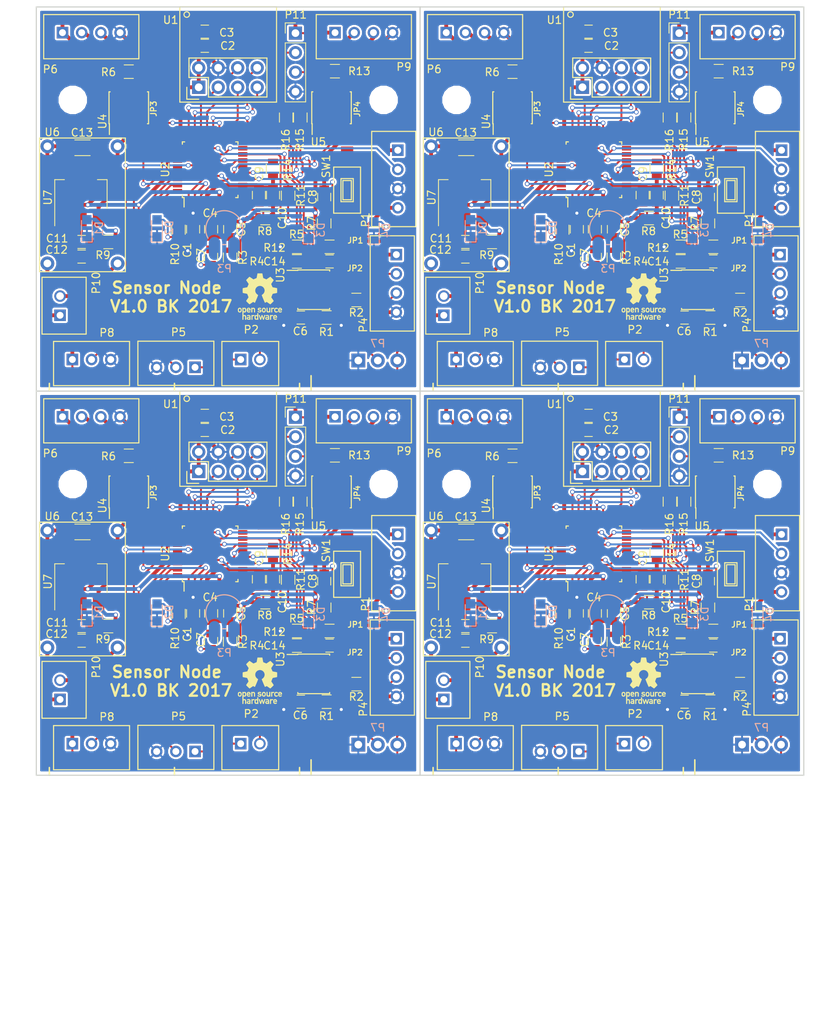
<source format=kicad_pcb>
(kicad_pcb (version 4) (host pcbnew 4.0.2-stable)
  (layers (0 F.Cu signal) (31 B.Cu signal) (34 B.Paste user) (35 F.Paste user) (36 B.SilkS user) (37 F.SilkS user) (38 B.Mask user) (39 F.Mask user) (44 Edge.Cuts user))
  (net 0 "")
  (net 1 "Net-(C1-Pad1)")
  (net 2 GND)
  (net 3 +3V3)
  (net 4 /NTC)
  (net 5 /LDR)
  (net 6 /NRST)
  (net 7 /VDDA)
  (net 8 "Net-(D1-Pad2)")
  (net 9 "Net-(D2-Pad2)")
  (net 10 "Net-(D3-Pad2)")
  (net 11 "Net-(D4-Pad2)")
  (net 12 "Net-(JP1-Pad2)")
  (net 13 /VIN)
  (net 14 "Net-(JP2-Pad2)")
  (net 15 "Net-(JP2-Pad1)")
  (net 16 "Net-(JP3-Pad2)")
  (net 17 /WS2811_2)
  (net 18 "Net-(JP4-Pad2)")
  (net 19 /WS2811_1)
  (net 20 /SYS_SWIM)
  (net 21 "Net-(P4-Pad3)")
  (net 22 +5V)
  (net 23 /IR)
  (net 24 "Net-(P6-Pad3)")
  (net 25 /RADAR)
  (net 26 /GAS)
  (net 27 "Net-(P9-Pad3)")
  (net 28 "Net-(P10-Pad1)")
  (net 29 "Net-(R4-Pad1)")
  (net 30 /TX_485)
  (net 31 /STATUS_1)
  (net 32 /STATUS_2)
  (net 33 /STATUS_3)
  (net 34 /SPI_SCK)
  (net 35 /SPI_NSS)
  (net 36 /PKT)
  (net 37 /SPI_MOSI)
  (net 38 /SPI_MISO)
  (net 39 /I2C_SDA)
  (net 40 /I2C_SCL)
  (net 41 /ADC_SPARE)
  (net 42 /TIM1_CH1)
  (net 43 "Net-(U2-Pad28)")
  (net 44 "Net-(U2-Pad29)")
  (net 45 /RX_485)
  (net 46 /DE_485)
  (net 47 "Net-(U4-Pad1)")
  (net 48 "Net-(U5-Pad1)")
  (module Motion_Node:LDR_5mm_SM (layer B.Cu) (at 94.493 128.933 180)
    (fp_text reference P3 (at 0 -5.1308 180) (layer B.SilkS) (effects (justify mirror)))
    (fp_text value LDR)
    (pad 1 smd oval (at -1.27 -2.5 180) (size 1.5 3) (layers B.Cu B.Paste B.Mask) (net 3 +3V3))
    (pad 2 smd oval (at 1.27 -2.5 180) (size 1.5 3) (layers B.Cu B.Paste B.Mask) (net 5 /LDR))
  )
  (module LEDs:LED_0805 (layer B.Cu) (at 76.586 128.7855 90)
    (fp_text reference D1 (at -0.084 1.5875 90) (layer B.SilkS) (effects (justify mirror)))
    (fp_text value On)
    (pad 2 smd rect (at 1.1 0 270) (size 1.2 1.2) (layers B.Cu B.Paste B.Mask) (net 8 "Net-(D1-Pad2)"))
    (pad 1 smd rect (at -1.1 0 270) (size 1.2 1.2) (layers B.Cu B.Paste B.Mask) (net 2 GND))
  )
  (module LEDs:LED_0805 (layer B.Cu) (at 113.9875 129.0805 90)
    (fp_text reference D4 (at 0 1.5875 90) (layer B.SilkS) (effects (justify mirror)))
    (fp_text value RADAR)
    (pad 2 smd rect (at 1.1 0 270) (size 1.2 1.2) (layers B.Cu B.Paste B.Mask) (net 11 "Net-(D4-Pad2)"))
    (pad 1 smd rect (at -1.1 0 270) (size 1.2 1.2) (layers B.Cu B.Paste B.Mask) (net 2 GND))
  )
  (module LEDs:LED_0805 (layer B.Cu) (at 105.4785 129.017 90)
    (fp_text reference D3 (at 0 1.5875 90) (layer B.SilkS) (effects (justify mirror)))
    (fp_text value PIR)
    (pad 2 smd rect (at 1.1 0 270) (size 1.2 1.2) (layers B.Cu B.Paste B.Mask) (net 10 "Net-(D3-Pad2)"))
    (pad 1 smd rect (at -1.1 0 270) (size 1.2 1.2) (layers B.Cu B.Paste B.Mask) (net 2 GND))
  )
  (module LEDs:LED_0805 (layer B.Cu) (at 85.73 128.806 90)
    (fp_text reference D2 (at 0.0635 1.5875 90) (layer B.SilkS) (effects (justify mirror)))
    (fp_text value Conn)
    (pad 2 smd rect (at 1.1 0 270) (size 1.2 1.2) (layers B.Cu B.Paste B.Mask) (net 9 "Net-(D2-Pad2)"))
    (pad 1 smd rect (at -1.1 0 270) (size 1.2 1.2) (layers B.Cu B.Paste B.Mask) (net 2 GND))
  )
  (module LEDs:LED_0805 (layer B.Cu) (at 163.9875 129.0805 90)
    (fp_text reference D4 (at 0 1.5875 90) (layer B.SilkS) (effects (justify mirror)))
    (fp_text value RADAR)
    (pad 2 smd rect (at 1.1 0 270) (size 1.2 1.2) (layers B.Cu B.Paste B.Mask) (net 11 "Net-(D4-Pad2)"))
    (pad 1 smd rect (at -1.1 0 270) (size 1.2 1.2) (layers B.Cu B.Paste B.Mask) (net 2 GND))
  )
  (module LEDs:LED_0805 (layer B.Cu) (at 135.73 128.806 90)
    (fp_text reference D2 (at 0.0635 1.5875 90) (layer B.SilkS) (effects (justify mirror)))
    (fp_text value Conn)
    (pad 2 smd rect (at 1.1 0 270) (size 1.2 1.2) (layers B.Cu B.Paste B.Mask) (net 9 "Net-(D2-Pad2)"))
    (pad 1 smd rect (at -1.1 0 270) (size 1.2 1.2) (layers B.Cu B.Paste B.Mask) (net 2 GND))
  )
  (module LEDs:LED_0805 (layer B.Cu) (at 126.586 128.7855 90)
    (fp_text reference D1 (at -0.084 1.5875 90) (layer B.SilkS) (effects (justify mirror)))
    (fp_text value On)
    (pad 2 smd rect (at 1.1 0 270) (size 1.2 1.2) (layers B.Cu B.Paste B.Mask) (net 8 "Net-(D1-Pad2)"))
    (pad 1 smd rect (at -1.1 0 270) (size 1.2 1.2) (layers B.Cu B.Paste B.Mask) (net 2 GND))
  )
  (module LEDs:LED_0805 (layer B.Cu) (at 155.4785 129.017 90)
    (fp_text reference D3 (at 0 1.5875 90) (layer B.SilkS) (effects (justify mirror)))
    (fp_text value PIR)
    (pad 2 smd rect (at 1.1 0 270) (size 1.2 1.2) (layers B.Cu B.Paste B.Mask) (net 10 "Net-(D3-Pad2)"))
    (pad 1 smd rect (at -1.1 0 270) (size 1.2 1.2) (layers B.Cu B.Paste B.Mask) (net 2 GND))
  )
  (module Motion_Node:RCWL-0516_3Pin (layer B.Cu) (at 164.4955 162.7645)
    (fp_text reference P7 (at 0 -18.95) (layer B.SilkS) (effects (justify mirror)))
    (fp_text value RADAR)
    (pad 2 thru_hole circle (at 0 -16.75) (size 1.8 1.8) (drill 1) (layers *.Cu *.Mask) (net 25 /RADAR))
    (pad 1 thru_hole rect (at -2.54 -16.75) (size 1.8 1.8) (drill 1) (layers *.Cu *.Mask) (net 2 GND))
    (pad 3 thru_hole circle (at 2.54 -16.75) (size 1.8 1.8) (drill 1) (layers *.Cu *.Mask) (net 22 +5V))
  )
  (module Motion_Node:RCWL-0516_3Pin (layer B.Cu) (at 114.4955 162.7645)
    (fp_text reference P7 (at 0 -18.95) (layer B.SilkS) (effects (justify mirror)))
    (fp_text value RADAR)
    (pad 2 thru_hole circle (at 0 -16.75) (size 1.8 1.8) (drill 1) (layers *.Cu *.Mask) (net 25 /RADAR))
    (pad 1 thru_hole rect (at -2.54 -16.75) (size 1.8 1.8) (drill 1) (layers *.Cu *.Mask) (net 2 GND))
    (pad 3 thru_hole circle (at 2.54 -16.75) (size 1.8 1.8) (drill 1) (layers *.Cu *.Mask) (net 22 +5V))
  )
  (module Motion_Node:LDR_5mm_SM (layer B.Cu) (at 144.493 128.933 180)
    (fp_text reference P3 (at 0 -5.1308 180) (layer B.SilkS) (effects (justify mirror)))
    (fp_text value LDR)
    (pad 1 smd oval (at -1.27 -2.5 180) (size 1.5 3) (layers B.Cu B.Paste B.Mask) (net 3 +3V3))
    (pad 2 smd oval (at 1.27 -2.5 180) (size 1.5 3) (layers B.Cu B.Paste B.Mask) (net 5 /LDR))
  )
  (module Resistors_SMD:R_0805 (layer F.Cu) (at 152.8115 124.5515 270)
    (fp_text reference R11 (at 0 -1.65 270) (layer F.SilkS))
    (fp_text value 180)
    (pad 1 smd rect (at -0.95 0 270) (size 0.7 1.3) (layers F.Cu F.Paste F.Mask) (net 32 /STATUS_2))
    (pad 2 smd rect (at 0.95 0 270) (size 0.7 1.3) (layers F.Cu F.Paste F.Mask) (net 10 "Net-(D3-Pad2)"))
  )
  (module Capacitors_SMD:C_0805 (layer F.Cu) (at 157.5105 124.742 90)
    (fp_text reference C8 (at 0 -1.5 90) (layer F.SilkS))
    (fp_text value 100n)
    (pad 1 smd rect (at -1 0 90) (size 1 1.25) (layers F.Cu F.Paste F.Mask) (net 6 /NRST))
    (pad 2 smd rect (at 1 0 90) (size 1 1.25) (layers F.Cu F.Paste F.Mask) (net 2 GND))
  )
  (module Motion_Node:JST_B4B-XH-A (layer F.Cu) (at 167.099 118.646 270)
    (fp_text reference P1 (at 9.054 4.199 270) (layer F.SilkS))
    (fp_text value SWIM)
    (pad 1 thru_hole rect (at 0 0 270) (size 1.5 1.5) (drill 0.9) (layers *.Cu *.Mask) (net 3 +3V3))
    (pad 2 thru_hole circle (at 2.5 0 270) (size 1.5 1.5) (drill 0.9) (layers *.Cu *.Mask) (net 20 /SYS_SWIM))
    (pad 3 thru_hole circle (at 5 0 270) (size 1.5 1.5) (drill 0.9) (layers *.Cu *.Mask) (net 2 GND))
    (pad 4 thru_hole circle (at 7.5 0 270) (size 1.5 1.5) (drill 0.9) (layers *.Cu *.Mask) (net 6 /NRST))
  )
  (module Motion_Node:SW_SPST_TACT_SMD_3X6 (layer F.Cu) (at 160.495 123.853 90)
    (fp_text reference SW1 (at 3.1115 -2.7305 270) (layer F.SilkS))
    (fp_text value RST)
    (pad 1 smd rect (at -4.60243 -0.00232 90) (size 2.18 1.6) (layers F.Cu F.Paste F.Mask) (net 6 /NRST))
    (pad 2 smd rect (at 4.60243 0.00232 90) (size 2.18 1.6) (layers F.Cu F.Paste F.Mask) (net 2 GND))
  )
  (module Resistors_SMD:R_0805 (layer F.Cu) (at 157.5105 128.171 90)
    (fp_text reference R7 (at 0 -1.65 90) (layer F.SilkS))
    (fp_text value 10k)
    (pad 1 smd rect (at -0.95 0 90) (size 0.7 1.3) (layers F.Cu F.Paste F.Mask) (net 3 +3V3))
    (pad 2 smd rect (at 0.95 0 90) (size 0.7 1.3) (layers F.Cu F.Paste F.Mask) (net 6 /NRST))
  )
  (module Resistors_SMD:R_0805 (layer F.Cu) (at 150.843 121.059 270)
    (fp_text reference R14 (at 0.128999 -1.9405 270) (layer F.SilkS))
    (fp_text value 10k)
    (pad 1 smd rect (at -0.95 0 270) (size 0.7 1.3) (layers F.Cu F.Paste F.Mask) (net 26 /GAS))
    (pad 2 smd rect (at 0.95 0 270) (size 0.7 1.3) (layers F.Cu F.Paste F.Mask) (net 2 GND))
  )
  (module Resistors_SMD:R_0805 (layer F.Cu) (at 132.047 108.4225)
    (fp_text reference R6 (at -2.647 0.0635) (layer F.SilkS))
    (fp_text value 120)
    (pad 1 smd rect (at -0.95 0) (size 0.7 1.3) (layers F.Cu F.Paste F.Mask) (net 16 "Net-(JP3-Pad2)"))
    (pad 2 smd rect (at 0.95 0) (size 0.7 1.3) (layers F.Cu F.Paste F.Mask) (net 24 "Net-(P6-Pad3)"))
  )
  (module Motion_Node:JST_B4B-XH-A (layer F.Cu) (at 123.411 103.3425)
    (fp_text reference P6 (at -1.5875 4.7625) (layer F.SilkS))
    (fp_text value LED2)
    (pad 1 thru_hole rect (at 0 0) (size 1.5 1.5) (drill 0.9) (layers *.Cu *.Mask) (net 22 +5V))
    (pad 2 thru_hole circle (at 2.5 0) (size 1.5 1.5) (drill 0.9) (layers *.Cu *.Mask) (net 16 "Net-(JP3-Pad2)"))
    (pad 3 thru_hole circle (at 5 0) (size 1.5 1.5) (drill 0.9) (layers *.Cu *.Mask) (net 24 "Net-(P6-Pad3)"))
    (pad 4 thru_hole circle (at 7.5 0) (size 1.5 1.5) (drill 0.9) (layers *.Cu *.Mask) (net 2 GND))
  )
  (module Motion_Node:2_pin_solder_jumper_smd (layer F.Cu) (at 132.2375 113.1215 180)
    (fp_text reference JP3 (at -3.048 -0.127 450) (layer F.SilkS) (effects (font (size 0.75 0.75))))
    (fp_text value Jumper_NO_Small)
    (pad 2 smd trapezoid (at 0.8 0 180) (size 1.27 1.524) (rect_delta 0.6 0) (layers F.Cu F.Paste F.Mask) (net 16 "Net-(JP3-Pad2)"))
    (pad 1 smd trapezoid (at -0.8 0 180) (size 1.27 1.524) (rect_delta -0.6 0) (layers F.Cu F.Paste F.Mask) (net 17 /WS2811_2))
  )
  (module Mounting_Holes:MountingHole_3.2mm_M3 (layer F.Cu) (at 124.75 112.1)
    (fp_text reference REF**1111 hide)
    (fp_text value MountingHole_3.2mm_M3)
    (pad 1 np_thru_hole circle (at 0 0) (size 3.2 3.2) (drill 3.2) (layers *.Cu *.Mask))
  )
  (module Housings_SOIC:SOIC-8_3.9x4.9mm_Pitch1.27mm (layer F.Cu) (at 132.047 113.1215 90)
    (fp_text reference U4 (at -1.778 -3.429 90) (layer F.SilkS))
    (fp_text value MAX485)
    (pad 1 smd rect (at -2.7 -1.905 90) (size 1.55 0.6) (layers F.Cu F.Paste F.Mask) (net 47 "Net-(U4-Pad1)"))
    (pad 2 smd rect (at -2.7 -0.635 90) (size 1.55 0.6) (layers F.Cu F.Paste F.Mask) (net 22 +5V))
    (pad 3 smd rect (at -2.7 0.635 90) (size 1.55 0.6) (layers F.Cu F.Paste F.Mask) (net 22 +5V))
    (pad 4 smd rect (at -2.7 1.905 90) (size 1.55 0.6) (layers F.Cu F.Paste F.Mask) (net 17 /WS2811_2))
    (pad 5 smd rect (at 2.7 1.905 90) (size 1.55 0.6) (layers F.Cu F.Paste F.Mask) (net 2 GND))
    (pad 6 smd rect (at 2.7 0.635 90) (size 1.55 0.6) (layers F.Cu F.Paste F.Mask) (net 24 "Net-(P6-Pad3)"))
    (pad 7 smd rect (at 2.7 -0.635 90) (size 1.55 0.6) (layers F.Cu F.Paste F.Mask) (net 16 "Net-(JP3-Pad2)"))
    (pad 8 smd rect (at 2.7 -1.905 90) (size 1.55 0.6) (layers F.Cu F.Paste F.Mask) (net 22 +5V))
  )
  (module Symbols:OSHW-Logo_5.7x6mm_SilkScreen (layer F.Cu) (at 149.1285 137.696)
    (fp_text reference REF*** hide)
    (fp_text value OSHW-Logo_5.7x6mm_SilkScreen hide)
  )
  (module Resistors_SMD:R_0805 (layer F.Cu) (at 138.524 128.994 270)
    (fp_text reference R10 (at 3.1775 0.4445 270) (layer F.SilkS))
    (fp_text value 180)
    (pad 1 smd rect (at -0.95 0 270) (size 0.7 1.3) (layers F.Cu F.Paste F.Mask) (net 31 /STATUS_1))
    (pad 2 smd rect (at 0.95 0 270) (size 0.7 1.3) (layers F.Cu F.Paste F.Mask) (net 9 "Net-(D2-Pad2)"))
  )
  (module Motion_Node:JST_B3B-XH-A (layer F.Cu) (at 124.6975 145.8875)
    (fp_text reference P8 (at 4.5025 -3.4875 180) (layer F.SilkS))
    (fp_text value GAS)
    (pad 1 thru_hole rect (at 0 0) (size 1.5 1.5) (drill 0.9) (layers *.Cu *.Mask) (net 22 +5V))
    (pad 2 thru_hole circle (at 2.5 0) (size 1.5 1.5) (drill 0.9) (layers *.Cu *.Mask) (net 26 /GAS))
    (pad 3 thru_hole circle (at 5 0) (size 1.5 1.5) (drill 0.9) (layers *.Cu *.Mask) (net 2 GND))
  )
  (module Motion_Node:JST_B2B-XH-A (layer F.Cu) (at 146.6285 145.8875)
    (fp_text reference P2 (at 1.3715 -3.8875) (layer F.SilkS))
    (fp_text value NTC)
    (pad 1 thru_hole rect (at 0 0) (size 1.5 1.5) (drill 0.9) (layers *.Cu *.Mask) (net 3 +3V3))
    (pad 2 thru_hole circle (at 2.5 0) (size 1.5 1.5) (drill 1) (layers *.Cu *.Mask) (net 4 /NTC))
  )
  (module Motion_Node:JST_B2B-XH-A (layer F.Cu) (at 123.0935 140.1325 90)
    (fp_text reference P10 (at 4.2145 4.699 90) (layer F.SilkS))
    (fp_text value VIN)
    (pad 1 thru_hole rect (at 0 0 90) (size 1.5 1.5) (drill 0.9) (layers *.Cu *.Mask) (net 28 "Net-(P10-Pad1)"))
    (pad 2 thru_hole circle (at 2.5 0 90) (size 1.5 1.5) (drill 1) (layers *.Cu *.Mask) (net 13 /VIN))
  )
  (module Capacitors_SMD:C_0805 (layer F.Cu) (at 140.429 128.933 270)
    (fp_text reference C1 (at 2.7305 0.762 270) (layer F.SilkS))
    (fp_text value 1u)
    (pad 1 smd rect (at -1 0 270) (size 1 1.25) (layers F.Cu F.Paste F.Mask) (net 1 "Net-(C1-Pad1)"))
    (pad 2 smd rect (at 1 0 270) (size 1 1.25) (layers F.Cu F.Paste F.Mask) (net 2 GND))
  )
  (module Motion_Node:JST_B3B-XH-A (layer F.Cu) (at 140.683 146.9035 180)
    (fp_text reference P5 (at 2.159 4.572 180) (layer F.SilkS))
    (fp_text value IR)
    (pad 1 thru_hole rect (at 0 0 180) (size 1.5 1.5) (drill 0.9) (layers *.Cu *.Mask) (net 22 +5V))
    (pad 2 thru_hole circle (at 2.5 0 180) (size 1.5 1.5) (drill 0.9) (layers *.Cu *.Mask) (net 23 /IR))
    (pad 3 thru_hole circle (at 5 0 180) (size 1.5 1.5) (drill 0.9) (layers *.Cu *.Mask) (net 2 GND))
  )
  (module Capacitors_SMD:C_0805 (layer F.Cu) (at 158.209 133.124 180)
    (fp_text reference C14 (at 7.1755 0 180) (layer F.SilkS))
    (fp_text value 100n)
    (pad 1 smd rect (at -1 0 180) (size 1 1.25) (layers F.Cu F.Paste F.Mask) (net 22 +5V))
    (pad 2 smd rect (at 1 0 180) (size 1 1.25) (layers F.Cu F.Paste F.Mask) (net 2 GND))
  )
  (module Capacitors_SMD:C_0805 (layer F.Cu) (at 154.4625 140.4265 180)
    (fp_text reference C6 (at 0.0625 -1.7735 180) (layer F.SilkS))
    (fp_text value 100n)
    (pad 1 smd rect (at -1 0 180) (size 1 1.25) (layers F.Cu F.Paste F.Mask) (net 4 /NTC))
    (pad 2 smd rect (at 1 0 180) (size 1 1.25) (layers F.Cu F.Paste F.Mask) (net 2 GND))
  )
  (module Resistors_SMD:R_0805 (layer F.Cu) (at 153.957 131.219 180)
    (fp_text reference R5 (at 0.057 1.619 180) (layer F.SilkS))
    (fp_text value 2K)
    (pad 1 smd rect (at -0.95 0 180) (size 0.7 1.3) (layers F.Cu F.Paste F.Mask) (net 45 /RX_485))
    (pad 2 smd rect (at 0.95 0 180) (size 0.7 1.3) (layers F.Cu F.Paste F.Mask) (net 2 GND))
  )
  (module Resistors_SMD:R_0805 (layer F.Cu) (at 153.9545 133.124)
    (fp_text reference R4 (at -5.207 0) (layer F.SilkS))
    (fp_text value 1K)
    (pad 1 smd rect (at -0.95 0) (size 0.7 1.3) (layers F.Cu F.Paste F.Mask) (net 29 "Net-(R4-Pad1)"))
    (pad 2 smd rect (at 0.95 0) (size 0.7 1.3) (layers F.Cu F.Paste F.Mask) (net 45 /RX_485))
  )
  (module Resistors_SMD:R_0805 (layer F.Cu) (at 158.209 131.219)
    (fp_text reference R12 (at -7.1755 0.127) (layer F.SilkS))
    (fp_text value 180)
    (pad 1 smd rect (at -0.95 0) (size 0.7 1.3) (layers F.Cu F.Paste F.Mask) (net 33 /STATUS_3))
    (pad 2 smd rect (at 0.95 0) (size 0.7 1.3) (layers F.Cu F.Paste F.Mask) (net 11 "Net-(D4-Pad2)"))
  )
  (module Resistors_SMD:R_0805 (layer F.Cu) (at 157.8305 140.4265)
    (fp_text reference R1 (at -0.0305 1.8735) (layer F.SilkS))
    (fp_text value 100k)
    (pad 1 smd rect (at -0.95 0) (size 0.7 1.3) (layers F.Cu F.Paste F.Mask) (net 4 /NTC))
    (pad 2 smd rect (at 0.95 0) (size 0.7 1.3) (layers F.Cu F.Paste F.Mask) (net 2 GND))
  )
  (module Housings_SOIC:SOIC-8_3.9x4.9mm_Pitch1.27mm (layer F.Cu) (at 156.1465 136.807)
    (fp_text reference U3 (at -4.3465 -1.907 90) (layer F.SilkS))
    (fp_text value MAX485)
    (pad 1 smd rect (at -2.7 -1.905) (size 1.55 0.6) (layers F.Cu F.Paste F.Mask) (net 29 "Net-(R4-Pad1)"))
    (pad 2 smd rect (at -2.7 -0.635) (size 1.55 0.6) (layers F.Cu F.Paste F.Mask) (net 46 /DE_485))
    (pad 3 smd rect (at -2.7 0.635) (size 1.55 0.6) (layers F.Cu F.Paste F.Mask) (net 46 /DE_485))
    (pad 4 smd rect (at -2.7 1.905) (size 1.55 0.6) (layers F.Cu F.Paste F.Mask) (net 30 /TX_485))
    (pad 5 smd rect (at 2.7 1.905) (size 1.55 0.6) (layers F.Cu F.Paste F.Mask) (net 2 GND))
    (pad 6 smd rect (at 2.7 0.635) (size 1.55 0.6) (layers F.Cu F.Paste F.Mask) (net 21 "Net-(P4-Pad3)"))
    (pad 7 smd rect (at 2.7 -0.635) (size 1.55 0.6) (layers F.Cu F.Paste F.Mask) (net 14 "Net-(JP2-Pad2)"))
    (pad 8 smd rect (at 2.7 -1.905) (size 1.55 0.6) (layers F.Cu F.Paste F.Mask) (net 22 +5V))
  )
  (module Motion_Node:JST_B4B-XH-A (layer F.Cu) (at 166.9085 132.235 270)
    (fp_text reference P4 (at 9.165 4.3085 270) (layer F.SilkS))
    (fp_text value 485)
    (pad 1 thru_hole rect (at 0 0 270) (size 1.5 1.5) (drill 0.9) (layers *.Cu *.Mask) (net 12 "Net-(JP1-Pad2)"))
    (pad 2 thru_hole circle (at 2.5 0 270) (size 1.5 1.5) (drill 0.9) (layers *.Cu *.Mask) (net 14 "Net-(JP2-Pad2)"))
    (pad 3 thru_hole circle (at 5 0 270) (size 1.5 1.5) (drill 0.9) (layers *.Cu *.Mask) (net 21 "Net-(P4-Pad3)"))
    (pad 4 thru_hole circle (at 7.5 0 270) (size 1.5 1.5) (drill 0.9) (layers *.Cu *.Mask) (net 2 GND))
  )
  (module Motion_Node:2_pin_solder_jumper_smd (layer F.Cu) (at 161.5745 135.537 180)
    (fp_text reference JP2 (at 0.0635 1.524 180) (layer F.SilkS) (effects (font (size 0.75 0.75))))
    (fp_text value Jumper_NO_Small)
    (pad 2 smd trapezoid (at 0.8 0 180) (size 1.27 1.524) (rect_delta 0.6 0) (layers F.Cu F.Paste F.Mask) (net 14 "Net-(JP2-Pad2)"))
    (pad 1 smd trapezoid (at -0.8 0 180) (size 1.27 1.524) (rect_delta -0.6 0) (layers F.Cu F.Paste F.Mask) (net 15 "Net-(JP2-Pad1)"))
  )
  (module Resistors_SMD:R_0805 (layer F.Cu) (at 161.699 138.1405 180)
    (fp_text reference R2 (at 0 -1.65 180) (layer F.SilkS))
    (fp_text value 120)
    (pad 1 smd rect (at -0.95 0 180) (size 0.7 1.3) (layers F.Cu F.Paste F.Mask) (net 15 "Net-(JP2-Pad1)"))
    (pad 2 smd rect (at 0.95 0 180) (size 0.7 1.3) (layers F.Cu F.Paste F.Mask) (net 21 "Net-(P4-Pad3)"))
  )
  (module Motion_Node:2_pin_solder_jumper_smd (layer F.Cu) (at 161.5745 132.235)
    (fp_text reference JP1 (at 0 -1.8415) (layer F.SilkS) (effects (font (size 0.75 0.75))))
    (fp_text value Jumper_NO_Small)
    (pad 2 smd trapezoid (at 0.8 0) (size 1.27 1.524) (rect_delta 0.6 0) (layers F.Cu F.Paste F.Mask) (net 12 "Net-(JP1-Pad2)"))
    (pad 1 smd trapezoid (at -0.8 0) (size 1.27 1.524) (rect_delta -0.6 0) (layers F.Cu F.Paste F.Mask) (net 13 /VIN))
  )
  (module Capacitors_SMD:C_0805 (layer F.Cu) (at 141.953 105.057)
    (fp_text reference C2 (at 2.9845 0) (layer F.SilkS))
    (fp_text value 100n)
    (pad 1 smd rect (at -1 0) (size 1 1.25) (layers F.Cu F.Paste F.Mask) (net 3 +3V3))
    (pad 2 smd rect (at 1 0) (size 1 1.25) (layers F.Cu F.Paste F.Mask) (net 2 GND))
  )
  (module Capacitors_SMD:C_0805 (layer F.Cu) (at 141.953 103.2155)
    (fp_text reference C3 (at 2.8575 0.127) (layer F.SilkS))
    (fp_text value 1u)
    (pad 1 smd rect (at -1 0) (size 1 1.25) (layers F.Cu F.Paste F.Mask) (net 3 +3V3))
    (pad 2 smd rect (at 1 0) (size 1 1.25) (layers F.Cu F.Paste F.Mask) (net 2 GND))
  )
  (module Resistors_SMD:R_0805 (layer F.Cu) (at 158.9075 108.359)
    (fp_text reference R13 (at 3.175 0) (layer F.SilkS))
    (fp_text value 120)
    (pad 1 smd rect (at -0.95 0) (size 0.7 1.3) (layers F.Cu F.Paste F.Mask) (net 18 "Net-(JP4-Pad2)"))
    (pad 2 smd rect (at 0.95 0) (size 0.7 1.3) (layers F.Cu F.Paste F.Mask) (net 27 "Net-(P9-Pad3)"))
  )
  (module Pin_Headers:Pin_Header_Straight_1x04_Pitch2.54mm (layer F.Cu) (at 153.764 103.406)
    (fp_text reference P11 (at 0.036 -2.406) (layer F.SilkS))
    (fp_text value IIC)
    (pad 1 thru_hole rect (at 0 0) (size 1.7 1.7) (drill 1) (layers *.Cu *.Mask) (net 3 +3V3))
    (pad 2 thru_hole oval (at 0 2.54) (size 1.7 1.7) (drill 1) (layers *.Cu *.Mask) (net 40 /I2C_SCL))
    (pad 3 thru_hole oval (at 0 5.08) (size 1.7 1.7) (drill 1) (layers *.Cu *.Mask) (net 39 /I2C_SDA))
    (pad 4 thru_hole oval (at 0 7.62) (size 1.7 1.7) (drill 1) (layers *.Cu *.Mask) (net 2 GND))
  )
  (module Motion_Node:XY-WB_LT8920 (layer F.Cu) (at 145 110.3865)
    (fp_text reference U1 (at -7.492 -8.695) (layer F.SilkS))
    (fp_text value LT8920_Mini)
    (pad 1 thru_hole rect (at -3.841 0.068 90) (size 1.7272 1.7272) (drill 1.016) (layers *.Cu *.Mask) (net 3 +3V3))
    (pad 8 thru_hole oval (at -3.841 -2.472 90) (size 1.7272 1.7272) (drill 1.016) (layers *.Cu *.Mask) (net 3 +3V3))
    (pad 2 thru_hole oval (at -1.301 0.068 90) (size 1.7272 1.7272) (drill 1.016) (layers *.Cu *.Mask) (net 34 /SPI_SCK))
    (pad 7 thru_hole oval (at -1.301 -2.472 90) (size 1.7272 1.7272) (drill 1.016) (layers *.Cu *.Mask) (net 2 GND))
    (pad 3 thru_hole oval (at 1.239 0.068 90) (size 1.7272 1.7272) (drill 1.016) (layers *.Cu *.Mask) (net 35 /SPI_NSS))
    (pad 6 thru_hole oval (at 1.239 -2.472 90) (size 1.7272 1.7272) (drill 1.016) (layers *.Cu *.Mask) (net 36 /PKT))
    (pad 4 thru_hole oval (at 3.779 0.068 90) (size 1.7272 1.7272) (drill 1.016) (layers *.Cu *.Mask) (net 37 /SPI_MOSI))
    (pad 5 thru_hole oval (at 3.779 -2.472 90) (size 1.7272 1.7272) (drill 1.016) (layers *.Cu *.Mask) (net 38 /SPI_MISO))
  )
  (module Resistors_SMD:R_0805 (layer F.Cu) (at 152.5575 114.3915 270)
    (fp_text reference R16 (at 2.921 0.0635 270) (layer F.SilkS))
    (fp_text value 4.7K)
    (pad 1 smd rect (at -0.95 0 270) (size 0.7 1.3) (layers F.Cu F.Paste F.Mask) (net 3 +3V3))
    (pad 2 smd rect (at 0.95 0 270) (size 0.7 1.3) (layers F.Cu F.Paste F.Mask) (net 40 /I2C_SCL))
  )
  (module Housings_SOIC:SOIC-8_3.9x4.9mm_Pitch1.27mm (layer F.Cu) (at 158.463 113.1215 90)
    (fp_text reference U5 (at -4.445 -1.7145 180) (layer F.SilkS))
    (fp_text value MAX485)
    (pad 1 smd rect (at -2.7 -1.905 90) (size 1.55 0.6) (layers F.Cu F.Paste F.Mask) (net 48 "Net-(U5-Pad1)"))
    (pad 2 smd rect (at -2.7 -0.635 90) (size 1.55 0.6) (layers F.Cu F.Paste F.Mask) (net 22 +5V))
    (pad 3 smd rect (at -2.7 0.635 90) (size 1.55 0.6) (layers F.Cu F.Paste F.Mask) (net 22 +5V))
    (pad 4 smd rect (at -2.7 1.905 90) (size 1.55 0.6) (layers F.Cu F.Paste F.Mask) (net 19 /WS2811_1))
    (pad 5 smd rect (at 2.7 1.905 90) (size 1.55 0.6) (layers F.Cu F.Paste F.Mask) (net 2 GND))
    (pad 6 smd rect (at 2.7 0.635 90) (size 1.55 0.6) (layers F.Cu F.Paste F.Mask) (net 27 "Net-(P9-Pad3)"))
    (pad 7 smd rect (at 2.7 -0.635 90) (size 1.55 0.6) (layers F.Cu F.Paste F.Mask) (net 18 "Net-(JP4-Pad2)"))
    (pad 8 smd rect (at 2.7 -1.905 90) (size 1.55 0.6) (layers F.Cu F.Paste F.Mask) (net 22 +5V))
  )
  (module Motion_Node:JST_B4B-XH-A (layer F.Cu) (at 158.924 103.3425)
    (fp_text reference P9 (at 8.976 4.4575) (layer F.SilkS))
    (fp_text value LED1)
    (pad 1 thru_hole rect (at 0 0) (size 1.5 1.5) (drill 0.9) (layers *.Cu *.Mask) (net 22 +5V))
    (pad 2 thru_hole circle (at 2.5 0) (size 1.5 1.5) (drill 0.9) (layers *.Cu *.Mask) (net 18 "Net-(JP4-Pad2)"))
    (pad 3 thru_hole circle (at 5 0) (size 1.5 1.5) (drill 0.9) (layers *.Cu *.Mask) (net 27 "Net-(P9-Pad3)"))
    (pad 4 thru_hole circle (at 7.5 0) (size 1.5 1.5) (drill 0.9) (layers *.Cu *.Mask) (net 2 GND))
  )
  (module Motion_Node:2_pin_solder_jumper_smd (layer F.Cu) (at 158.425 113.185 180)
    (fp_text reference JP4 (at -3.375 -0.115 450) (layer F.SilkS) (effects (font (size 0.75 0.75))))
    (fp_text value Jumper_NO_Small)
    (pad 2 smd trapezoid (at 0.8 0 180) (size 1.27 1.524) (rect_delta 0.6 0) (layers F.Cu F.Paste F.Mask) (net 18 "Net-(JP4-Pad2)"))
    (pad 1 smd trapezoid (at -0.8 0 180) (size 1.27 1.524) (rect_delta -0.6 0) (layers F.Cu F.Paste F.Mask) (net 19 /WS2811_1))
  )
  (module Resistors_SMD:R_0805 (layer F.Cu) (at 154.399 114.389 270)
    (fp_text reference R15 (at 2.86 0.0635 270) (layer F.SilkS))
    (fp_text value 4.7K)
    (pad 1 smd rect (at -0.95 0 270) (size 0.7 1.3) (layers F.Cu F.Paste F.Mask) (net 3 +3V3))
    (pad 2 smd rect (at 0.95 0 270) (size 0.7 1.3) (layers F.Cu F.Paste F.Mask) (net 39 /I2C_SDA))
  )
  (module Mounting_Holes:MountingHole_3.2mm_M3 (layer F.Cu) (at 165.25 112.1)
    (fp_text reference REF**1121 hide)
    (fp_text value MountingHole_3.2mm_M3)
    (pad 1 np_thru_hole circle (at 0 0) (size 3.2 3.2) (drill 3.2) (layers *.Cu *.Mask))
  )
  (module Housings_QFP:LQFP-32_7x7mm_Pitch0.8mm (layer F.Cu) (at 142.6515 121.186 90)
    (fp_text reference U2 (at 0 -5.85 90) (layer F.SilkS))
    (fp_text value STM8S105K4)
    (pad 1 smd rect (at -4.25 -2.8 90) (size 1.2 0.6) (layers F.Cu F.Paste F.Mask) (net 6 /NRST))
    (pad 2 smd rect (at -4.25 -2 90) (size 1.2 0.6) (layers F.Cu F.Paste F.Mask) (net 17 /WS2811_2))
    (pad 3 smd rect (at -4.25 -1.2 90) (size 1.2 0.6) (layers F.Cu F.Paste F.Mask) (net 19 /WS2811_1))
    (pad 4 smd rect (at -4.25 -0.4 90) (size 1.2 0.6) (layers F.Cu F.Paste F.Mask) (net 2 GND))
    (pad 5 smd rect (at -4.25 0.4 90) (size 1.2 0.6) (layers F.Cu F.Paste F.Mask) (net 1 "Net-(C1-Pad1)"))
    (pad 6 smd rect (at -4.25 1.2 90) (size 1.2 0.6) (layers F.Cu F.Paste F.Mask) (net 3 +3V3))
    (pad 7 smd rect (at -4.25 2 90) (size 1.2 0.6) (layers F.Cu F.Paste F.Mask) (net 3 +3V3))
    (pad 8 smd rect (at -4.25 2.8 90) (size 1.2 0.6) (layers F.Cu F.Paste F.Mask) (net 31 /STATUS_1))
    (pad 9 smd rect (at -2.8 4.25 180) (size 1.2 0.6) (layers F.Cu F.Paste F.Mask) (net 7 /VDDA))
    (pad 10 smd rect (at -2 4.25 180) (size 1.2 0.6) (layers F.Cu F.Paste F.Mask) (net 2 GND))
    (pad 11 smd rect (at -1.2 4.25 180) (size 1.2 0.6) (layers F.Cu F.Paste F.Mask) (net 39 /I2C_SDA))
    (pad 12 smd rect (at -0.4 4.25 180) (size 1.2 0.6) (layers F.Cu F.Paste F.Mask) (net 40 /I2C_SCL))
    (pad 13 smd rect (at 0.4 4.25 180) (size 1.2 0.6) (layers F.Cu F.Paste F.Mask) (net 41 /ADC_SPARE))
    (pad 14 smd rect (at 1.2 4.25 180) (size 1.2 0.6) (layers F.Cu F.Paste F.Mask) (net 26 /GAS))
    (pad 15 smd rect (at 2 4.25 180) (size 1.2 0.6) (layers F.Cu F.Paste F.Mask) (net 5 /LDR))
    (pad 16 smd rect (at 2.8 4.25 180) (size 1.2 0.6) (layers F.Cu F.Paste F.Mask) (net 4 /NTC))
    (pad 17 smd rect (at 4.25 2.8 90) (size 1.2 0.6) (layers F.Cu F.Paste F.Mask) (net 35 /SPI_NSS))
    (pad 18 smd rect (at 4.25 2 90) (size 1.2 0.6) (layers F.Cu F.Paste F.Mask) (net 42 /TIM1_CH1))
    (pad 19 smd rect (at 4.25 1.2 90) (size 1.2 0.6) (layers F.Cu F.Paste F.Mask) (net 23 /IR))
    (pad 20 smd rect (at 4.25 0.4 90) (size 1.2 0.6) (layers F.Cu F.Paste F.Mask) (net 25 /RADAR))
    (pad 21 smd rect (at 4.25 -0.4 90) (size 1.2 0.6) (layers F.Cu F.Paste F.Mask) (net 36 /PKT))
    (pad 22 smd rect (at 4.25 -1.2 90) (size 1.2 0.6) (layers F.Cu F.Paste F.Mask) (net 34 /SPI_SCK))
    (pad 23 smd rect (at 4.25 -2 90) (size 1.2 0.6) (layers F.Cu F.Paste F.Mask) (net 37 /SPI_MOSI))
    (pad 24 smd rect (at 4.25 -2.8 90) (size 1.2 0.6) (layers F.Cu F.Paste F.Mask) (net 38 /SPI_MISO))
    (pad 25 smd rect (at 2.8 -4.25 180) (size 1.2 0.6) (layers F.Cu F.Paste F.Mask) (net 32 /STATUS_2))
    (pad 26 smd rect (at 2 -4.25 180) (size 1.2 0.6) (layers F.Cu F.Paste F.Mask) (net 20 /SYS_SWIM))
    (pad 27 smd rect (at 1.2 -4.25 180) (size 1.2 0.6) (layers F.Cu F.Paste F.Mask) (net 33 /STATUS_3))
    (pad 28 smd rect (at 0.4 -4.25 180) (size 1.2 0.6) (layers F.Cu F.Paste F.Mask) (net 43 "Net-(U2-Pad28)"))
    (pad 29 smd rect (at -0.4 -4.25 180) (size 1.2 0.6) (layers F.Cu F.Paste F.Mask) (net 44 "Net-(U2-Pad29)"))
    (pad 30 smd rect (at -1.2 -4.25 180) (size 1.2 0.6) (layers F.Cu F.Paste F.Mask) (net 30 /TX_485))
    (pad 31 smd rect (at -2 -4.25 180) (size 1.2 0.6) (layers F.Cu F.Paste F.Mask) (net 45 /RX_485))
    (pad 32 smd rect (at -2.8 -4.25 180) (size 1.2 0.6) (layers F.Cu F.Paste F.Mask) (net 46 /DE_485))
  )
  (module Resistors_SMD:R_0805 (layer F.Cu) (at 145.255 132.616 90)
    (fp_text reference R3 (at 0 1.651 90) (layer F.SilkS))
    (fp_text value 5K)
    (pad 1 smd rect (at -0.95 0 90) (size 0.7 1.3) (layers F.Cu F.Paste F.Mask) (net 5 /LDR))
    (pad 2 smd rect (at 0.95 0 90) (size 0.7 1.3) (layers F.Cu F.Paste F.Mask) (net 2 GND))
  )
  (module Capacitors_SMD:C_0805 (layer F.Cu) (at 149.0015 124.488 90)
    (fp_text reference C9 (at 2.794 0.0635 90) (layer F.SilkS))
    (fp_text value 100n)
    (pad 1 smd rect (at -1 0 90) (size 1 1.25) (layers F.Cu F.Paste F.Mask) (net 7 /VDDA))
    (pad 2 smd rect (at 1 0 90) (size 1 1.25) (layers F.Cu F.Paste F.Mask) (net 2 GND))
  )
  (module Capacitors_SMD:C_0805 (layer F.Cu) (at 142.7785 128.933 270)
    (fp_text reference C4 (at -2.0955 0.127 360) (layer F.SilkS))
    (fp_text value 100n)
    (pad 1 smd rect (at -1 0 270) (size 1 1.25) (layers F.Cu F.Paste F.Mask) (net 3 +3V3))
    (pad 2 smd rect (at 1 0 270) (size 1 1.25) (layers F.Cu F.Paste F.Mask) (net 2 GND))
  )
  (module Capacitors_SMD:C_0805 (layer F.Cu) (at 150.843 124.488 90)
    (fp_text reference C10 (at -2.9845 1.2065 90) (layer F.SilkS))
    (fp_text value 1u)
    (pad 1 smd rect (at -1 0 90) (size 1 1.25) (layers F.Cu F.Paste F.Mask) (net 7 /VDDA))
    (pad 2 smd rect (at 1 0 90) (size 1 1.25) (layers F.Cu F.Paste F.Mask) (net 2 GND))
  )
  (module Capacitors_SMD:C_0805 (layer F.Cu) (at 145.255 128.933 270)
    (fp_text reference C5 (at 0 -1.4605 450) (layer F.SilkS))
    (fp_text value 100n)
    (pad 1 smd rect (at -1 0 270) (size 1 1.25) (layers F.Cu F.Paste F.Mask) (net 3 +3V3))
    (pad 2 smd rect (at 1 0 270) (size 1 1.25) (layers F.Cu F.Paste F.Mask) (net 2 GND))
  )
  (module Resistors_SMD:R_0805 (layer F.Cu) (at 149.827 127.4725)
    (fp_text reference R8 (at -0.0635 1.7145) (layer F.SilkS))
    (fp_text value 20)
    (pad 1 smd rect (at -0.95 0) (size 0.7 1.3) (layers F.Cu F.Paste F.Mask) (net 3 +3V3))
    (pad 2 smd rect (at 0.95 0) (size 0.7 1.3) (layers F.Cu F.Paste F.Mask) (net 7 /VDDA))
  )
  (module Capacitors_SMD:C_0805 (layer F.Cu) (at 142.7785 132.5525 90)
    (fp_text reference C7 (at 0.1905 -1.3335 90) (layer F.SilkS))
    (fp_text value 100n)
    (pad 1 smd rect (at -1 0 90) (size 1 1.25) (layers F.Cu F.Paste F.Mask) (net 5 /LDR))
    (pad 2 smd rect (at 1 0 90) (size 1 1.25) (layers F.Cu F.Paste F.Mask) (net 2 GND))
  )
  (module Motion_Node:JST_B2B-XH-A (layer F.Cu) (at 96.6285 145.8875)
    (fp_text reference P2 (at 1.3715 -3.8875) (layer F.SilkS))
    (fp_text value NTC)
    (pad 1 thru_hole rect (at 0 0) (size 1.5 1.5) (drill 0.9) (layers *.Cu *.Mask) (net 3 +3V3))
    (pad 2 thru_hole circle (at 2.5 0) (size 1.5 1.5) (drill 1) (layers *.Cu *.Mask) (net 4 /NTC))
  )
  (module Resistors_SMD:R_0805 (layer F.Cu) (at 95.255 132.616 90)
    (fp_text reference R3 (at 0 1.651 90) (layer F.SilkS))
    (fp_text value 5K)
    (pad 1 smd rect (at -0.95 0 90) (size 0.7 1.3) (layers F.Cu F.Paste F.Mask) (net 5 /LDR))
    (pad 2 smd rect (at 0.95 0 90) (size 0.7 1.3) (layers F.Cu F.Paste F.Mask) (net 2 GND))
  )
  (module Capacitors_SMD:C_0805 (layer F.Cu) (at 92.7785 132.5525 90)
    (fp_text reference C7 (at 0.1905 -1.3335 90) (layer F.SilkS))
    (fp_text value 100n)
    (pad 1 smd rect (at -1 0 90) (size 1 1.25) (layers F.Cu F.Paste F.Mask) (net 5 /LDR))
    (pad 2 smd rect (at 1 0 90) (size 1 1.25) (layers F.Cu F.Paste F.Mask) (net 2 GND))
  )
  (module Symbols:OSHW-Logo_5.7x6mm_SilkScreen (layer F.Cu) (at 99.1285 137.696)
    (fp_text reference REF*** hide)
    (fp_text value OSHW-Logo_5.7x6mm_SilkScreen hide)
  )
  (module Motion_Node:JST_B2B-XH-A (layer F.Cu) (at 73.0935 140.1325 90)
    (fp_text reference P10 (at 4.2145 4.699 90) (layer F.SilkS))
    (fp_text value VIN)
    (pad 1 thru_hole rect (at 0 0 90) (size 1.5 1.5) (drill 0.9) (layers *.Cu *.Mask) (net 28 "Net-(P10-Pad1)"))
    (pad 2 thru_hole circle (at 2.5 0 90) (size 1.5 1.5) (drill 1) (layers *.Cu *.Mask) (net 13 /VIN))
  )
  (module Motion_Node:JST_B3B-XH-A (layer F.Cu) (at 90.683 146.9035 180)
    (fp_text reference P5 (at 2.159 4.572 180) (layer F.SilkS))
    (fp_text value IR)
    (pad 1 thru_hole rect (at 0 0 180) (size 1.5 1.5) (drill 0.9) (layers *.Cu *.Mask) (net 22 +5V))
    (pad 2 thru_hole circle (at 2.5 0 180) (size 1.5 1.5) (drill 0.9) (layers *.Cu *.Mask) (net 23 /IR))
    (pad 3 thru_hole circle (at 5 0 180) (size 1.5 1.5) (drill 0.9) (layers *.Cu *.Mask) (net 2 GND))
  )
  (module Motion_Node:JST_B3B-XH-A (layer F.Cu) (at 74.6975 145.8875)
    (fp_text reference P8 (at 4.5025 -3.4875 180) (layer F.SilkS))
    (fp_text value GAS)
    (pad 1 thru_hole rect (at 0 0) (size 1.5 1.5) (drill 0.9) (layers *.Cu *.Mask) (net 22 +5V))
    (pad 2 thru_hole circle (at 2.5 0) (size 1.5 1.5) (drill 0.9) (layers *.Cu *.Mask) (net 26 /GAS))
    (pad 3 thru_hole circle (at 5 0) (size 1.5 1.5) (drill 0.9) (layers *.Cu *.Mask) (net 2 GND))
  )
  (module Resistors_SMD:R_0805 (layer F.Cu) (at 79.38 130.584)
    (fp_text reference R9 (at -0.6985 1.7145) (layer F.SilkS))
    (fp_text value 180)
    (pad 1 smd rect (at -0.95 0) (size 0.7 1.3) (layers F.Cu F.Paste F.Mask) (net 3 +3V3))
    (pad 2 smd rect (at 0.95 0) (size 0.7 1.3) (layers F.Cu F.Paste F.Mask) (net 8 "Net-(D1-Pad2)"))
  )
  (module Motion_Node:XY-WB_LT8920 (layer F.Cu) (at 95 110.3865)
    (fp_text reference U1 (at -7.492 -8.695) (layer F.SilkS))
    (fp_text value LT8920_Mini)
    (pad 1 thru_hole rect (at -3.841 0.068 90) (size 1.7272 1.7272) (drill 1.016) (layers *.Cu *.Mask) (net 3 +3V3))
    (pad 8 thru_hole oval (at -3.841 -2.472 90) (size 1.7272 1.7272) (drill 1.016) (layers *.Cu *.Mask) (net 3 +3V3))
    (pad 2 thru_hole oval (at -1.301 0.068 90) (size 1.7272 1.7272) (drill 1.016) (layers *.Cu *.Mask) (net 34 /SPI_SCK))
    (pad 7 thru_hole oval (at -1.301 -2.472 90) (size 1.7272 1.7272) (drill 1.016) (layers *.Cu *.Mask) (net 2 GND))
    (pad 3 thru_hole oval (at 1.239 0.068 90) (size 1.7272 1.7272) (drill 1.016) (layers *.Cu *.Mask) (net 35 /SPI_NSS))
    (pad 6 thru_hole oval (at 1.239 -2.472 90) (size 1.7272 1.7272) (drill 1.016) (layers *.Cu *.Mask) (net 36 /PKT))
    (pad 4 thru_hole oval (at 3.779 0.068 90) (size 1.7272 1.7272) (drill 1.016) (layers *.Cu *.Mask) (net 37 /SPI_MOSI))
    (pad 5 thru_hole oval (at 3.779 -2.472 90) (size 1.7272 1.7272) (drill 1.016) (layers *.Cu *.Mask) (net 38 /SPI_MISO))
  )
  (module Capacitors_SMD:C_0805 (layer F.Cu) (at 91.953 105.057)
    (fp_text reference C2 (at 2.9845 0) (layer F.SilkS))
    (fp_text value 100n)
    (pad 1 smd rect (at -1 0) (size 1 1.25) (layers F.Cu F.Paste F.Mask) (net 3 +3V3))
    (pad 2 smd rect (at 1 0) (size 1 1.25) (layers F.Cu F.Paste F.Mask) (net 2 GND))
  )
  (module Capacitors_SMD:C_0805 (layer F.Cu) (at 91.953 103.2155)
    (fp_text reference C3 (at 2.8575 0.127) (layer F.SilkS))
    (fp_text value 1u)
    (pad 1 smd rect (at -1 0) (size 1 1.25) (layers F.Cu F.Paste F.Mask) (net 3 +3V3))
    (pad 2 smd rect (at 1 0) (size 1 1.25) (layers F.Cu F.Paste F.Mask) (net 2 GND))
  )
  (module Motion_Node:JST_B4B-XH-A (layer F.Cu) (at 73.411 103.3425)
    (fp_text reference P6 (at -1.5875 4.7625) (layer F.SilkS))
    (fp_text value LED2)
    (pad 1 thru_hole rect (at 0 0) (size 1.5 1.5) (drill 0.9) (layers *.Cu *.Mask) (net 22 +5V))
    (pad 2 thru_hole circle (at 2.5 0) (size 1.5 1.5) (drill 0.9) (layers *.Cu *.Mask) (net 16 "Net-(JP3-Pad2)"))
    (pad 3 thru_hole circle (at 5 0) (size 1.5 1.5) (drill 0.9) (layers *.Cu *.Mask) (net 24 "Net-(P6-Pad3)"))
    (pad 4 thru_hole circle (at 7.5 0) (size 1.5 1.5) (drill 0.9) (layers *.Cu *.Mask) (net 2 GND))
  )
  (module Motion_Node:2_pin_solder_jumper_smd (layer F.Cu) (at 82.2375 113.1215 180)
    (fp_text reference JP3 (at -3.048 -0.127 450) (layer F.SilkS) (effects (font (size 0.75 0.75))))
    (fp_text value Jumper_NO_Small)
    (pad 2 smd trapezoid (at 0.8 0 180) (size 1.27 1.524) (rect_delta 0.6 0) (layers F.Cu F.Paste F.Mask) (net 16 "Net-(JP3-Pad2)"))
    (pad 1 smd trapezoid (at -0.8 0 180) (size 1.27 1.524) (rect_delta -0.6 0) (layers F.Cu F.Paste F.Mask) (net 17 /WS2811_2))
  )
  (module Housings_SOIC:SOIC-8_3.9x4.9mm_Pitch1.27mm (layer F.Cu) (at 82.047 113.1215 90)
    (fp_text reference U4 (at -1.778 -3.429 90) (layer F.SilkS))
    (fp_text value MAX485)
    (pad 1 smd rect (at -2.7 -1.905 90) (size 1.55 0.6) (layers F.Cu F.Paste F.Mask) (net 47 "Net-(U4-Pad1)"))
    (pad 2 smd rect (at -2.7 -0.635 90) (size 1.55 0.6) (layers F.Cu F.Paste F.Mask) (net 22 +5V))
    (pad 3 smd rect (at -2.7 0.635 90) (size 1.55 0.6) (layers F.Cu F.Paste F.Mask) (net 22 +5V))
    (pad 4 smd rect (at -2.7 1.905 90) (size 1.55 0.6) (layers F.Cu F.Paste F.Mask) (net 17 /WS2811_2))
    (pad 5 smd rect (at 2.7 1.905 90) (size 1.55 0.6) (layers F.Cu F.Paste F.Mask) (net 2 GND))
    (pad 6 smd rect (at 2.7 0.635 90) (size 1.55 0.6) (layers F.Cu F.Paste F.Mask) (net 24 "Net-(P6-Pad3)"))
    (pad 7 smd rect (at 2.7 -0.635 90) (size 1.55 0.6) (layers F.Cu F.Paste F.Mask) (net 16 "Net-(JP3-Pad2)"))
    (pad 8 smd rect (at 2.7 -1.905 90) (size 1.55 0.6) (layers F.Cu F.Paste F.Mask) (net 22 +5V))
  )
  (module Resistors_SMD:R_0805 (layer F.Cu) (at 82.047 108.4225)
    (fp_text reference R6 (at -2.647 0.0635) (layer F.SilkS))
    (fp_text value 120)
    (pad 1 smd rect (at -0.95 0) (size 0.7 1.3) (layers F.Cu F.Paste F.Mask) (net 16 "Net-(JP3-Pad2)"))
    (pad 2 smd rect (at 0.95 0) (size 0.7 1.3) (layers F.Cu F.Paste F.Mask) (net 24 "Net-(P6-Pad3)"))
  )
  (module Mounting_Holes:MountingHole_3.2mm_M3 (layer F.Cu) (at 74.75 112.1)
    (fp_text reference REF**1111 hide)
    (fp_text value MountingHole_3.2mm_M3)
    (pad 1 np_thru_hole circle (at 0 0) (size 3.2 3.2) (drill 3.2) (layers *.Cu *.Mask))
  )
  (module Capacitors_SMD:C_1206 (layer F.Cu) (at 76.0145 118.3285 180)
    (fp_text reference C13 (at 0.0635 1.9685 180) (layer F.SilkS))
    (fp_text value 10u)
    (pad 1 smd rect (at -1.5 0 180) (size 1 1.6) (layers F.Cu F.Paste F.Mask) (net 3 +3V3))
    (pad 2 smd rect (at 1.5 0 180) (size 1 1.6) (layers F.Cu F.Paste F.Mask) (net 2 GND))
  )
  (module Capacitors_SMD:C_0805 (layer F.Cu) (at 75.9035 130.584 180)
    (fp_text reference C11 (at 3.191 0.4445 180) (layer F.SilkS))
    (fp_text value 100n)
    (pad 1 smd rect (at -1 0 180) (size 1 1.25) (layers F.Cu F.Paste F.Mask) (net 3 +3V3))
    (pad 2 smd rect (at 1 0 180) (size 1 1.25) (layers F.Cu F.Paste F.Mask) (net 2 GND))
  )
  (module TO_SOT_Packages_SMD:SOT-223 (layer F.Cu) (at 75.81 124.386 90)
    (fp_text reference U7 (at -0.4195 -4.304 90) (layer F.SilkS))
    (fp_text value AMS1117)
    (pad 4 smd rect (at 3.15 0 90) (size 2 3.8) (layers F.Cu F.Paste F.Mask))
    (pad 2 smd rect (at -3.15 0 90) (size 2 1.5) (layers F.Cu F.Paste F.Mask) (net 3 +3V3))
    (pad 3 smd rect (at -3.15 2.3 90) (size 2 1.5) (layers F.Cu F.Paste F.Mask) (net 22 +5V))
    (pad 1 smd rect (at -3.15 -2.3 90) (size 2 1.5) (layers F.Cu F.Paste F.Mask) (net 2 GND))
  )
  (module Capacitors_SMD:C_0805 (layer F.Cu) (at 75.9035 132.489 180)
    (fp_text reference C12 (at 3.2545 0.889 180) (layer F.SilkS))
    (fp_text value 1u)
    (pad 1 smd rect (at -1 0 180) (size 1 1.25) (layers F.Cu F.Paste F.Mask) (net 3 +3V3))
    (pad 2 smd rect (at 1 0 180) (size 1 1.25) (layers F.Cu F.Paste F.Mask) (net 2 GND))
  )
  (module Motion_Node:Mini360_DCDC (layer F.Cu) (at 76.0145 125.758 90)
    (fp_text reference U6 (at 9.4615 -3.937 180) (layer F.SilkS))
    (fp_text value Mini360_DCDC)
    (pad 1 thru_hole circle (at -7.62 4.572 90) (size 1.8 1.8) (drill 1) (layers *.Cu *.Mask) (net 13 /VIN))
    (pad 2 thru_hole circle (at -7.62 -4.572 90) (size 1.8 1.8) (drill 1) (layers *.Cu *.Mask) (net 28 "Net-(P10-Pad1)"))
    (pad 4 thru_hole circle (at 7.62 -4.572 90) (size 1.8 1.8) (drill 1) (layers *.Cu *.Mask) (net 2 GND))
    (pad 3 thru_hole circle (at 7.62 4.572 90) (size 1.8 1.8) (drill 1) (layers *.Cu *.Mask) (net 22 +5V))
  )
  (module Resistors_SMD:R_0805 (layer F.Cu) (at 88.524 128.994 270)
    (fp_text reference R10 (at 3.1775 0.4445 270) (layer F.SilkS))
    (fp_text value 180)
    (pad 1 smd rect (at -0.95 0 270) (size 0.7 1.3) (layers F.Cu F.Paste F.Mask) (net 31 /STATUS_1))
    (pad 2 smd rect (at 0.95 0 270) (size 0.7 1.3) (layers F.Cu F.Paste F.Mask) (net 9 "Net-(D2-Pad2)"))
  )
  (module Capacitors_SMD:C_0805 (layer F.Cu) (at 90.429 128.933 270)
    (fp_text reference C1 (at 2.7305 0.762 270) (layer F.SilkS))
    (fp_text value 1u)
    (pad 1 smd rect (at -1 0 270) (size 1 1.25) (layers F.Cu F.Paste F.Mask) (net 1 "Net-(C1-Pad1)"))
    (pad 2 smd rect (at 1 0 270) (size 1 1.25) (layers F.Cu F.Paste F.Mask) (net 2 GND))
  )
  (module Housings_QFP:LQFP-32_7x7mm_Pitch0.8mm (layer F.Cu) (at 92.6515 121.186 90)
    (fp_text reference U2 (at 0 -5.85 90) (layer F.SilkS))
    (fp_text value STM8S105K4)
    (pad 1 smd rect (at -4.25 -2.8 90) (size 1.2 0.6) (layers F.Cu F.Paste F.Mask) (net 6 /NRST))
    (pad 2 smd rect (at -4.25 -2 90) (size 1.2 0.6) (layers F.Cu F.Paste F.Mask) (net 17 /WS2811_2))
    (pad 3 smd rect (at -4.25 -1.2 90) (size 1.2 0.6) (layers F.Cu F.Paste F.Mask) (net 19 /WS2811_1))
    (pad 4 smd rect (at -4.25 -0.4 90) (size 1.2 0.6) (layers F.Cu F.Paste F.Mask) (net 2 GND))
    (pad 5 smd rect (at -4.25 0.4 90) (size 1.2 0.6) (layers F.Cu F.Paste F.Mask) (net 1 "Net-(C1-Pad1)"))
    (pad 6 smd rect (at -4.25 1.2 90) (size 1.2 0.6) (layers F.Cu F.Paste F.Mask) (net 3 +3V3))
    (pad 7 smd rect (at -4.25 2 90) (size 1.2 0.6) (layers F.Cu F.Paste F.Mask) (net 3 +3V3))
    (pad 8 smd rect (at -4.25 2.8 90) (size 1.2 0.6) (layers F.Cu F.Paste F.Mask) (net 31 /STATUS_1))
    (pad 9 smd rect (at -2.8 4.25 180) (size 1.2 0.6) (layers F.Cu F.Paste F.Mask) (net 7 /VDDA))
    (pad 10 smd rect (at -2 4.25 180) (size 1.2 0.6) (layers F.Cu F.Paste F.Mask) (net 2 GND))
    (pad 11 smd rect (at -1.2 4.25 180) (size 1.2 0.6) (layers F.Cu F.Paste F.Mask) (net 39 /I2C_SDA))
    (pad 12 smd rect (at -0.4 4.25 180) (size 1.2 0.6) (layers F.Cu F.Paste F.Mask) (net 40 /I2C_SCL))
    (pad 13 smd rect (at 0.4 4.25 180) (size 1.2 0.6) (layers F.Cu F.Paste F.Mask) (net 41 /ADC_SPARE))
    (pad 14 smd rect (at 1.2 4.25 180) (size 1.2 0.6) (layers F.Cu F.Paste F.Mask) (net 26 /GAS))
    (pad 15 smd rect (at 2 4.25 180) (size 1.2 0.6) (layers F.Cu F.Paste F.Mask) (net 5 /LDR))
    (pad 16 smd rect (at 2.8 4.25 180) (size 1.2 0.6) (layers F.Cu F.Paste F.Mask) (net 4 /NTC))
    (pad 17 smd rect (at 4.25 2.8 90) (size 1.2 0.6) (layers F.Cu F.Paste F.Mask) (net 35 /SPI_NSS))
    (pad 18 smd rect (at 4.25 2 90) (size 1.2 0.6) (layers F.Cu F.Paste F.Mask) (net 42 /TIM1_CH1))
    (pad 19 smd rect (at 4.25 1.2 90) (size 1.2 0.6) (layers F.Cu F.Paste F.Mask) (net 23 /IR))
    (pad 20 smd rect (at 4.25 0.4 90) (size 1.2 0.6) (layers F.Cu F.Paste F.Mask) (net 25 /RADAR))
    (pad 21 smd rect (at 4.25 -0.4 90) (size 1.2 0.6) (layers F.Cu F.Paste F.Mask) (net 36 /PKT))
    (pad 22 smd rect (at 4.25 -1.2 90) (size 1.2 0.6) (layers F.Cu F.Paste F.Mask) (net 34 /SPI_SCK))
    (pad 23 smd rect (at 4.25 -2 90) (size 1.2 0.6) (layers F.Cu F.Paste F.Mask) (net 37 /SPI_MOSI))
    (pad 24 smd rect (at 4.25 -2.8 90) (size 1.2 0.6) (layers F.Cu F.Paste F.Mask) (net 38 /SPI_MISO))
    (pad 25 smd rect (at 2.8 -4.25 180) (size 1.2 0.6) (layers F.Cu F.Paste F.Mask) (net 32 /STATUS_2))
    (pad 26 smd rect (at 2 -4.25 180) (size 1.2 0.6) (layers F.Cu F.Paste F.Mask) (net 20 /SYS_SWIM))
    (pad 27 smd rect (at 1.2 -4.25 180) (size 1.2 0.6) (layers F.Cu F.Paste F.Mask) (net 33 /STATUS_3))
    (pad 28 smd rect (at 0.4 -4.25 180) (size 1.2 0.6) (layers F.Cu F.Paste F.Mask) (net 43 "Net-(U2-Pad28)"))
    (pad 29 smd rect (at -0.4 -4.25 180) (size 1.2 0.6) (layers F.Cu F.Paste F.Mask) (net 44 "Net-(U2-Pad29)"))
    (pad 30 smd rect (at -1.2 -4.25 180) (size 1.2 0.6) (layers F.Cu F.Paste F.Mask) (net 30 /TX_485))
    (pad 31 smd rect (at -2 -4.25 180) (size 1.2 0.6) (layers F.Cu F.Paste F.Mask) (net 45 /RX_485))
    (pad 32 smd rect (at -2.8 -4.25 180) (size 1.2 0.6) (layers F.Cu F.Paste F.Mask) (net 46 /DE_485))
  )
  (module Capacitors_SMD:C_0805 (layer F.Cu) (at 92.7785 128.933 270)
    (fp_text reference C4 (at -2.0955 0.127 360) (layer F.SilkS))
    (fp_text value 100n)
    (pad 1 smd rect (at -1 0 270) (size 1 1.25) (layers F.Cu F.Paste F.Mask) (net 3 +3V3))
    (pad 2 smd rect (at 1 0 270) (size 1 1.25) (layers F.Cu F.Paste F.Mask) (net 2 GND))
  )
  (module Capacitors_SMD:C_0805 (layer F.Cu) (at 95.255 128.933 270)
    (fp_text reference C5 (at 0 -1.4605 450) (layer F.SilkS))
    (fp_text value 100n)
    (pad 1 smd rect (at -1 0 270) (size 1 1.25) (layers F.Cu F.Paste F.Mask) (net 3 +3V3))
    (pad 2 smd rect (at 1 0 270) (size 1 1.25) (layers F.Cu F.Paste F.Mask) (net 2 GND))
  )
  (module Capacitors_SMD:C_0805 (layer F.Cu) (at 99.0015 124.488 90)
    (fp_text reference C9 (at 2.794 0.0635 90) (layer F.SilkS))
    (fp_text value 100n)
    (pad 1 smd rect (at -1 0 90) (size 1 1.25) (layers F.Cu F.Paste F.Mask) (net 7 /VDDA))
    (pad 2 smd rect (at 1 0 90) (size 1 1.25) (layers F.Cu F.Paste F.Mask) (net 2 GND))
  )
  (module Resistors_SMD:R_0805 (layer F.Cu) (at 99.827 127.4725)
    (fp_text reference R8 (at -0.0635 1.7145) (layer F.SilkS))
    (fp_text value 20)
    (pad 1 smd rect (at -0.95 0) (size 0.7 1.3) (layers F.Cu F.Paste F.Mask) (net 3 +3V3))
    (pad 2 smd rect (at 0.95 0) (size 0.7 1.3) (layers F.Cu F.Paste F.Mask) (net 7 /VDDA))
  )
  (module Resistors_SMD:R_0805 (layer F.Cu) (at 129.38 130.584)
    (fp_text reference R9 (at -0.6985 1.7145) (layer F.SilkS))
    (fp_text value 180)
    (pad 1 smd rect (at -0.95 0) (size 0.7 1.3) (layers F.Cu F.Paste F.Mask) (net 3 +3V3))
    (pad 2 smd rect (at 0.95 0) (size 0.7 1.3) (layers F.Cu F.Paste F.Mask) (net 8 "Net-(D1-Pad2)"))
  )
  (module Motion_Node:Mini360_DCDC (layer F.Cu) (at 126.0145 125.758 90)
    (fp_text reference U6 (at 9.4615 -3.937 180) (layer F.SilkS))
    (fp_text value Mini360_DCDC)
    (pad 1 thru_hole circle (at -7.62 4.572 90) (size 1.8 1.8) (drill 1) (layers *.Cu *.Mask) (net 13 /VIN))
    (pad 2 thru_hole circle (at -7.62 -4.572 90) (size 1.8 1.8) (drill 1) (layers *.Cu *.Mask) (net 28 "Net-(P10-Pad1)"))
    (pad 4 thru_hole circle (at 7.62 -4.572 90) (size 1.8 1.8) (drill 1) (layers *.Cu *.Mask) (net 2 GND))
    (pad 3 thru_hole circle (at 7.62 4.572 90) (size 1.8 1.8) (drill 1) (layers *.Cu *.Mask) (net 22 +5V))
  )
  (module TO_SOT_Packages_SMD:SOT-223 (layer F.Cu) (at 125.81 124.386 90)
    (fp_text reference U7 (at -0.4195 -4.304 90) (layer F.SilkS))
    (fp_text value AMS1117)
    (pad 4 smd rect (at 3.15 0 90) (size 2 3.8) (layers F.Cu F.Paste F.Mask))
    (pad 2 smd rect (at -3.15 0 90) (size 2 1.5) (layers F.Cu F.Paste F.Mask) (net 3 +3V3))
    (pad 3 smd rect (at -3.15 2.3 90) (size 2 1.5) (layers F.Cu F.Paste F.Mask) (net 22 +5V))
    (pad 1 smd rect (at -3.15 -2.3 90) (size 2 1.5) (layers F.Cu F.Paste F.Mask) (net 2 GND))
  )
  (module Capacitors_SMD:C_1206 (layer F.Cu) (at 126.0145 118.3285 180)
    (fp_text reference C13 (at 0.0635 1.9685 180) (layer F.SilkS))
    (fp_text value 10u)
    (pad 1 smd rect (at -1.5 0 180) (size 1 1.6) (layers F.Cu F.Paste F.Mask) (net 3 +3V3))
    (pad 2 smd rect (at 1.5 0 180) (size 1 1.6) (layers F.Cu F.Paste F.Mask) (net 2 GND))
  )
  (module Capacitors_SMD:C_0805 (layer F.Cu) (at 125.9035 130.584 180)
    (fp_text reference C11 (at 3.191 0.4445 180) (layer F.SilkS))
    (fp_text value 100n)
    (pad 1 smd rect (at -1 0 180) (size 1 1.25) (layers F.Cu F.Paste F.Mask) (net 3 +3V3))
    (pad 2 smd rect (at 1 0 180) (size 1 1.25) (layers F.Cu F.Paste F.Mask) (net 2 GND))
  )
  (module Capacitors_SMD:C_0805 (layer F.Cu) (at 125.9035 132.489 180)
    (fp_text reference C12 (at 3.2545 0.889 180) (layer F.SilkS))
    (fp_text value 1u)
    (pad 1 smd rect (at -1 0 180) (size 1 1.25) (layers F.Cu F.Paste F.Mask) (net 3 +3V3))
    (pad 2 smd rect (at 1 0 180) (size 1 1.25) (layers F.Cu F.Paste F.Mask) (net 2 GND))
  )
  (module Capacitors_SMD:C_0805 (layer F.Cu) (at 104.4625 140.4265 180)
    (fp_text reference C6 (at 0.0625 -1.7735 180) (layer F.SilkS))
    (fp_text value 100n)
    (pad 1 smd rect (at -1 0 180) (size 1 1.25) (layers F.Cu F.Paste F.Mask) (net 4 /NTC))
    (pad 2 smd rect (at 1 0 180) (size 1 1.25) (layers F.Cu F.Paste F.Mask) (net 2 GND))
  )
  (module Housings_SOIC:SOIC-8_3.9x4.9mm_Pitch1.27mm (layer F.Cu) (at 106.1465 136.807)
    (fp_text reference U3 (at -4.3465 -1.907 90) (layer F.SilkS))
    (fp_text value MAX485)
    (pad 1 smd rect (at -2.7 -1.905) (size 1.55 0.6) (layers F.Cu F.Paste F.Mask) (net 29 "Net-(R4-Pad1)"))
    (pad 2 smd rect (at -2.7 -0.635) (size 1.55 0.6) (layers F.Cu F.Paste F.Mask) (net 46 /DE_485))
    (pad 3 smd rect (at -2.7 0.635) (size 1.55 0.6) (layers F.Cu F.Paste F.Mask) (net 46 /DE_485))
    (pad 4 smd rect (at -2.7 1.905) (size 1.55 0.6) (layers F.Cu F.Paste F.Mask) (net 30 /TX_485))
    (pad 5 smd rect (at 2.7 1.905) (size 1.55 0.6) (layers F.Cu F.Paste F.Mask) (net 2 GND))
    (pad 6 smd rect (at 2.7 0.635) (size 1.55 0.6) (layers F.Cu F.Paste F.Mask) (net 21 "Net-(P4-Pad3)"))
    (pad 7 smd rect (at 2.7 -0.635) (size 1.55 0.6) (layers F.Cu F.Paste F.Mask) (net 14 "Net-(JP2-Pad2)"))
    (pad 8 smd rect (at 2.7 -1.905) (size 1.55 0.6) (layers F.Cu F.Paste F.Mask) (net 22 +5V))
  )
  (module Capacitors_SMD:C_0805 (layer F.Cu) (at 108.209 133.124 180)
    (fp_text reference C14 (at 7.1755 0 180) (layer F.SilkS))
    (fp_text value 100n)
    (pad 1 smd rect (at -1 0 180) (size 1 1.25) (layers F.Cu F.Paste F.Mask) (net 22 +5V))
    (pad 2 smd rect (at 1 0 180) (size 1 1.25) (layers F.Cu F.Paste F.Mask) (net 2 GND))
  )
  (module Resistors_SMD:R_0805 (layer F.Cu) (at 103.9545 133.124)
    (fp_text reference R4 (at -5.207 0) (layer F.SilkS))
    (fp_text value 1K)
    (pad 1 smd rect (at -0.95 0) (size 0.7 1.3) (layers F.Cu F.Paste F.Mask) (net 29 "Net-(R4-Pad1)"))
    (pad 2 smd rect (at 0.95 0) (size 0.7 1.3) (layers F.Cu F.Paste F.Mask) (net 45 /RX_485))
  )
  (module Resistors_SMD:R_0805 (layer F.Cu) (at 108.209 131.219)
    (fp_text reference R12 (at -7.1755 0.127) (layer F.SilkS))
    (fp_text value 180)
    (pad 1 smd rect (at -0.95 0) (size 0.7 1.3) (layers F.Cu F.Paste F.Mask) (net 33 /STATUS_3))
    (pad 2 smd rect (at 0.95 0) (size 0.7 1.3) (layers F.Cu F.Paste F.Mask) (net 11 "Net-(D4-Pad2)"))
  )
  (module Resistors_SMD:R_0805 (layer F.Cu) (at 107.8305 140.4265)
    (fp_text reference R1 (at -0.0305 1.8735) (layer F.SilkS))
    (fp_text value 100k)
    (pad 1 smd rect (at -0.95 0) (size 0.7 1.3) (layers F.Cu F.Paste F.Mask) (net 4 /NTC))
    (pad 2 smd rect (at 0.95 0) (size 0.7 1.3) (layers F.Cu F.Paste F.Mask) (net 2 GND))
  )
  (module Resistors_SMD:R_0805 (layer F.Cu) (at 103.957 131.219 180)
    (fp_text reference R5 (at 0.057 1.619 180) (layer F.SilkS))
    (fp_text value 2K)
    (pad 1 smd rect (at -0.95 0 180) (size 0.7 1.3) (layers F.Cu F.Paste F.Mask) (net 45 /RX_485))
    (pad 2 smd rect (at 0.95 0 180) (size 0.7 1.3) (layers F.Cu F.Paste F.Mask) (net 2 GND))
  )
  (module Motion_Node:2_pin_solder_jumper_smd (layer F.Cu) (at 111.5745 135.537 180)
    (fp_text reference JP2 (at 0.0635 1.524 180) (layer F.SilkS) (effects (font (size 0.75 0.75))))
    (fp_text value Jumper_NO_Small)
    (pad 2 smd trapezoid (at 0.8 0 180) (size 1.27 1.524) (rect_delta 0.6 0) (layers F.Cu F.Paste F.Mask) (net 14 "Net-(JP2-Pad2)"))
    (pad 1 smd trapezoid (at -0.8 0 180) (size 1.27 1.524) (rect_delta -0.6 0) (layers F.Cu F.Paste F.Mask) (net 15 "Net-(JP2-Pad1)"))
  )
  (module Motion_Node:2_pin_solder_jumper_smd (layer F.Cu) (at 111.5745 132.235)
    (fp_text reference JP1 (at 0 -1.8415) (layer F.SilkS) (effects (font (size 0.75 0.75))))
    (fp_text value Jumper_NO_Small)
    (pad 2 smd trapezoid (at 0.8 0) (size 1.27 1.524) (rect_delta 0.6 0) (layers F.Cu F.Paste F.Mask) (net 12 "Net-(JP1-Pad2)"))
    (pad 1 smd trapezoid (at -0.8 0) (size 1.27 1.524) (rect_delta -0.6 0) (layers F.Cu F.Paste F.Mask) (net 13 /VIN))
  )
  (module Resistors_SMD:R_0805 (layer F.Cu) (at 111.699 138.1405 180)
    (fp_text reference R2 (at 0 -1.65 180) (layer F.SilkS))
    (fp_text value 120)
    (pad 1 smd rect (at -0.95 0 180) (size 0.7 1.3) (layers F.Cu F.Paste F.Mask) (net 15 "Net-(JP2-Pad1)"))
    (pad 2 smd rect (at 0.95 0 180) (size 0.7 1.3) (layers F.Cu F.Paste F.Mask) (net 21 "Net-(P4-Pad3)"))
  )
  (module Motion_Node:JST_B4B-XH-A (layer F.Cu) (at 116.9085 132.235 270)
    (fp_text reference P4 (at 9.165 4.3085 270) (layer F.SilkS))
    (fp_text value 485)
    (pad 1 thru_hole rect (at 0 0 270) (size 1.5 1.5) (drill 0.9) (layers *.Cu *.Mask) (net 12 "Net-(JP1-Pad2)"))
    (pad 2 thru_hole circle (at 2.5 0 270) (size 1.5 1.5) (drill 0.9) (layers *.Cu *.Mask) (net 14 "Net-(JP2-Pad2)"))
    (pad 3 thru_hole circle (at 5 0 270) (size 1.5 1.5) (drill 0.9) (layers *.Cu *.Mask) (net 21 "Net-(P4-Pad3)"))
    (pad 4 thru_hole circle (at 7.5 0 270) (size 1.5 1.5) (drill 0.9) (layers *.Cu *.Mask) (net 2 GND))
  )
  (module Motion_Node:SW_SPST_TACT_SMD_3X6 (layer F.Cu) (at 110.495 123.853 90)
    (fp_text reference SW1 (at 3.1115 -2.7305 270) (layer F.SilkS))
    (fp_text value RST)
    (pad 1 smd rect (at -4.60243 -0.00232 90) (size 2.18 1.6) (layers F.Cu F.Paste F.Mask) (net 6 /NRST))
    (pad 2 smd rect (at 4.60243 0.00232 90) (size 2.18 1.6) (layers F.Cu F.Paste F.Mask) (net 2 GND))
  )
  (module Motion_Node:JST_B4B-XH-A (layer F.Cu) (at 117.099 118.646 270)
    (fp_text reference P1 (at 9.054 4.199 270) (layer F.SilkS))
    (fp_text value SWIM)
    (pad 1 thru_hole rect (at 0 0 270) (size 1.5 1.5) (drill 0.9) (layers *.Cu *.Mask) (net 3 +3V3))
    (pad 2 thru_hole circle (at 2.5 0 270) (size 1.5 1.5) (drill 0.9) (layers *.Cu *.Mask) (net 20 /SYS_SWIM))
    (pad 3 thru_hole circle (at 5 0 270) (size 1.5 1.5) (drill 0.9) (layers *.Cu *.Mask) (net 2 GND))
    (pad 4 thru_hole circle (at 7.5 0 270) (size 1.5 1.5) (drill 0.9) (layers *.Cu *.Mask) (net 6 /NRST))
  )
  (module Capacitors_SMD:C_0805 (layer F.Cu) (at 107.5105 124.742 90)
    (fp_text reference C8 (at 0 -1.5 90) (layer F.SilkS))
    (fp_text value 100n)
    (pad 1 smd rect (at -1 0 90) (size 1 1.25) (layers F.Cu F.Paste F.Mask) (net 6 /NRST))
    (pad 2 smd rect (at 1 0 90) (size 1 1.25) (layers F.Cu F.Paste F.Mask) (net 2 GND))
  )
  (module Capacitors_SMD:C_0805 (layer F.Cu) (at 100.843 124.488 90)
    (fp_text reference C10 (at -2.9845 1.2065 90) (layer F.SilkS))
    (fp_text value 1u)
    (pad 1 smd rect (at -1 0 90) (size 1 1.25) (layers F.Cu F.Paste F.Mask) (net 7 /VDDA))
    (pad 2 smd rect (at 1 0 90) (size 1 1.25) (layers F.Cu F.Paste F.Mask) (net 2 GND))
  )
  (module Resistors_SMD:R_0805 (layer F.Cu) (at 100.843 121.059 270)
    (fp_text reference R14 (at 0.128999 -1.9405 270) (layer F.SilkS))
    (fp_text value 10k)
    (pad 1 smd rect (at -0.95 0 270) (size 0.7 1.3) (layers F.Cu F.Paste F.Mask) (net 26 /GAS))
    (pad 2 smd rect (at 0.95 0 270) (size 0.7 1.3) (layers F.Cu F.Paste F.Mask) (net 2 GND))
  )
  (module Resistors_SMD:R_0805 (layer F.Cu) (at 102.8115 124.5515 270)
    (fp_text reference R11 (at 0 -1.65 270) (layer F.SilkS))
    (fp_text value 180)
    (pad 1 smd rect (at -0.95 0 270) (size 0.7 1.3) (layers F.Cu F.Paste F.Mask) (net 32 /STATUS_2))
    (pad 2 smd rect (at 0.95 0 270) (size 0.7 1.3) (layers F.Cu F.Paste F.Mask) (net 10 "Net-(D3-Pad2)"))
  )
  (module Resistors_SMD:R_0805 (layer F.Cu) (at 107.5105 128.171 90)
    (fp_text reference R7 (at 0 -1.65 90) (layer F.SilkS))
    (fp_text value 10k)
    (pad 1 smd rect (at -0.95 0 90) (size 0.7 1.3) (layers F.Cu F.Paste F.Mask) (net 3 +3V3))
    (pad 2 smd rect (at 0.95 0 90) (size 0.7 1.3) (layers F.Cu F.Paste F.Mask) (net 6 /NRST))
  )
  (module Resistors_SMD:R_0805 (layer F.Cu) (at 102.5575 114.3915 270)
    (fp_text reference R16 (at 2.921 0.0635 270) (layer F.SilkS))
    (fp_text value 4.7K)
    (pad 1 smd rect (at -0.95 0 270) (size 0.7 1.3) (layers F.Cu F.Paste F.Mask) (net 3 +3V3))
    (pad 2 smd rect (at 0.95 0 270) (size 0.7 1.3) (layers F.Cu F.Paste F.Mask) (net 40 /I2C_SCL))
  )
  (module Resistors_SMD:R_0805 (layer F.Cu) (at 104.399 114.389 270)
    (fp_text reference R15 (at 2.86 0.0635 270) (layer F.SilkS))
    (fp_text value 4.7K)
    (pad 1 smd rect (at -0.95 0 270) (size 0.7 1.3) (layers F.Cu F.Paste F.Mask) (net 3 +3V3))
    (pad 2 smd rect (at 0.95 0 270) (size 0.7 1.3) (layers F.Cu F.Paste F.Mask) (net 39 /I2C_SDA))
  )
  (module Pin_Headers:Pin_Header_Straight_1x04_Pitch2.54mm (layer F.Cu) (at 103.764 103.406)
    (fp_text reference P11 (at 0.036 -2.406) (layer F.SilkS))
    (fp_text value IIC)
    (pad 1 thru_hole rect (at 0 0) (size 1.7 1.7) (drill 1) (layers *.Cu *.Mask) (net 3 +3V3))
    (pad 2 thru_hole oval (at 0 2.54) (size 1.7 1.7) (drill 1) (layers *.Cu *.Mask) (net 40 /I2C_SCL))
    (pad 3 thru_hole oval (at 0 5.08) (size 1.7 1.7) (drill 1) (layers *.Cu *.Mask) (net 39 /I2C_SDA))
    (pad 4 thru_hole oval (at 0 7.62) (size 1.7 1.7) (drill 1) (layers *.Cu *.Mask) (net 2 GND))
  )
  (module Housings_SOIC:SOIC-8_3.9x4.9mm_Pitch1.27mm (layer F.Cu) (at 108.463 113.1215 90)
    (fp_text reference U5 (at -4.445 -1.7145 180) (layer F.SilkS))
    (fp_text value MAX485)
    (pad 1 smd rect (at -2.7 -1.905 90) (size 1.55 0.6) (layers F.Cu F.Paste F.Mask) (net 48 "Net-(U5-Pad1)"))
    (pad 2 smd rect (at -2.7 -0.635 90) (size 1.55 0.6) (layers F.Cu F.Paste F.Mask) (net 22 +5V))
    (pad 3 smd rect (at -2.7 0.635 90) (size 1.55 0.6) (layers F.Cu F.Paste F.Mask) (net 22 +5V))
    (pad 4 smd rect (at -2.7 1.905 90) (size 1.55 0.6) (layers F.Cu F.Paste F.Mask) (net 19 /WS2811_1))
    (pad 5 smd rect (at 2.7 1.905 90) (size 1.55 0.6) (layers F.Cu F.Paste F.Mask) (net 2 GND))
    (pad 6 smd rect (at 2.7 0.635 90) (size 1.55 0.6) (layers F.Cu F.Paste F.Mask) (net 27 "Net-(P9-Pad3)"))
    (pad 7 smd rect (at 2.7 -0.635 90) (size 1.55 0.6) (layers F.Cu F.Paste F.Mask) (net 18 "Net-(JP4-Pad2)"))
    (pad 8 smd rect (at 2.7 -1.905 90) (size 1.55 0.6) (layers F.Cu F.Paste F.Mask) (net 22 +5V))
  )
  (module Resistors_SMD:R_0805 (layer F.Cu) (at 108.9075 108.359)
    (fp_text reference R13 (at 3.175 0) (layer F.SilkS))
    (fp_text value 120)
    (pad 1 smd rect (at -0.95 0) (size 0.7 1.3) (layers F.Cu F.Paste F.Mask) (net 18 "Net-(JP4-Pad2)"))
    (pad 2 smd rect (at 0.95 0) (size 0.7 1.3) (layers F.Cu F.Paste F.Mask) (net 27 "Net-(P9-Pad3)"))
  )
  (module Motion_Node:JST_B4B-XH-A (layer F.Cu) (at 108.924 103.3425)
    (fp_text reference P9 (at 8.976 4.4575) (layer F.SilkS))
    (fp_text value LED1)
    (pad 1 thru_hole rect (at 0 0) (size 1.5 1.5) (drill 0.9) (layers *.Cu *.Mask) (net 22 +5V))
    (pad 2 thru_hole circle (at 2.5 0) (size 1.5 1.5) (drill 0.9) (layers *.Cu *.Mask) (net 18 "Net-(JP4-Pad2)"))
    (pad 3 thru_hole circle (at 5 0) (size 1.5 1.5) (drill 0.9) (layers *.Cu *.Mask) (net 27 "Net-(P9-Pad3)"))
    (pad 4 thru_hole circle (at 7.5 0) (size 1.5 1.5) (drill 0.9) (layers *.Cu *.Mask) (net 2 GND))
  )
  (module Mounting_Holes:MountingHole_3.2mm_M3 (layer F.Cu) (at 115.25 112.1)
    (fp_text reference REF**1121 hide)
    (fp_text value MountingHole_3.2mm_M3)
    (pad 1 np_thru_hole circle (at 0 0) (size 3.2 3.2) (drill 3.2) (layers *.Cu *.Mask))
  )
  (module Motion_Node:2_pin_solder_jumper_smd (layer F.Cu) (at 108.425 113.185 180)
    (fp_text reference JP4 (at -3.375 -0.115 450) (layer F.SilkS) (effects (font (size 0.75 0.75))))
    (fp_text value Jumper_NO_Small)
    (pad 2 smd trapezoid (at 0.8 0 180) (size 1.27 1.524) (rect_delta 0.6 0) (layers F.Cu F.Paste F.Mask) (net 18 "Net-(JP4-Pad2)"))
    (pad 1 smd trapezoid (at -0.8 0 180) (size 1.27 1.524) (rect_delta -0.6 0) (layers F.Cu F.Paste F.Mask) (net 19 /WS2811_1))
  )
  (module Motion_Node:LDR_5mm_SM (layer B.Cu) (at 144.493 78.933 180)
    (fp_text reference P3 (at 0 -5.1308 180) (layer B.SilkS) (effects (justify mirror)))
    (fp_text value LDR)
    (pad 1 smd oval (at -1.27 -2.5 180) (size 1.5 3) (layers B.Cu B.Paste B.Mask) (net 3 +3V3))
    (pad 2 smd oval (at 1.27 -2.5 180) (size 1.5 3) (layers B.Cu B.Paste B.Mask) (net 5 /LDR))
  )
  (module LEDs:LED_0805 (layer B.Cu) (at 126.586 78.7855 90)
    (fp_text reference D1 (at -0.084 1.5875 90) (layer B.SilkS) (effects (justify mirror)))
    (fp_text value On)
    (pad 2 smd rect (at 1.1 0 270) (size 1.2 1.2) (layers B.Cu B.Paste B.Mask) (net 8 "Net-(D1-Pad2)"))
    (pad 1 smd rect (at -1.1 0 270) (size 1.2 1.2) (layers B.Cu B.Paste B.Mask) (net 2 GND))
  )
  (module LEDs:LED_0805 (layer B.Cu) (at 135.73 78.806 90)
    (fp_text reference D2 (at 0.0635 1.5875 90) (layer B.SilkS) (effects (justify mirror)))
    (fp_text value Conn)
    (pad 2 smd rect (at 1.1 0 270) (size 1.2 1.2) (layers B.Cu B.Paste B.Mask) (net 9 "Net-(D2-Pad2)"))
    (pad 1 smd rect (at -1.1 0 270) (size 1.2 1.2) (layers B.Cu B.Paste B.Mask) (net 2 GND))
  )
  (module LEDs:LED_0805 (layer B.Cu) (at 163.9875 79.0805 90)
    (fp_text reference D4 (at 0 1.5875 90) (layer B.SilkS) (effects (justify mirror)))
    (fp_text value RADAR)
    (pad 2 smd rect (at 1.1 0 270) (size 1.2 1.2) (layers B.Cu B.Paste B.Mask) (net 11 "Net-(D4-Pad2)"))
    (pad 1 smd rect (at -1.1 0 270) (size 1.2 1.2) (layers B.Cu B.Paste B.Mask) (net 2 GND))
  )
  (module Motion_Node:RCWL-0516_3Pin (layer B.Cu) (at 164.4955 112.7645)
    (fp_text reference P7 (at 0 -18.95) (layer B.SilkS) (effects (justify mirror)))
    (fp_text value RADAR)
    (pad 2 thru_hole circle (at 0 -16.75) (size 1.8 1.8) (drill 1) (layers *.Cu *.Mask) (net 25 /RADAR))
    (pad 1 thru_hole rect (at -2.54 -16.75) (size 1.8 1.8) (drill 1) (layers *.Cu *.Mask) (net 2 GND))
    (pad 3 thru_hole circle (at 2.54 -16.75) (size 1.8 1.8) (drill 1) (layers *.Cu *.Mask) (net 22 +5V))
  )
  (module LEDs:LED_0805 (layer B.Cu) (at 155.4785 79.017 90)
    (fp_text reference D3 (at 0 1.5875 90) (layer B.SilkS) (effects (justify mirror)))
    (fp_text value PIR)
    (pad 2 smd rect (at 1.1 0 270) (size 1.2 1.2) (layers B.Cu B.Paste B.Mask) (net 10 "Net-(D3-Pad2)"))
    (pad 1 smd rect (at -1.1 0 270) (size 1.2 1.2) (layers B.Cu B.Paste B.Mask) (net 2 GND))
  )
  (module Resistors_SMD:R_0805 (layer F.Cu) (at 153.957 81.219 180)
    (fp_text reference R5 (at 0.057 1.619 180) (layer F.SilkS))
    (fp_text value 2K)
    (pad 1 smd rect (at -0.95 0 180) (size 0.7 1.3) (layers F.Cu F.Paste F.Mask) (net 45 /RX_485))
    (pad 2 smd rect (at 0.95 0 180) (size 0.7 1.3) (layers F.Cu F.Paste F.Mask) (net 2 GND))
  )
  (module Resistors_SMD:R_0805 (layer F.Cu) (at 153.9545 83.124)
    (fp_text reference R4 (at -5.207 0) (layer F.SilkS))
    (fp_text value 1K)
    (pad 1 smd rect (at -0.95 0) (size 0.7 1.3) (layers F.Cu F.Paste F.Mask) (net 29 "Net-(R4-Pad1)"))
    (pad 2 smd rect (at 0.95 0) (size 0.7 1.3) (layers F.Cu F.Paste F.Mask) (net 45 /RX_485))
  )
  (module Resistors_SMD:R_0805 (layer F.Cu) (at 158.209 81.219)
    (fp_text reference R12 (at -7.1755 0.127) (layer F.SilkS))
    (fp_text value 180)
    (pad 1 smd rect (at -0.95 0) (size 0.7 1.3) (layers F.Cu F.Paste F.Mask) (net 33 /STATUS_3))
    (pad 2 smd rect (at 0.95 0) (size 0.7 1.3) (layers F.Cu F.Paste F.Mask) (net 11 "Net-(D4-Pad2)"))
  )
  (module Capacitors_SMD:C_0805 (layer F.Cu) (at 158.209 83.124 180)
    (fp_text reference C14 (at 7.1755 0 180) (layer F.SilkS))
    (fp_text value 100n)
    (pad 1 smd rect (at -1 0 180) (size 1 1.25) (layers F.Cu F.Paste F.Mask) (net 22 +5V))
    (pad 2 smd rect (at 1 0 180) (size 1 1.25) (layers F.Cu F.Paste F.Mask) (net 2 GND))
  )
  (module Housings_SOIC:SOIC-8_3.9x4.9mm_Pitch1.27mm (layer F.Cu) (at 156.1465 86.807)
    (fp_text reference U3 (at -4.3465 -1.907 90) (layer F.SilkS))
    (fp_text value MAX485)
    (pad 1 smd rect (at -2.7 -1.905) (size 1.55 0.6) (layers F.Cu F.Paste F.Mask) (net 29 "Net-(R4-Pad1)"))
    (pad 2 smd rect (at -2.7 -0.635) (size 1.55 0.6) (layers F.Cu F.Paste F.Mask) (net 46 /DE_485))
    (pad 3 smd rect (at -2.7 0.635) (size 1.55 0.6) (layers F.Cu F.Paste F.Mask) (net 46 /DE_485))
    (pad 4 smd rect (at -2.7 1.905) (size 1.55 0.6) (layers F.Cu F.Paste F.Mask) (net 30 /TX_485))
    (pad 5 smd rect (at 2.7 1.905) (size 1.55 0.6) (layers F.Cu F.Paste F.Mask) (net 2 GND))
    (pad 6 smd rect (at 2.7 0.635) (size 1.55 0.6) (layers F.Cu F.Paste F.Mask) (net 21 "Net-(P4-Pad3)"))
    (pad 7 smd rect (at 2.7 -0.635) (size 1.55 0.6) (layers F.Cu F.Paste F.Mask) (net 14 "Net-(JP2-Pad2)"))
    (pad 8 smd rect (at 2.7 -1.905) (size 1.55 0.6) (layers F.Cu F.Paste F.Mask) (net 22 +5V))
  )
  (module Capacitors_SMD:C_0805 (layer F.Cu) (at 154.4625 90.4265 180)
    (fp_text reference C6 (at 0.0625 -1.7735 180) (layer F.SilkS))
    (fp_text value 100n)
    (pad 1 smd rect (at -1 0 180) (size 1 1.25) (layers F.Cu F.Paste F.Mask) (net 4 /NTC))
    (pad 2 smd rect (at 1 0 180) (size 1 1.25) (layers F.Cu F.Paste F.Mask) (net 2 GND))
  )
  (module Resistors_SMD:R_0805 (layer F.Cu) (at 157.8305 90.4265)
    (fp_text reference R1 (at -0.0305 1.8735) (layer F.SilkS))
    (fp_text value 100k)
    (pad 1 smd rect (at -0.95 0) (size 0.7 1.3) (layers F.Cu F.Paste F.Mask) (net 4 /NTC))
    (pad 2 smd rect (at 0.95 0) (size 0.7 1.3) (layers F.Cu F.Paste F.Mask) (net 2 GND))
  )
  (module Motion_Node:JST_B4B-XH-A (layer F.Cu) (at 166.9085 82.235 270)
    (fp_text reference P4 (at 9.165 4.3085 270) (layer F.SilkS))
    (fp_text value 485)
    (pad 1 thru_hole rect (at 0 0 270) (size 1.5 1.5) (drill 0.9) (layers *.Cu *.Mask) (net 12 "Net-(JP1-Pad2)"))
    (pad 2 thru_hole circle (at 2.5 0 270) (size 1.5 1.5) (drill 0.9) (layers *.Cu *.Mask) (net 14 "Net-(JP2-Pad2)"))
    (pad 3 thru_hole circle (at 5 0 270) (size 1.5 1.5) (drill 0.9) (layers *.Cu *.Mask) (net 21 "Net-(P4-Pad3)"))
    (pad 4 thru_hole circle (at 7.5 0 270) (size 1.5 1.5) (drill 0.9) (layers *.Cu *.Mask) (net 2 GND))
  )
  (module Resistors_SMD:R_0805 (layer F.Cu) (at 161.699 88.1405 180)
    (fp_text reference R2 (at 0 -1.65 180) (layer F.SilkS))
    (fp_text value 120)
    (pad 1 smd rect (at -0.95 0 180) (size 0.7 1.3) (layers F.Cu F.Paste F.Mask) (net 15 "Net-(JP2-Pad1)"))
    (pad 2 smd rect (at 0.95 0 180) (size 0.7 1.3) (layers F.Cu F.Paste F.Mask) (net 21 "Net-(P4-Pad3)"))
  )
  (module Motion_Node:2_pin_solder_jumper_smd (layer F.Cu) (at 161.5745 82.235)
    (fp_text reference JP1 (at 0 -1.8415) (layer F.SilkS) (effects (font (size 0.75 0.75))))
    (fp_text value Jumper_NO_Small)
    (pad 2 smd trapezoid (at 0.8 0) (size 1.27 1.524) (rect_delta 0.6 0) (layers F.Cu F.Paste F.Mask) (net 12 "Net-(JP1-Pad2)"))
    (pad 1 smd trapezoid (at -0.8 0) (size 1.27 1.524) (rect_delta -0.6 0) (layers F.Cu F.Paste F.Mask) (net 13 /VIN))
  )
  (module Motion_Node:2_pin_solder_jumper_smd (layer F.Cu) (at 161.5745 85.537 180)
    (fp_text reference JP2 (at 0.0635 1.524 180) (layer F.SilkS) (effects (font (size 0.75 0.75))))
    (fp_text value Jumper_NO_Small)
    (pad 2 smd trapezoid (at 0.8 0 180) (size 1.27 1.524) (rect_delta 0.6 0) (layers F.Cu F.Paste F.Mask) (net 14 "Net-(JP2-Pad2)"))
    (pad 1 smd trapezoid (at -0.8 0 180) (size 1.27 1.524) (rect_delta -0.6 0) (layers F.Cu F.Paste F.Mask) (net 15 "Net-(JP2-Pad1)"))
  )
  (module Symbols:OSHW-Logo_5.7x6mm_SilkScreen (layer F.Cu) (at 149.1285 87.696)
    (fp_text reference REF*** hide)
    (fp_text value OSHW-Logo_5.7x6mm_SilkScreen hide)
  )
  (module Motion_Node:JST_B2B-XH-A (layer F.Cu) (at 146.6285 95.8875)
    (fp_text reference P2 (at 1.3715 -3.8875) (layer F.SilkS))
    (fp_text value NTC)
    (pad 1 thru_hole rect (at 0 0) (size 1.5 1.5) (drill 0.9) (layers *.Cu *.Mask) (net 3 +3V3))
    (pad 2 thru_hole circle (at 2.5 0) (size 1.5 1.5) (drill 1) (layers *.Cu *.Mask) (net 4 /NTC))
  )
  (module Capacitors_SMD:C_0805 (layer F.Cu) (at 142.7785 82.5525 90)
    (fp_text reference C7 (at 0.1905 -1.3335 90) (layer F.SilkS))
    (fp_text value 100n)
    (pad 1 smd rect (at -1 0 90) (size 1 1.25) (layers F.Cu F.Paste F.Mask) (net 5 /LDR))
    (pad 2 smd rect (at 1 0 90) (size 1 1.25) (layers F.Cu F.Paste F.Mask) (net 2 GND))
  )
  (module Resistors_SMD:R_0805 (layer F.Cu) (at 145.255 82.616 90)
    (fp_text reference R3 (at 0 1.651 90) (layer F.SilkS))
    (fp_text value 5K)
    (pad 1 smd rect (at -0.95 0 90) (size 0.7 1.3) (layers F.Cu F.Paste F.Mask) (net 5 /LDR))
    (pad 2 smd rect (at 0.95 0 90) (size 0.7 1.3) (layers F.Cu F.Paste F.Mask) (net 2 GND))
  )
  (module Resistors_SMD:R_0805 (layer F.Cu) (at 152.8115 74.5515 270)
    (fp_text reference R11 (at 0 -1.65 270) (layer F.SilkS))
    (fp_text value 180)
    (pad 1 smd rect (at -0.95 0 270) (size 0.7 1.3) (layers F.Cu F.Paste F.Mask) (net 32 /STATUS_2))
    (pad 2 smd rect (at 0.95 0 270) (size 0.7 1.3) (layers F.Cu F.Paste F.Mask) (net 10 "Net-(D3-Pad2)"))
  )
  (module Motion_Node:SW_SPST_TACT_SMD_3X6 (layer F.Cu) (at 160.495 73.853 90)
    (fp_text reference SW1 (at 3.1115 -2.7305 270) (layer F.SilkS))
    (fp_text value RST)
    (pad 1 smd rect (at -4.60243 -0.00232 90) (size 2.18 1.6) (layers F.Cu F.Paste F.Mask) (net 6 /NRST))
    (pad 2 smd rect (at 4.60243 0.00232 90) (size 2.18 1.6) (layers F.Cu F.Paste F.Mask) (net 2 GND))
  )
  (module Resistors_SMD:R_0805 (layer F.Cu) (at 157.5105 78.171 90)
    (fp_text reference R7 (at 0 -1.65 90) (layer F.SilkS))
    (fp_text value 10k)
    (pad 1 smd rect (at -0.95 0 90) (size 0.7 1.3) (layers F.Cu F.Paste F.Mask) (net 3 +3V3))
    (pad 2 smd rect (at 0.95 0 90) (size 0.7 1.3) (layers F.Cu F.Paste F.Mask) (net 6 /NRST))
  )
  (module Resistors_SMD:R_0805 (layer F.Cu) (at 154.399 64.389 270)
    (fp_text reference R15 (at 2.86 0.0635 270) (layer F.SilkS))
    (fp_text value 4.7K)
    (pad 1 smd rect (at -0.95 0 270) (size 0.7 1.3) (layers F.Cu F.Paste F.Mask) (net 3 +3V3))
    (pad 2 smd rect (at 0.95 0 270) (size 0.7 1.3) (layers F.Cu F.Paste F.Mask) (net 39 /I2C_SDA))
  )
  (module Capacitors_SMD:C_0805 (layer F.Cu) (at 157.5105 74.742 90)
    (fp_text reference C8 (at 0 -1.5 90) (layer F.SilkS))
    (fp_text value 100n)
    (pad 1 smd rect (at -1 0 90) (size 1 1.25) (layers F.Cu F.Paste F.Mask) (net 6 /NRST))
    (pad 2 smd rect (at 1 0 90) (size 1 1.25) (layers F.Cu F.Paste F.Mask) (net 2 GND))
  )
  (module Motion_Node:JST_B4B-XH-A (layer F.Cu) (at 167.099 68.646 270)
    (fp_text reference P1 (at 9.054 4.199 270) (layer F.SilkS))
    (fp_text value SWIM)
    (pad 1 thru_hole rect (at 0 0 270) (size 1.5 1.5) (drill 0.9) (layers *.Cu *.Mask) (net 3 +3V3))
    (pad 2 thru_hole circle (at 2.5 0 270) (size 1.5 1.5) (drill 0.9) (layers *.Cu *.Mask) (net 20 /SYS_SWIM))
    (pad 3 thru_hole circle (at 5 0 270) (size 1.5 1.5) (drill 0.9) (layers *.Cu *.Mask) (net 2 GND))
    (pad 4 thru_hole circle (at 7.5 0 270) (size 1.5 1.5) (drill 0.9) (layers *.Cu *.Mask) (net 6 /NRST))
  )
  (module Motion_Node:2_pin_solder_jumper_smd (layer F.Cu) (at 158.425 63.185 180)
    (fp_text reference JP4 (at -3.375 -0.115 450) (layer F.SilkS) (effects (font (size 0.75 0.75))))
    (fp_text value Jumper_NO_Small)
    (pad 2 smd trapezoid (at 0.8 0 180) (size 1.27 1.524) (rect_delta 0.6 0) (layers F.Cu F.Paste F.Mask) (net 18 "Net-(JP4-Pad2)"))
    (pad 1 smd trapezoid (at -0.8 0 180) (size 1.27 1.524) (rect_delta -0.6 0) (layers F.Cu F.Paste F.Mask) (net 19 /WS2811_1))
  )
  (module Housings_SOIC:SOIC-8_3.9x4.9mm_Pitch1.27mm (layer F.Cu) (at 158.463 63.1215 90)
    (fp_text reference U5 (at -4.445 -1.7145 180) (layer F.SilkS))
    (fp_text value MAX485)
    (pad 1 smd rect (at -2.7 -1.905 90) (size 1.55 0.6) (layers F.Cu F.Paste F.Mask) (net 48 "Net-(U5-Pad1)"))
    (pad 2 smd rect (at -2.7 -0.635 90) (size 1.55 0.6) (layers F.Cu F.Paste F.Mask) (net 22 +5V))
    (pad 3 smd rect (at -2.7 0.635 90) (size 1.55 0.6) (layers F.Cu F.Paste F.Mask) (net 22 +5V))
    (pad 4 smd rect (at -2.7 1.905 90) (size 1.55 0.6) (layers F.Cu F.Paste F.Mask) (net 19 /WS2811_1))
    (pad 5 smd rect (at 2.7 1.905 90) (size 1.55 0.6) (layers F.Cu F.Paste F.Mask) (net 2 GND))
    (pad 6 smd rect (at 2.7 0.635 90) (size 1.55 0.6) (layers F.Cu F.Paste F.Mask) (net 27 "Net-(P9-Pad3)"))
    (pad 7 smd rect (at 2.7 -0.635 90) (size 1.55 0.6) (layers F.Cu F.Paste F.Mask) (net 18 "Net-(JP4-Pad2)"))
    (pad 8 smd rect (at 2.7 -1.905 90) (size 1.55 0.6) (layers F.Cu F.Paste F.Mask) (net 22 +5V))
  )
  (module Pin_Headers:Pin_Header_Straight_1x04_Pitch2.54mm (layer F.Cu) (at 153.764 53.406)
    (fp_text reference P11 (at 0.036 -2.406) (layer F.SilkS))
    (fp_text value IIC)
    (pad 1 thru_hole rect (at 0 0) (size 1.7 1.7) (drill 1) (layers *.Cu *.Mask) (net 3 +3V3))
    (pad 2 thru_hole oval (at 0 2.54) (size 1.7 1.7) (drill 1) (layers *.Cu *.Mask) (net 40 /I2C_SCL))
    (pad 3 thru_hole oval (at 0 5.08) (size 1.7 1.7) (drill 1) (layers *.Cu *.Mask) (net 39 /I2C_SDA))
    (pad 4 thru_hole oval (at 0 7.62) (size 1.7 1.7) (drill 1) (layers *.Cu *.Mask) (net 2 GND))
  )
  (module Mounting_Holes:MountingHole_3.2mm_M3 (layer F.Cu) (at 165.25 62.1)
    (fp_text reference REF**1121 hide)
    (fp_text value MountingHole_3.2mm_M3)
    (pad 1 np_thru_hole circle (at 0 0) (size 3.2 3.2) (drill 3.2) (layers *.Cu *.Mask))
  )
  (module Resistors_SMD:R_0805 (layer F.Cu) (at 152.5575 64.3915 270)
    (fp_text reference R16 (at 2.921 0.0635 270) (layer F.SilkS))
    (fp_text value 4.7K)
    (pad 1 smd rect (at -0.95 0 270) (size 0.7 1.3) (layers F.Cu F.Paste F.Mask) (net 3 +3V3))
    (pad 2 smd rect (at 0.95 0 270) (size 0.7 1.3) (layers F.Cu F.Paste F.Mask) (net 40 /I2C_SCL))
  )
  (module Motion_Node:JST_B4B-XH-A (layer F.Cu) (at 158.924 53.3425)
    (fp_text reference P9 (at 8.976 4.4575) (layer F.SilkS))
    (fp_text value LED1)
    (pad 1 thru_hole rect (at 0 0) (size 1.5 1.5) (drill 0.9) (layers *.Cu *.Mask) (net 22 +5V))
    (pad 2 thru_hole circle (at 2.5 0) (size 1.5 1.5) (drill 0.9) (layers *.Cu *.Mask) (net 18 "Net-(JP4-Pad2)"))
    (pad 3 thru_hole circle (at 5 0) (size 1.5 1.5) (drill 0.9) (layers *.Cu *.Mask) (net 27 "Net-(P9-Pad3)"))
    (pad 4 thru_hole circle (at 7.5 0) (size 1.5 1.5) (drill 0.9) (layers *.Cu *.Mask) (net 2 GND))
  )
  (module Resistors_SMD:R_0805 (layer F.Cu) (at 158.9075 58.359)
    (fp_text reference R13 (at 3.175 0) (layer F.SilkS))
    (fp_text value 120)
    (pad 1 smd rect (at -0.95 0) (size 0.7 1.3) (layers F.Cu F.Paste F.Mask) (net 18 "Net-(JP4-Pad2)"))
    (pad 2 smd rect (at 0.95 0) (size 0.7 1.3) (layers F.Cu F.Paste F.Mask) (net 27 "Net-(P9-Pad3)"))
  )
  (module Resistors_SMD:R_0805 (layer F.Cu) (at 129.38 80.584)
    (fp_text reference R9 (at -0.6985 1.7145) (layer F.SilkS))
    (fp_text value 180)
    (pad 1 smd rect (at -0.95 0) (size 0.7 1.3) (layers F.Cu F.Paste F.Mask) (net 3 +3V3))
    (pad 2 smd rect (at 0.95 0) (size 0.7 1.3) (layers F.Cu F.Paste F.Mask) (net 8 "Net-(D1-Pad2)"))
  )
  (module Motion_Node:JST_B3B-XH-A (layer F.Cu) (at 124.6975 95.8875)
    (fp_text reference P8 (at 4.5025 -3.4875 180) (layer F.SilkS))
    (fp_text value GAS)
    (pad 1 thru_hole rect (at 0 0) (size 1.5 1.5) (drill 0.9) (layers *.Cu *.Mask) (net 22 +5V))
    (pad 2 thru_hole circle (at 2.5 0) (size 1.5 1.5) (drill 0.9) (layers *.Cu *.Mask) (net 26 /GAS))
    (pad 3 thru_hole circle (at 5 0) (size 1.5 1.5) (drill 0.9) (layers *.Cu *.Mask) (net 2 GND))
  )
  (module Motion_Node:JST_B3B-XH-A (layer F.Cu) (at 140.683 96.9035 180)
    (fp_text reference P5 (at 2.159 4.572 180) (layer F.SilkS))
    (fp_text value IR)
    (pad 1 thru_hole rect (at 0 0 180) (size 1.5 1.5) (drill 0.9) (layers *.Cu *.Mask) (net 22 +5V))
    (pad 2 thru_hole circle (at 2.5 0 180) (size 1.5 1.5) (drill 0.9) (layers *.Cu *.Mask) (net 23 /IR))
    (pad 3 thru_hole circle (at 5 0 180) (size 1.5 1.5) (drill 0.9) (layers *.Cu *.Mask) (net 2 GND))
  )
  (module Motion_Node:JST_B2B-XH-A (layer F.Cu) (at 123.0935 90.1325 90)
    (fp_text reference P10 (at 4.2145 4.699 90) (layer F.SilkS))
    (fp_text value VIN)
    (pad 1 thru_hole rect (at 0 0 90) (size 1.5 1.5) (drill 0.9) (layers *.Cu *.Mask) (net 28 "Net-(P10-Pad1)"))
    (pad 2 thru_hole circle (at 2.5 0 90) (size 1.5 1.5) (drill 1) (layers *.Cu *.Mask) (net 13 /VIN))
  )
  (module Capacitors_SMD:C_0805 (layer F.Cu) (at 125.9035 82.489 180)
    (fp_text reference C12 (at 3.2545 0.889 180) (layer F.SilkS))
    (fp_text value 1u)
    (pad 1 smd rect (at -1 0 180) (size 1 1.25) (layers F.Cu F.Paste F.Mask) (net 3 +3V3))
    (pad 2 smd rect (at 1 0 180) (size 1 1.25) (layers F.Cu F.Paste F.Mask) (net 2 GND))
  )
  (module Motion_Node:Mini360_DCDC (layer F.Cu) (at 126.0145 75.758 90)
    (fp_text reference U6 (at 9.4615 -3.937 180) (layer F.SilkS))
    (fp_text value Mini360_DCDC)
    (pad 1 thru_hole circle (at -7.62 4.572 90) (size 1.8 1.8) (drill 1) (layers *.Cu *.Mask) (net 13 /VIN))
    (pad 2 thru_hole circle (at -7.62 -4.572 90) (size 1.8 1.8) (drill 1) (layers *.Cu *.Mask) (net 28 "Net-(P10-Pad1)"))
    (pad 4 thru_hole circle (at 7.62 -4.572 90) (size 1.8 1.8) (drill 1) (layers *.Cu *.Mask) (net 2 GND))
    (pad 3 thru_hole circle (at 7.62 4.572 90) (size 1.8 1.8) (drill 1) (layers *.Cu *.Mask) (net 22 +5V))
  )
  (module TO_SOT_Packages_SMD:SOT-223 (layer F.Cu) (at 125.81 74.386 90)
    (fp_text reference U7 (at -0.4195 -4.304 90) (layer F.SilkS))
    (fp_text value AMS1117)
    (pad 4 smd rect (at 3.15 0 90) (size 2 3.8) (layers F.Cu F.Paste F.Mask))
    (pad 2 smd rect (at -3.15 0 90) (size 2 1.5) (layers F.Cu F.Paste F.Mask) (net 3 +3V3))
    (pad 3 smd rect (at -3.15 2.3 90) (size 2 1.5) (layers F.Cu F.Paste F.Mask) (net 22 +5V))
    (pad 1 smd rect (at -3.15 -2.3 90) (size 2 1.5) (layers F.Cu F.Paste F.Mask) (net 2 GND))
  )
  (module Capacitors_SMD:C_0805 (layer F.Cu) (at 140.429 78.933 270)
    (fp_text reference C1 (at 2.7305 0.762 270) (layer F.SilkS))
    (fp_text value 1u)
    (pad 1 smd rect (at -1 0 270) (size 1 1.25) (layers F.Cu F.Paste F.Mask) (net 1 "Net-(C1-Pad1)"))
    (pad 2 smd rect (at 1 0 270) (size 1 1.25) (layers F.Cu F.Paste F.Mask) (net 2 GND))
  )
  (module Capacitors_SMD:C_1206 (layer F.Cu) (at 126.0145 68.3285 180)
    (fp_text reference C13 (at 0.0635 1.9685 180) (layer F.SilkS))
    (fp_text value 10u)
    (pad 1 smd rect (at -1.5 0 180) (size 1 1.6) (layers F.Cu F.Paste F.Mask) (net 3 +3V3))
    (pad 2 smd rect (at 1.5 0 180) (size 1 1.6) (layers F.Cu F.Paste F.Mask) (net 2 GND))
  )
  (module Resistors_SMD:R_0805 (layer F.Cu) (at 138.524 78.994 270)
    (fp_text reference R10 (at 3.1775 0.4445 270) (layer F.SilkS))
    (fp_text value 180)
    (pad 1 smd rect (at -0.95 0 270) (size 0.7 1.3) (layers F.Cu F.Paste F.Mask) (net 31 /STATUS_1))
    (pad 2 smd rect (at 0.95 0 270) (size 0.7 1.3) (layers F.Cu F.Paste F.Mask) (net 9 "Net-(D2-Pad2)"))
  )
  (module Capacitors_SMD:C_0805 (layer F.Cu) (at 142.7785 78.933 270)
    (fp_text reference C4 (at -2.0955 0.127 360) (layer F.SilkS))
    (fp_text value 100n)
    (pad 1 smd rect (at -1 0 270) (size 1 1.25) (layers F.Cu F.Paste F.Mask) (net 3 +3V3))
    (pad 2 smd rect (at 1 0 270) (size 1 1.25) (layers F.Cu F.Paste F.Mask) (net 2 GND))
  )
  (module Capacitors_SMD:C_0805 (layer F.Cu) (at 125.9035 80.584 180)
    (fp_text reference C11 (at 3.191 0.4445 180) (layer F.SilkS))
    (fp_text value 100n)
    (pad 1 smd rect (at -1 0 180) (size 1 1.25) (layers F.Cu F.Paste F.Mask) (net 3 +3V3))
    (pad 2 smd rect (at 1 0 180) (size 1 1.25) (layers F.Cu F.Paste F.Mask) (net 2 GND))
  )
  (module Capacitors_SMD:C_0805 (layer F.Cu) (at 145.255 78.933 270)
    (fp_text reference C5 (at 0 -1.4605 450) (layer F.SilkS))
    (fp_text value 100n)
    (pad 1 smd rect (at -1 0 270) (size 1 1.25) (layers F.Cu F.Paste F.Mask) (net 3 +3V3))
    (pad 2 smd rect (at 1 0 270) (size 1 1.25) (layers F.Cu F.Paste F.Mask) (net 2 GND))
  )
  (module Housings_SOIC:SOIC-8_3.9x4.9mm_Pitch1.27mm (layer F.Cu) (at 132.047 63.1215 90)
    (fp_text reference U4 (at -1.778 -3.429 90) (layer F.SilkS))
    (fp_text value MAX485)
    (pad 1 smd rect (at -2.7 -1.905 90) (size 1.55 0.6) (layers F.Cu F.Paste F.Mask) (net 47 "Net-(U4-Pad1)"))
    (pad 2 smd rect (at -2.7 -0.635 90) (size 1.55 0.6) (layers F.Cu F.Paste F.Mask) (net 22 +5V))
    (pad 3 smd rect (at -2.7 0.635 90) (size 1.55 0.6) (layers F.Cu F.Paste F.Mask) (net 22 +5V))
    (pad 4 smd rect (at -2.7 1.905 90) (size 1.55 0.6) (layers F.Cu F.Paste F.Mask) (net 17 /WS2811_2))
    (pad 5 smd rect (at 2.7 1.905 90) (size 1.55 0.6) (layers F.Cu F.Paste F.Mask) (net 2 GND))
    (pad 6 smd rect (at 2.7 0.635 90) (size 1.55 0.6) (layers F.Cu F.Paste F.Mask) (net 24 "Net-(P6-Pad3)"))
    (pad 7 smd rect (at 2.7 -0.635 90) (size 1.55 0.6) (layers F.Cu F.Paste F.Mask) (net 16 "Net-(JP3-Pad2)"))
    (pad 8 smd rect (at 2.7 -1.905 90) (size 1.55 0.6) (layers F.Cu F.Paste F.Mask) (net 22 +5V))
  )
  (module Motion_Node:2_pin_solder_jumper_smd (layer F.Cu) (at 132.2375 63.1215 180)
    (fp_text reference JP3 (at -3.048 -0.127 450) (layer F.SilkS) (effects (font (size 0.75 0.75))))
    (fp_text value Jumper_NO_Small)
    (pad 2 smd trapezoid (at 0.8 0 180) (size 1.27 1.524) (rect_delta 0.6 0) (layers F.Cu F.Paste F.Mask) (net 16 "Net-(JP3-Pad2)"))
    (pad 1 smd trapezoid (at -0.8 0 180) (size 1.27 1.524) (rect_delta -0.6 0) (layers F.Cu F.Paste F.Mask) (net 17 /WS2811_2))
  )
  (module Mounting_Holes:MountingHole_3.2mm_M3 (layer F.Cu) (at 124.75 62.1)
    (fp_text reference REF**1111 hide)
    (fp_text value MountingHole_3.2mm_M3)
    (pad 1 np_thru_hole circle (at 0 0) (size 3.2 3.2) (drill 3.2) (layers *.Cu *.Mask))
  )
  (module Motion_Node:JST_B4B-XH-A (layer F.Cu) (at 123.411 53.3425)
    (fp_text reference P6 (at -1.5875 4.7625) (layer F.SilkS))
    (fp_text value LED2)
    (pad 1 thru_hole rect (at 0 0) (size 1.5 1.5) (drill 0.9) (layers *.Cu *.Mask) (net 22 +5V))
    (pad 2 thru_hole circle (at 2.5 0) (size 1.5 1.5) (drill 0.9) (layers *.Cu *.Mask) (net 16 "Net-(JP3-Pad2)"))
    (pad 3 thru_hole circle (at 5 0) (size 1.5 1.5) (drill 0.9) (layers *.Cu *.Mask) (net 24 "Net-(P6-Pad3)"))
    (pad 4 thru_hole circle (at 7.5 0) (size 1.5 1.5) (drill 0.9) (layers *.Cu *.Mask) (net 2 GND))
  )
  (module Resistors_SMD:R_0805 (layer F.Cu) (at 132.047 58.4225)
    (fp_text reference R6 (at -2.647 0.0635) (layer F.SilkS))
    (fp_text value 120)
    (pad 1 smd rect (at -0.95 0) (size 0.7 1.3) (layers F.Cu F.Paste F.Mask) (net 16 "Net-(JP3-Pad2)"))
    (pad 2 smd rect (at 0.95 0) (size 0.7 1.3) (layers F.Cu F.Paste F.Mask) (net 24 "Net-(P6-Pad3)"))
  )
  (module Capacitors_SMD:C_0805 (layer F.Cu) (at 149.0015 74.488 90)
    (fp_text reference C9 (at 2.794 0.0635 90) (layer F.SilkS))
    (fp_text value 100n)
    (pad 1 smd rect (at -1 0 90) (size 1 1.25) (layers F.Cu F.Paste F.Mask) (net 7 /VDDA))
    (pad 2 smd rect (at 1 0 90) (size 1 1.25) (layers F.Cu F.Paste F.Mask) (net 2 GND))
  )
  (module Capacitors_SMD:C_0805 (layer F.Cu) (at 150.843 74.488 90)
    (fp_text reference C10 (at -2.9845 1.2065 90) (layer F.SilkS))
    (fp_text value 1u)
    (pad 1 smd rect (at -1 0 90) (size 1 1.25) (layers F.Cu F.Paste F.Mask) (net 7 /VDDA))
    (pad 2 smd rect (at 1 0 90) (size 1 1.25) (layers F.Cu F.Paste F.Mask) (net 2 GND))
  )
  (module Housings_QFP:LQFP-32_7x7mm_Pitch0.8mm (layer F.Cu) (at 142.6515 71.186 90)
    (fp_text reference U2 (at 0 -5.85 90) (layer F.SilkS))
    (fp_text value STM8S105K4)
    (pad 1 smd rect (at -4.25 -2.8 90) (size 1.2 0.6) (layers F.Cu F.Paste F.Mask) (net 6 /NRST))
    (pad 2 smd rect (at -4.25 -2 90) (size 1.2 0.6) (layers F.Cu F.Paste F.Mask) (net 17 /WS2811_2))
    (pad 3 smd rect (at -4.25 -1.2 90) (size 1.2 0.6) (layers F.Cu F.Paste F.Mask) (net 19 /WS2811_1))
    (pad 4 smd rect (at -4.25 -0.4 90) (size 1.2 0.6) (layers F.Cu F.Paste F.Mask) (net 2 GND))
    (pad 5 smd rect (at -4.25 0.4 90) (size 1.2 0.6) (layers F.Cu F.Paste F.Mask) (net 1 "Net-(C1-Pad1)"))
    (pad 6 smd rect (at -4.25 1.2 90) (size 1.2 0.6) (layers F.Cu F.Paste F.Mask) (net 3 +3V3))
    (pad 7 smd rect (at -4.25 2 90) (size 1.2 0.6) (layers F.Cu F.Paste F.Mask) (net 3 +3V3))
    (pad 8 smd rect (at -4.25 2.8 90) (size 1.2 0.6) (layers F.Cu F.Paste F.Mask) (net 31 /STATUS_1))
    (pad 9 smd rect (at -2.8 4.25 180) (size 1.2 0.6) (layers F.Cu F.Paste F.Mask) (net 7 /VDDA))
    (pad 10 smd rect (at -2 4.25 180) (size 1.2 0.6) (layers F.Cu F.Paste F.Mask) (net 2 GND))
    (pad 11 smd rect (at -1.2 4.25 180) (size 1.2 0.6) (layers F.Cu F.Paste F.Mask) (net 39 /I2C_SDA))
    (pad 12 smd rect (at -0.4 4.25 180) (size 1.2 0.6) (layers F.Cu F.Paste F.Mask) (net 40 /I2C_SCL))
    (pad 13 smd rect (at 0.4 4.25 180) (size 1.2 0.6) (layers F.Cu F.Paste F.Mask) (net 41 /ADC_SPARE))
    (pad 14 smd rect (at 1.2 4.25 180) (size 1.2 0.6) (layers F.Cu F.Paste F.Mask) (net 26 /GAS))
    (pad 15 smd rect (at 2 4.25 180) (size 1.2 0.6) (layers F.Cu F.Paste F.Mask) (net 5 /LDR))
    (pad 16 smd rect (at 2.8 4.25 180) (size 1.2 0.6) (layers F.Cu F.Paste F.Mask) (net 4 /NTC))
    (pad 17 smd rect (at 4.25 2.8 90) (size 1.2 0.6) (layers F.Cu F.Paste F.Mask) (net 35 /SPI_NSS))
    (pad 18 smd rect (at 4.25 2 90) (size 1.2 0.6) (layers F.Cu F.Paste F.Mask) (net 42 /TIM1_CH1))
    (pad 19 smd rect (at 4.25 1.2 90) (size 1.2 0.6) (layers F.Cu F.Paste F.Mask) (net 23 /IR))
    (pad 20 smd rect (at 4.25 0.4 90) (size 1.2 0.6) (layers F.Cu F.Paste F.Mask) (net 25 /RADAR))
    (pad 21 smd rect (at 4.25 -0.4 90) (size 1.2 0.6) (layers F.Cu F.Paste F.Mask) (net 36 /PKT))
    (pad 22 smd rect (at 4.25 -1.2 90) (size 1.2 0.6) (layers F.Cu F.Paste F.Mask) (net 34 /SPI_SCK))
    (pad 23 smd rect (at 4.25 -2 90) (size 1.2 0.6) (layers F.Cu F.Paste F.Mask) (net 37 /SPI_MOSI))
    (pad 24 smd rect (at 4.25 -2.8 90) (size 1.2 0.6) (layers F.Cu F.Paste F.Mask) (net 38 /SPI_MISO))
    (pad 25 smd rect (at 2.8 -4.25 180) (size 1.2 0.6) (layers F.Cu F.Paste F.Mask) (net 32 /STATUS_2))
    (pad 26 smd rect (at 2 -4.25 180) (size 1.2 0.6) (layers F.Cu F.Paste F.Mask) (net 20 /SYS_SWIM))
    (pad 27 smd rect (at 1.2 -4.25 180) (size 1.2 0.6) (layers F.Cu F.Paste F.Mask) (net 33 /STATUS_3))
    (pad 28 smd rect (at 0.4 -4.25 180) (size 1.2 0.6) (layers F.Cu F.Paste F.Mask) (net 43 "Net-(U2-Pad28)"))
    (pad 29 smd rect (at -0.4 -4.25 180) (size 1.2 0.6) (layers F.Cu F.Paste F.Mask) (net 44 "Net-(U2-Pad29)"))
    (pad 30 smd rect (at -1.2 -4.25 180) (size 1.2 0.6) (layers F.Cu F.Paste F.Mask) (net 30 /TX_485))
    (pad 31 smd rect (at -2 -4.25 180) (size 1.2 0.6) (layers F.Cu F.Paste F.Mask) (net 45 /RX_485))
    (pad 32 smd rect (at -2.8 -4.25 180) (size 1.2 0.6) (layers F.Cu F.Paste F.Mask) (net 46 /DE_485))
  )
  (module Capacitors_SMD:C_0805 (layer F.Cu) (at 141.953 53.2155)
    (fp_text reference C3 (at 2.8575 0.127) (layer F.SilkS))
    (fp_text value 1u)
    (pad 1 smd rect (at -1 0) (size 1 1.25) (layers F.Cu F.Paste F.Mask) (net 3 +3V3))
    (pad 2 smd rect (at 1 0) (size 1 1.25) (layers F.Cu F.Paste F.Mask) (net 2 GND))
  )
  (module Capacitors_SMD:C_0805 (layer F.Cu) (at 141.953 55.057)
    (fp_text reference C2 (at 2.9845 0) (layer F.SilkS))
    (fp_text value 100n)
    (pad 1 smd rect (at -1 0) (size 1 1.25) (layers F.Cu F.Paste F.Mask) (net 3 +3V3))
    (pad 2 smd rect (at 1 0) (size 1 1.25) (layers F.Cu F.Paste F.Mask) (net 2 GND))
  )
  (module Resistors_SMD:R_0805 (layer F.Cu) (at 149.827 77.4725)
    (fp_text reference R8 (at -0.0635 1.7145) (layer F.SilkS))
    (fp_text value 20)
    (pad 1 smd rect (at -0.95 0) (size 0.7 1.3) (layers F.Cu F.Paste F.Mask) (net 3 +3V3))
    (pad 2 smd rect (at 0.95 0) (size 0.7 1.3) (layers F.Cu F.Paste F.Mask) (net 7 /VDDA))
  )
  (module Motion_Node:XY-WB_LT8920 (layer F.Cu) (at 145 60.3865)
    (fp_text reference U1 (at -7.492 -8.695) (layer F.SilkS))
    (fp_text value LT8920_Mini)
    (pad 1 thru_hole rect (at -3.841 0.068 90) (size 1.7272 1.7272) (drill 1.016) (layers *.Cu *.Mask) (net 3 +3V3))
    (pad 8 thru_hole oval (at -3.841 -2.472 90) (size 1.7272 1.7272) (drill 1.016) (layers *.Cu *.Mask) (net 3 +3V3))
    (pad 2 thru_hole oval (at -1.301 0.068 90) (size 1.7272 1.7272) (drill 1.016) (layers *.Cu *.Mask) (net 34 /SPI_SCK))
    (pad 7 thru_hole oval (at -1.301 -2.472 90) (size 1.7272 1.7272) (drill 1.016) (layers *.Cu *.Mask) (net 2 GND))
    (pad 3 thru_hole oval (at 1.239 0.068 90) (size 1.7272 1.7272) (drill 1.016) (layers *.Cu *.Mask) (net 35 /SPI_NSS))
    (pad 6 thru_hole oval (at 1.239 -2.472 90) (size 1.7272 1.7272) (drill 1.016) (layers *.Cu *.Mask) (net 36 /PKT))
    (pad 4 thru_hole oval (at 3.779 0.068 90) (size 1.7272 1.7272) (drill 1.016) (layers *.Cu *.Mask) (net 37 /SPI_MOSI))
    (pad 5 thru_hole oval (at 3.779 -2.472 90) (size 1.7272 1.7272) (drill 1.016) (layers *.Cu *.Mask) (net 38 /SPI_MISO))
  )
  (module Resistors_SMD:R_0805 (layer F.Cu) (at 150.843 71.059 270)
    (fp_text reference R14 (at 0.128999 -1.9405 270) (layer F.SilkS))
    (fp_text value 10k)
    (pad 1 smd rect (at -0.95 0 270) (size 0.7 1.3) (layers F.Cu F.Paste F.Mask) (net 26 /GAS))
    (pad 2 smd rect (at 0.95 0 270) (size 0.7 1.3) (layers F.Cu F.Paste F.Mask) (net 2 GND))
  )
  (module Mounting_Holes:MountingHole_3.2mm_M3 (layer F.Cu) (at 115.25 62.1)
    (fp_text reference REF**1121 hide)
    (fp_text value MountingHole_3.2mm_M3)
    (pad 1 np_thru_hole circle (at 0 0) (size 3.2 3.2) (drill 3.2) (layers *.Cu *.Mask))
  )
  (module Mounting_Holes:MountingHole_3.2mm_M3 (layer F.Cu) (at 74.75 62.1)
    (fp_text reference REF**1111 hide)
    (fp_text value MountingHole_3.2mm_M3)
    (pad 1 np_thru_hole circle (at 0 0) (size 3.2 3.2) (drill 3.2) (layers *.Cu *.Mask))
  )
  (module Capacitors_SMD:C_0805 (layer F.Cu) (at 90.429 78.933 270)
    (fp_text reference C1 (at 2.7305 0.762 270) (layer F.SilkS))
    (fp_text value 1u)
    (pad 1 smd rect (at -1 0 270) (size 1 1.25) (layers F.Cu F.Paste F.Mask) (net 1 "Net-(C1-Pad1)"))
    (pad 2 smd rect (at 1 0 270) (size 1 1.25) (layers F.Cu F.Paste F.Mask) (net 2 GND))
  )
  (module Capacitors_SMD:C_0805 (layer F.Cu) (at 91.953 55.057)
    (fp_text reference C2 (at 2.9845 0) (layer F.SilkS))
    (fp_text value 100n)
    (pad 1 smd rect (at -1 0) (size 1 1.25) (layers F.Cu F.Paste F.Mask) (net 3 +3V3))
    (pad 2 smd rect (at 1 0) (size 1 1.25) (layers F.Cu F.Paste F.Mask) (net 2 GND))
  )
  (module Capacitors_SMD:C_0805 (layer F.Cu) (at 91.953 53.2155)
    (fp_text reference C3 (at 2.8575 0.127) (layer F.SilkS))
    (fp_text value 1u)
    (pad 1 smd rect (at -1 0) (size 1 1.25) (layers F.Cu F.Paste F.Mask) (net 3 +3V3))
    (pad 2 smd rect (at 1 0) (size 1 1.25) (layers F.Cu F.Paste F.Mask) (net 2 GND))
  )
  (module Capacitors_SMD:C_0805 (layer F.Cu) (at 92.7785 78.933 270)
    (fp_text reference C4 (at -2.0955 0.127 360) (layer F.SilkS))
    (fp_text value 100n)
    (pad 1 smd rect (at -1 0 270) (size 1 1.25) (layers F.Cu F.Paste F.Mask) (net 3 +3V3))
    (pad 2 smd rect (at 1 0 270) (size 1 1.25) (layers F.Cu F.Paste F.Mask) (net 2 GND))
  )
  (module Capacitors_SMD:C_0805 (layer F.Cu) (at 95.255 78.933 270)
    (fp_text reference C5 (at 0 -1.4605 450) (layer F.SilkS))
    (fp_text value 100n)
    (pad 1 smd rect (at -1 0 270) (size 1 1.25) (layers F.Cu F.Paste F.Mask) (net 3 +3V3))
    (pad 2 smd rect (at 1 0 270) (size 1 1.25) (layers F.Cu F.Paste F.Mask) (net 2 GND))
  )
  (module Capacitors_SMD:C_0805 (layer F.Cu) (at 104.4625 90.4265 180)
    (fp_text reference C6 (at 0.0625 -1.7735 180) (layer F.SilkS))
    (fp_text value 100n)
    (pad 1 smd rect (at -1 0 180) (size 1 1.25) (layers F.Cu F.Paste F.Mask) (net 4 /NTC))
    (pad 2 smd rect (at 1 0 180) (size 1 1.25) (layers F.Cu F.Paste F.Mask) (net 2 GND))
  )
  (module Capacitors_SMD:C_0805 (layer F.Cu) (at 92.7785 82.5525 90)
    (fp_text reference C7 (at 0.1905 -1.3335 90) (layer F.SilkS))
    (fp_text value 100n)
    (pad 1 smd rect (at -1 0 90) (size 1 1.25) (layers F.Cu F.Paste F.Mask) (net 5 /LDR))
    (pad 2 smd rect (at 1 0 90) (size 1 1.25) (layers F.Cu F.Paste F.Mask) (net 2 GND))
  )
  (module Capacitors_SMD:C_0805 (layer F.Cu) (at 107.5105 74.742 90)
    (fp_text reference C8 (at 0 -1.5 90) (layer F.SilkS))
    (fp_text value 100n)
    (pad 1 smd rect (at -1 0 90) (size 1 1.25) (layers F.Cu F.Paste F.Mask) (net 6 /NRST))
    (pad 2 smd rect (at 1 0 90) (size 1 1.25) (layers F.Cu F.Paste F.Mask) (net 2 GND))
  )
  (module Capacitors_SMD:C_0805 (layer F.Cu) (at 99.0015 74.488 90)
    (fp_text reference C9 (at 2.794 0.0635 90) (layer F.SilkS))
    (fp_text value 100n)
    (pad 1 smd rect (at -1 0 90) (size 1 1.25) (layers F.Cu F.Paste F.Mask) (net 7 /VDDA))
    (pad 2 smd rect (at 1 0 90) (size 1 1.25) (layers F.Cu F.Paste F.Mask) (net 2 GND))
  )
  (module Capacitors_SMD:C_0805 (layer F.Cu) (at 100.843 74.488 90)
    (fp_text reference C10 (at -2.9845 1.2065 90) (layer F.SilkS))
    (fp_text value 1u)
    (pad 1 smd rect (at -1 0 90) (size 1 1.25) (layers F.Cu F.Paste F.Mask) (net 7 /VDDA))
    (pad 2 smd rect (at 1 0 90) (size 1 1.25) (layers F.Cu F.Paste F.Mask) (net 2 GND))
  )
  (module Capacitors_SMD:C_0805 (layer F.Cu) (at 75.9035 80.584 180)
    (fp_text reference C11 (at 3.191 0.4445 180) (layer F.SilkS))
    (fp_text value 100n)
    (pad 1 smd rect (at -1 0 180) (size 1 1.25) (layers F.Cu F.Paste F.Mask) (net 3 +3V3))
    (pad 2 smd rect (at 1 0 180) (size 1 1.25) (layers F.Cu F.Paste F.Mask) (net 2 GND))
  )
  (module Capacitors_SMD:C_0805 (layer F.Cu) (at 75.9035 82.489 180)
    (fp_text reference C12 (at 3.2545 0.889 180) (layer F.SilkS))
    (fp_text value 1u)
    (pad 1 smd rect (at -1 0 180) (size 1 1.25) (layers F.Cu F.Paste F.Mask) (net 3 +3V3))
    (pad 2 smd rect (at 1 0 180) (size 1 1.25) (layers F.Cu F.Paste F.Mask) (net 2 GND))
  )
  (module LEDs:LED_0805 (layer B.Cu) (at 76.586 78.7855 90)
    (fp_text reference D1 (at -0.084 1.5875 90) (layer B.SilkS) (effects (justify mirror)))
    (fp_text value On)
    (pad 2 smd rect (at 1.1 0 270) (size 1.2 1.2) (layers B.Cu B.Paste B.Mask) (net 8 "Net-(D1-Pad2)"))
    (pad 1 smd rect (at -1.1 0 270) (size 1.2 1.2) (layers B.Cu B.Paste B.Mask) (net 2 GND))
  )
  (module LEDs:LED_0805 (layer B.Cu) (at 85.73 78.806 90)
    (fp_text reference D2 (at 0.0635 1.5875 90) (layer B.SilkS) (effects (justify mirror)))
    (fp_text value Conn)
    (pad 2 smd rect (at 1.1 0 270) (size 1.2 1.2) (layers B.Cu B.Paste B.Mask) (net 9 "Net-(D2-Pad2)"))
    (pad 1 smd rect (at -1.1 0 270) (size 1.2 1.2) (layers B.Cu B.Paste B.Mask) (net 2 GND))
  )
  (module LEDs:LED_0805 (layer B.Cu) (at 105.4785 79.017 90)
    (fp_text reference D3 (at 0 1.5875 90) (layer B.SilkS) (effects (justify mirror)))
    (fp_text value PIR)
    (pad 2 smd rect (at 1.1 0 270) (size 1.2 1.2) (layers B.Cu B.Paste B.Mask) (net 10 "Net-(D3-Pad2)"))
    (pad 1 smd rect (at -1.1 0 270) (size 1.2 1.2) (layers B.Cu B.Paste B.Mask) (net 2 GND))
  )
  (module LEDs:LED_0805 (layer B.Cu) (at 113.9875 79.0805 90)
    (fp_text reference D4 (at 0 1.5875 90) (layer B.SilkS) (effects (justify mirror)))
    (fp_text value RADAR)
    (pad 2 smd rect (at 1.1 0 270) (size 1.2 1.2) (layers B.Cu B.Paste B.Mask) (net 11 "Net-(D4-Pad2)"))
    (pad 1 smd rect (at -1.1 0 270) (size 1.2 1.2) (layers B.Cu B.Paste B.Mask) (net 2 GND))
  )
  (module Motion_Node:2_pin_solder_jumper_smd (layer F.Cu) (at 111.5745 82.235)
    (fp_text reference JP1 (at 0 -1.8415) (layer F.SilkS) (effects (font (size 0.75 0.75))))
    (fp_text value Jumper_NO_Small)
    (pad 2 smd trapezoid (at 0.8 0) (size 1.27 1.524) (rect_delta 0.6 0) (layers F.Cu F.Paste F.Mask) (net 12 "Net-(JP1-Pad2)"))
    (pad 1 smd trapezoid (at -0.8 0) (size 1.27 1.524) (rect_delta -0.6 0) (layers F.Cu F.Paste F.Mask) (net 13 /VIN))
  )
  (module Motion_Node:2_pin_solder_jumper_smd (layer F.Cu) (at 111.5745 85.537 180)
    (fp_text reference JP2 (at 0.0635 1.524 180) (layer F.SilkS) (effects (font (size 0.75 0.75))))
    (fp_text value Jumper_NO_Small)
    (pad 2 smd trapezoid (at 0.8 0 180) (size 1.27 1.524) (rect_delta 0.6 0) (layers F.Cu F.Paste F.Mask) (net 14 "Net-(JP2-Pad2)"))
    (pad 1 smd trapezoid (at -0.8 0 180) (size 1.27 1.524) (rect_delta -0.6 0) (layers F.Cu F.Paste F.Mask) (net 15 "Net-(JP2-Pad1)"))
  )
  (module Motion_Node:2_pin_solder_jumper_smd (layer F.Cu) (at 82.2375 63.1215 180)
    (fp_text reference JP3 (at -3.048 -0.127 450) (layer F.SilkS) (effects (font (size 0.75 0.75))))
    (fp_text value Jumper_NO_Small)
    (pad 2 smd trapezoid (at 0.8 0 180) (size 1.27 1.524) (rect_delta 0.6 0) (layers F.Cu F.Paste F.Mask) (net 16 "Net-(JP3-Pad2)"))
    (pad 1 smd trapezoid (at -0.8 0 180) (size 1.27 1.524) (rect_delta -0.6 0) (layers F.Cu F.Paste F.Mask) (net 17 /WS2811_2))
  )
  (module Motion_Node:2_pin_solder_jumper_smd (layer F.Cu) (at 108.425 63.185 180)
    (fp_text reference JP4 (at -3.375 -0.115 450) (layer F.SilkS) (effects (font (size 0.75 0.75))))
    (fp_text value Jumper_NO_Small)
    (pad 2 smd trapezoid (at 0.8 0 180) (size 1.27 1.524) (rect_delta 0.6 0) (layers F.Cu F.Paste F.Mask) (net 18 "Net-(JP4-Pad2)"))
    (pad 1 smd trapezoid (at -0.8 0 180) (size 1.27 1.524) (rect_delta -0.6 0) (layers F.Cu F.Paste F.Mask) (net 19 /WS2811_1))
  )
  (module Resistors_SMD:R_0805 (layer F.Cu) (at 107.8305 90.4265)
    (fp_text reference R1 (at -0.0305 1.8735) (layer F.SilkS))
    (fp_text value 100k)
    (pad 1 smd rect (at -0.95 0) (size 0.7 1.3) (layers F.Cu F.Paste F.Mask) (net 4 /NTC))
    (pad 2 smd rect (at 0.95 0) (size 0.7 1.3) (layers F.Cu F.Paste F.Mask) (net 2 GND))
  )
  (module Resistors_SMD:R_0805 (layer F.Cu) (at 111.699 88.1405 180)
    (fp_text reference R2 (at 0 -1.65 180) (layer F.SilkS))
    (fp_text value 120)
    (pad 1 smd rect (at -0.95 0 180) (size 0.7 1.3) (layers F.Cu F.Paste F.Mask) (net 15 "Net-(JP2-Pad1)"))
    (pad 2 smd rect (at 0.95 0 180) (size 0.7 1.3) (layers F.Cu F.Paste F.Mask) (net 21 "Net-(P4-Pad3)"))
  )
  (module Resistors_SMD:R_0805 (layer F.Cu) (at 95.255 82.616 90)
    (fp_text reference R3 (at 0 1.651 90) (layer F.SilkS))
    (fp_text value 5K)
    (pad 1 smd rect (at -0.95 0 90) (size 0.7 1.3) (layers F.Cu F.Paste F.Mask) (net 5 /LDR))
    (pad 2 smd rect (at 0.95 0 90) (size 0.7 1.3) (layers F.Cu F.Paste F.Mask) (net 2 GND))
  )
  (module Resistors_SMD:R_0805 (layer F.Cu) (at 103.9545 83.124)
    (fp_text reference R4 (at -5.207 0) (layer F.SilkS))
    (fp_text value 1K)
    (pad 1 smd rect (at -0.95 0) (size 0.7 1.3) (layers F.Cu F.Paste F.Mask) (net 29 "Net-(R4-Pad1)"))
    (pad 2 smd rect (at 0.95 0) (size 0.7 1.3) (layers F.Cu F.Paste F.Mask) (net 45 /RX_485))
  )
  (module Resistors_SMD:R_0805 (layer F.Cu) (at 103.957 81.219 180)
    (fp_text reference R5 (at 0.057 1.619 180) (layer F.SilkS))
    (fp_text value 2K)
    (pad 1 smd rect (at -0.95 0 180) (size 0.7 1.3) (layers F.Cu F.Paste F.Mask) (net 45 /RX_485))
    (pad 2 smd rect (at 0.95 0 180) (size 0.7 1.3) (layers F.Cu F.Paste F.Mask) (net 2 GND))
  )
  (module Resistors_SMD:R_0805 (layer F.Cu) (at 82.047 58.4225)
    (fp_text reference R6 (at -2.647 0.0635) (layer F.SilkS))
    (fp_text value 120)
    (pad 1 smd rect (at -0.95 0) (size 0.7 1.3) (layers F.Cu F.Paste F.Mask) (net 16 "Net-(JP3-Pad2)"))
    (pad 2 smd rect (at 0.95 0) (size 0.7 1.3) (layers F.Cu F.Paste F.Mask) (net 24 "Net-(P6-Pad3)"))
  )
  (module Resistors_SMD:R_0805 (layer F.Cu) (at 107.5105 78.171 90)
    (fp_text reference R7 (at 0 -1.65 90) (layer F.SilkS))
    (fp_text value 10k)
    (pad 1 smd rect (at -0.95 0 90) (size 0.7 1.3) (layers F.Cu F.Paste F.Mask) (net 3 +3V3))
    (pad 2 smd rect (at 0.95 0 90) (size 0.7 1.3) (layers F.Cu F.Paste F.Mask) (net 6 /NRST))
  )
  (module Resistors_SMD:R_0805 (layer F.Cu) (at 99.827 77.4725)
    (fp_text reference R8 (at -0.0635 1.7145) (layer F.SilkS))
    (fp_text value 20)
    (pad 1 smd rect (at -0.95 0) (size 0.7 1.3) (layers F.Cu F.Paste F.Mask) (net 3 +3V3))
    (pad 2 smd rect (at 0.95 0) (size 0.7 1.3) (layers F.Cu F.Paste F.Mask) (net 7 /VDDA))
  )
  (module Resistors_SMD:R_0805 (layer F.Cu) (at 79.38 80.584)
    (fp_text reference R9 (at -0.6985 1.7145) (layer F.SilkS))
    (fp_text value 180)
    (pad 1 smd rect (at -0.95 0) (size 0.7 1.3) (layers F.Cu F.Paste F.Mask) (net 3 +3V3))
    (pad 2 smd rect (at 0.95 0) (size 0.7 1.3) (layers F.Cu F.Paste F.Mask) (net 8 "Net-(D1-Pad2)"))
  )
  (module Resistors_SMD:R_0805 (layer F.Cu) (at 88.524 78.994 270)
    (fp_text reference R10 (at 3.1775 0.4445 270) (layer F.SilkS))
    (fp_text value 180)
    (pad 1 smd rect (at -0.95 0 270) (size 0.7 1.3) (layers F.Cu F.Paste F.Mask) (net 31 /STATUS_1))
    (pad 2 smd rect (at 0.95 0 270) (size 0.7 1.3) (layers F.Cu F.Paste F.Mask) (net 9 "Net-(D2-Pad2)"))
  )
  (module Resistors_SMD:R_0805 (layer F.Cu) (at 102.8115 74.5515 270)
    (fp_text reference R11 (at 0 -1.65 270) (layer F.SilkS))
    (fp_text value 180)
    (pad 1 smd rect (at -0.95 0 270) (size 0.7 1.3) (layers F.Cu F.Paste F.Mask) (net 32 /STATUS_2))
    (pad 2 smd rect (at 0.95 0 270) (size 0.7 1.3) (layers F.Cu F.Paste F.Mask) (net 10 "Net-(D3-Pad2)"))
  )
  (module Resistors_SMD:R_0805 (layer F.Cu) (at 108.209 81.219)
    (fp_text reference R12 (at -7.1755 0.127) (layer F.SilkS))
    (fp_text value 180)
    (pad 1 smd rect (at -0.95 0) (size 0.7 1.3) (layers F.Cu F.Paste F.Mask) (net 33 /STATUS_3))
    (pad 2 smd rect (at 0.95 0) (size 0.7 1.3) (layers F.Cu F.Paste F.Mask) (net 11 "Net-(D4-Pad2)"))
  )
  (module Resistors_SMD:R_0805 (layer F.Cu) (at 108.9075 58.359)
    (fp_text reference R13 (at 3.175 0) (layer F.SilkS))
    (fp_text value 120)
    (pad 1 smd rect (at -0.95 0) (size 0.7 1.3) (layers F.Cu F.Paste F.Mask) (net 18 "Net-(JP4-Pad2)"))
    (pad 2 smd rect (at 0.95 0) (size 0.7 1.3) (layers F.Cu F.Paste F.Mask) (net 27 "Net-(P9-Pad3)"))
  )
  (module Resistors_SMD:R_0805 (layer F.Cu) (at 100.843 71.059 270)
    (fp_text reference R14 (at 0.128999 -1.9405 270) (layer F.SilkS))
    (fp_text value 10k)
    (pad 1 smd rect (at -0.95 0 270) (size 0.7 1.3) (layers F.Cu F.Paste F.Mask) (net 26 /GAS))
    (pad 2 smd rect (at 0.95 0 270) (size 0.7 1.3) (layers F.Cu F.Paste F.Mask) (net 2 GND))
  )
  (module Motion_Node:SW_SPST_TACT_SMD_3X6 (layer F.Cu) (at 110.495 73.853 90)
    (fp_text reference SW1 (at 3.1115 -2.7305 270) (layer F.SilkS))
    (fp_text value RST)
    (pad 1 smd rect (at -4.60243 -0.00232 90) (size 2.18 1.6) (layers F.Cu F.Paste F.Mask) (net 6 /NRST))
    (pad 2 smd rect (at 4.60243 0.00232 90) (size 2.18 1.6) (layers F.Cu F.Paste F.Mask) (net 2 GND))
  )
  (module Housings_QFP:LQFP-32_7x7mm_Pitch0.8mm (layer F.Cu) (at 92.6515 71.186 90)
    (fp_text reference U2 (at 0 -5.85 90) (layer F.SilkS))
    (fp_text value STM8S105K4)
    (pad 1 smd rect (at -4.25 -2.8 90) (size 1.2 0.6) (layers F.Cu F.Paste F.Mask) (net 6 /NRST))
    (pad 2 smd rect (at -4.25 -2 90) (size 1.2 0.6) (layers F.Cu F.Paste F.Mask) (net 17 /WS2811_2))
    (pad 3 smd rect (at -4.25 -1.2 90) (size 1.2 0.6) (layers F.Cu F.Paste F.Mask) (net 19 /WS2811_1))
    (pad 4 smd rect (at -4.25 -0.4 90) (size 1.2 0.6) (layers F.Cu F.Paste F.Mask) (net 2 GND))
    (pad 5 smd rect (at -4.25 0.4 90) (size 1.2 0.6) (layers F.Cu F.Paste F.Mask) (net 1 "Net-(C1-Pad1)"))
    (pad 6 smd rect (at -4.25 1.2 90) (size 1.2 0.6) (layers F.Cu F.Paste F.Mask) (net 3 +3V3))
    (pad 7 smd rect (at -4.25 2 90) (size 1.2 0.6) (layers F.Cu F.Paste F.Mask) (net 3 +3V3))
    (pad 8 smd rect (at -4.25 2.8 90) (size 1.2 0.6) (layers F.Cu F.Paste F.Mask) (net 31 /STATUS_1))
    (pad 9 smd rect (at -2.8 4.25 180) (size 1.2 0.6) (layers F.Cu F.Paste F.Mask) (net 7 /VDDA))
    (pad 10 smd rect (at -2 4.25 180) (size 1.2 0.6) (layers F.Cu F.Paste F.Mask) (net 2 GND))
    (pad 11 smd rect (at -1.2 4.25 180) (size 1.2 0.6) (layers F.Cu F.Paste F.Mask) (net 39 /I2C_SDA))
    (pad 12 smd rect (at -0.4 4.25 180) (size 1.2 0.6) (layers F.Cu F.Paste F.Mask) (net 40 /I2C_SCL))
    (pad 13 smd rect (at 0.4 4.25 180) (size 1.2 0.6) (layers F.Cu F.Paste F.Mask) (net 41 /ADC_SPARE))
    (pad 14 smd rect (at 1.2 4.25 180) (size 1.2 0.6) (layers F.Cu F.Paste F.Mask) (net 26 /GAS))
    (pad 15 smd rect (at 2 4.25 180) (size 1.2 0.6) (layers F.Cu F.Paste F.Mask) (net 5 /LDR))
    (pad 16 smd rect (at 2.8 4.25 180) (size 1.2 0.6) (layers F.Cu F.Paste F.Mask) (net 4 /NTC))
    (pad 17 smd rect (at 4.25 2.8 90) (size 1.2 0.6) (layers F.Cu F.Paste F.Mask) (net 35 /SPI_NSS))
    (pad 18 smd rect (at 4.25 2 90) (size 1.2 0.6) (layers F.Cu F.Paste F.Mask) (net 42 /TIM1_CH1))
    (pad 19 smd rect (at 4.25 1.2 90) (size 1.2 0.6) (layers F.Cu F.Paste F.Mask) (net 23 /IR))
    (pad 20 smd rect (at 4.25 0.4 90) (size 1.2 0.6) (layers F.Cu F.Paste F.Mask) (net 25 /RADAR))
    (pad 21 smd rect (at 4.25 -0.4 90) (size 1.2 0.6) (layers F.Cu F.Paste F.Mask) (net 36 /PKT))
    (pad 22 smd rect (at 4.25 -1.2 90) (size 1.2 0.6) (layers F.Cu F.Paste F.Mask) (net 34 /SPI_SCK))
    (pad 23 smd rect (at 4.25 -2 90) (size 1.2 0.6) (layers F.Cu F.Paste F.Mask) (net 37 /SPI_MOSI))
    (pad 24 smd rect (at 4.25 -2.8 90) (size 1.2 0.6) (layers F.Cu F.Paste F.Mask) (net 38 /SPI_MISO))
    (pad 25 smd rect (at 2.8 -4.25 180) (size 1.2 0.6) (layers F.Cu F.Paste F.Mask) (net 32 /STATUS_2))
    (pad 26 smd rect (at 2 -4.25 180) (size 1.2 0.6) (layers F.Cu F.Paste F.Mask) (net 20 /SYS_SWIM))
    (pad 27 smd rect (at 1.2 -4.25 180) (size 1.2 0.6) (layers F.Cu F.Paste F.Mask) (net 33 /STATUS_3))
    (pad 28 smd rect (at 0.4 -4.25 180) (size 1.2 0.6) (layers F.Cu F.Paste F.Mask) (net 43 "Net-(U2-Pad28)"))
    (pad 29 smd rect (at -0.4 -4.25 180) (size 1.2 0.6) (layers F.Cu F.Paste F.Mask) (net 44 "Net-(U2-Pad29)"))
    (pad 30 smd rect (at -1.2 -4.25 180) (size 1.2 0.6) (layers F.Cu F.Paste F.Mask) (net 30 /TX_485))
    (pad 31 smd rect (at -2 -4.25 180) (size 1.2 0.6) (layers F.Cu F.Paste F.Mask) (net 45 /RX_485))
    (pad 32 smd rect (at -2.8 -4.25 180) (size 1.2 0.6) (layers F.Cu F.Paste F.Mask) (net 46 /DE_485))
  )
  (module Housings_SOIC:SOIC-8_3.9x4.9mm_Pitch1.27mm (layer F.Cu) (at 106.1465 86.807)
    (fp_text reference U3 (at -4.3465 -1.907 90) (layer F.SilkS))
    (fp_text value MAX485)
    (pad 1 smd rect (at -2.7 -1.905) (size 1.55 0.6) (layers F.Cu F.Paste F.Mask) (net 29 "Net-(R4-Pad1)"))
    (pad 2 smd rect (at -2.7 -0.635) (size 1.55 0.6) (layers F.Cu F.Paste F.Mask) (net 46 /DE_485))
    (pad 3 smd rect (at -2.7 0.635) (size 1.55 0.6) (layers F.Cu F.Paste F.Mask) (net 46 /DE_485))
    (pad 4 smd rect (at -2.7 1.905) (size 1.55 0.6) (layers F.Cu F.Paste F.Mask) (net 30 /TX_485))
    (pad 5 smd rect (at 2.7 1.905) (size 1.55 0.6) (layers F.Cu F.Paste F.Mask) (net 2 GND))
    (pad 6 smd rect (at 2.7 0.635) (size 1.55 0.6) (layers F.Cu F.Paste F.Mask) (net 21 "Net-(P4-Pad3)"))
    (pad 7 smd rect (at 2.7 -0.635) (size 1.55 0.6) (layers F.Cu F.Paste F.Mask) (net 14 "Net-(JP2-Pad2)"))
    (pad 8 smd rect (at 2.7 -1.905) (size 1.55 0.6) (layers F.Cu F.Paste F.Mask) (net 22 +5V))
  )
  (module Housings_SOIC:SOIC-8_3.9x4.9mm_Pitch1.27mm (layer F.Cu) (at 82.047 63.1215 90)
    (fp_text reference U4 (at -1.778 -3.429 90) (layer F.SilkS))
    (fp_text value MAX485)
    (pad 1 smd rect (at -2.7 -1.905 90) (size 1.55 0.6) (layers F.Cu F.Paste F.Mask) (net 47 "Net-(U4-Pad1)"))
    (pad 2 smd rect (at -2.7 -0.635 90) (size 1.55 0.6) (layers F.Cu F.Paste F.Mask) (net 22 +5V))
    (pad 3 smd rect (at -2.7 0.635 90) (size 1.55 0.6) (layers F.Cu F.Paste F.Mask) (net 22 +5V))
    (pad 4 smd rect (at -2.7 1.905 90) (size 1.55 0.6) (layers F.Cu F.Paste F.Mask) (net 17 /WS2811_2))
    (pad 5 smd rect (at 2.7 1.905 90) (size 1.55 0.6) (layers F.Cu F.Paste F.Mask) (net 2 GND))
    (pad 6 smd rect (at 2.7 0.635 90) (size 1.55 0.6) (layers F.Cu F.Paste F.Mask) (net 24 "Net-(P6-Pad3)"))
    (pad 7 smd rect (at 2.7 -0.635 90) (size 1.55 0.6) (layers F.Cu F.Paste F.Mask) (net 16 "Net-(JP3-Pad2)"))
    (pad 8 smd rect (at 2.7 -1.905 90) (size 1.55 0.6) (layers F.Cu F.Paste F.Mask) (net 22 +5V))
  )
  (module Housings_SOIC:SOIC-8_3.9x4.9mm_Pitch1.27mm (layer F.Cu) (at 108.463 63.1215 90)
    (fp_text reference U5 (at -4.445 -1.7145 180) (layer F.SilkS))
    (fp_text value MAX485)
    (pad 1 smd rect (at -2.7 -1.905 90) (size 1.55 0.6) (layers F.Cu F.Paste F.Mask) (net 48 "Net-(U5-Pad1)"))
    (pad 2 smd rect (at -2.7 -0.635 90) (size 1.55 0.6) (layers F.Cu F.Paste F.Mask) (net 22 +5V))
    (pad 3 smd rect (at -2.7 0.635 90) (size 1.55 0.6) (layers F.Cu F.Paste F.Mask) (net 22 +5V))
    (pad 4 smd rect (at -2.7 1.905 90) (size 1.55 0.6) (layers F.Cu F.Paste F.Mask) (net 19 /WS2811_1))
    (pad 5 smd rect (at 2.7 1.905 90) (size 1.55 0.6) (layers F.Cu F.Paste F.Mask) (net 2 GND))
    (pad 6 smd rect (at 2.7 0.635 90) (size 1.55 0.6) (layers F.Cu F.Paste F.Mask) (net 27 "Net-(P9-Pad3)"))
    (pad 7 smd rect (at 2.7 -0.635 90) (size 1.55 0.6) (layers F.Cu F.Paste F.Mask) (net 18 "Net-(JP4-Pad2)"))
    (pad 8 smd rect (at 2.7 -1.905 90) (size 1.55 0.6) (layers F.Cu F.Paste F.Mask) (net 22 +5V))
  )
  (module TO_SOT_Packages_SMD:SOT-223 (layer F.Cu) (at 75.81 74.386 90)
    (fp_text reference U7 (at -0.4195 -4.304 90) (layer F.SilkS))
    (fp_text value AMS1117)
    (pad 4 smd rect (at 3.15 0 90) (size 2 3.8) (layers F.Cu F.Paste F.Mask))
    (pad 2 smd rect (at -3.15 0 90) (size 2 1.5) (layers F.Cu F.Paste F.Mask) (net 3 +3V3))
    (pad 3 smd rect (at -3.15 2.3 90) (size 2 1.5) (layers F.Cu F.Paste F.Mask) (net 22 +5V))
    (pad 1 smd rect (at -3.15 -2.3 90) (size 2 1.5) (layers F.Cu F.Paste F.Mask) (net 2 GND))
  )
  (module Motion_Node:LDR_5mm_SM (layer B.Cu) (at 94.493 78.933 180)
    (fp_text reference P3 (at 0 -5.1308 180) (layer B.SilkS) (effects (justify mirror)))
    (fp_text value LDR)
    (pad 1 smd oval (at -1.27 -2.5 180) (size 1.5 3) (layers B.Cu B.Paste B.Mask) (net 3 +3V3))
    (pad 2 smd oval (at 1.27 -2.5 180) (size 1.5 3) (layers B.Cu B.Paste B.Mask) (net 5 /LDR))
  )
  (module Symbols:OSHW-Logo_5.7x6mm_SilkScreen (layer F.Cu) (at 99.1285 87.696)
    (fp_text reference REF*** hide)
    (fp_text value OSHW-Logo_5.7x6mm_SilkScreen hide)
  )
  (module Pin_Headers:Pin_Header_Straight_1x04_Pitch2.54mm (layer F.Cu) (at 103.764 53.406)
    (fp_text reference P11 (at 0.036 -2.406) (layer F.SilkS))
    (fp_text value IIC)
    (pad 1 thru_hole rect (at 0 0) (size 1.7 1.7) (drill 1) (layers *.Cu *.Mask) (net 3 +3V3))
    (pad 2 thru_hole oval (at 0 2.54) (size 1.7 1.7) (drill 1) (layers *.Cu *.Mask) (net 40 /I2C_SCL))
    (pad 3 thru_hole oval (at 0 5.08) (size 1.7 1.7) (drill 1) (layers *.Cu *.Mask) (net 39 /I2C_SDA))
    (pad 4 thru_hole oval (at 0 7.62) (size 1.7 1.7) (drill 1) (layers *.Cu *.Mask) (net 2 GND))
  )
  (module Resistors_SMD:R_0805 (layer F.Cu) (at 104.399 64.389 270)
    (fp_text reference R15 (at 2.86 0.0635 270) (layer F.SilkS))
    (fp_text value 4.7K)
    (pad 1 smd rect (at -0.95 0 270) (size 0.7 1.3) (layers F.Cu F.Paste F.Mask) (net 3 +3V3))
    (pad 2 smd rect (at 0.95 0 270) (size 0.7 1.3) (layers F.Cu F.Paste F.Mask) (net 39 /I2C_SDA))
  )
  (module Resistors_SMD:R_0805 (layer F.Cu) (at 102.5575 64.3915 270)
    (fp_text reference R16 (at 2.921 0.0635 270) (layer F.SilkS))
    (fp_text value 4.7K)
    (pad 1 smd rect (at -0.95 0 270) (size 0.7 1.3) (layers F.Cu F.Paste F.Mask) (net 3 +3V3))
    (pad 2 smd rect (at 0.95 0 270) (size 0.7 1.3) (layers F.Cu F.Paste F.Mask) (net 40 /I2C_SCL))
  )
  (module Capacitors_SMD:C_1206 (layer F.Cu) (at 76.0145 68.3285 180)
    (fp_text reference C13 (at 0.0635 1.9685 180) (layer F.SilkS))
    (fp_text value 10u)
    (pad 1 smd rect (at -1.5 0 180) (size 1 1.6) (layers F.Cu F.Paste F.Mask) (net 3 +3V3))
    (pad 2 smd rect (at 1.5 0 180) (size 1 1.6) (layers F.Cu F.Paste F.Mask) (net 2 GND))
  )
  (module Motion_Node:RCWL-0516_3Pin (layer B.Cu) (at 114.4955 112.7645)
    (fp_text reference P7 (at 0 -18.95) (layer B.SilkS) (effects (justify mirror)))
    (fp_text value RADAR)
    (pad 2 thru_hole circle (at 0 -16.75) (size 1.8 1.8) (drill 1) (layers *.Cu *.Mask) (net 25 /RADAR))
    (pad 1 thru_hole rect (at -2.54 -16.75) (size 1.8 1.8) (drill 1) (layers *.Cu *.Mask) (net 2 GND))
    (pad 3 thru_hole circle (at 2.54 -16.75) (size 1.8 1.8) (drill 1) (layers *.Cu *.Mask) (net 22 +5V))
  )
  (module Capacitors_SMD:C_0805 (layer F.Cu) (at 108.209 83.124 180)
    (fp_text reference C14 (at 7.1755 0 180) (layer F.SilkS))
    (fp_text value 100n)
    (pad 1 smd rect (at -1 0 180) (size 1 1.25) (layers F.Cu F.Paste F.Mask) (net 22 +5V))
    (pad 2 smd rect (at 1 0 180) (size 1 1.25) (layers F.Cu F.Paste F.Mask) (net 2 GND))
  )
  (module Motion_Node:JST_B4B-XH-A (layer F.Cu) (at 117.099 68.646 270)
    (fp_text reference P1 (at 9.054 4.199 270) (layer F.SilkS))
    (fp_text value SWIM)
    (pad 1 thru_hole rect (at 0 0 270) (size 1.5 1.5) (drill 0.9) (layers *.Cu *.Mask) (net 3 +3V3))
    (pad 2 thru_hole circle (at 2.5 0 270) (size 1.5 1.5) (drill 0.9) (layers *.Cu *.Mask) (net 20 /SYS_SWIM))
    (pad 3 thru_hole circle (at 5 0 270) (size 1.5 1.5) (drill 0.9) (layers *.Cu *.Mask) (net 2 GND))
    (pad 4 thru_hole circle (at 7.5 0 270) (size 1.5 1.5) (drill 0.9) (layers *.Cu *.Mask) (net 6 /NRST))
  )
  (module Motion_Node:JST_B4B-XH-A (layer F.Cu) (at 116.9085 82.235 270)
    (fp_text reference P4 (at 9.165 4.3085 270) (layer F.SilkS))
    (fp_text value 485)
    (pad 1 thru_hole rect (at 0 0 270) (size 1.5 1.5) (drill 0.9) (layers *.Cu *.Mask) (net 12 "Net-(JP1-Pad2)"))
    (pad 2 thru_hole circle (at 2.5 0 270) (size 1.5 1.5) (drill 0.9) (layers *.Cu *.Mask) (net 14 "Net-(JP2-Pad2)"))
    (pad 3 thru_hole circle (at 5 0 270) (size 1.5 1.5) (drill 0.9) (layers *.Cu *.Mask) (net 21 "Net-(P4-Pad3)"))
    (pad 4 thru_hole circle (at 7.5 0 270) (size 1.5 1.5) (drill 0.9) (layers *.Cu *.Mask) (net 2 GND))
  )
  (module Motion_Node:JST_B4B-XH-A (layer F.Cu) (at 73.411 53.3425)
    (fp_text reference P6 (at -1.5875 4.7625) (layer F.SilkS))
    (fp_text value LED2)
    (pad 1 thru_hole rect (at 0 0) (size 1.5 1.5) (drill 0.9) (layers *.Cu *.Mask) (net 22 +5V))
    (pad 2 thru_hole circle (at 2.5 0) (size 1.5 1.5) (drill 0.9) (layers *.Cu *.Mask) (net 16 "Net-(JP3-Pad2)"))
    (pad 3 thru_hole circle (at 5 0) (size 1.5 1.5) (drill 0.9) (layers *.Cu *.Mask) (net 24 "Net-(P6-Pad3)"))
    (pad 4 thru_hole circle (at 7.5 0) (size 1.5 1.5) (drill 0.9) (layers *.Cu *.Mask) (net 2 GND))
  )
  (module Motion_Node:JST_B4B-XH-A (layer F.Cu) (at 108.924 53.3425)
    (fp_text reference P9 (at 8.976 4.4575) (layer F.SilkS))
    (fp_text value LED1)
    (pad 1 thru_hole rect (at 0 0) (size 1.5 1.5) (drill 0.9) (layers *.Cu *.Mask) (net 22 +5V))
    (pad 2 thru_hole circle (at 2.5 0) (size 1.5 1.5) (drill 0.9) (layers *.Cu *.Mask) (net 18 "Net-(JP4-Pad2)"))
    (pad 3 thru_hole circle (at 5 0) (size 1.5 1.5) (drill 0.9) (layers *.Cu *.Mask) (net 27 "Net-(P9-Pad3)"))
    (pad 4 thru_hole circle (at 7.5 0) (size 1.5 1.5) (drill 0.9) (layers *.Cu *.Mask) (net 2 GND))
  )
  (module Motion_Node:JST_B2B-XH-A (layer F.Cu) (at 96.6285 95.8875)
    (fp_text reference P2 (at 1.3715 -3.8875) (layer F.SilkS))
    (fp_text value NTC)
    (pad 1 thru_hole rect (at 0 0) (size 1.5 1.5) (drill 0.9) (layers *.Cu *.Mask) (net 3 +3V3))
    (pad 2 thru_hole circle (at 2.5 0) (size 1.5 1.5) (drill 1) (layers *.Cu *.Mask) (net 4 /NTC))
  )
  (module Motion_Node:JST_B2B-XH-A (layer F.Cu) (at 73.0935 90.1325 90)
    (fp_text reference P10 (at 4.2145 4.699 90) (layer F.SilkS))
    (fp_text value VIN)
    (pad 1 thru_hole rect (at 0 0 90) (size 1.5 1.5) (drill 0.9) (layers *.Cu *.Mask) (net 28 "Net-(P10-Pad1)"))
    (pad 2 thru_hole circle (at 2.5 0 90) (size 1.5 1.5) (drill 1) (layers *.Cu *.Mask) (net 13 /VIN))
  )
  (module Motion_Node:JST_B3B-XH-A (layer F.Cu) (at 90.683 96.9035 180)
    (fp_text reference P5 (at 2.159 4.572 180) (layer F.SilkS))
    (fp_text value IR)
    (pad 1 thru_hole rect (at 0 0 180) (size 1.5 1.5) (drill 0.9) (layers *.Cu *.Mask) (net 22 +5V))
    (pad 2 thru_hole circle (at 2.5 0 180) (size 1.5 1.5) (drill 0.9) (layers *.Cu *.Mask) (net 23 /IR))
    (pad 3 thru_hole circle (at 5 0 180) (size 1.5 1.5) (drill 0.9) (layers *.Cu *.Mask) (net 2 GND))
  )
  (module Motion_Node:JST_B3B-XH-A (layer F.Cu) (at 74.6975 95.8875)
    (fp_text reference P8 (at 4.5025 -3.4875 180) (layer F.SilkS))
    (fp_text value GAS)
    (pad 1 thru_hole rect (at 0 0) (size 1.5 1.5) (drill 0.9) (layers *.Cu *.Mask) (net 22 +5V))
    (pad 2 thru_hole circle (at 2.5 0) (size 1.5 1.5) (drill 0.9) (layers *.Cu *.Mask) (net 26 /GAS))
    (pad 3 thru_hole circle (at 5 0) (size 1.5 1.5) (drill 0.9) (layers *.Cu *.Mask) (net 2 GND))
  )
  (module Motion_Node:Mini360_DCDC (layer F.Cu) (at 76.0145 75.758 90)
    (fp_text reference U6 (at 9.4615 -3.937 180) (layer F.SilkS))
    (fp_text value Mini360_DCDC)
    (pad 1 thru_hole circle (at -7.62 4.572 90) (size 1.8 1.8) (drill 1) (layers *.Cu *.Mask) (net 13 /VIN))
    (pad 2 thru_hole circle (at -7.62 -4.572 90) (size 1.8 1.8) (drill 1) (layers *.Cu *.Mask) (net 28 "Net-(P10-Pad1)"))
    (pad 4 thru_hole circle (at 7.62 -4.572 90) (size 1.8 1.8) (drill 1) (layers *.Cu *.Mask) (net 2 GND))
    (pad 3 thru_hole circle (at 7.62 4.572 90) (size 1.8 1.8) (drill 1) (layers *.Cu *.Mask) (net 22 +5V))
  )
  (module Motion_Node:XY-WB_LT8920 (layer F.Cu) (at 95 60.3865)
    (fp_text reference U1 (at -7.492 -8.695) (layer F.SilkS))
    (fp_text value LT8920_Mini)
    (pad 1 thru_hole rect (at -3.841 0.068 90) (size 1.7272 1.7272) (drill 1.016) (layers *.Cu *.Mask) (net 3 +3V3))
    (pad 8 thru_hole oval (at -3.841 -2.472 90) (size 1.7272 1.7272) (drill 1.016) (layers *.Cu *.Mask) (net 3 +3V3))
    (pad 2 thru_hole oval (at -1.301 0.068 90) (size 1.7272 1.7272) (drill 1.016) (layers *.Cu *.Mask) (net 34 /SPI_SCK))
    (pad 7 thru_hole oval (at -1.301 -2.472 90) (size 1.7272 1.7272) (drill 1.016) (layers *.Cu *.Mask) (net 2 GND))
    (pad 3 thru_hole oval (at 1.239 0.068 90) (size 1.7272 1.7272) (drill 1.016) (layers *.Cu *.Mask) (net 35 /SPI_NSS))
    (pad 6 thru_hole oval (at 1.239 -2.472 90) (size 1.7272 1.7272) (drill 1.016) (layers *.Cu *.Mask) (net 36 /PKT))
    (pad 4 thru_hole oval (at 3.779 0.068 90) (size 1.7272 1.7272) (drill 1.016) (layers *.Cu *.Mask) (net 37 /SPI_MOSI))
    (pad 5 thru_hole oval (at 3.779 -2.472 90) (size 1.7272 1.7272) (drill 1.016) (layers *.Cu *.Mask) (net 38 /SPI_MISO))
  )
  (gr_line (start 170 100) (end 170 150) (layer Edge.Cuts) (width 0.15))
  (gr_line (start 70 100) (end 120 100) (layer Edge.Cuts) (width 0.15))
  (gr_line (start 70 150) (end 70 100) (layer Edge.Cuts) (width 0.15))
  (gr_line (start 120 150) (end 70 150) (layer Edge.Cuts) (width 0.15))
  (gr_line (start 170 150) (end 120 150) (layer Edge.Cuts) (width 0.15))
  (gr_line (start 120 100) (end 170 100) (layer Edge.Cuts) (width 0.15))
  (gr_line (start 120 150) (end 120 100) (layer Edge.Cuts) (width 0.15))
  (gr_line (start 120 100) (end 120 150) (layer Edge.Cuts) (width 0.15))
  (gr_text "Sensor Node \nV1.0 BK 2017" (at 87.5715 137.7595) (layer F.SilkS) (effects (font (size 1.5 1.5) (thickness 0.3))))
  (gr_line (start 71.7 150) (end 71.7 149) (layer F.SilkS) (width 0.2))
  (gr_line (start 88 150) (end 88 149) (layer F.SilkS) (width 0.2))
  (gr_line (start 105.8 148) (end 105.8 150) (layer F.SilkS) (width 0.2))
  (gr_line (start 104.3 150) (end 104.3 149) (layer F.SilkS) (width 0.2))
  (gr_text "Sensor Node \nV1.0 BK 2017" (at 137.5715 137.7595) (layer F.SilkS) (effects (font (size 1.5 1.5) (thickness 0.3))))
  (gr_line (start 138 150) (end 138 149) (layer F.SilkS) (width 0.2))
  (gr_line (start 154.3 150) (end 154.3 149) (layer F.SilkS) (width 0.2))
  (gr_line (start 155.8 148) (end 155.8 150) (layer F.SilkS) (width 0.2))
  (gr_line (start 121.7 150) (end 121.7 149) (layer F.SilkS) (width 0.2))
  (gr_line (start 170 50) (end 170 100) (layer Edge.Cuts) (width 0.15))
  (gr_line (start 120 50) (end 170 50) (layer Edge.Cuts) (width 0.15))
  (gr_line (start 120 100) (end 120 50) (layer Edge.Cuts) (width 0.15))
  (gr_line (start 170 100) (end 120 100) (layer Edge.Cuts) (width 0.15))
  (gr_text "Sensor Node \nV1.0 BK 2017" (at 137.5715 87.7595) (layer F.SilkS) (effects (font (size 1.5 1.5) (thickness 0.3))))
  (gr_line (start 138 100) (end 138 99) (layer F.SilkS) (width 0.2))
  (gr_line (start 121.7 100) (end 121.7 99) (layer F.SilkS) (width 0.2))
  (gr_line (start 154.3 100) (end 154.3 99) (layer F.SilkS) (width 0.2))
  (gr_line (start 155.8 98) (end 155.8 100) (layer F.SilkS) (width 0.2))
  (gr_line (start 71.7 100) (end 71.7 99) (layer F.SilkS) (width 0.2))
  (gr_line (start 104.3 100) (end 104.3 99) (layer F.SilkS) (width 0.2))
  (gr_line (start 88 100) (end 88 99) (layer F.SilkS) (width 0.2))
  (gr_text "Sensor Node \nV1.0 BK 2017" (at 87.5715 87.7595) (layer F.SilkS) (effects (font (size 1.5 1.5) (thickness 0.3))))
  (gr_line (start 105.8 98) (end 105.8 100) (layer F.SilkS) (width 0.2))
  (gr_line (start 70 100) (end 70 50) (layer Edge.Cuts) (width 0.15))
  (gr_line (start 120 100) (end 70 100) (layer Edge.Cuts) (width 0.15))
  (gr_line (start 120 50) (end 120 100) (layer Edge.Cuts) (width 0.15))
  (gr_line (start 70 50) (end 120 50) (layer Edge.Cuts) (width 0.15))
  (segment (start 140.429 127.933) (end 140.554 127.933) (width 0.5) (layer F.Cu) (net 1))
  (segment (start 141.304 127.933) (end 140.429 127.933) (width 0.25) (layer F.Cu) (net 1))
  (segment (start 141.5085 127.7285) (end 141.304 127.933) (width 0.25) (layer F.Cu) (net 1))
  (segment (start 141.909998 127.0915) (end 141.5085 127.492998) (width 0.25) (layer F.Cu) (net 1))
  (segment (start 141.5085 127.492998) (end 141.5085 127.7285) (width 0.25) (layer F.Cu) (net 1))
  (segment (start 143.0515 126.501) (end 142.461 127.0915) (width 0.25) (layer F.Cu) (net 1))
  (segment (start 143.0515 125.436) (end 143.0515 126.501) (width 0.25) (layer F.Cu) (net 1))
  (segment (start 142.461 127.0915) (end 141.909998 127.0915) (width 0.25) (layer F.Cu) (net 1))
  (segment (start 93.0515 125.436) (end 93.0515 126.501) (width 0.25) (layer F.Cu) (net 1))
  (segment (start 93.0515 126.501) (end 92.461 127.0915) (width 0.25) (layer F.Cu) (net 1))
  (segment (start 91.5085 127.7285) (end 91.304 127.933) (width 0.25) (layer F.Cu) (net 1))
  (segment (start 91.304 127.933) (end 90.429 127.933) (width 0.25) (layer F.Cu) (net 1))
  (segment (start 90.429 127.933) (end 90.554 127.933) (width 0.5) (layer F.Cu) (net 1))
  (segment (start 91.5085 127.492998) (end 91.5085 127.7285) (width 0.25) (layer F.Cu) (net 1))
  (segment (start 91.909998 127.0915) (end 91.5085 127.492998) (width 0.25) (layer F.Cu) (net 1))
  (segment (start 92.461 127.0915) (end 91.909998 127.0915) (width 0.25) (layer F.Cu) (net 1))
  (segment (start 141.5085 77.492998) (end 141.5085 77.7285) (width 0.25) (layer F.Cu) (net 1))
  (segment (start 143.0515 75.436) (end 143.0515 76.501) (width 0.25) (layer F.Cu) (net 1))
  (segment (start 143.0515 76.501) (end 142.461 77.0915) (width 0.25) (layer F.Cu) (net 1))
  (segment (start 142.461 77.0915) (end 141.909998 77.0915) (width 0.25) (layer F.Cu) (net 1))
  (segment (start 141.909998 77.0915) (end 141.5085 77.492998) (width 0.25) (layer F.Cu) (net 1))
  (segment (start 140.429 77.933) (end 140.554 77.933) (width 0.5) (layer F.Cu) (net 1))
  (segment (start 141.5085 77.7285) (end 141.304 77.933) (width 0.25) (layer F.Cu) (net 1))
  (segment (start 141.304 77.933) (end 140.429 77.933) (width 0.25) (layer F.Cu) (net 1))
  (segment (start 93.0515 75.436) (end 93.0515 76.501) (width 0.25) (layer F.Cu) (net 1))
  (segment (start 93.0515 76.501) (end 92.461 77.0915) (width 0.25) (layer F.Cu) (net 1))
  (segment (start 92.461 77.0915) (end 91.909998 77.0915) (width 0.25) (layer F.Cu) (net 1))
  (segment (start 91.909998 77.0915) (end 91.5085 77.492998) (width 0.25) (layer F.Cu) (net 1))
  (segment (start 91.5085 77.492998) (end 91.5085 77.7285) (width 0.25) (layer F.Cu) (net 1))
  (segment (start 91.5085 77.7285) (end 91.304 77.933) (width 0.25) (layer F.Cu) (net 1))
  (segment (start 91.304 77.933) (end 90.429 77.933) (width 0.25) (layer F.Cu) (net 1))
  (segment (start 90.429 77.933) (end 90.554 77.933) (width 0.5) (layer F.Cu) (net 1))
  (segment (start 160.3445 139.735) (end 159.3215 138.712) (width 0.5) (layer F.Cu) (net 2))
  (segment (start 159.3805 140.4265) (end 159.733 140.779) (width 0.25) (layer F.Cu) (net 2))
  (segment (start 159.733 140.779) (end 159.733 141.4425) (width 0.25) (layer F.Cu) (net 2))
  (segment (start 166.9085 139.735) (end 160.3445 139.735) (width 0.5) (layer F.Cu) (net 2))
  (segment (start 153.4625 140.4265) (end 152.7125 140.4265) (width 0.25) (layer F.Cu) (net 2))
  (segment (start 152.24 140.899) (end 152.24 141.4425) (width 0.25) (layer F.Cu) (net 2))
  (segment (start 153.007 131.219) (end 152.407 131.219) (width 0.25) (layer F.Cu) (net 2))
  (segment (start 152.7125 140.4265) (end 152.24 140.899) (width 0.25) (layer F.Cu) (net 2))
  (segment (start 152.407 131.219) (end 151.7955 131.219) (width 0.25) (layer F.Cu) (net 2))
  (segment (start 157.828 138.712) (end 158.8465 138.712) (width 0.25) (layer F.Cu) (net 2))
  (segment (start 159.3215 138.712) (end 158.8465 138.712) (width 0.5) (layer F.Cu) (net 2))
  (segment (start 157.209 138.093) (end 157.828 138.712) (width 0.25) (layer F.Cu) (net 2))
  (segment (start 158.8465 140.3605) (end 158.7805 140.4265) (width 0.25) (layer F.Cu) (net 2))
  (segment (start 158.7805 140.4265) (end 159.3805 140.4265) (width 0.25) (layer F.Cu) (net 2))
  (segment (start 157.209 133.124) (end 157.209 138.093) (width 0.25) (layer F.Cu) (net 2))
  (segment (start 123.03 118.138) (end 123.2205 118.3285) (width 0.5) (layer F.Cu) (net 2))
  (segment (start 121.4425 118.138) (end 123.03 118.138) (width 0.5) (layer F.Cu) (net 2))
  (segment (start 121.4425 119.410792) (end 121.4425 118.138) (width 0.5) (layer F.Cu) (net 2))
  (segment (start 123.51 127.286) (end 121.4425 125.2185) (width 0.5) (layer F.Cu) (net 2))
  (segment (start 121.4425 125.2185) (end 121.4425 119.410792) (width 0.5) (layer F.Cu) (net 2))
  (segment (start 123.51 127.536) (end 123.51 127.286) (width 0.5) (layer F.Cu) (net 2))
  (segment (start 123.2205 118.3285) (end 124.5145 118.3285) (width 0.5) (layer F.Cu) (net 2))
  (segment (start 124.9035 129.459) (end 123.284 127.8395) (width 0.5) (layer F.Cu) (net 2))
  (segment (start 124.9035 130.584) (end 124.9035 129.459) (width 0.5) (layer F.Cu) (net 2))
  (segment (start 124.9035 132.489) (end 124.9035 130.584) (width 0.5) (layer F.Cu) (net 2))
  (segment (start 140.780499 126.486001) (end 140.429 126.8375) (width 0.5) (layer F.Cu) (net 2))
  (segment (start 142.111501 126.486001) (end 140.780499 126.486001) (width 0.5) (layer F.Cu) (net 2))
  (segment (start 145.255 131.666) (end 145.255 129.933) (width 0.5) (layer F.Cu) (net 2))
  (segment (start 142.7785 129.933) (end 142.7785 131.5525) (width 0.5) (layer F.Cu) (net 2))
  (segment (start 140.429 129.933) (end 142.7785 129.933) (width 0.5) (layer F.Cu) (net 2))
  (segment (start 140.429 131.0285) (end 139.7305 131.727) (width 0.5) (layer F.Cu) (net 2))
  (segment (start 140.429 129.933) (end 140.429 131.0285) (width 0.5) (layer F.Cu) (net 2))
  (segment (start 117.099 123.646) (end 112.70357 119.25057) (width 0.25) (layer F.Cu) (net 2))
  (segment (start 108.90732 120.84057) (end 109.19732 120.84057) (width 0.5) (layer F.Cu) (net 2))
  (segment (start 109.19732 120.84057) (end 110.49732 119.54057) (width 0.5) (layer F.Cu) (net 2))
  (segment (start 110.49732 119.54057) (end 110.49732 119.25057) (width 0.5) (layer F.Cu) (net 2))
  (segment (start 130.911 103.3425) (end 133.952 106.3835) (width 0.5) (layer F.Cu) (net 2))
  (segment (start 133.952 106.3835) (end 133.952 110.4215) (width 0.5) (layer F.Cu) (net 2))
  (segment (start 112.70357 119.25057) (end 110.49732 119.25057) (width 0.25) (layer F.Cu) (net 2))
  (segment (start 115.674001 104.092499) (end 116.424 103.3425) (width 0.5) (layer F.Cu) (net 2))
  (segment (start 110.368 109.9465) (end 115.674001 104.640499) (width 0.5) (layer F.Cu) (net 2))
  (segment (start 115.674001 104.640499) (end 115.674001 104.092499) (width 0.5) (layer F.Cu) (net 2))
  (segment (start 142.953 106.946) (end 142.953 105.057) (width 0.5) (layer F.Cu) (net 2))
  (segment (start 142.953 105.182) (end 142.969 105.198) (width 0.25) (layer F.Cu) (net 2))
  (segment (start 142.953 103.2155) (end 142.953 105.057) (width 0.5) (layer F.Cu) (net 2))
  (segment (start 142.953 105.057) (end 142.953 105.182) (width 0.25) (layer F.Cu) (net 2))
  (segment (start 146.9015 123.186) (end 143.5725 123.186) (width 0.5) (layer F.Cu) (net 2))
  (segment (start 143.5725 123.186) (end 142.2515 124.507) (width 0.5) (layer F.Cu) (net 2))
  (segment (start 142.7785 129.933) (end 145.255 129.933) (width 0.5) (layer F.Cu) (net 2))
  (segment (start 142.2515 124.507) (end 142.2515 125.436) (width 0.5) (layer F.Cu) (net 2))
  (segment (start 142.2515 126.346002) (end 142.111501 126.486001) (width 0.5) (layer F.Cu) (net 2))
  (segment (start 142.2515 125.436) (end 142.2515 126.346002) (width 0.5) (layer F.Cu) (net 2))
  (segment (start 149.0015 123.488) (end 148.6995 123.186) (width 0.5) (layer F.Cu) (net 2))
  (segment (start 148.6995 123.186) (end 146.9015 123.186) (width 0.5) (layer F.Cu) (net 2))
  (segment (start 143.699 107.9145) (end 143.699 107.692) (width 0.5) (layer F.Cu) (net 2))
  (segment (start 143.699 107.692) (end 142.953 106.946) (width 0.5) (layer F.Cu) (net 2))
  (segment (start 157.5105 123.742) (end 157.5105 122.23739) (width 0.5) (layer F.Cu) (net 2))
  (segment (start 167.099 123.646) (end 162.70357 119.25057) (width 0.25) (layer F.Cu) (net 2))
  (segment (start 162.70357 119.25057) (end 160.49732 119.25057) (width 0.25) (layer F.Cu) (net 2))
  (segment (start 159.19732 120.84057) (end 160.49732 119.54057) (width 0.5) (layer F.Cu) (net 2))
  (segment (start 158.90732 120.84057) (end 159.19732 120.84057) (width 0.5) (layer F.Cu) (net 2))
  (segment (start 157.5105 122.23739) (end 158.90732 120.84057) (width 0.5) (layer F.Cu) (net 2))
  (segment (start 150.843 122.009) (end 150.843 123.488) (width 0.5) (layer F.Cu) (net 2))
  (segment (start 150.843 123.488) (end 149.0015 123.488) (width 0.5) (layer F.Cu) (net 2))
  (segment (start 160.368 110.4215) (end 160.368 109.9465) (width 0.5) (layer F.Cu) (net 2))
  (segment (start 160.49732 119.54057) (end 160.49732 119.25057) (width 0.5) (layer F.Cu) (net 2))
  (segment (start 165.674001 104.640499) (end 165.674001 104.092499) (width 0.5) (layer F.Cu) (net 2))
  (segment (start 160.368 109.9465) (end 165.674001 104.640499) (width 0.5) (layer F.Cu) (net 2))
  (segment (start 165.674001 104.092499) (end 166.424 103.3425) (width 0.5) (layer F.Cu) (net 2))
  (segment (start 107.209 133.124) (end 107.209 138.093) (width 0.25) (layer F.Cu) (net 2))
  (segment (start 107.209 138.093) (end 107.828 138.712) (width 0.25) (layer F.Cu) (net 2))
  (segment (start 116.9085 139.735) (end 110.3445 139.735) (width 0.5) (layer F.Cu) (net 2))
  (segment (start 107.828 138.712) (end 108.8465 138.712) (width 0.25) (layer F.Cu) (net 2))
  (segment (start 108.8465 140.3605) (end 108.7805 140.4265) (width 0.25) (layer F.Cu) (net 2))
  (segment (start 110.3445 139.735) (end 109.3215 138.712) (width 0.5) (layer F.Cu) (net 2))
  (segment (start 109.3215 138.712) (end 108.8465 138.712) (width 0.5) (layer F.Cu) (net 2))
  (segment (start 109.733 140.779) (end 109.733 141.4425) (width 0.25) (layer F.Cu) (net 2))
  (segment (start 108.7805 140.4265) (end 109.3805 140.4265) (width 0.25) (layer F.Cu) (net 2))
  (segment (start 109.3805 140.4265) (end 109.733 140.779) (width 0.25) (layer F.Cu) (net 2))
  (segment (start 103.007 131.219) (end 102.407 131.219) (width 0.25) (layer F.Cu) (net 2))
  (segment (start 102.407 131.219) (end 101.7955 131.219) (width 0.25) (layer F.Cu) (net 2))
  (segment (start 102.7125 140.4265) (end 102.24 140.899) (width 0.25) (layer F.Cu) (net 2))
  (segment (start 103.4625 140.4265) (end 102.7125 140.4265) (width 0.25) (layer F.Cu) (net 2))
  (segment (start 102.24 140.899) (end 102.24 141.4425) (width 0.25) (layer F.Cu) (net 2))
  (segment (start 95.255 131.666) (end 95.255 129.933) (width 0.5) (layer F.Cu) (net 2))
  (segment (start 90.429 131.0285) (end 89.7305 131.727) (width 0.5) (layer F.Cu) (net 2))
  (segment (start 92.7785 129.933) (end 92.7785 131.5525) (width 0.5) (layer F.Cu) (net 2))
  (segment (start 90.429 129.933) (end 92.7785 129.933) (width 0.5) (layer F.Cu) (net 2))
  (segment (start 90.429 129.933) (end 90.429 131.0285) (width 0.5) (layer F.Cu) (net 2))
  (segment (start 74.9035 130.584) (end 74.9035 129.459) (width 0.5) (layer F.Cu) (net 2))
  (segment (start 74.9035 132.489) (end 74.9035 130.584) (width 0.5) (layer F.Cu) (net 2))
  (segment (start 96.9015 123.186) (end 93.5725 123.186) (width 0.5) (layer F.Cu) (net 2))
  (segment (start 92.7785 129.933) (end 95.255 129.933) (width 0.5) (layer F.Cu) (net 2))
  (segment (start 92.2515 125.436) (end 92.2515 126.346002) (width 0.5) (layer F.Cu) (net 2))
  (segment (start 92.111501 126.486001) (end 90.780499 126.486001) (width 0.5) (layer F.Cu) (net 2))
  (segment (start 92.2515 126.346002) (end 92.111501 126.486001) (width 0.5) (layer F.Cu) (net 2))
  (segment (start 90.780499 126.486001) (end 90.429 126.8375) (width 0.5) (layer F.Cu) (net 2))
  (segment (start 92.2515 124.507) (end 92.2515 125.436) (width 0.5) (layer F.Cu) (net 2))
  (segment (start 93.5725 123.186) (end 92.2515 124.507) (width 0.5) (layer F.Cu) (net 2))
  (segment (start 100.843 122.009) (end 100.843 123.488) (width 0.5) (layer F.Cu) (net 2))
  (segment (start 100.843 123.488) (end 99.0015 123.488) (width 0.5) (layer F.Cu) (net 2))
  (segment (start 98.6995 123.186) (end 96.9015 123.186) (width 0.5) (layer F.Cu) (net 2))
  (segment (start 99.0015 123.488) (end 98.6995 123.186) (width 0.5) (layer F.Cu) (net 2))
  (segment (start 73.2205 118.3285) (end 74.5145 118.3285) (width 0.5) (layer F.Cu) (net 2))
  (segment (start 71.4425 118.138) (end 73.03 118.138) (width 0.5) (layer F.Cu) (net 2))
  (segment (start 73.03 118.138) (end 73.2205 118.3285) (width 0.5) (layer F.Cu) (net 2))
  (segment (start 71.4425 119.410792) (end 71.4425 118.138) (width 0.5) (layer F.Cu) (net 2))
  (segment (start 73.51 127.286) (end 71.4425 125.2185) (width 0.5) (layer F.Cu) (net 2))
  (segment (start 74.9035 129.459) (end 73.284 127.8395) (width 0.5) (layer F.Cu) (net 2))
  (segment (start 73.51 127.536) (end 73.51 127.286) (width 0.5) (layer F.Cu) (net 2))
  (segment (start 71.4425 125.2185) (end 71.4425 119.410792) (width 0.5) (layer F.Cu) (net 2))
  (segment (start 107.5105 123.742) (end 107.5105 122.23739) (width 0.5) (layer F.Cu) (net 2))
  (segment (start 107.5105 122.23739) (end 108.90732 120.84057) (width 0.5) (layer F.Cu) (net 2))
  (segment (start 83.952 106.3835) (end 83.952 110.4215) (width 0.5) (layer F.Cu) (net 2))
  (segment (start 80.911 103.3425) (end 83.952 106.3835) (width 0.5) (layer F.Cu) (net 2))
  (segment (start 110.368 110.4215) (end 110.368 109.9465) (width 0.5) (layer F.Cu) (net 2))
  (segment (start 92.953 103.2155) (end 92.953 105.057) (width 0.5) (layer F.Cu) (net 2))
  (segment (start 92.953 105.182) (end 92.969 105.198) (width 0.25) (layer F.Cu) (net 2))
  (segment (start 92.953 105.057) (end 92.953 105.182) (width 0.25) (layer F.Cu) (net 2))
  (segment (start 93.699 107.9145) (end 93.699 107.692) (width 0.5) (layer F.Cu) (net 2))
  (segment (start 93.699 107.692) (end 92.953 106.946) (width 0.5) (layer F.Cu) (net 2))
  (segment (start 92.953 106.946) (end 92.953 105.057) (width 0.5) (layer F.Cu) (net 2))
  (via (at 101.7955 131.219) (size 0.6) (drill 0.4) (layers F.Cu B.Cu) (net 2))
  (via (at 109.733 141.4425) (size 0.6) (drill 0.4) (layers F.Cu B.Cu) (net 2))
  (via (at 102.24 141.4425) (size 0.6) (drill 0.4) (layers F.Cu B.Cu) (net 2))
  (via (at 89.7305 131.727) (size 0.6) (drill 0.4) (layers F.Cu B.Cu) (net 2))
  (via (at 90.429 126.8375) (size 0.6) (drill 0.4) (layers F.Cu B.Cu) (net 2))
  (via (at 152.24 141.4425) (size 0.6) (drill 0.4) (layers F.Cu B.Cu) (net 2))
  (via (at 159.733 141.4425) (size 0.6) (drill 0.4) (layers F.Cu B.Cu) (net 2))
  (via (at 151.7955 131.219) (size 0.6) (drill 0.4) (layers F.Cu B.Cu) (net 2))
  (via (at 139.7305 131.727) (size 0.6) (drill 0.4) (layers F.Cu B.Cu) (net 2))
  (via (at 140.429 126.8375) (size 0.6) (drill 0.4) (layers F.Cu B.Cu) (net 2))
  (segment (start 145.255 81.666) (end 145.255 79.933) (width 0.5) (layer F.Cu) (net 2))
  (segment (start 142.7785 79.933) (end 145.255 79.933) (width 0.5) (layer F.Cu) (net 2))
  (segment (start 142.2515 75.436) (end 142.2515 76.346002) (width 0.5) (layer F.Cu) (net 2))
  (segment (start 142.2515 76.346002) (end 142.111501 76.486001) (width 0.5) (layer F.Cu) (net 2))
  (segment (start 140.780499 76.486001) (end 140.429 76.8375) (width 0.5) (layer F.Cu) (net 2))
  (segment (start 142.111501 76.486001) (end 140.780499 76.486001) (width 0.5) (layer F.Cu) (net 2))
  (segment (start 142.7785 79.933) (end 142.7785 81.5525) (width 0.5) (layer F.Cu) (net 2))
  (segment (start 140.429 79.933) (end 142.7785 79.933) (width 0.5) (layer F.Cu) (net 2))
  (segment (start 140.429 81.0285) (end 139.7305 81.727) (width 0.5) (layer F.Cu) (net 2))
  (segment (start 140.429 79.933) (end 140.429 81.0285) (width 0.5) (layer F.Cu) (net 2))
  (segment (start 123.51 77.536) (end 123.51 77.286) (width 0.5) (layer F.Cu) (net 2))
  (segment (start 124.9035 82.489) (end 124.9035 80.584) (width 0.5) (layer F.Cu) (net 2))
  (segment (start 124.9035 80.584) (end 124.9035 79.459) (width 0.5) (layer F.Cu) (net 2))
  (segment (start 133.952 56.3835) (end 133.952 60.4215) (width 0.5) (layer F.Cu) (net 2))
  (segment (start 130.911 53.3425) (end 133.952 56.3835) (width 0.5) (layer F.Cu) (net 2))
  (segment (start 142.2515 74.507) (end 142.2515 75.436) (width 0.5) (layer F.Cu) (net 2))
  (segment (start 143.5725 73.186) (end 142.2515 74.507) (width 0.5) (layer F.Cu) (net 2))
  (segment (start 146.9015 73.186) (end 143.5725 73.186) (width 0.5) (layer F.Cu) (net 2))
  (segment (start 149.0015 73.488) (end 148.6995 73.186) (width 0.5) (layer F.Cu) (net 2))
  (segment (start 148.6995 73.186) (end 146.9015 73.186) (width 0.5) (layer F.Cu) (net 2))
  (segment (start 143.699 57.9145) (end 143.699 57.692) (width 0.5) (layer F.Cu) (net 2))
  (segment (start 143.699 57.692) (end 142.953 56.946) (width 0.5) (layer F.Cu) (net 2))
  (segment (start 142.953 53.2155) (end 142.953 55.057) (width 0.5) (layer F.Cu) (net 2))
  (segment (start 142.953 55.057) (end 142.953 55.182) (width 0.25) (layer F.Cu) (net 2))
  (segment (start 142.953 55.182) (end 142.969 55.198) (width 0.25) (layer F.Cu) (net 2))
  (segment (start 142.953 56.946) (end 142.953 55.057) (width 0.5) (layer F.Cu) (net 2))
  (segment (start 167.099 73.646) (end 162.70357 69.25057) (width 0.25) (layer F.Cu) (net 2))
  (segment (start 158.7805 90.4265) (end 159.3805 90.4265) (width 0.25) (layer F.Cu) (net 2))
  (segment (start 166.9085 89.735) (end 160.3445 89.735) (width 0.5) (layer F.Cu) (net 2))
  (segment (start 159.3215 88.712) (end 158.8465 88.712) (width 0.5) (layer F.Cu) (net 2))
  (segment (start 158.8465 90.3605) (end 158.7805 90.4265) (width 0.25) (layer F.Cu) (net 2))
  (segment (start 159.3805 90.4265) (end 159.733 90.779) (width 0.25) (layer F.Cu) (net 2))
  (segment (start 157.828 88.712) (end 158.8465 88.712) (width 0.25) (layer F.Cu) (net 2))
  (segment (start 160.3445 89.735) (end 159.3215 88.712) (width 0.5) (layer F.Cu) (net 2))
  (segment (start 159.733 90.779) (end 159.733 91.4425) (width 0.25) (layer F.Cu) (net 2))
  (segment (start 152.24 90.899) (end 152.24 91.4425) (width 0.25) (layer F.Cu) (net 2))
  (segment (start 152.7125 90.4265) (end 152.24 90.899) (width 0.25) (layer F.Cu) (net 2))
  (segment (start 153.4625 90.4265) (end 152.7125 90.4265) (width 0.25) (layer F.Cu) (net 2))
  (segment (start 157.209 88.093) (end 157.828 88.712) (width 0.25) (layer F.Cu) (net 2))
  (segment (start 121.4425 75.2185) (end 121.4425 69.410792) (width 0.5) (layer F.Cu) (net 2))
  (segment (start 121.4425 69.410792) (end 121.4425 68.138) (width 0.5) (layer F.Cu) (net 2))
  (segment (start 124.9035 79.459) (end 123.284 77.8395) (width 0.5) (layer F.Cu) (net 2))
  (segment (start 121.4425 68.138) (end 123.03 68.138) (width 0.5) (layer F.Cu) (net 2))
  (segment (start 123.2205 68.3285) (end 124.5145 68.3285) (width 0.5) (layer F.Cu) (net 2))
  (segment (start 123.03 68.138) (end 123.2205 68.3285) (width 0.5) (layer F.Cu) (net 2))
  (segment (start 123.51 77.286) (end 121.4425 75.2185) (width 0.5) (layer F.Cu) (net 2))
  (segment (start 157.209 83.124) (end 157.209 88.093) (width 0.25) (layer F.Cu) (net 2))
  (segment (start 157.5105 72.23739) (end 158.90732 70.84057) (width 0.5) (layer F.Cu) (net 2))
  (segment (start 162.70357 69.25057) (end 160.49732 69.25057) (width 0.25) (layer F.Cu) (net 2))
  (segment (start 160.49732 69.54057) (end 160.49732 69.25057) (width 0.5) (layer F.Cu) (net 2))
  (segment (start 159.19732 70.84057) (end 160.49732 69.54057) (width 0.5) (layer F.Cu) (net 2))
  (segment (start 158.90732 70.84057) (end 159.19732 70.84057) (width 0.5) (layer F.Cu) (net 2))
  (segment (start 157.5105 73.742) (end 157.5105 72.23739) (width 0.5) (layer F.Cu) (net 2))
  (segment (start 152.407 81.219) (end 151.7955 81.219) (width 0.25) (layer F.Cu) (net 2))
  (segment (start 153.007 81.219) (end 152.407 81.219) (width 0.25) (layer F.Cu) (net 2))
  (segment (start 150.843 73.488) (end 149.0015 73.488) (width 0.5) (layer F.Cu) (net 2))
  (segment (start 150.843 72.009) (end 150.843 73.488) (width 0.5) (layer F.Cu) (net 2))
  (segment (start 165.674001 54.640499) (end 165.674001 54.092499) (width 0.5) (layer F.Cu) (net 2))
  (segment (start 160.368 59.9465) (end 165.674001 54.640499) (width 0.5) (layer F.Cu) (net 2))
  (segment (start 165.674001 54.092499) (end 166.424 53.3425) (width 0.5) (layer F.Cu) (net 2))
  (segment (start 160.368 60.4215) (end 160.368 59.9465) (width 0.5) (layer F.Cu) (net 2))
  (via (at 151.7955 81.219) (size 0.6) (drill 0.4) (layers F.Cu B.Cu) (net 2))
  (via (at 159.733 91.4425) (size 0.6) (drill 0.4) (layers F.Cu B.Cu) (net 2))
  (via (at 152.24 91.4425) (size 0.6) (drill 0.4) (layers F.Cu B.Cu) (net 2))
  (via (at 139.7305 81.727) (size 0.6) (drill 0.4) (layers F.Cu B.Cu) (net 2))
  (via (at 140.429 76.8375) (size 0.6) (drill 0.4) (layers F.Cu B.Cu) (net 2))
  (segment (start 107.828 88.712) (end 108.8465 88.712) (width 0.25) (layer F.Cu) (net 2))
  (segment (start 107.209 88.093) (end 107.828 88.712) (width 0.25) (layer F.Cu) (net 2))
  (segment (start 107.209 83.124) (end 107.209 88.093) (width 0.25) (layer F.Cu) (net 2))
  (segment (start 102.24 90.899) (end 102.24 91.4425) (width 0.25) (layer F.Cu) (net 2))
  (via (at 102.24 91.4425) (size 0.6) (drill 0.4) (layers F.Cu B.Cu) (net 2))
  (segment (start 103.4625 90.4265) (end 102.7125 90.4265) (width 0.25) (layer F.Cu) (net 2))
  (segment (start 102.7125 90.4265) (end 102.24 90.899) (width 0.25) (layer F.Cu) (net 2))
  (segment (start 109.733 90.779) (end 109.733 91.4425) (width 0.25) (layer F.Cu) (net 2))
  (via (at 109.733 91.4425) (size 0.6) (drill 0.4) (layers F.Cu B.Cu) (net 2))
  (segment (start 108.7805 90.4265) (end 109.3805 90.4265) (width 0.25) (layer F.Cu) (net 2))
  (segment (start 109.3805 90.4265) (end 109.733 90.779) (width 0.25) (layer F.Cu) (net 2))
  (segment (start 108.8465 90.3605) (end 108.7805 90.4265) (width 0.25) (layer F.Cu) (net 2))
  (segment (start 116.9085 89.735) (end 110.3445 89.735) (width 0.5) (layer F.Cu) (net 2))
  (segment (start 109.3215 88.712) (end 108.8465 88.712) (width 0.5) (layer F.Cu) (net 2))
  (segment (start 110.3445 89.735) (end 109.3215 88.712) (width 0.5) (layer F.Cu) (net 2))
  (segment (start 73.03 68.138) (end 73.2205 68.3285) (width 0.5) (layer F.Cu) (net 2))
  (segment (start 73.2205 68.3285) (end 74.5145 68.3285) (width 0.5) (layer F.Cu) (net 2))
  (segment (start 71.4425 68.138) (end 73.03 68.138) (width 0.5) (layer F.Cu) (net 2))
  (segment (start 107.5105 72.23739) (end 108.90732 70.84057) (width 0.5) (layer F.Cu) (net 2))
  (segment (start 110.49732 69.54057) (end 110.49732 69.25057) (width 0.5) (layer F.Cu) (net 2))
  (segment (start 109.19732 70.84057) (end 110.49732 69.54057) (width 0.5) (layer F.Cu) (net 2))
  (segment (start 108.90732 70.84057) (end 109.19732 70.84057) (width 0.5) (layer F.Cu) (net 2))
  (segment (start 107.5105 73.742) (end 107.5105 72.23739) (width 0.5) (layer F.Cu) (net 2))
  (segment (start 93.5725 73.186) (end 92.2515 74.507) (width 0.5) (layer F.Cu) (net 2))
  (segment (start 92.2515 74.507) (end 92.2515 75.436) (width 0.5) (layer F.Cu) (net 2))
  (segment (start 96.9015 73.186) (end 93.5725 73.186) (width 0.5) (layer F.Cu) (net 2))
  (via (at 101.7955 81.219) (size 0.6) (drill 0.4) (layers F.Cu B.Cu) (net 2))
  (segment (start 102.407 81.219) (end 101.7955 81.219) (width 0.25) (layer F.Cu) (net 2))
  (segment (start 103.007 81.219) (end 102.407 81.219) (width 0.25) (layer F.Cu) (net 2))
  (via (at 89.7305 81.727) (size 0.6) (drill 0.4) (layers F.Cu B.Cu) (net 2))
  (segment (start 90.429 81.0285) (end 89.7305 81.727) (width 0.5) (layer F.Cu) (net 2))
  (segment (start 90.429 79.933) (end 90.429 81.0285) (width 0.5) (layer F.Cu) (net 2))
  (via (at 90.429 76.8375) (size 0.6) (drill 0.4) (layers F.Cu B.Cu) (net 2))
  (segment (start 90.780499 76.486001) (end 90.429 76.8375) (width 0.5) (layer F.Cu) (net 2))
  (segment (start 92.2515 75.436) (end 92.2515 76.346002) (width 0.5) (layer F.Cu) (net 2))
  (segment (start 92.2515 76.346002) (end 92.111501 76.486001) (width 0.5) (layer F.Cu) (net 2))
  (segment (start 92.111501 76.486001) (end 90.780499 76.486001) (width 0.5) (layer F.Cu) (net 2))
  (segment (start 73.51 77.536) (end 73.51 77.286) (width 0.5) (layer F.Cu) (net 2))
  (segment (start 73.51 77.286) (end 71.4425 75.2185) (width 0.5) (layer F.Cu) (net 2))
  (segment (start 71.4425 75.2185) (end 71.4425 69.410792) (width 0.5) (layer F.Cu) (net 2))
  (segment (start 71.4425 69.410792) (end 71.4425 68.138) (width 0.5) (layer F.Cu) (net 2))
  (segment (start 93.699 57.692) (end 92.953 56.946) (width 0.5) (layer F.Cu) (net 2))
  (segment (start 92.953 56.946) (end 92.953 55.057) (width 0.5) (layer F.Cu) (net 2))
  (segment (start 93.699 57.9145) (end 93.699 57.692) (width 0.5) (layer F.Cu) (net 2))
  (segment (start 92.953 53.2155) (end 92.953 55.057) (width 0.5) (layer F.Cu) (net 2))
  (segment (start 117.099 73.646) (end 112.70357 69.25057) (width 0.25) (layer F.Cu) (net 2))
  (segment (start 112.70357 69.25057) (end 110.49732 69.25057) (width 0.25) (layer F.Cu) (net 2))
  (segment (start 92.953 55.057) (end 92.953 55.182) (width 0.25) (layer F.Cu) (net 2))
  (segment (start 92.953 55.182) (end 92.969 55.198) (width 0.25) (layer F.Cu) (net 2))
  (segment (start 110.368 60.4215) (end 110.368 59.9465) (width 0.5) (layer F.Cu) (net 2))
  (segment (start 110.368 59.9465) (end 115.674001 54.640499) (width 0.5) (layer F.Cu) (net 2))
  (segment (start 115.674001 54.092499) (end 116.424 53.3425) (width 0.5) (layer F.Cu) (net 2))
  (segment (start 115.674001 54.640499) (end 115.674001 54.092499) (width 0.5) (layer F.Cu) (net 2))
  (segment (start 80.911 53.3425) (end 83.952 56.3835) (width 0.5) (layer F.Cu) (net 2))
  (segment (start 83.952 56.3835) (end 83.952 60.4215) (width 0.5) (layer F.Cu) (net 2))
  (segment (start 100.843 72.009) (end 100.843 73.488) (width 0.5) (layer F.Cu) (net 2))
  (segment (start 99.0015 73.488) (end 98.6995 73.186) (width 0.5) (layer F.Cu) (net 2))
  (segment (start 98.6995 73.186) (end 96.9015 73.186) (width 0.5) (layer F.Cu) (net 2))
  (segment (start 100.843 73.488) (end 99.0015 73.488) (width 0.5) (layer F.Cu) (net 2))
  (segment (start 95.255 81.666) (end 95.255 79.933) (width 0.5) (layer F.Cu) (net 2))
  (segment (start 92.7785 79.933) (end 92.7785 81.5525) (width 0.5) (layer F.Cu) (net 2))
  (segment (start 92.7785 79.933) (end 95.255 79.933) (width 0.5) (layer F.Cu) (net 2))
  (segment (start 90.429 79.933) (end 92.7785 79.933) (width 0.5) (layer F.Cu) (net 2))
  (segment (start 74.9035 80.584) (end 74.9035 79.459) (width 0.5) (layer F.Cu) (net 2))
  (segment (start 74.9035 79.459) (end 73.284 77.8395) (width 0.5) (layer F.Cu) (net 2))
  (segment (start 74.9035 82.489) (end 74.9035 80.584) (width 0.5) (layer F.Cu) (net 2))
  (segment (start 143.867833 124.09702) (end 134.997523 124.09702) (width 0.5) (layer B.Cu) (net 3))
  (segment (start 127.137264 125.758) (end 133.336543 125.758) (width 0.5) (layer B.Cu) (net 3))
  (segment (start 126.713 125.758) (end 127.137264 125.758) (width 0.5) (layer B.Cu) (net 3))
  (segment (start 96.6045 127.9805) (end 96.652 127.933) (width 0.25) (layer B.Cu) (net 3))
  (segment (start 96.951999 127.633001) (end 97.507499 127.633001) (width 0.5) (layer B.Cu) (net 3))
  (segment (start 96.5885 127.9805) (end 96.6045 127.9805) (width 0.25) (layer B.Cu) (net 3))
  (segment (start 96.652 127.933) (end 96.951999 127.633001) (width 0.5) (layer B.Cu) (net 3))
  (segment (start 134.997523 124.09702) (end 133.636542 125.458001) (width 0.5) (layer B.Cu) (net 3))
  (segment (start 133.636542 125.458001) (end 133.336543 125.758) (width 0.5) (layer B.Cu) (net 3))
  (segment (start 95.763 129.683) (end 96.5885 128.8575) (width 0.25) (layer B.Cu) (net 3))
  (segment (start 96.5885 128.8575) (end 96.5885 127.9805) (width 0.25) (layer B.Cu) (net 3))
  (segment (start 84.997523 124.09702) (end 83.636542 125.458001) (width 0.5) (layer B.Cu) (net 3))
  (segment (start 77.137264 125.758) (end 83.336543 125.758) (width 0.5) (layer B.Cu) (net 3))
  (segment (start 83.636542 125.458001) (end 83.336543 125.758) (width 0.5) (layer B.Cu) (net 3))
  (segment (start 93.867833 124.09702) (end 84.997523 124.09702) (width 0.5) (layer B.Cu) (net 3))
  (segment (start 76.713 125.758) (end 77.137264 125.758) (width 0.5) (layer B.Cu) (net 3))
  (segment (start 95.763 131.433) (end 95.763 129.683) (width 0.25) (layer B.Cu) (net 3))
  (segment (start 148.684 126.4565) (end 156.028002 126.4565) (width 0.5) (layer B.Cu) (net 3))
  (segment (start 147.507499 127.633001) (end 148.684 126.4565) (width 0.5) (layer B.Cu) (net 3))
  (segment (start 145.763 129.683) (end 146.5885 128.8575) (width 0.25) (layer B.Cu) (net 3))
  (segment (start 145.763 131.433) (end 145.763 129.683) (width 0.25) (layer B.Cu) (net 3))
  (segment (start 156.028002 126.4565) (end 156.366186 126.795798) (width 0.5) (layer B.Cu) (net 3))
  (segment (start 156.366386 126.795998) (end 156.366186 126.795798) (width 0.5) (layer B.Cu) (net 3))
  (segment (start 156.3675 126.795998) (end 156.366386 126.795998) (width 0.5) (layer B.Cu) (net 3))
  (segment (start 146.5885 127.9805) (end 146.6045 127.9805) (width 0.25) (layer B.Cu) (net 3))
  (segment (start 146.6045 127.9805) (end 146.652 127.933) (width 0.25) (layer B.Cu) (net 3))
  (segment (start 146.652 127.933) (end 146.951999 127.633001) (width 0.5) (layer B.Cu) (net 3))
  (segment (start 146.951999 127.633001) (end 147.507499 127.633001) (width 0.5) (layer B.Cu) (net 3))
  (segment (start 146.5885 128.8575) (end 146.5885 127.9805) (width 0.25) (layer B.Cu) (net 3))
  (segment (start 97.507499 127.633001) (end 98.684 126.4565) (width 0.5) (layer B.Cu) (net 3))
  (segment (start 98.684 126.4565) (end 106.028002 126.4565) (width 0.5) (layer B.Cu) (net 3))
  (segment (start 106.3675 126.795998) (end 106.366386 126.795998) (width 0.5) (layer B.Cu) (net 3))
  (segment (start 106.366386 126.795998) (end 106.366186 126.795798) (width 0.5) (layer B.Cu) (net 3))
  (segment (start 106.028002 126.4565) (end 106.366186 126.795798) (width 0.5) (layer B.Cu) (net 3))
  (segment (start 133.6472 141.776933) (end 135.1073 143.237033) (width 0.25) (layer F.Cu) (net 3))
  (segment (start 142.978033 143.237033) (end 145.6285 145.8875) (width 0.25) (layer F.Cu) (net 3))
  (segment (start 135.1073 143.237033) (end 142.978033 143.237033) (width 0.25) (layer F.Cu) (net 3))
  (segment (start 145.6285 145.8875) (end 146.6285 145.8875) (width 0.25) (layer F.Cu) (net 3))
  (segment (start 133.41153 141.541263) (end 133.6472 141.776933) (width 0.25) (layer F.Cu) (net 3))
  (segment (start 133.411529 141.541262) (end 133.6472 141.776933) (width 0.25) (layer F.Cu) (net 3))
  (segment (start 133.41153 133.79147) (end 133.41153 141.541263) (width 0.25) (layer F.Cu) (net 3))
  (segment (start 128.5145 123.9565) (end 128.5145 118.606) (width 0.5) (layer F.Cu) (net 3))
  (segment (start 128.237 118.3285) (end 127.5145 118.3285) (width 0.5) (layer F.Cu) (net 3))
  (segment (start 128.5145 118.606) (end 128.237 118.3285) (width 0.5) (layer F.Cu) (net 3))
  (segment (start 125.81 127.536) (end 125.81 126.036) (width 0.5) (layer F.Cu) (net 3))
  (segment (start 126.713 125.758) (end 128.5145 123.9565) (width 0.5) (layer F.Cu) (net 3))
  (segment (start 125.81 126.036) (end 126.088 125.758) (width 0.5) (layer F.Cu) (net 3))
  (segment (start 126.088 125.758) (end 126.713 125.758) (width 0.5) (layer F.Cu) (net 3))
  (segment (start 125.81 129.3655) (end 125.81 127.536) (width 0.5) (layer F.Cu) (net 3))
  (segment (start 126.9035 130.584) (end 126.9035 130.459) (width 0.5) (layer F.Cu) (net 3))
  (segment (start 126.9035 130.584) (end 128.43 130.584) (width 0.5) (layer F.Cu) (net 3))
  (segment (start 126.9035 132.489) (end 126.9035 130.584) (width 0.5) (layer F.Cu) (net 3))
  (segment (start 126.9035 130.459) (end 125.81 129.3655) (width 0.5) (layer F.Cu) (net 3))
  (segment (start 133.336543 125.758) (end 137.127 121.967543) (width 0.5) (layer F.Cu) (net 3))
  (segment (start 137.127 121.967543) (end 137.127 117.950498) (width 0.5) (layer F.Cu) (net 3))
  (segment (start 137.127 117.950498) (end 138.780998 116.2965) (width 0.5) (layer F.Cu) (net 3))
  (segment (start 115.849 118.646) (end 117.099 118.646) (width 0.5) (layer F.Cu) (net 3))
  (segment (start 109.417888 117.63) (end 114.833 117.63) (width 0.5) (layer F.Cu) (net 3))
  (segment (start 114.833 117.63) (end 115.849 118.646) (width 0.5) (layer F.Cu) (net 3))
  (segment (start 139.7954 110.4545) (end 141.159 110.4545) (width 0.5) (layer F.Cu) (net 3))
  (segment (start 138.780998 111.468902) (end 139.7954 110.4545) (width 0.5) (layer F.Cu) (net 3))
  (segment (start 138.780998 116.2965) (end 138.780998 111.468902) (width 0.5) (layer F.Cu) (net 3))
  (segment (start 133.336543 128.190543) (end 133.4186 128.2726) (width 0.25) (layer F.Cu) (net 3))
  (segment (start 133.336543 125.758) (end 133.336543 128.190543) (width 0.25) (layer F.Cu) (net 3))
  (segment (start 133.4186 128.2726) (end 133.4186 133.124001) (width 0.25) (layer F.Cu) (net 3))
  (segment (start 133.411533 133.791467) (end 133.41153 133.79147) (width 0.25) (layer F.Cu) (net 3))
  (segment (start 133.411533 133.131068) (end 133.411533 133.791467) (width 0.25) (layer F.Cu) (net 3))
  (segment (start 133.4186 133.124001) (end 133.411533 133.131068) (width 0.25) (layer F.Cu) (net 3))
  (segment (start 140.953 106.343) (end 140.953 105.057) (width 0.5) (layer F.Cu) (net 3))
  (segment (start 141.159 107.9145) (end 141.159 106.549) (width 0.5) (layer F.Cu) (net 3))
  (segment (start 140.953 107.7085) (end 141.159 107.9145) (width 0.25) (layer F.Cu) (net 3))
  (segment (start 141.159 106.549) (end 140.953 106.343) (width 0.5) (layer F.Cu) (net 3))
  (segment (start 153.764 102.056) (end 153.764 103.406) (width 0.5) (layer F.Cu) (net 3))
  (segment (start 154.864 103.406) (end 153.764 103.406) (width 0.25) (layer F.Cu) (net 3))
  (segment (start 153.59 101.882) (end 153.764 102.056) (width 0.5) (layer F.Cu) (net 3))
  (segment (start 154.7165 107.216) (end 155.4785 106.454) (width 0.25) (layer F.Cu) (net 3))
  (segment (start 155.4785 106.454) (end 155.4785 104.0205) (width 0.25) (layer F.Cu) (net 3))
  (segment (start 140.953 103.2155) (end 140.953 105.057) (width 0.5) (layer F.Cu) (net 3))
  (segment (start 140.953 103.2155) (end 140.953 102.5965) (width 0.5) (layer F.Cu) (net 3))
  (segment (start 140.953 102.5965) (end 141.6675 101.882) (width 0.5) (layer F.Cu) (net 3))
  (segment (start 155.4785 104.0205) (end 154.864 103.406) (width 0.25) (layer F.Cu) (net 3))
  (segment (start 141.6675 101.882) (end 153.59 101.882) (width 0.5) (layer F.Cu) (net 3))
  (segment (start 143.8515 125.436) (end 143.8515 124.113353) (width 0.5) (layer F.Cu) (net 3))
  (segment (start 144.6515 125.436) (end 143.8515 125.436) (width 0.5) (layer F.Cu) (net 3))
  (segment (start 143.8515 124.113353) (end 143.867833 124.09702) (width 0.5) (layer F.Cu) (net 3))
  (segment (start 142.7785 127.933) (end 145.255 127.933) (width 0.5) (layer F.Cu) (net 3))
  (segment (start 145.255 127.933) (end 144.6515 127.3295) (width 0.5) (layer F.Cu) (net 3))
  (segment (start 147.4775 127.4725) (end 147.017 127.933) (width 0.5) (layer F.Cu) (net 3))
  (segment (start 147.017 127.933) (end 146.652 127.933) (width 0.5) (layer F.Cu) (net 3))
  (segment (start 144.6515 127.3295) (end 144.6515 125.436) (width 0.5) (layer F.Cu) (net 3))
  (segment (start 146.652 127.933) (end 145.255 127.933) (width 0.5) (layer F.Cu) (net 3))
  (segment (start 141.159 110.4545) (end 141.159 107.9145) (width 0.5) (layer F.Cu) (net 3))
  (segment (start 152.113 107.851) (end 152.748 107.216) (width 0.25) (layer F.Cu) (net 3))
  (segment (start 152.748 107.216) (end 154.7165 107.216) (width 0.25) (layer F.Cu) (net 3))
  (segment (start 152.113 112.397) (end 152.113 107.851) (width 0.25) (layer F.Cu) (net 3))
  (segment (start 152.5575 113.4415) (end 152.5575 112.8415) (width 0.25) (layer F.Cu) (net 3))
  (segment (start 152.5575 112.8415) (end 152.113 112.397) (width 0.25) (layer F.Cu) (net 3))
  (segment (start 154.399 113.439) (end 152.56 113.439) (width 0.25) (layer F.Cu) (net 3))
  (segment (start 152.56 113.439) (end 152.5575 113.4415) (width 0.25) (layer F.Cu) (net 3))
  (segment (start 156.3605 128.271) (end 157.2105 129.121) (width 0.5) (layer F.Cu) (net 3))
  (segment (start 157.2105 129.121) (end 157.5105 129.121) (width 0.5) (layer F.Cu) (net 3))
  (segment (start 156.991543 120.828329) (end 156.991543 120.056345) (width 0.5) (layer F.Cu) (net 3))
  (segment (start 156.366186 121.453686) (end 156.991543 120.828329) (width 0.5) (layer F.Cu) (net 3))
  (segment (start 156.366186 128.265314) (end 156.366186 126.795798) (width 0.5) (layer F.Cu) (net 3))
  (segment (start 156.3605 128.271) (end 156.366186 128.265314) (width 0.5) (layer F.Cu) (net 3))
  (segment (start 148.877 127.4725) (end 147.4775 127.4725) (width 0.5) (layer F.Cu) (net 3))
  (segment (start 156.366186 126.795798) (end 156.366186 121.453686) (width 0.5) (layer F.Cu) (net 3))
  (segment (start 156.991543 120.056345) (end 159.417888 117.63) (width 0.5) (layer F.Cu) (net 3))
  (segment (start 165.849 118.646) (end 167.099 118.646) (width 0.5) (layer F.Cu) (net 3))
  (segment (start 164.833 117.63) (end 165.849 118.646) (width 0.5) (layer F.Cu) (net 3))
  (segment (start 159.417888 117.63) (end 164.833 117.63) (width 0.5) (layer F.Cu) (net 3))
  (segment (start 83.41153 141.541263) (end 83.6472 141.776933) (width 0.25) (layer F.Cu) (net 3))
  (segment (start 83.411529 141.541262) (end 83.6472 141.776933) (width 0.25) (layer F.Cu) (net 3))
  (segment (start 83.6472 141.776933) (end 85.1073 143.237033) (width 0.25) (layer F.Cu) (net 3))
  (segment (start 83.41153 133.79147) (end 83.41153 141.541263) (width 0.25) (layer F.Cu) (net 3))
  (segment (start 83.411533 133.791467) (end 83.41153 133.79147) (width 0.25) (layer F.Cu) (net 3))
  (segment (start 85.1073 143.237033) (end 92.978033 143.237033) (width 0.25) (layer F.Cu) (net 3))
  (segment (start 83.411533 133.131068) (end 83.411533 133.791467) (width 0.25) (layer F.Cu) (net 3))
  (segment (start 83.4186 133.124001) (end 83.411533 133.131068) (width 0.25) (layer F.Cu) (net 3))
  (segment (start 95.6285 145.8875) (end 96.6285 145.8875) (width 0.25) (layer F.Cu) (net 3))
  (segment (start 83.4186 128.2726) (end 83.4186 133.124001) (width 0.25) (layer F.Cu) (net 3))
  (segment (start 106.3605 128.271) (end 106.366186 128.265314) (width 0.5) (layer F.Cu) (net 3))
  (segment (start 106.3605 128.271) (end 107.2105 129.121) (width 0.5) (layer F.Cu) (net 3))
  (segment (start 107.2105 129.121) (end 107.5105 129.121) (width 0.5) (layer F.Cu) (net 3))
  (segment (start 106.366186 128.265314) (end 106.366186 126.795798) (width 0.5) (layer F.Cu) (net 3))
  (segment (start 76.9035 132.489) (end 76.9035 130.584) (width 0.5) (layer F.Cu) (net 3))
  (segment (start 76.9035 130.584) (end 78.43 130.584) (width 0.5) (layer F.Cu) (net 3))
  (segment (start 76.9035 130.584) (end 76.9035 130.459) (width 0.5) (layer F.Cu) (net 3))
  (segment (start 76.9035 130.459) (end 75.81 129.3655) (width 0.5) (layer F.Cu) (net 3))
  (segment (start 92.978033 143.237033) (end 95.6285 145.8875) (width 0.25) (layer F.Cu) (net 3))
  (segment (start 93.8515 124.113353) (end 93.867833 124.09702) (width 0.5) (layer F.Cu) (net 3))
  (segment (start 94.6515 125.436) (end 93.8515 125.436) (width 0.5) (layer F.Cu) (net 3))
  (segment (start 94.6515 127.3295) (end 94.6515 125.436) (width 0.5) (layer F.Cu) (net 3))
  (segment (start 97.017 127.933) (end 96.652 127.933) (width 0.5) (layer F.Cu) (net 3))
  (segment (start 97.4775 127.4725) (end 97.017 127.933) (width 0.5) (layer F.Cu) (net 3))
  (segment (start 96.652 127.933) (end 95.255 127.933) (width 0.5) (layer F.Cu) (net 3))
  (segment (start 95.255 127.933) (end 94.6515 127.3295) (width 0.5) (layer F.Cu) (net 3))
  (segment (start 92.7785 127.933) (end 95.255 127.933) (width 0.5) (layer F.Cu) (net 3))
  (segment (start 93.8515 125.436) (end 93.8515 124.113353) (width 0.5) (layer F.Cu) (net 3))
  (segment (start 98.877 127.4725) (end 97.4775 127.4725) (width 0.5) (layer F.Cu) (net 3))
  (segment (start 87.127 121.967543) (end 87.127 117.950498) (width 0.5) (layer F.Cu) (net 3))
  (segment (start 87.127 117.950498) (end 88.780998 116.2965) (width 0.5) (layer F.Cu) (net 3))
  (segment (start 83.336543 125.758) (end 87.127 121.967543) (width 0.5) (layer F.Cu) (net 3))
  (segment (start 83.336543 128.190543) (end 83.4186 128.2726) (width 0.25) (layer F.Cu) (net 3))
  (segment (start 83.336543 125.758) (end 83.336543 128.190543) (width 0.25) (layer F.Cu) (net 3))
  (segment (start 75.81 129.3655) (end 75.81 127.536) (width 0.5) (layer F.Cu) (net 3))
  (segment (start 75.81 127.536) (end 75.81 126.036) (width 0.5) (layer F.Cu) (net 3))
  (segment (start 76.088 125.758) (end 76.713 125.758) (width 0.5) (layer F.Cu) (net 3))
  (segment (start 75.81 126.036) (end 76.088 125.758) (width 0.5) (layer F.Cu) (net 3))
  (segment (start 78.237 118.3285) (end 77.5145 118.3285) (width 0.5) (layer F.Cu) (net 3))
  (segment (start 78.5145 123.9565) (end 78.5145 118.606) (width 0.5) (layer F.Cu) (net 3))
  (segment (start 78.5145 118.606) (end 78.237 118.3285) (width 0.5) (layer F.Cu) (net 3))
  (segment (start 76.713 125.758) (end 78.5145 123.9565) (width 0.5) (layer F.Cu) (net 3))
  (segment (start 106.366186 121.453686) (end 106.991543 120.828329) (width 0.5) (layer F.Cu) (net 3))
  (segment (start 106.991543 120.828329) (end 106.991543 120.056345) (width 0.5) (layer F.Cu) (net 3))
  (segment (start 106.366186 126.795798) (end 106.366186 121.453686) (width 0.5) (layer F.Cu) (net 3))
  (segment (start 106.991543 120.056345) (end 109.417888 117.63) (width 0.5) (layer F.Cu) (net 3))
  (segment (start 88.780998 116.2965) (end 88.780998 111.468902) (width 0.5) (layer F.Cu) (net 3))
  (segment (start 89.7954 110.4545) (end 91.159 110.4545) (width 0.5) (layer F.Cu) (net 3))
  (segment (start 88.780998 111.468902) (end 89.7954 110.4545) (width 0.5) (layer F.Cu) (net 3))
  (segment (start 103.764 102.056) (end 103.764 103.406) (width 0.5) (layer F.Cu) (net 3))
  (segment (start 105.4785 104.0205) (end 104.864 103.406) (width 0.25) (layer F.Cu) (net 3))
  (segment (start 104.864 103.406) (end 103.764 103.406) (width 0.25) (layer F.Cu) (net 3))
  (segment (start 104.7165 107.216) (end 105.4785 106.454) (width 0.25) (layer F.Cu) (net 3))
  (segment (start 105.4785 106.454) (end 105.4785 104.0205) (width 0.25) (layer F.Cu) (net 3))
  (segment (start 91.159 110.4545) (end 91.159 107.9145) (width 0.5) (layer F.Cu) (net 3))
  (segment (start 104.399 113.439) (end 102.56 113.439) (width 0.25) (layer F.Cu) (net 3))
  (segment (start 102.113 107.851) (end 102.748 107.216) (width 0.25) (layer F.Cu) (net 3))
  (segment (start 102.748 107.216) (end 104.7165 107.216) (width 0.25) (layer F.Cu) (net 3))
  (segment (start 102.113 112.397) (end 102.113 107.851) (width 0.25) (layer F.Cu) (net 3))
  (segment (start 102.56 113.439) (end 102.5575 113.4415) (width 0.25) (layer F.Cu) (net 3))
  (segment (start 102.5575 112.8415) (end 102.113 112.397) (width 0.25) (layer F.Cu) (net 3))
  (segment (start 102.5575 113.4415) (end 102.5575 112.8415) (width 0.25) (layer F.Cu) (net 3))
  (segment (start 90.953 107.7085) (end 91.159 107.9145) (width 0.25) (layer F.Cu) (net 3))
  (segment (start 90.953 106.343) (end 90.953 105.057) (width 0.5) (layer F.Cu) (net 3))
  (segment (start 91.159 107.9145) (end 91.159 106.549) (width 0.5) (layer F.Cu) (net 3))
  (segment (start 91.159 106.549) (end 90.953 106.343) (width 0.5) (layer F.Cu) (net 3))
  (segment (start 103.59 101.882) (end 103.764 102.056) (width 0.5) (layer F.Cu) (net 3))
  (segment (start 91.6675 101.882) (end 103.59 101.882) (width 0.5) (layer F.Cu) (net 3))
  (segment (start 90.953 102.5965) (end 91.6675 101.882) (width 0.5) (layer F.Cu) (net 3))
  (segment (start 90.953 103.2155) (end 90.953 102.5965) (width 0.5) (layer F.Cu) (net 3))
  (segment (start 90.953 103.2155) (end 90.953 105.057) (width 0.5) (layer F.Cu) (net 3))
  (via (at 106.366186 126.795798) (size 0.6) (drill 0.4) (layers F.Cu B.Cu) (net 3))
  (via (at 83.336543 125.758) (size 0.6) (drill 0.4) (layers F.Cu B.Cu) (net 3))
  (via (at 76.713 125.758) (size 0.6) (drill 0.4) (layers F.Cu B.Cu) (net 3))
  (via (at 96.652 127.933) (size 0.6) (drill 0.4) (layers F.Cu B.Cu) (net 3))
  (via (at 93.867833 124.09702) (size 0.6) (drill 0.4) (layers F.Cu B.Cu) (net 3))
  (via (at 156.366186 126.795798) (size 0.6) (drill 0.4) (layers F.Cu B.Cu) (net 3))
  (via (at 126.713 125.758) (size 0.6) (drill 0.4) (layers F.Cu B.Cu) (net 3))
  (via (at 133.336543 125.758) (size 0.6) (drill 0.4) (layers F.Cu B.Cu) (net 3))
  (via (at 146.652 127.933) (size 0.6) (drill 0.4) (layers F.Cu B.Cu) (net 3))
  (via (at 143.867833 124.09702) (size 0.6) (drill 0.4) (layers F.Cu B.Cu) (net 3))
  (segment (start 156.028002 76.4565) (end 156.366186 76.795798) (width 0.5) (layer B.Cu) (net 3))
  (segment (start 156.366386 76.795998) (end 156.366186 76.795798) (width 0.5) (layer B.Cu) (net 3))
  (segment (start 156.3675 76.795998) (end 156.366386 76.795998) (width 0.5) (layer B.Cu) (net 3))
  (segment (start 148.684 76.4565) (end 156.028002 76.4565) (width 0.5) (layer B.Cu) (net 3))
  (segment (start 146.5885 77.9805) (end 146.6045 77.9805) (width 0.25) (layer B.Cu) (net 3))
  (segment (start 146.951999 77.633001) (end 147.507499 77.633001) (width 0.5) (layer B.Cu) (net 3))
  (segment (start 146.652 77.933) (end 146.951999 77.633001) (width 0.5) (layer B.Cu) (net 3))
  (segment (start 146.6045 77.9805) (end 146.652 77.933) (width 0.25) (layer B.Cu) (net 3))
  (segment (start 147.507499 77.633001) (end 148.684 76.4565) (width 0.5) (layer B.Cu) (net 3))
  (segment (start 146.5885 78.8575) (end 146.5885 77.9805) (width 0.25) (layer B.Cu) (net 3))
  (segment (start 145.763 79.683) (end 146.5885 78.8575) (width 0.25) (layer B.Cu) (net 3))
  (segment (start 134.997523 74.09702) (end 133.636542 75.458001) (width 0.5) (layer B.Cu) (net 3))
  (segment (start 127.137264 75.758) (end 133.336543 75.758) (width 0.5) (layer B.Cu) (net 3))
  (segment (start 133.636542 75.458001) (end 133.336543 75.758) (width 0.5) (layer B.Cu) (net 3))
  (segment (start 126.713 75.758) (end 127.137264 75.758) (width 0.5) (layer B.Cu) (net 3))
  (segment (start 145.763 81.433) (end 145.763 79.683) (width 0.25) (layer B.Cu) (net 3))
  (segment (start 143.867833 74.09702) (end 134.997523 74.09702) (width 0.5) (layer B.Cu) (net 3))
  (segment (start 147.4775 77.4725) (end 147.017 77.933) (width 0.5) (layer F.Cu) (net 3))
  (segment (start 146.652 77.933) (end 145.255 77.933) (width 0.5) (layer F.Cu) (net 3))
  (segment (start 148.877 77.4725) (end 147.4775 77.4725) (width 0.5) (layer F.Cu) (net 3))
  (segment (start 147.017 77.933) (end 146.652 77.933) (width 0.5) (layer F.Cu) (net 3))
  (segment (start 142.7785 77.933) (end 145.255 77.933) (width 0.5) (layer F.Cu) (net 3))
  (segment (start 144.6515 75.436) (end 143.8515 75.436) (width 0.5) (layer F.Cu) (net 3))
  (segment (start 144.6515 77.3295) (end 144.6515 75.436) (width 0.5) (layer F.Cu) (net 3))
  (segment (start 145.255 77.933) (end 144.6515 77.3295) (width 0.5) (layer F.Cu) (net 3))
  (segment (start 133.336543 75.758) (end 137.127 71.967543) (width 0.5) (layer F.Cu) (net 3))
  (segment (start 133.336543 78.190543) (end 133.4186 78.2726) (width 0.25) (layer F.Cu) (net 3))
  (segment (start 133.336543 75.758) (end 133.336543 78.190543) (width 0.25) (layer F.Cu) (net 3))
  (segment (start 126.088 75.758) (end 126.713 75.758) (width 0.5) (layer F.Cu) (net 3))
  (segment (start 125.81 76.036) (end 126.088 75.758) (width 0.5) (layer F.Cu) (net 3))
  (segment (start 125.81 77.536) (end 125.81 76.036) (width 0.5) (layer F.Cu) (net 3))
  (segment (start 125.81 79.3655) (end 125.81 77.536) (width 0.5) (layer F.Cu) (net 3))
  (segment (start 128.5145 73.9565) (end 128.5145 68.606) (width 0.5) (layer F.Cu) (net 3))
  (segment (start 126.713 75.758) (end 128.5145 73.9565) (width 0.5) (layer F.Cu) (net 3))
  (segment (start 128.237 68.3285) (end 127.5145 68.3285) (width 0.5) (layer F.Cu) (net 3))
  (segment (start 126.9035 80.459) (end 125.81 79.3655) (width 0.5) (layer F.Cu) (net 3))
  (segment (start 126.9035 80.584) (end 126.9035 80.459) (width 0.5) (layer F.Cu) (net 3))
  (segment (start 126.9035 80.584) (end 128.43 80.584) (width 0.5) (layer F.Cu) (net 3))
  (segment (start 126.9035 82.489) (end 126.9035 80.584) (width 0.5) (layer F.Cu) (net 3))
  (segment (start 137.127 71.967543) (end 137.127 67.950498) (width 0.5) (layer F.Cu) (net 3))
  (segment (start 128.5145 68.606) (end 128.237 68.3285) (width 0.5) (layer F.Cu) (net 3))
  (segment (start 140.953 52.5965) (end 141.6675 51.882) (width 0.5) (layer F.Cu) (net 3))
  (segment (start 140.953 53.2155) (end 140.953 52.5965) (width 0.5) (layer F.Cu) (net 3))
  (segment (start 137.127 67.950498) (end 138.780998 66.2965) (width 0.5) (layer F.Cu) (net 3))
  (segment (start 143.8515 75.436) (end 143.8515 74.113353) (width 0.5) (layer F.Cu) (net 3))
  (segment (start 143.8515 74.113353) (end 143.867833 74.09702) (width 0.5) (layer F.Cu) (net 3))
  (segment (start 140.953 57.7085) (end 141.159 57.9145) (width 0.25) (layer F.Cu) (net 3))
  (segment (start 140.953 56.343) (end 140.953 55.057) (width 0.5) (layer F.Cu) (net 3))
  (segment (start 141.159 57.9145) (end 141.159 56.549) (width 0.5) (layer F.Cu) (net 3))
  (segment (start 141.159 56.549) (end 140.953 56.343) (width 0.5) (layer F.Cu) (net 3))
  (segment (start 140.953 53.2155) (end 140.953 55.057) (width 0.5) (layer F.Cu) (net 3))
  (segment (start 138.780998 66.2965) (end 138.780998 61.468902) (width 0.5) (layer F.Cu) (net 3))
  (segment (start 138.780998 61.468902) (end 139.7954 60.4545) (width 0.5) (layer F.Cu) (net 3))
  (segment (start 141.159 60.4545) (end 141.159 57.9145) (width 0.5) (layer F.Cu) (net 3))
  (segment (start 139.7954 60.4545) (end 141.159 60.4545) (width 0.5) (layer F.Cu) (net 3))
  (segment (start 133.411533 83.791467) (end 133.41153 83.79147) (width 0.25) (layer F.Cu) (net 3))
  (segment (start 133.41153 83.79147) (end 133.41153 91.541263) (width 0.25) (layer F.Cu) (net 3))
  (segment (start 133.41153 91.541263) (end 133.6472 91.776933) (width 0.25) (layer F.Cu) (net 3))
  (segment (start 133.411529 91.541262) (end 133.6472 91.776933) (width 0.25) (layer F.Cu) (net 3))
  (segment (start 133.6472 91.776933) (end 135.1073 93.237033) (width 0.25) (layer F.Cu) (net 3))
  (segment (start 165.849 68.646) (end 167.099 68.646) (width 0.5) (layer F.Cu) (net 3))
  (segment (start 133.411533 83.131068) (end 133.411533 83.791467) (width 0.25) (layer F.Cu) (net 3))
  (segment (start 133.4186 78.2726) (end 133.4186 83.124001) (width 0.25) (layer F.Cu) (net 3))
  (segment (start 133.4186 83.124001) (end 133.411533 83.131068) (width 0.25) (layer F.Cu) (net 3))
  (segment (start 145.6285 95.8875) (end 146.6285 95.8875) (width 0.25) (layer F.Cu) (net 3))
  (segment (start 135.1073 93.237033) (end 142.978033 93.237033) (width 0.25) (layer F.Cu) (net 3))
  (segment (start 142.978033 93.237033) (end 145.6285 95.8875) (width 0.25) (layer F.Cu) (net 3))
  (segment (start 156.366186 71.453686) (end 156.991543 70.828329) (width 0.5) (layer F.Cu) (net 3))
  (segment (start 156.991543 70.828329) (end 156.991543 70.056345) (width 0.5) (layer F.Cu) (net 3))
  (segment (start 156.991543 70.056345) (end 159.417888 67.63) (width 0.5) (layer F.Cu) (net 3))
  (segment (start 159.417888 67.63) (end 164.833 67.63) (width 0.5) (layer F.Cu) (net 3))
  (segment (start 164.833 67.63) (end 165.849 68.646) (width 0.5) (layer F.Cu) (net 3))
  (segment (start 156.366186 78.265314) (end 156.366186 76.795798) (width 0.5) (layer F.Cu) (net 3))
  (segment (start 156.3605 78.271) (end 156.366186 78.265314) (width 0.5) (layer F.Cu) (net 3))
  (segment (start 156.3605 78.271) (end 157.2105 79.121) (width 0.5) (layer F.Cu) (net 3))
  (segment (start 157.2105 79.121) (end 157.5105 79.121) (width 0.5) (layer F.Cu) (net 3))
  (segment (start 156.366186 76.795798) (end 156.366186 71.453686) (width 0.5) (layer F.Cu) (net 3))
  (segment (start 153.59 51.882) (end 153.764 52.056) (width 0.5) (layer F.Cu) (net 3))
  (segment (start 141.6675 51.882) (end 153.59 51.882) (width 0.5) (layer F.Cu) (net 3))
  (segment (start 154.399 63.439) (end 152.56 63.439) (width 0.25) (layer F.Cu) (net 3))
  (segment (start 152.56 63.439) (end 152.5575 63.4415) (width 0.25) (layer F.Cu) (net 3))
  (segment (start 152.748 57.216) (end 154.7165 57.216) (width 0.25) (layer F.Cu) (net 3))
  (segment (start 155.4785 56.454) (end 155.4785 54.0205) (width 0.25) (layer F.Cu) (net 3))
  (segment (start 152.113 57.851) (end 152.748 57.216) (width 0.25) (layer F.Cu) (net 3))
  (segment (start 154.864 53.406) (end 153.764 53.406) (width 0.25) (layer F.Cu) (net 3))
  (segment (start 155.4785 54.0205) (end 154.864 53.406) (width 0.25) (layer F.Cu) (net 3))
  (segment (start 153.764 52.056) (end 153.764 53.406) (width 0.5) (layer F.Cu) (net 3))
  (segment (start 152.5575 63.4415) (end 152.5575 62.8415) (width 0.25) (layer F.Cu) (net 3))
  (segment (start 154.7165 57.216) (end 155.4785 56.454) (width 0.25) (layer F.Cu) (net 3))
  (segment (start 152.113 62.397) (end 152.113 57.851) (width 0.25) (layer F.Cu) (net 3))
  (segment (start 152.5575 62.8415) (end 152.113 62.397) (width 0.25) (layer F.Cu) (net 3))
  (via (at 156.366186 76.795798) (size 0.6) (drill 0.4) (layers F.Cu B.Cu) (net 3))
  (via (at 143.867833 74.09702) (size 0.6) (drill 0.4) (layers F.Cu B.Cu) (net 3))
  (via (at 133.336543 75.758) (size 0.6) (drill 0.4) (layers F.Cu B.Cu) (net 3))
  (via (at 126.713 75.758) (size 0.6) (drill 0.4) (layers F.Cu B.Cu) (net 3))
  (via (at 146.652 77.933) (size 0.6) (drill 0.4) (layers F.Cu B.Cu) (net 3))
  (segment (start 83.411529 91.541262) (end 83.6472 91.776933) (width 0.25) (layer F.Cu) (net 3))
  (segment (start 83.6472 91.776933) (end 85.1073 93.237033) (width 0.25) (layer F.Cu) (net 3))
  (segment (start 83.336543 78.190543) (end 83.4186 78.2726) (width 0.25) (layer F.Cu) (net 3))
  (segment (start 83.336543 75.758) (end 83.336543 78.190543) (width 0.25) (layer F.Cu) (net 3))
  (segment (start 83.4186 78.2726) (end 83.4186 83.124001) (width 0.25) (layer F.Cu) (net 3))
  (segment (start 83.411533 83.791467) (end 83.41153 83.79147) (width 0.25) (layer F.Cu) (net 3))
  (segment (start 83.41153 91.541263) (end 83.6472 91.776933) (width 0.25) (layer F.Cu) (net 3))
  (segment (start 83.4186 83.124001) (end 83.411533 83.131068) (width 0.25) (layer F.Cu) (net 3))
  (segment (start 83.411533 83.131068) (end 83.411533 83.791467) (width 0.25) (layer F.Cu) (net 3))
  (segment (start 83.41153 83.79147) (end 83.41153 91.541263) (width 0.25) (layer F.Cu) (net 3))
  (segment (start 92.978033 93.237033) (end 95.6285 95.8875) (width 0.25) (layer F.Cu) (net 3))
  (segment (start 95.6285 95.8875) (end 96.6285 95.8875) (width 0.25) (layer F.Cu) (net 3))
  (segment (start 85.1073 93.237033) (end 92.978033 93.237033) (width 0.25) (layer F.Cu) (net 3))
  (segment (start 76.713 75.758) (end 78.5145 73.9565) (width 0.5) (layer F.Cu) (net 3))
  (segment (start 78.5145 73.9565) (end 78.5145 68.606) (width 0.5) (layer F.Cu) (net 3))
  (segment (start 78.5145 68.606) (end 78.237 68.3285) (width 0.5) (layer F.Cu) (net 3))
  (segment (start 78.237 68.3285) (end 77.5145 68.3285) (width 0.5) (layer F.Cu) (net 3))
  (segment (start 102.5575 63.4415) (end 102.5575 62.8415) (width 0.25) (layer F.Cu) (net 3))
  (segment (start 102.5575 62.8415) (end 102.113 62.397) (width 0.25) (layer F.Cu) (net 3))
  (segment (start 102.113 62.397) (end 102.113 57.851) (width 0.25) (layer F.Cu) (net 3))
  (segment (start 105.4785 54.0205) (end 104.864 53.406) (width 0.25) (layer F.Cu) (net 3))
  (segment (start 102.113 57.851) (end 102.748 57.216) (width 0.25) (layer F.Cu) (net 3))
  (segment (start 105.4785 56.454) (end 105.4785 54.0205) (width 0.25) (layer F.Cu) (net 3))
  (segment (start 102.748 57.216) (end 104.7165 57.216) (width 0.25) (layer F.Cu) (net 3))
  (segment (start 104.7165 57.216) (end 105.4785 56.454) (width 0.25) (layer F.Cu) (net 3))
  (segment (start 104.864 53.406) (end 103.764 53.406) (width 0.25) (layer F.Cu) (net 3))
  (segment (start 104.399 63.439) (end 102.56 63.439) (width 0.25) (layer F.Cu) (net 3))
  (segment (start 102.56 63.439) (end 102.5575 63.4415) (width 0.25) (layer F.Cu) (net 3))
  (segment (start 90.953 53.2155) (end 90.953 52.5965) (width 0.5) (layer F.Cu) (net 3))
  (segment (start 90.953 52.5965) (end 91.6675 51.882) (width 0.5) (layer F.Cu) (net 3))
  (segment (start 91.6675 51.882) (end 103.59 51.882) (width 0.5) (layer F.Cu) (net 3))
  (segment (start 103.59 51.882) (end 103.764 52.056) (width 0.5) (layer F.Cu) (net 3))
  (segment (start 103.764 52.056) (end 103.764 53.406) (width 0.5) (layer F.Cu) (net 3))
  (segment (start 114.833 67.63) (end 115.849 68.646) (width 0.5) (layer F.Cu) (net 3))
  (segment (start 106.991543 70.828329) (end 106.991543 70.056345) (width 0.5) (layer F.Cu) (net 3))
  (segment (start 115.849 68.646) (end 117.099 68.646) (width 0.5) (layer F.Cu) (net 3))
  (segment (start 106.366186 71.453686) (end 106.991543 70.828329) (width 0.5) (layer F.Cu) (net 3))
  (segment (start 109.417888 67.63) (end 114.833 67.63) (width 0.5) (layer F.Cu) (net 3))
  (segment (start 106.366186 76.795798) (end 106.366186 71.453686) (width 0.5) (layer F.Cu) (net 3))
  (segment (start 106.991543 70.056345) (end 109.417888 67.63) (width 0.5) (layer F.Cu) (net 3))
  (segment (start 106.3605 78.271) (end 106.366186 78.265314) (width 0.5) (layer F.Cu) (net 3))
  (segment (start 106.366186 78.265314) (end 106.366186 76.795798) (width 0.5) (layer F.Cu) (net 3))
  (segment (start 106.028002 76.4565) (end 106.366186 76.795798) (width 0.5) (layer B.Cu) (net 3))
  (segment (start 106.3675 76.795998) (end 106.366386 76.795998) (width 0.5) (layer B.Cu) (net 3))
  (segment (start 106.366386 76.795998) (end 106.366186 76.795798) (width 0.5) (layer B.Cu) (net 3))
  (via (at 106.366186 76.795798) (size 0.6) (drill 0.4) (layers F.Cu B.Cu) (net 3))
  (segment (start 98.684 76.4565) (end 106.028002 76.4565) (width 0.5) (layer B.Cu) (net 3))
  (segment (start 97.507499 77.633001) (end 98.684 76.4565) (width 0.5) (layer B.Cu) (net 3))
  (segment (start 96.652 77.933) (end 96.951999 77.633001) (width 0.5) (layer B.Cu) (net 3))
  (segment (start 96.951999 77.633001) (end 97.507499 77.633001) (width 0.5) (layer B.Cu) (net 3))
  (segment (start 91.159 56.549) (end 90.953 56.343) (width 0.5) (layer F.Cu) (net 3))
  (segment (start 90.953 56.343) (end 90.953 55.057) (width 0.5) (layer F.Cu) (net 3))
  (segment (start 91.159 57.9145) (end 91.159 56.549) (width 0.5) (layer F.Cu) (net 3))
  (segment (start 90.953 53.2155) (end 90.953 55.057) (width 0.5) (layer F.Cu) (net 3))
  (segment (start 91.159 60.4545) (end 91.159 57.9145) (width 0.5) (layer F.Cu) (net 3))
  (segment (start 88.780998 66.2965) (end 88.780998 61.468902) (width 0.5) (layer F.Cu) (net 3))
  (segment (start 88.780998 61.468902) (end 89.7954 60.4545) (width 0.5) (layer F.Cu) (net 3))
  (segment (start 89.7954 60.4545) (end 91.159 60.4545) (width 0.5) (layer F.Cu) (net 3))
  (segment (start 87.127 71.967543) (end 87.127 67.950498) (width 0.5) (layer F.Cu) (net 3))
  (segment (start 87.127 67.950498) (end 88.780998 66.2965) (width 0.5) (layer F.Cu) (net 3))
  (segment (start 83.336543 75.758) (end 87.127 71.967543) (width 0.5) (layer F.Cu) (net 3))
  (segment (start 77.137264 75.758) (end 83.336543 75.758) (width 0.5) (layer B.Cu) (net 3))
  (segment (start 76.713 75.758) (end 77.137264 75.758) (width 0.5) (layer B.Cu) (net 3))
  (segment (start 83.636542 75.458001) (end 83.336543 75.758) (width 0.5) (layer B.Cu) (net 3))
  (segment (start 84.997523 74.09702) (end 83.636542 75.458001) (width 0.5) (layer B.Cu) (net 3))
  (via (at 83.336543 75.758) (size 0.6) (drill 0.4) (layers F.Cu B.Cu) (net 3))
  (segment (start 93.867833 74.09702) (end 84.997523 74.09702) (width 0.5) (layer B.Cu) (net 3))
  (segment (start 93.8515 74.113353) (end 93.867833 74.09702) (width 0.5) (layer F.Cu) (net 3))
  (segment (start 93.8515 75.436) (end 93.8515 74.113353) (width 0.5) (layer F.Cu) (net 3))
  (via (at 93.867833 74.09702) (size 0.6) (drill 0.4) (layers F.Cu B.Cu) (net 3))
  (via (at 76.713 75.758) (size 0.6) (drill 0.4) (layers F.Cu B.Cu) (net 3))
  (segment (start 76.088 75.758) (end 76.713 75.758) (width 0.5) (layer F.Cu) (net 3))
  (segment (start 75.81 77.536) (end 75.81 76.036) (width 0.5) (layer F.Cu) (net 3))
  (segment (start 75.81 76.036) (end 76.088 75.758) (width 0.5) (layer F.Cu) (net 3))
  (segment (start 107.2105 79.121) (end 107.5105 79.121) (width 0.5) (layer F.Cu) (net 3))
  (segment (start 106.3605 78.271) (end 107.2105 79.121) (width 0.5) (layer F.Cu) (net 3))
  (segment (start 98.877 77.4725) (end 97.4775 77.4725) (width 0.5) (layer F.Cu) (net 3))
  (segment (start 97.4775 77.4725) (end 97.017 77.933) (width 0.5) (layer F.Cu) (net 3))
  (segment (start 97.017 77.933) (end 96.652 77.933) (width 0.5) (layer F.Cu) (net 3))
  (segment (start 96.652 77.933) (end 95.255 77.933) (width 0.5) (layer F.Cu) (net 3))
  (segment (start 96.5885 77.9805) (end 96.6045 77.9805) (width 0.25) (layer B.Cu) (net 3))
  (segment (start 96.6045 77.9805) (end 96.652 77.933) (width 0.25) (layer B.Cu) (net 3))
  (via (at 96.652 77.933) (size 0.6) (drill 0.4) (layers F.Cu B.Cu) (net 3))
  (segment (start 96.5885 78.8575) (end 96.5885 77.9805) (width 0.25) (layer B.Cu) (net 3))
  (segment (start 95.763 81.433) (end 95.763 79.683) (width 0.25) (layer B.Cu) (net 3))
  (segment (start 95.763 79.683) (end 96.5885 78.8575) (width 0.25) (layer B.Cu) (net 3))
  (segment (start 90.953 57.7085) (end 91.159 57.9145) (width 0.25) (layer F.Cu) (net 3))
  (segment (start 94.6515 75.436) (end 93.8515 75.436) (width 0.5) (layer F.Cu) (net 3))
  (segment (start 92.7785 77.933) (end 95.255 77.933) (width 0.5) (layer F.Cu) (net 3))
  (segment (start 95.255 77.933) (end 94.6515 77.3295) (width 0.5) (layer F.Cu) (net 3))
  (segment (start 94.6515 77.3295) (end 94.6515 75.436) (width 0.5) (layer F.Cu) (net 3))
  (segment (start 76.9035 80.584) (end 78.43 80.584) (width 0.5) (layer F.Cu) (net 3))
  (segment (start 76.9035 80.584) (end 76.9035 80.459) (width 0.5) (layer F.Cu) (net 3))
  (segment (start 75.81 79.3655) (end 75.81 77.536) (width 0.5) (layer F.Cu) (net 3))
  (segment (start 76.9035 80.459) (end 75.81 79.3655) (width 0.5) (layer F.Cu) (net 3))
  (segment (start 76.9035 82.489) (end 76.9035 80.584) (width 0.5) (layer F.Cu) (net 3))
  (segment (start 150.335 142.0775) (end 149.1285 143.284) (width 0.25) (layer F.Cu) (net 4))
  (segment (start 149.192 145.824) (end 149.1285 145.8875) (width 0.25) (layer F.Cu) (net 4))
  (segment (start 149.1285 143.284) (end 149.1285 145.8875) (width 0.25) (layer F.Cu) (net 4))
  (segment (start 155.4625 141.3015) (end 154.6865 142.0775) (width 0.25) (layer F.Cu) (net 4))
  (segment (start 154.6865 142.0775) (end 150.335 142.0775) (width 0.25) (layer F.Cu) (net 4))
  (segment (start 155.582001 130.055322) (end 155.582001 139.431999) (width 0.25) (layer F.Cu) (net 4))
  (segment (start 155.4625 139.5515) (end 155.4625 140.4265) (width 0.25) (layer F.Cu) (net 4))
  (segment (start 155.582001 139.431999) (end 155.4625 139.5515) (width 0.25) (layer F.Cu) (net 4))
  (segment (start 155.4625 140.4265) (end 156.8805 140.4265) (width 0.25) (layer F.Cu) (net 4))
  (segment (start 155.4625 140.4265) (end 155.4625 141.3015) (width 0.25) (layer F.Cu) (net 4))
  (segment (start 153.943478 128.4168) (end 155.582001 130.055322) (width 0.25) (layer F.Cu) (net 4))
  (segment (start 152.815988 120.22619) (end 152.815988 122.020986) (width 0.25) (layer F.Cu) (net 4))
  (segment (start 152.953431 120.088747) (end 152.815988 120.22619) (width 0.25) (layer F.Cu) (net 4))
  (segment (start 152.815988 122.020986) (end 153.943478 123.148475) (width 0.25) (layer F.Cu) (net 4))
  (segment (start 153.943478 123.148475) (end 153.943478 128.4168) (width 0.25) (layer F.Cu) (net 4))
  (segment (start 151.409911 118.386) (end 147.7515 118.386) (width 0.25) (layer F.Cu) (net 4))
  (segment (start 147.7515 118.386) (end 146.9015 118.386) (width 0.25) (layer F.Cu) (net 4))
  (segment (start 152.953431 118.597431) (end 152.953431 120.088747) (width 0.25) (layer F.Cu) (net 4))
  (segment (start 152.1765 118.386489) (end 152.742489 118.386489) (width 0.25) (layer F.Cu) (net 4))
  (segment (start 152.1765 118.386489) (end 151.4104 118.386489) (width 0.25) (layer F.Cu) (net 4))
  (segment (start 151.4104 118.386489) (end 151.409911 118.386) (width 0.25) (layer F.Cu) (net 4))
  (segment (start 152.742489 118.386489) (end 152.953431 118.597431) (width 0.25) (layer F.Cu) (net 4))
  (segment (start 152.6804 118.386489) (end 152.1765 118.386489) (width 0.25) (layer F.Cu) (net 4))
  (segment (start 104.6865 142.0775) (end 100.335 142.0775) (width 0.25) (layer F.Cu) (net 4))
  (segment (start 99.1285 143.284) (end 99.1285 145.8875) (width 0.25) (layer F.Cu) (net 4))
  (segment (start 99.192 145.824) (end 99.1285 145.8875) (width 0.25) (layer F.Cu) (net 4))
  (segment (start 100.335 142.0775) (end 99.1285 143.284) (width 0.25) (layer F.Cu) (net 4))
  (segment (start 105.4625 139.5515) (end 105.4625 140.4265) (width 0.25) (layer F.Cu) (net 4))
  (segment (start 105.4625 141.3015) (end 104.6865 142.0775) (width 0.25) (layer F.Cu) (net 4))
  (segment (start 105.4625 140.4265) (end 106.8805 140.4265) (width 0.25) (layer F.Cu) (net 4))
  (segment (start 105.582001 139.431999) (end 105.4625 139.5515) (width 0.25) (layer F.Cu) (net 4))
  (segment (start 105.4625 140.4265) (end 105.4625 141.3015) (width 0.25) (layer F.Cu) (net 4))
  (segment (start 103.943478 128.4168) (end 105.582001 130.055322) (width 0.25) (layer F.Cu) (net 4))
  (segment (start 105.582001 130.055322) (end 105.582001 139.431999) (width 0.25) (layer F.Cu) (net 4))
  (segment (start 97.7515 118.386) (end 96.9015 118.386) (width 0.25) (layer F.Cu) (net 4))
  (segment (start 102.6804 118.386489) (end 102.1765 118.386489) (width 0.25) (layer F.Cu) (net 4))
  (segment (start 102.1765 118.386489) (end 101.4104 118.386489) (width 0.25) (layer F.Cu) (net 4))
  (segment (start 102.1765 118.386489) (end 102.742489 118.386489) (width 0.25) (layer F.Cu) (net 4))
  (segment (start 101.4104 118.386489) (end 101.409911 118.386) (width 0.25) (layer F.Cu) (net 4))
  (segment (start 101.409911 118.386) (end 97.7515 118.386) (width 0.25) (layer F.Cu) (net 4))
  (segment (start 102.953431 118.597431) (end 102.953431 120.088747) (width 0.25) (layer F.Cu) (net 4))
  (segment (start 102.953431 120.088747) (end 102.815988 120.22619) (width 0.25) (layer F.Cu) (net 4))
  (segment (start 102.815988 120.22619) (end 102.815988 122.020986) (width 0.25) (layer F.Cu) (net 4))
  (segment (start 102.742489 118.386489) (end 102.953431 118.597431) (width 0.25) (layer F.Cu) (net 4))
  (segment (start 103.943478 123.148475) (end 103.943478 128.4168) (width 0.25) (layer F.Cu) (net 4))
  (segment (start 102.815988 122.020986) (end 103.943478 123.148475) (width 0.25) (layer F.Cu) (net 4))
  (segment (start 147.7515 68.386) (end 146.9015 68.386) (width 0.25) (layer F.Cu) (net 4))
  (segment (start 149.192 95.824) (end 149.1285 95.8875) (width 0.25) (layer F.Cu) (net 4))
  (segment (start 154.6865 92.0775) (end 150.335 92.0775) (width 0.25) (layer F.Cu) (net 4))
  (segment (start 150.335 92.0775) (end 149.1285 93.284) (width 0.25) (layer F.Cu) (net 4))
  (segment (start 155.4625 91.3015) (end 154.6865 92.0775) (width 0.25) (layer F.Cu) (net 4))
  (segment (start 149.1285 93.284) (end 149.1285 95.8875) (width 0.25) (layer F.Cu) (net 4))
  (segment (start 155.4625 89.5515) (end 155.4625 90.4265) (width 0.25) (layer F.Cu) (net 4))
  (segment (start 155.4625 90.4265) (end 156.8805 90.4265) (width 0.25) (layer F.Cu) (net 4))
  (segment (start 155.582001 89.431999) (end 155.4625 89.5515) (width 0.25) (layer F.Cu) (net 4))
  (segment (start 155.4625 90.4265) (end 155.4625 91.3015) (width 0.25) (layer F.Cu) (net 4))
  (segment (start 155.582001 80.055322) (end 155.582001 89.431999) (width 0.25) (layer F.Cu) (net 4))
  (segment (start 152.1765 68.386489) (end 152.742489 68.386489) (width 0.25) (layer F.Cu) (net 4))
  (segment (start 152.6804 68.386489) (end 152.1765 68.386489) (width 0.25) (layer F.Cu) (net 4))
  (segment (start 152.1765 68.386489) (end 151.4104 68.386489) (width 0.25) (layer F.Cu) (net 4))
  (segment (start 151.4104 68.386489) (end 151.409911 68.386) (width 0.25) (layer F.Cu) (net 4))
  (segment (start 151.409911 68.386) (end 147.7515 68.386) (width 0.25) (layer F.Cu) (net 4))
  (segment (start 153.943478 78.4168) (end 155.582001 80.055322) (width 0.25) (layer F.Cu) (net 4))
  (segment (start 153.943478 73.148475) (end 153.943478 78.4168) (width 0.25) (layer F.Cu) (net 4))
  (segment (start 152.815988 70.22619) (end 152.815988 72.020986) (width 0.25) (layer F.Cu) (net 4))
  (segment (start 152.815988 72.020986) (end 153.943478 73.148475) (width 0.25) (layer F.Cu) (net 4))
  (segment (start 152.742489 68.386489) (end 152.953431 68.597431) (width 0.25) (layer F.Cu) (net 4))
  (segment (start 152.953431 70.088747) (end 152.815988 70.22619) (width 0.25) (layer F.Cu) (net 4))
  (segment (start 152.953431 68.597431) (end 152.953431 70.088747) (width 0.25) (layer F.Cu) (net 4))
  (segment (start 105.4625 89.5515) (end 105.4625 90.4265) (width 0.25) (layer F.Cu) (net 4))
  (segment (start 105.582001 89.431999) (end 105.4625 89.5515) (width 0.25) (layer F.Cu) (net 4))
  (segment (start 103.943478 78.4168) (end 105.582001 80.055322) (width 0.25) (layer F.Cu) (net 4))
  (segment (start 103.943478 73.148475) (end 103.943478 78.4168) (width 0.25) (layer F.Cu) (net 4))
  (segment (start 102.815988 72.020986) (end 103.943478 73.148475) (width 0.25) (layer F.Cu) (net 4))
  (segment (start 102.815988 70.22619) (end 102.815988 72.020986) (width 0.25) (layer F.Cu) (net 4))
  (segment (start 102.953431 70.088747) (end 102.815988 70.22619) (width 0.25) (layer F.Cu) (net 4))
  (segment (start 105.582001 80.055322) (end 105.582001 89.431999) (width 0.25) (layer F.Cu) (net 4))
  (segment (start 102.1765 68.386489) (end 102.742489 68.386489) (width 0.25) (layer F.Cu) (net 4))
  (segment (start 102.742489 68.386489) (end 102.953431 68.597431) (width 0.25) (layer F.Cu) (net 4))
  (segment (start 102.953431 68.597431) (end 102.953431 70.088747) (width 0.25) (layer F.Cu) (net 4))
  (segment (start 105.4625 90.4265) (end 105.4625 91.3015) (width 0.25) (layer F.Cu) (net 4))
  (segment (start 105.4625 91.3015) (end 104.6865 92.0775) (width 0.25) (layer F.Cu) (net 4))
  (segment (start 104.6865 92.0775) (end 100.335 92.0775) (width 0.25) (layer F.Cu) (net 4))
  (segment (start 100.335 92.0775) (end 99.1285 93.284) (width 0.25) (layer F.Cu) (net 4))
  (segment (start 99.1285 93.284) (end 99.1285 95.8875) (width 0.25) (layer F.Cu) (net 4))
  (segment (start 105.4625 90.4265) (end 106.8805 90.4265) (width 0.25) (layer F.Cu) (net 4))
  (segment (start 102.6804 68.386489) (end 102.1765 68.386489) (width 0.25) (layer F.Cu) (net 4))
  (segment (start 102.1765 68.386489) (end 101.4104 68.386489) (width 0.25) (layer F.Cu) (net 4))
  (segment (start 97.7515 68.386) (end 96.9015 68.386) (width 0.25) (layer F.Cu) (net 4))
  (segment (start 101.409911 68.386) (end 97.7515 68.386) (width 0.25) (layer F.Cu) (net 4))
  (segment (start 101.4104 68.386489) (end 101.409911 68.386) (width 0.25) (layer F.Cu) (net 4))
  (segment (start 99.192 95.824) (end 99.1285 95.8875) (width 0.25) (layer F.Cu) (net 4))
  (segment (start 92.223 131.433) (end 91.445 132.211) (width 0.25) (layer B.Cu) (net 5))
  (segment (start 91.445 132.211) (end 91.445 133.5685) (width 0.25) (layer B.Cu) (net 5))
  (segment (start 93.223 131.433) (end 92.223 131.433) (width 0.25) (layer B.Cu) (net 5))
  (segment (start 143.223 131.433) (end 142.223 131.433) (width 0.25) (layer B.Cu) (net 5))
  (segment (start 142.223 131.433) (end 141.445 132.211) (width 0.25) (layer B.Cu) (net 5))
  (segment (start 141.445 132.211) (end 141.445 133.5685) (width 0.25) (layer B.Cu) (net 5))
  (segment (start 146.155 133.566) (end 145.255 133.566) (width 0.25) (layer F.Cu) (net 5))
  (segment (start 146.5885 133.182502) (end 146.205002 133.566) (width 0.25) (layer F.Cu) (net 5))
  (segment (start 146.205002 133.566) (end 146.155 133.566) (width 0.25) (layer F.Cu) (net 5))
  (segment (start 146.5885 130.0125) (end 146.5885 133.182502) (width 0.25) (layer F.Cu) (net 5))
  (segment (start 145.2415 133.5525) (end 145.255 133.566) (width 0.5) (layer F.Cu) (net 5))
  (segment (start 141.461 133.5525) (end 141.445 133.5685) (width 0.25) (layer F.Cu) (net 5))
  (segment (start 142.7785 133.5525) (end 145.2415 133.5525) (width 0.5) (layer F.Cu) (net 5))
  (segment (start 142.7785 133.5525) (end 141.461 133.5525) (width 0.25) (layer F.Cu) (net 5))
  (segment (start 150.330002 129.5045) (end 147.0965 129.5045) (width 0.25) (layer F.Cu) (net 5))
  (segment (start 147.0965 129.5045) (end 146.5885 130.0125) (width 0.25) (layer F.Cu) (net 5))
  (segment (start 151.818001 128.016501) (end 150.330002 129.5045) (width 0.25) (layer F.Cu) (net 5))
  (segment (start 151.818001 119.498999) (end 151.818001 128.016501) (width 0.25) (layer F.Cu) (net 5))
  (segment (start 146.9015 119.186) (end 151.505002 119.186) (width 0.25) (layer F.Cu) (net 5))
  (segment (start 151.505002 119.186) (end 151.818001 119.498999) (width 0.25) (layer F.Cu) (net 5))
  (segment (start 96.155 133.566) (end 95.255 133.566) (width 0.25) (layer F.Cu) (net 5))
  (segment (start 95.2415 133.5525) (end 95.255 133.566) (width 0.5) (layer F.Cu) (net 5))
  (segment (start 96.5885 130.0125) (end 96.5885 133.182502) (width 0.25) (layer F.Cu) (net 5))
  (segment (start 96.5885 133.182502) (end 96.205002 133.566) (width 0.25) (layer F.Cu) (net 5))
  (segment (start 96.205002 133.566) (end 96.155 133.566) (width 0.25) (layer F.Cu) (net 5))
  (segment (start 91.461 133.5525) (end 91.445 133.5685) (width 0.25) (layer F.Cu) (net 5))
  (segment (start 92.7785 133.5525) (end 91.461 133.5525) (width 0.25) (layer F.Cu) (net 5))
  (segment (start 92.7785 133.5525) (end 95.2415 133.5525) (width 0.5) (layer F.Cu) (net 5))
  (segment (start 97.0965 129.5045) (end 96.5885 130.0125) (width 0.25) (layer F.Cu) (net 5))
  (segment (start 100.330002 129.5045) (end 97.0965 129.5045) (width 0.25) (layer F.Cu) (net 5))
  (segment (start 101.818001 128.016501) (end 100.330002 129.5045) (width 0.25) (layer F.Cu) (net 5))
  (segment (start 101.505002 119.186) (end 101.818001 119.498999) (width 0.25) (layer F.Cu) (net 5))
  (segment (start 96.9015 119.186) (end 101.505002 119.186) (width 0.25) (layer F.Cu) (net 5))
  (segment (start 101.818001 119.498999) (end 101.818001 128.016501) (width 0.25) (layer F.Cu) (net 5))
  (via (at 91.445 133.5685) (size 0.6) (drill 0.4) (layers F.Cu B.Cu) (net 5))
  (via (at 141.445 133.5685) (size 0.6) (drill 0.4) (layers F.Cu B.Cu) (net 5))
  (segment (start 143.223 81.433) (end 142.223 81.433) (width 0.25) (layer B.Cu) (net 5))
  (segment (start 142.223 81.433) (end 141.445 82.211) (width 0.25) (layer B.Cu) (net 5))
  (segment (start 141.445 82.211) (end 141.445 83.5685) (width 0.25) (layer B.Cu) (net 5))
  (segment (start 147.0965 79.5045) (end 146.5885 80.0125) (width 0.25) (layer F.Cu) (net 5))
  (segment (start 145.2415 83.5525) (end 145.255 83.566) (width 0.5) (layer F.Cu) (net 5))
  (segment (start 146.5885 80.0125) (end 146.5885 83.182502) (width 0.25) (layer F.Cu) (net 5))
  (segment (start 146.5885 83.182502) (end 146.205002 83.566) (width 0.25) (layer F.Cu) (net 5))
  (segment (start 142.7785 83.5525) (end 145.2415 83.5525) (width 0.5) (layer F.Cu) (net 5))
  (segment (start 146.155 83.566) (end 145.255 83.566) (width 0.25) (layer F.Cu) (net 5))
  (segment (start 146.205002 83.566) (end 146.155 83.566) (width 0.25) (layer F.Cu) (net 5))
  (segment (start 141.461 83.5525) (end 141.445 83.5685) (width 0.25) (layer F.Cu) (net 5))
  (segment (start 142.7785 83.5525) (end 141.461 83.5525) (width 0.25) (layer F.Cu) (net 5))
  (segment (start 151.505002 69.186) (end 151.818001 69.498999) (width 0.25) (layer F.Cu) (net 5))
  (segment (start 150.330002 79.5045) (end 147.0965 79.5045) (width 0.25) (layer F.Cu) (net 5))
  (segment (start 151.818001 78.016501) (end 150.330002 79.5045) (width 0.25) (layer F.Cu) (net 5))
  (segment (start 146.9015 69.186) (end 151.505002 69.186) (width 0.25) (layer F.Cu) (net 5))
  (segment (start 151.818001 69.498999) (end 151.818001 78.016501) (width 0.25) (layer F.Cu) (net 5))
  (via (at 141.445 83.5685) (size 0.6) (drill 0.4) (layers F.Cu B.Cu) (net 5))
  (segment (start 96.5885 83.182502) (end 96.205002 83.566) (width 0.25) (layer F.Cu) (net 5))
  (segment (start 101.818001 69.498999) (end 101.818001 78.016501) (width 0.25) (layer F.Cu) (net 5))
  (segment (start 96.9015 69.186) (end 101.505002 69.186) (width 0.25) (layer F.Cu) (net 5))
  (segment (start 96.5885 80.0125) (end 96.5885 83.182502) (width 0.25) (layer F.Cu) (net 5))
  (segment (start 96.155 83.566) (end 95.255 83.566) (width 0.25) (layer F.Cu) (net 5))
  (segment (start 97.0965 79.5045) (end 96.5885 80.0125) (width 0.25) (layer F.Cu) (net 5))
  (segment (start 96.205002 83.566) (end 96.155 83.566) (width 0.25) (layer F.Cu) (net 5))
  (segment (start 101.818001 78.016501) (end 100.330002 79.5045) (width 0.25) (layer F.Cu) (net 5))
  (segment (start 101.505002 69.186) (end 101.818001 69.498999) (width 0.25) (layer F.Cu) (net 5))
  (segment (start 100.330002 79.5045) (end 97.0965 79.5045) (width 0.25) (layer F.Cu) (net 5))
  (segment (start 92.7785 83.5525) (end 91.461 83.5525) (width 0.25) (layer F.Cu) (net 5))
  (segment (start 91.461 83.5525) (end 91.445 83.5685) (width 0.25) (layer F.Cu) (net 5))
  (via (at 91.445 83.5685) (size 0.6) (drill 0.4) (layers F.Cu B.Cu) (net 5))
  (segment (start 91.445 82.211) (end 91.445 83.5685) (width 0.25) (layer B.Cu) (net 5))
  (segment (start 93.223 81.433) (end 92.223 81.433) (width 0.25) (layer B.Cu) (net 5))
  (segment (start 92.223 81.433) (end 91.445 82.211) (width 0.25) (layer B.Cu) (net 5))
  (segment (start 92.7785 83.5525) (end 95.2415 83.5525) (width 0.5) (layer F.Cu) (net 5))
  (segment (start 95.2415 83.5525) (end 95.255 83.566) (width 0.5) (layer F.Cu) (net 5))
  (segment (start 145.221173 123.073499) (end 144.433642 122.285968) (width 0.25) (layer B.Cu) (net 6))
  (segment (start 144.433642 122.285968) (end 144.133643 121.985969) (width 0.25) (layer B.Cu) (net 6))
  (segment (start 108.290001 123.073499) (end 95.221173 123.073499) (width 0.25) (layer B.Cu) (net 6))
  (segment (start 95.221173 123.073499) (end 94.433642 122.285968) (width 0.25) (layer B.Cu) (net 6))
  (segment (start 94.433642 122.285968) (end 94.133643 121.985969) (width 0.25) (layer B.Cu) (net 6))
  (segment (start 158.290001 123.073499) (end 145.221173 123.073499) (width 0.25) (layer B.Cu) (net 6))
  (segment (start 158.59 122.7735) (end 158.290001 123.073499) (width 0.25) (layer B.Cu) (net 6))
  (segment (start 108.59 122.7735) (end 108.290001 123.073499) (width 0.25) (layer B.Cu) (net 6))
  (segment (start 139.8515 124.2935) (end 142.159031 121.985969) (width 0.25) (layer F.Cu) (net 6))
  (segment (start 139.8515 125.436) (end 139.8515 124.2935) (width 0.25) (layer F.Cu) (net 6))
  (segment (start 107.6355 125.742) (end 108.59 124.7875) (width 0.25) (layer F.Cu) (net 6))
  (segment (start 108.59 124.7875) (end 108.59 123.197764) (width 0.25) (layer F.Cu) (net 6))
  (segment (start 108.59 123.197764) (end 108.59 122.7735) (width 0.25) (layer F.Cu) (net 6))
  (segment (start 107.5105 125.742) (end 107.6355 125.742) (width 0.25) (layer F.Cu) (net 6))
  (segment (start 117.099 126.146) (end 115.5045 126.146) (width 0.5) (layer F.Cu) (net 6))
  (segment (start 109.25825 127.221) (end 110.49268 128.45543) (width 0.5) (layer F.Cu) (net 6))
  (segment (start 113.19507 128.45543) (end 110.49268 128.45543) (width 0.5) (layer F.Cu) (net 6))
  (segment (start 115.5045 126.146) (end 113.19507 128.45543) (width 0.5) (layer F.Cu) (net 6))
  (segment (start 143.709379 121.985969) (end 144.133643 121.985969) (width 0.25) (layer F.Cu) (net 6))
  (segment (start 142.159031 121.985969) (end 143.709379 121.985969) (width 0.25) (layer F.Cu) (net 6))
  (segment (start 159.25825 127.221) (end 160.49268 128.45543) (width 0.5) (layer F.Cu) (net 6))
  (segment (start 157.5105 127.221) (end 159.25825 127.221) (width 0.5) (layer F.Cu) (net 6))
  (segment (start 157.6355 125.742) (end 158.59 124.7875) (width 0.25) (layer F.Cu) (net 6))
  (segment (start 157.5105 125.742) (end 157.6355 125.742) (width 0.25) (layer F.Cu) (net 6))
  (segment (start 158.59 123.197764) (end 158.59 122.7735) (width 0.25) (layer F.Cu) (net 6))
  (segment (start 158.59 124.7875) (end 158.59 123.197764) (width 0.25) (layer F.Cu) (net 6))
  (segment (start 157.5105 127.221) (end 157.5105 125.742) (width 0.5) (layer F.Cu) (net 6))
  (segment (start 167.099 126.146) (end 165.5045 126.146) (width 0.5) (layer F.Cu) (net 6))
  (segment (start 165.5045 126.146) (end 163.19507 128.45543) (width 0.5) (layer F.Cu) (net 6))
  (segment (start 163.19507 128.45543) (end 160.49268 128.45543) (width 0.5) (layer F.Cu) (net 6))
  (segment (start 107.5105 127.221) (end 107.5105 125.742) (width 0.5) (layer F.Cu) (net 6))
  (segment (start 107.5105 127.221) (end 109.25825 127.221) (width 0.5) (layer F.Cu) (net 6))
  (segment (start 93.709379 121.985969) (end 94.133643 121.985969) (width 0.25) (layer F.Cu) (net 6))
  (segment (start 89.8515 125.436) (end 89.8515 124.2935) (width 0.25) (layer F.Cu) (net 6))
  (segment (start 89.8515 124.2935) (end 92.159031 121.985969) (width 0.25) (layer F.Cu) (net 6))
  (segment (start 92.159031 121.985969) (end 93.709379 121.985969) (width 0.25) (layer F.Cu) (net 6))
  (via (at 108.59 122.7735) (size 0.6) (drill 0.4) (layers F.Cu B.Cu) (net 6))
  (via (at 94.133643 121.985969) (size 0.6) (drill 0.4) (layers F.Cu B.Cu) (net 6))
  (via (at 144.133643 121.985969) (size 0.6) (drill 0.4) (layers F.Cu B.Cu) (net 6))
  (via (at 158.59 122.7735) (size 0.6) (drill 0.4) (layers F.Cu B.Cu) (net 6))
  (segment (start 158.59 72.7735) (end 158.290001 73.073499) (width 0.25) (layer B.Cu) (net 6))
  (segment (start 158.290001 73.073499) (end 145.221173 73.073499) (width 0.25) (layer B.Cu) (net 6))
  (segment (start 145.221173 73.073499) (end 144.433642 72.285968) (width 0.25) (layer B.Cu) (net 6))
  (segment (start 144.433642 72.285968) (end 144.133643 71.985969) (width 0.25) (layer B.Cu) (net 6))
  (segment (start 139.8515 75.436) (end 139.8515 74.2935) (width 0.25) (layer F.Cu) (net 6))
  (segment (start 142.159031 71.985969) (end 143.709379 71.985969) (width 0.25) (layer F.Cu) (net 6))
  (segment (start 139.8515 74.2935) (end 142.159031 71.985969) (width 0.25) (layer F.Cu) (net 6))
  (segment (start 143.709379 71.985969) (end 144.133643 71.985969) (width 0.25) (layer F.Cu) (net 6))
  (segment (start 167.099 76.146) (end 165.5045 76.146) (width 0.5) (layer F.Cu) (net 6))
  (segment (start 157.5105 75.742) (end 157.6355 75.742) (width 0.25) (layer F.Cu) (net 6))
  (segment (start 157.6355 75.742) (end 158.59 74.7875) (width 0.25) (layer F.Cu) (net 6))
  (segment (start 157.5105 77.221) (end 159.25825 77.221) (width 0.5) (layer F.Cu) (net 6))
  (segment (start 157.5105 77.221) (end 157.5105 75.742) (width 0.5) (layer F.Cu) (net 6))
  (segment (start 159.25825 77.221) (end 160.49268 78.45543) (width 0.5) (layer F.Cu) (net 6))
  (segment (start 163.19507 78.45543) (end 160.49268 78.45543) (width 0.5) (layer F.Cu) (net 6))
  (segment (start 165.5045 76.146) (end 163.19507 78.45543) (width 0.5) (layer F.Cu) (net 6))
  (segment (start 158.59 73.197764) (end 158.59 72.7735) (width 0.25) (layer F.Cu) (net 6))
  (segment (start 158.59 74.7875) (end 158.59 73.197764) (width 0.25) (layer F.Cu) (net 6))
  (via (at 158.59 72.7735) (size 0.6) (drill 0.4) (layers F.Cu B.Cu) (net 6))
  (via (at 144.133643 71.985969) (size 0.6) (drill 0.4) (layers F.Cu B.Cu) (net 6))
  (segment (start 95.221173 73.073499) (end 94.433642 72.285968) (width 0.25) (layer B.Cu) (net 6))
  (segment (start 108.290001 73.073499) (end 95.221173 73.073499) (width 0.25) (layer B.Cu) (net 6))
  (segment (start 94.433642 72.285968) (end 94.133643 71.985969) (width 0.25) (layer B.Cu) (net 6))
  (segment (start 108.59 72.7735) (end 108.290001 73.073499) (width 0.25) (layer B.Cu) (net 6))
  (segment (start 93.709379 71.985969) (end 94.133643 71.985969) (width 0.25) (layer F.Cu) (net 6))
  (segment (start 89.8515 74.2935) (end 92.159031 71.985969) (width 0.25) (layer F.Cu) (net 6))
  (segment (start 89.8515 75.436) (end 89.8515 74.2935) (width 0.25) (layer F.Cu) (net 6))
  (via (at 94.133643 71.985969) (size 0.6) (drill 0.4) (layers F.Cu B.Cu) (net 6))
  (segment (start 92.159031 71.985969) (end 93.709379 71.985969) (width 0.25) (layer F.Cu) (net 6))
  (segment (start 107.5105 75.742) (end 107.6355 75.742) (width 0.25) (layer F.Cu) (net 6))
  (segment (start 107.6355 75.742) (end 108.59 74.7875) (width 0.25) (layer F.Cu) (net 6))
  (segment (start 108.59 74.7875) (end 108.59 73.197764) (width 0.25) (layer F.Cu) (net 6))
  (segment (start 108.59 73.197764) (end 108.59 72.7735) (width 0.25) (layer F.Cu) (net 6))
  (via (at 108.59 72.7735) (size 0.6) (drill 0.4) (layers F.Cu B.Cu) (net 6))
  (segment (start 107.5105 77.221) (end 109.25825 77.221) (width 0.5) (layer F.Cu) (net 6))
  (segment (start 109.25825 77.221) (end 110.49268 78.45543) (width 0.5) (layer F.Cu) (net 6))
  (segment (start 107.5105 77.221) (end 107.5105 75.742) (width 0.5) (layer F.Cu) (net 6))
  (segment (start 115.5045 76.146) (end 113.19507 78.45543) (width 0.5) (layer F.Cu) (net 6))
  (segment (start 113.19507 78.45543) (end 110.49268 78.45543) (width 0.5) (layer F.Cu) (net 6))
  (segment (start 117.099 76.146) (end 115.5045 76.146) (width 0.5) (layer F.Cu) (net 6))
  (segment (start 147.4775 125.504) (end 146.9015 124.928) (width 0.5) (layer F.Cu) (net 7))
  (segment (start 146.9015 124.928) (end 146.9015 123.986) (width 0.5) (layer F.Cu) (net 7))
  (segment (start 150.843 127.4065) (end 150.777 127.4725) (width 0.5) (layer F.Cu) (net 7))
  (segment (start 150.843 125.488) (end 150.843 127.4065) (width 0.5) (layer F.Cu) (net 7))
  (segment (start 149.0015 125.488) (end 148.8765 125.488) (width 0.5) (layer F.Cu) (net 7))
  (segment (start 148.8765 125.488) (end 148.8605 125.504) (width 0.5) (layer F.Cu) (net 7))
  (segment (start 148.8605 125.504) (end 147.4775 125.504) (width 0.5) (layer F.Cu) (net 7))
  (segment (start 150.843 125.488) (end 149.0015 125.488) (width 0.5) (layer F.Cu) (net 7))
  (segment (start 100.843 125.488) (end 99.0015 125.488) (width 0.5) (layer F.Cu) (net 7))
  (segment (start 100.843 125.488) (end 100.843 127.4065) (width 0.5) (layer F.Cu) (net 7))
  (segment (start 100.843 127.4065) (end 100.777 127.4725) (width 0.5) (layer F.Cu) (net 7))
  (segment (start 97.4775 125.504) (end 96.9015 124.928) (width 0.5) (layer F.Cu) (net 7))
  (segment (start 96.9015 124.928) (end 96.9015 123.986) (width 0.5) (layer F.Cu) (net 7))
  (segment (start 98.8765 125.488) (end 98.8605 125.504) (width 0.5) (layer F.Cu) (net 7))
  (segment (start 98.8605 125.504) (end 97.4775 125.504) (width 0.5) (layer F.Cu) (net 7))
  (segment (start 99.0015 125.488) (end 98.8765 125.488) (width 0.5) (layer F.Cu) (net 7))
  (segment (start 149.0015 75.488) (end 148.8765 75.488) (width 0.5) (layer F.Cu) (net 7))
  (segment (start 148.8765 75.488) (end 148.8605 75.504) (width 0.5) (layer F.Cu) (net 7))
  (segment (start 148.8605 75.504) (end 147.4775 75.504) (width 0.5) (layer F.Cu) (net 7))
  (segment (start 147.4775 75.504) (end 146.9015 74.928) (width 0.5) (layer F.Cu) (net 7))
  (segment (start 146.9015 74.928) (end 146.9015 73.986) (width 0.5) (layer F.Cu) (net 7))
  (segment (start 150.843 77.4065) (end 150.777 77.4725) (width 0.5) (layer F.Cu) (net 7))
  (segment (start 150.843 75.488) (end 149.0015 75.488) (width 0.5) (layer F.Cu) (net 7))
  (segment (start 150.843 75.488) (end 150.843 77.4065) (width 0.5) (layer F.Cu) (net 7))
  (segment (start 100.843 75.488) (end 100.843 77.4065) (width 0.5) (layer F.Cu) (net 7))
  (segment (start 100.843 77.4065) (end 100.777 77.4725) (width 0.5) (layer F.Cu) (net 7))
  (segment (start 97.4775 75.504) (end 96.9015 74.928) (width 0.5) (layer F.Cu) (net 7))
  (segment (start 96.9015 74.928) (end 96.9015 73.986) (width 0.5) (layer F.Cu) (net 7))
  (segment (start 98.8605 75.504) (end 97.4775 75.504) (width 0.5) (layer F.Cu) (net 7))
  (segment (start 99.0015 75.488) (end 98.8765 75.488) (width 0.5) (layer F.Cu) (net 7))
  (segment (start 98.8765 75.488) (end 98.8605 75.504) (width 0.5) (layer F.Cu) (net 7))
  (segment (start 100.843 75.488) (end 99.0015 75.488) (width 0.5) (layer F.Cu) (net 7))
  (segment (start 127.686 127.6855) (end 129.124 129.1235) (width 0.5) (layer B.Cu) (net 8))
  (segment (start 129.124 129.1235) (end 130.3325 129.1235) (width 0.5) (layer B.Cu) (net 8))
  (segment (start 126.586 127.6855) (end 127.686 127.6855) (width 0.5) (layer B.Cu) (net 8))
  (segment (start 77.686 127.6855) (end 79.124 129.1235) (width 0.5) (layer B.Cu) (net 8))
  (segment (start 79.124 129.1235) (end 80.3325 129.1235) (width 0.5) (layer B.Cu) (net 8))
  (segment (start 76.586 127.6855) (end 77.686 127.6855) (width 0.5) (layer B.Cu) (net 8))
  (segment (start 130.33 130.584) (end 130.33 129.126) (width 0.5) (layer F.Cu) (net 8))
  (segment (start 130.33 129.126) (end 130.3325 129.1235) (width 0.5) (layer F.Cu) (net 8))
  (segment (start 80.33 130.584) (end 80.33 129.126) (width 0.5) (layer F.Cu) (net 8))
  (segment (start 80.33 129.126) (end 80.3325 129.1235) (width 0.5) (layer F.Cu) (net 8))
  (via (at 80.3325 129.1235) (size 0.6) (drill 0.4) (layers F.Cu B.Cu) (net 8))
  (via (at 130.3325 129.1235) (size 0.6) (drill 0.4) (layers F.Cu B.Cu) (net 8))
  (segment (start 129.124 79.1235) (end 130.3325 79.1235) (width 0.5) (layer B.Cu) (net 8))
  (segment (start 127.686 77.6855) (end 129.124 79.1235) (width 0.5) (layer B.Cu) (net 8))
  (segment (start 126.586 77.6855) (end 127.686 77.6855) (width 0.5) (layer B.Cu) (net 8))
  (segment (start 130.33 79.126) (end 130.3325 79.1235) (width 0.5) (layer F.Cu) (net 8))
  (segment (start 130.33 80.584) (end 130.33 79.126) (width 0.5) (layer F.Cu) (net 8))
  (via (at 130.3325 79.1235) (size 0.6) (drill 0.4) (layers F.Cu B.Cu) (net 8))
  (segment (start 80.33 80.584) (end 80.33 79.126) (width 0.5) (layer F.Cu) (net 8))
  (segment (start 80.33 79.126) (end 80.3325 79.1235) (width 0.5) (layer F.Cu) (net 8))
  (via (at 80.3325 79.1235) (size 0.6) (drill 0.4) (layers F.Cu B.Cu) (net 8))
  (segment (start 79.124 79.1235) (end 80.3325 79.1235) (width 0.5) (layer B.Cu) (net 8))
  (segment (start 76.586 77.6855) (end 77.686 77.6855) (width 0.5) (layer B.Cu) (net 8))
  (segment (start 77.686 77.6855) (end 79.124 79.1235) (width 0.5) (layer B.Cu) (net 8))
  (segment (start 136.58 127.706) (end 137.127 128.253) (width 0.25) (layer B.Cu) (net 9))
  (segment (start 135.73 127.706) (end 136.58 127.706) (width 0.25) (layer B.Cu) (net 9))
  (segment (start 137.127 128.253) (end 137.127 129.949) (width 0.25) (layer B.Cu) (net 9))
  (segment (start 86.58 127.706) (end 87.127 128.253) (width 0.25) (layer B.Cu) (net 9))
  (segment (start 85.73 127.706) (end 86.58 127.706) (width 0.25) (layer B.Cu) (net 9))
  (segment (start 87.127 128.253) (end 87.127 129.949) (width 0.25) (layer B.Cu) (net 9))
  (segment (start 138.524 129.944) (end 137.132 129.944) (width 0.25) (layer F.Cu) (net 9))
  (segment (start 137.132 129.944) (end 137.127 129.949) (width 0.25) (layer F.Cu) (net 9))
  (segment (start 88.524 129.944) (end 87.132 129.944) (width 0.25) (layer F.Cu) (net 9))
  (segment (start 87.132 129.944) (end 87.127 129.949) (width 0.25) (layer F.Cu) (net 9))
  (via (at 87.127 129.949) (size 0.6) (drill 0.4) (layers F.Cu B.Cu) (net 9))
  (via (at 137.127 129.949) (size 0.6) (drill 0.4) (layers F.Cu B.Cu) (net 9))
  (segment (start 137.127 78.253) (end 137.127 79.949) (width 0.25) (layer B.Cu) (net 9))
  (segment (start 135.73 77.706) (end 136.58 77.706) (width 0.25) (layer B.Cu) (net 9))
  (segment (start 136.58 77.706) (end 137.127 78.253) (width 0.25) (layer B.Cu) (net 9))
  (segment (start 138.524 79.944) (end 137.132 79.944) (width 0.25) (layer F.Cu) (net 9))
  (segment (start 137.132 79.944) (end 137.127 79.949) (width 0.25) (layer F.Cu) (net 9))
  (via (at 137.127 79.949) (size 0.6) (drill 0.4) (layers F.Cu B.Cu) (net 9))
  (segment (start 88.524 79.944) (end 87.132 79.944) (width 0.25) (layer F.Cu) (net 9))
  (segment (start 87.132 79.944) (end 87.127 79.949) (width 0.25) (layer F.Cu) (net 9))
  (via (at 87.127 79.949) (size 0.6) (drill 0.4) (layers F.Cu B.Cu) (net 9))
  (segment (start 87.127 78.253) (end 87.127 79.949) (width 0.25) (layer B.Cu) (net 9))
  (segment (start 85.73 77.706) (end 86.58 77.706) (width 0.25) (layer B.Cu) (net 9))
  (segment (start 86.58 77.706) (end 87.127 78.253) (width 0.25) (layer B.Cu) (net 9))
  (segment (start 152.875 127.917) (end 152.8115 127.8535) (width 0.25) (layer B.Cu) (net 10))
  (segment (start 155.4785 127.917) (end 152.875 127.917) (width 0.25) (layer B.Cu) (net 10))
  (segment (start 105.4785 127.917) (end 102.875 127.917) (width 0.25) (layer B.Cu) (net 10))
  (segment (start 102.875 127.917) (end 102.8115 127.8535) (width 0.25) (layer B.Cu) (net 10))
  (segment (start 152.8115 125.5015) (end 152.8115 127.8535) (width 0.25) (layer F.Cu) (net 10))
  (segment (start 102.8115 125.5015) (end 102.8115 127.8535) (width 0.25) (layer F.Cu) (net 10))
  (via (at 102.8115 127.8535) (size 0.6) (drill 0.4) (layers F.Cu B.Cu) (net 10))
  (via (at 152.8115 127.8535) (size 0.6) (drill 0.4) (layers F.Cu B.Cu) (net 10))
  (segment (start 152.875 77.917) (end 152.8115 77.8535) (width 0.25) (layer B.Cu) (net 10))
  (segment (start 155.4785 77.917) (end 152.875 77.917) (width 0.25) (layer B.Cu) (net 10))
  (segment (start 152.8115 75.5015) (end 152.8115 77.8535) (width 0.25) (layer F.Cu) (net 10))
  (via (at 152.8115 77.8535) (size 0.6) (drill 0.4) (layers F.Cu B.Cu) (net 10))
  (segment (start 105.4785 77.917) (end 102.875 77.917) (width 0.25) (layer B.Cu) (net 10))
  (segment (start 102.875 77.917) (end 102.8115 77.8535) (width 0.25) (layer B.Cu) (net 10))
  (via (at 102.8115 77.8535) (size 0.6) (drill 0.4) (layers F.Cu B.Cu) (net 10))
  (segment (start 102.8115 75.5015) (end 102.8115 77.8535) (width 0.25) (layer F.Cu) (net 10))
  (segment (start 113.9875 127.9805) (end 114.94 127.9805) (width 0.25) (layer B.Cu) (net 11))
  (segment (start 114.94 127.9805) (end 115.575 128.6155) (width 0.25) (layer B.Cu) (net 11))
  (segment (start 163.9875 127.9805) (end 164.94 127.9805) (width 0.25) (layer B.Cu) (net 11))
  (segment (start 164.94 127.9805) (end 165.575 128.6155) (width 0.25) (layer B.Cu) (net 11))
  (segment (start 159.5425 129.8855) (end 159.159 130.269) (width 0.25) (layer F.Cu) (net 11))
  (segment (start 159.159 130.269) (end 159.159 131.219) (width 0.25) (layer F.Cu) (net 11))
  (segment (start 114.320069 129.870431) (end 110.207569 129.870431) (width 0.25) (layer F.Cu) (net 11))
  (segment (start 115.575 128.6155) (end 114.320069 129.870431) (width 0.25) (layer F.Cu) (net 11))
  (segment (start 109.5425 129.8855) (end 109.159 130.269) (width 0.25) (layer F.Cu) (net 11))
  (segment (start 109.159 130.269) (end 109.159 131.219) (width 0.25) (layer F.Cu) (net 11))
  (segment (start 110.207569 129.870431) (end 110.1925 129.8855) (width 0.25) (layer F.Cu) (net 11))
  (segment (start 110.1925 129.8855) (end 109.5425 129.8855) (width 0.25) (layer F.Cu) (net 11))
  (segment (start 160.207569 129.870431) (end 160.1925 129.8855) (width 0.25) (layer F.Cu) (net 11))
  (segment (start 160.1925 129.8855) (end 159.5425 129.8855) (width 0.25) (layer F.Cu) (net 11))
  (segment (start 164.320069 129.870431) (end 160.207569 129.870431) (width 0.25) (layer F.Cu) (net 11))
  (segment (start 165.575 128.6155) (end 164.320069 129.870431) (width 0.25) (layer F.Cu) (net 11))
  (via (at 165.575 128.6155) (size 0.6) (drill 0.4) (layers F.Cu B.Cu) (net 11))
  (via (at 115.575 128.6155) (size 0.6) (drill 0.4) (layers F.Cu B.Cu) (net 11))
  (segment (start 163.9875 77.9805) (end 164.94 77.9805) (width 0.25) (layer B.Cu) (net 11))
  (segment (start 164.94 77.9805) (end 165.575 78.6155) (width 0.25) (layer B.Cu) (net 11))
  (segment (start 160.1925 79.8855) (end 159.5425 79.8855) (width 0.25) (layer F.Cu) (net 11))
  (segment (start 159.159 80.269) (end 159.159 81.219) (width 0.25) (layer F.Cu) (net 11))
  (segment (start 159.5425 79.8855) (end 159.159 80.269) (width 0.25) (layer F.Cu) (net 11))
  (segment (start 160.207569 79.870431) (end 160.1925 79.8855) (width 0.25) (layer F.Cu) (net 11))
  (segment (start 164.320069 79.870431) (end 160.207569 79.870431) (width 0.25) (layer F.Cu) (net 11))
  (segment (start 165.575 78.6155) (end 164.320069 79.870431) (width 0.25) (layer F.Cu) (net 11))
  (via (at 165.575 78.6155) (size 0.6) (drill 0.4) (layers F.Cu B.Cu) (net 11))
  (segment (start 115.575 78.6155) (end 114.320069 79.870431) (width 0.25) (layer F.Cu) (net 11))
  (segment (start 114.320069 79.870431) (end 110.207569 79.870431) (width 0.25) (layer F.Cu) (net 11))
  (segment (start 110.207569 79.870431) (end 110.1925 79.8855) (width 0.25) (layer F.Cu) (net 11))
  (segment (start 110.1925 79.8855) (end 109.5425 79.8855) (width 0.25) (layer F.Cu) (net 11))
  (segment (start 109.5425 79.8855) (end 109.159 80.269) (width 0.25) (layer F.Cu) (net 11))
  (segment (start 109.159 80.269) (end 109.159 81.219) (width 0.25) (layer F.Cu) (net 11))
  (segment (start 113.9875 77.9805) (end 114.94 77.9805) (width 0.25) (layer B.Cu) (net 11))
  (segment (start 114.94 77.9805) (end 115.575 78.6155) (width 0.25) (layer B.Cu) (net 11))
  (via (at 115.575 78.6155) (size 0.6) (drill 0.4) (layers F.Cu B.Cu) (net 11))
  (segment (start 164.178 132.235) (end 162.3745 132.235) (width 0.5) (layer F.Cu) (net 12))
  (segment (start 166.9085 132.235) (end 164.178 132.235) (width 0.5) (layer F.Cu) (net 12))
  (segment (start 116.9085 132.235) (end 114.178 132.235) (width 0.5) (layer F.Cu) (net 12))
  (segment (start 114.178 132.235) (end 112.3745 132.235) (width 0.5) (layer F.Cu) (net 12))
  (segment (start 166.9085 82.235) (end 164.178 82.235) (width 0.5) (layer F.Cu) (net 12))
  (segment (start 164.178 82.235) (end 162.3745 82.235) (width 0.5) (layer F.Cu) (net 12))
  (segment (start 114.178 82.235) (end 112.3745 82.235) (width 0.5) (layer F.Cu) (net 12))
  (segment (start 116.9085 82.235) (end 114.178 82.235) (width 0.5) (layer F.Cu) (net 12))
  (segment (start 169.007511 147.471489) (end 169.007511 131.032011) (width 0.5) (layer F.Cu) (net 13))
  (segment (start 167.607 148.872) (end 169.007511 147.471489) (width 0.5) (layer F.Cu) (net 13))
  (segment (start 168.4325 130.457) (end 161.13 130.457) (width 0.5) (layer F.Cu) (net 13))
  (segment (start 160.7745 130.8125) (end 160.7745 132.235) (width 0.5) (layer F.Cu) (net 13))
  (segment (start 161.13 130.457) (end 160.7745 130.8125) (width 0.5) (layer F.Cu) (net 13))
  (segment (start 169.007511 131.032011) (end 168.4325 130.457) (width 0.5) (layer F.Cu) (net 13))
  (segment (start 126.332 139.982) (end 122.9665 143.3475) (width 0.5) (layer F.Cu) (net 13))
  (segment (start 122.9665 146.967) (end 124.8715 148.872) (width 0.5) (layer F.Cu) (net 13))
  (segment (start 122.9665 143.3475) (end 122.9665 146.967) (width 0.5) (layer F.Cu) (net 13))
  (segment (start 124.8715 148.872) (end 167.607 148.872) (width 0.5) (layer F.Cu) (net 13))
  (segment (start 126.332 137.6325) (end 126.332 139.982) (width 0.5) (layer F.Cu) (net 13))
  (segment (start 126.332 137.6325) (end 130.5865 133.378) (width 0.5) (layer F.Cu) (net 13))
  (segment (start 123.0935 137.6325) (end 126.332 137.6325) (width 0.5) (layer F.Cu) (net 13))
  (segment (start 119.007511 131.032011) (end 118.4325 130.457) (width 0.5) (layer F.Cu) (net 13))
  (segment (start 118.4325 130.457) (end 111.13 130.457) (width 0.5) (layer F.Cu) (net 13))
  (segment (start 110.7745 130.8125) (end 110.7745 132.235) (width 0.5) (layer F.Cu) (net 13))
  (segment (start 111.13 130.457) (end 110.7745 130.8125) (width 0.5) (layer F.Cu) (net 13))
  (segment (start 74.8715 148.872) (end 117.607 148.872) (width 0.5) (layer F.Cu) (net 13))
  (segment (start 72.9665 143.3475) (end 72.9665 146.967) (width 0.5) (layer F.Cu) (net 13))
  (segment (start 72.9665 146.967) (end 74.8715 148.872) (width 0.5) (layer F.Cu) (net 13))
  (segment (start 73.0935 137.6325) (end 76.332 137.6325) (width 0.5) (layer F.Cu) (net 13))
  (segment (start 76.332 137.6325) (end 76.332 139.982) (width 0.5) (layer F.Cu) (net 13))
  (segment (start 76.332 139.982) (end 72.9665 143.3475) (width 0.5) (layer F.Cu) (net 13))
  (segment (start 76.332 137.6325) (end 80.5865 133.378) (width 0.5) (layer F.Cu) (net 13))
  (segment (start 117.607 148.872) (end 119.007511 147.471489) (width 0.5) (layer F.Cu) (net 13))
  (segment (start 119.007511 147.471489) (end 119.007511 131.032011) (width 0.5) (layer F.Cu) (net 13))
  (segment (start 126.332 87.6325) (end 126.332 89.982) (width 0.5) (layer F.Cu) (net 13))
  (segment (start 126.332 89.982) (end 122.9665 93.3475) (width 0.5) (layer F.Cu) (net 13))
  (segment (start 123.0935 87.6325) (end 126.332 87.6325) (width 0.5) (layer F.Cu) (net 13))
  (segment (start 122.9665 96.967) (end 124.8715 98.872) (width 0.5) (layer F.Cu) (net 13))
  (segment (start 122.9665 93.3475) (end 122.9665 96.967) (width 0.5) (layer F.Cu) (net 13))
  (segment (start 168.4325 80.457) (end 161.13 80.457) (width 0.5) (layer F.Cu) (net 13))
  (segment (start 126.332 87.6325) (end 130.5865 83.378) (width 0.5) (layer F.Cu) (net 13))
  (segment (start 169.007511 97.471489) (end 169.007511 81.032011) (width 0.5) (layer F.Cu) (net 13))
  (segment (start 124.8715 98.872) (end 167.607 98.872) (width 0.5) (layer F.Cu) (net 13))
  (segment (start 169.007511 81.032011) (end 168.4325 80.457) (width 0.5) (layer F.Cu) (net 13))
  (segment (start 167.607 98.872) (end 169.007511 97.471489) (width 0.5) (layer F.Cu) (net 13))
  (segment (start 161.13 80.457) (end 160.7745 80.8125) (width 0.5) (layer F.Cu) (net 13))
  (segment (start 160.7745 80.8125) (end 160.7745 82.235) (width 0.5) (layer F.Cu) (net 13))
  (segment (start 76.332 87.6325) (end 76.332 89.982) (width 0.5) (layer F.Cu) (net 13))
  (segment (start 119.007511 97.471489) (end 119.007511 81.032011) (width 0.5) (layer F.Cu) (net 13))
  (segment (start 76.332 89.982) (end 72.9665 93.3475) (width 0.5) (layer F.Cu) (net 13))
  (segment (start 118.4325 80.457) (end 111.13 80.457) (width 0.5) (layer F.Cu) (net 13))
  (segment (start 72.9665 93.3475) (end 72.9665 96.967) (width 0.5) (layer F.Cu) (net 13))
  (segment (start 72.9665 96.967) (end 74.8715 98.872) (width 0.5) (layer F.Cu) (net 13))
  (segment (start 74.8715 98.872) (end 117.607 98.872) (width 0.5) (layer F.Cu) (net 13))
  (segment (start 117.607 98.872) (end 119.007511 97.471489) (width 0.5) (layer F.Cu) (net 13))
  (segment (start 111.13 80.457) (end 110.7745 80.8125) (width 0.5) (layer F.Cu) (net 13))
  (segment (start 119.007511 81.032011) (end 118.4325 80.457) (width 0.5) (layer F.Cu) (net 13))
  (segment (start 110.7745 80.8125) (end 110.7745 82.235) (width 0.5) (layer F.Cu) (net 13))
  (segment (start 73.0935 87.6325) (end 76.332 87.6325) (width 0.5) (layer F.Cu) (net 13))
  (segment (start 76.332 87.6325) (end 80.5865 83.378) (width 0.5) (layer F.Cu) (net 13))
  (segment (start 162.686099 134.11001) (end 161.33949 134.11001) (width 0.25) (layer F.Cu) (net 14))
  (segment (start 166.9085 134.735) (end 163.311089 134.735) (width 0.25) (layer F.Cu) (net 14))
  (segment (start 163.311089 134.735) (end 162.686099 134.11001) (width 0.25) (layer F.Cu) (net 14))
  (segment (start 159.9235 135.537) (end 160.7745 135.537) (width 0.25) (layer F.Cu) (net 14))
  (segment (start 159.2885 136.172) (end 159.9235 135.537) (width 0.25) (layer F.Cu) (net 14))
  (segment (start 161.33949 134.11001) (end 160.7745 134.675) (width 0.25) (layer F.Cu) (net 14))
  (segment (start 160.7745 134.675) (end 160.7745 135.537) (width 0.25) (layer F.Cu) (net 14))
  (segment (start 158.8465 136.172) (end 159.2885 136.172) (width 0.25) (layer F.Cu) (net 14))
  (segment (start 113.311089 134.735) (end 112.686099 134.11001) (width 0.25) (layer F.Cu) (net 14))
  (segment (start 112.686099 134.11001) (end 111.33949 134.11001) (width 0.25) (layer F.Cu) (net 14))
  (segment (start 111.33949 134.11001) (end 110.7745 134.675) (width 0.25) (layer F.Cu) (net 14))
  (segment (start 110.7745 134.675) (end 110.7745 135.537) (width 0.25) (layer F.Cu) (net 14))
  (segment (start 116.9085 134.735) (end 113.311089 134.735) (width 0.25) (layer F.Cu) (net 14))
  (segment (start 108.8465 136.172) (end 109.2885 136.172) (width 0.25) (layer F.Cu) (net 14))
  (segment (start 109.2885 136.172) (end 109.9235 135.537) (width 0.25) (layer F.Cu) (net 14))
  (segment (start 109.9235 135.537) (end 110.7745 135.537) (width 0.25) (layer F.Cu) (net 14))
  (segment (start 158.8465 86.172) (end 159.2885 86.172) (width 0.25) (layer F.Cu) (net 14))
  (segment (start 159.2885 86.172) (end 159.9235 85.537) (width 0.25) (layer F.Cu) (net 14))
  (segment (start 160.7745 84.675) (end 160.7745 85.537) (width 0.25) (layer F.Cu) (net 14))
  (segment (start 159.9235 85.537) (end 160.7745 85.537) (width 0.25) (layer F.Cu) (net 14))
  (segment (start 161.33949 84.11001) (end 160.7745 84.675) (width 0.25) (layer F.Cu) (net 14))
  (segment (start 162.686099 84.11001) (end 161.33949 84.11001) (width 0.25) (layer F.Cu) (net 14))
  (segment (start 166.9085 84.735) (end 163.311089 84.735) (width 0.25) (layer F.Cu) (net 14))
  (segment (start 163.311089 84.735) (end 162.686099 84.11001) (width 0.25) (layer F.Cu) (net 14))
  (segment (start 110.7745 84.675) (end 110.7745 85.537) (width 0.25) (layer F.Cu) (net 14))
  (segment (start 111.33949 84.11001) (end 110.7745 84.675) (width 0.25) (layer F.Cu) (net 14))
  (segment (start 113.311089 84.735) (end 112.686099 84.11001) (width 0.25) (layer F.Cu) (net 14))
  (segment (start 116.9085 84.735) (end 113.311089 84.735) (width 0.25) (layer F.Cu) (net 14))
  (segment (start 112.686099 84.11001) (end 111.33949 84.11001) (width 0.25) (layer F.Cu) (net 14))
  (segment (start 108.8465 86.172) (end 109.2885 86.172) (width 0.25) (layer F.Cu) (net 14))
  (segment (start 109.2885 86.172) (end 109.9235 85.537) (width 0.25) (layer F.Cu) (net 14))
  (segment (start 109.9235 85.537) (end 110.7745 85.537) (width 0.25) (layer F.Cu) (net 14))
  (segment (start 162.3745 135.537) (end 162.3745 136.5275) (width 0.25) (layer F.Cu) (net 15))
  (segment (start 162.3745 136.5275) (end 162.649 136.802) (width 0.25) (layer F.Cu) (net 15))
  (segment (start 162.649 136.802) (end 162.649 138.1405) (width 0.25) (layer F.Cu) (net 15))
  (segment (start 112.3745 135.537) (end 112.3745 136.5275) (width 0.25) (layer F.Cu) (net 15))
  (segment (start 112.3745 136.5275) (end 112.649 136.802) (width 0.25) (layer F.Cu) (net 15))
  (segment (start 112.649 136.802) (end 112.649 138.1405) (width 0.25) (layer F.Cu) (net 15))
  (segment (start 162.3745 86.5275) (end 162.649 86.802) (width 0.25) (layer F.Cu) (net 15))
  (segment (start 162.3745 85.537) (end 162.3745 86.5275) (width 0.25) (layer F.Cu) (net 15))
  (segment (start 162.649 86.802) (end 162.649 88.1405) (width 0.25) (layer F.Cu) (net 15))
  (segment (start 112.3745 86.5275) (end 112.649 86.802) (width 0.25) (layer F.Cu) (net 15))
  (segment (start 112.649 86.802) (end 112.649 88.1405) (width 0.25) (layer F.Cu) (net 15))
  (segment (start 112.3745 85.537) (end 112.3745 86.5275) (width 0.25) (layer F.Cu) (net 15))
  (segment (start 126.317 103.3425) (end 125.911 103.3425) (width 0.5) (layer F.Cu) (net 16))
  (segment (start 131.412 113.096) (end 131.4375 113.1215) (width 0.5) (layer F.Cu) (net 16))
  (segment (start 131.412 110.4215) (end 131.412 113.096) (width 0.5) (layer F.Cu) (net 16))
  (segment (start 131.097 108.1225) (end 126.317 103.3425) (width 0.5) (layer F.Cu) (net 16))
  (segment (start 131.412 108.7375) (end 131.097 108.4225) (width 0.5) (layer F.Cu) (net 16))
  (segment (start 131.097 108.4225) (end 131.097 108.1225) (width 0.5) (layer F.Cu) (net 16))
  (segment (start 131.412 110.4215) (end 131.412 108.7375) (width 0.5) (layer F.Cu) (net 16))
  (segment (start 81.412 113.096) (end 81.4375 113.1215) (width 0.5) (layer F.Cu) (net 16))
  (segment (start 81.412 110.4215) (end 81.412 113.096) (width 0.5) (layer F.Cu) (net 16))
  (segment (start 81.412 110.4215) (end 81.412 108.7375) (width 0.5) (layer F.Cu) (net 16))
  (segment (start 81.412 108.7375) (end 81.097 108.4225) (width 0.5) (layer F.Cu) (net 16))
  (segment (start 76.317 103.3425) (end 75.911 103.3425) (width 0.5) (layer F.Cu) (net 16))
  (segment (start 81.097 108.1225) (end 76.317 103.3425) (width 0.5) (layer F.Cu) (net 16))
  (segment (start 81.097 108.4225) (end 81.097 108.1225) (width 0.5) (layer F.Cu) (net 16))
  (segment (start 131.412 58.7375) (end 131.097 58.4225) (width 0.5) (layer F.Cu) (net 16))
  (segment (start 131.097 58.4225) (end 131.097 58.1225) (width 0.5) (layer F.Cu) (net 16))
  (segment (start 131.097 58.1225) (end 126.317 53.3425) (width 0.5) (layer F.Cu) (net 16))
  (segment (start 126.317 53.3425) (end 125.911 53.3425) (width 0.5) (layer F.Cu) (net 16))
  (segment (start 131.412 60.4215) (end 131.412 58.7375) (width 0.5) (layer F.Cu) (net 16))
  (segment (start 131.412 60.4215) (end 131.412 63.096) (width 0.5) (layer F.Cu) (net 16))
  (segment (start 131.412 63.096) (end 131.4375 63.1215) (width 0.5) (layer F.Cu) (net 16))
  (segment (start 81.412 60.4215) (end 81.412 63.096) (width 0.5) (layer F.Cu) (net 16))
  (segment (start 81.412 63.096) (end 81.4375 63.1215) (width 0.5) (layer F.Cu) (net 16))
  (segment (start 81.097 58.4225) (end 81.097 58.1225) (width 0.5) (layer F.Cu) (net 16))
  (segment (start 81.097 58.1225) (end 76.317 53.3425) (width 0.5) (layer F.Cu) (net 16))
  (segment (start 76.317 53.3425) (end 75.911 53.3425) (width 0.5) (layer F.Cu) (net 16))
  (segment (start 81.412 60.4215) (end 81.412 58.7375) (width 0.5) (layer F.Cu) (net 16))
  (segment (start 81.412 58.7375) (end 81.097 58.4225) (width 0.5) (layer F.Cu) (net 16))
  (segment (start 142.0339 123.0275) (end 142.062951 122.998449) (width 0.25) (layer B.Cu) (net 17))
  (segment (start 133.952 123.0275) (end 142.0339 123.0275) (width 0.25) (layer B.Cu) (net 17))
  (segment (start 83.952 123.0275) (end 92.0339 123.0275) (width 0.25) (layer B.Cu) (net 17))
  (segment (start 92.0339 123.0275) (end 92.062951 122.998449) (width 0.25) (layer B.Cu) (net 17))
  (segment (start 133.952 123.0275) (end 133.952 115.8215) (width 0.25) (layer F.Cu) (net 17))
  (segment (start 140.6515 124.4099) (end 141.762952 123.298448) (width 0.25) (layer F.Cu) (net 17))
  (segment (start 140.6515 125.436) (end 140.6515 124.4099) (width 0.25) (layer F.Cu) (net 17))
  (segment (start 133.952 114.036) (end 133.952 115.8215) (width 0.5) (layer F.Cu) (net 17))
  (segment (start 133.0375 113.1215) (end 133.952 114.036) (width 0.5) (layer F.Cu) (net 17))
  (segment (start 141.762952 123.298448) (end 142.062951 122.998449) (width 0.25) (layer F.Cu) (net 17))
  (segment (start 90.6515 125.436) (end 90.6515 124.4099) (width 0.25) (layer F.Cu) (net 17))
  (segment (start 90.6515 124.4099) (end 91.762952 123.298448) (width 0.25) (layer F.Cu) (net 17))
  (segment (start 91.762952 123.298448) (end 92.062951 122.998449) (width 0.25) (layer F.Cu) (net 17))
  (segment (start 83.952 123.0275) (end 83.952 115.8215) (width 0.25) (layer F.Cu) (net 17))
  (segment (start 83.952 114.036) (end 83.952 115.8215) (width 0.5) (layer F.Cu) (net 17))
  (segment (start 83.0375 113.1215) (end 83.952 114.036) (width 0.5) (layer F.Cu) (net 17))
  (via (at 83.952 123.0275) (size 0.6) (drill 0.4) (layers F.Cu B.Cu) (net 17))
  (via (at 92.062951 122.998449) (size 0.6) (drill 0.4) (layers F.Cu B.Cu) (net 17))
  (via (at 133.952 123.0275) (size 0.6) (drill 0.4) (layers F.Cu B.Cu) (net 17))
  (via (at 142.062951 122.998449) (size 0.6) (drill 0.4) (layers F.Cu B.Cu) (net 17))
  (segment (start 142.0339 73.0275) (end 142.062951 72.998449) (width 0.25) (layer B.Cu) (net 17))
  (segment (start 133.952 73.0275) (end 142.0339 73.0275) (width 0.25) (layer B.Cu) (net 17))
  (segment (start 133.952 73.0275) (end 133.952 65.8215) (width 0.25) (layer F.Cu) (net 17))
  (segment (start 133.0375 63.1215) (end 133.952 64.036) (width 0.5) (layer F.Cu) (net 17))
  (segment (start 133.952 64.036) (end 133.952 65.8215) (width 0.5) (layer F.Cu) (net 17))
  (segment (start 140.6515 75.436) (end 140.6515 74.4099) (width 0.25) (layer F.Cu) (net 17))
  (segment (start 140.6515 74.4099) (end 141.762952 73.298448) (width 0.25) (layer F.Cu) (net 17))
  (segment (start 141.762952 73.298448) (end 142.062951 72.998449) (width 0.25) (layer F.Cu) (net 17))
  (via (at 142.062951 72.998449) (size 0.6) (drill 0.4) (layers F.Cu B.Cu) (net 17))
  (via (at 133.952 73.0275) (size 0.6) (drill 0.4) (layers F.Cu B.Cu) (net 17))
  (segment (start 91.762952 73.298448) (end 92.062951 72.998449) (width 0.25) (layer F.Cu) (net 17))
  (segment (start 90.6515 75.436) (end 90.6515 74.4099) (width 0.25) (layer F.Cu) (net 17))
  (via (at 92.062951 72.998449) (size 0.6) (drill 0.4) (layers F.Cu B.Cu) (net 17))
  (segment (start 83.952 73.0275) (end 92.0339 73.0275) (width 0.25) (layer B.Cu) (net 17))
  (segment (start 92.0339 73.0275) (end 92.062951 72.998449) (width 0.25) (layer B.Cu) (net 17))
  (segment (start 90.6515 74.4099) (end 91.762952 73.298448) (width 0.25) (layer F.Cu) (net 17))
  (segment (start 83.952 73.0275) (end 83.952 65.8215) (width 0.25) (layer F.Cu) (net 17))
  (via (at 83.952 73.0275) (size 0.6) (drill 0.4) (layers F.Cu B.Cu) (net 17))
  (segment (start 83.0375 63.1215) (end 83.952 64.036) (width 0.5) (layer F.Cu) (net 17))
  (segment (start 83.952 64.036) (end 83.952 65.8215) (width 0.5) (layer F.Cu) (net 17))
  (segment (start 107.9575 106.809) (end 111.424 103.3425) (width 0.5) (layer F.Cu) (net 18))
  (segment (start 157.9575 108.359) (end 157.9575 106.809) (width 0.5) (layer F.Cu) (net 18))
  (segment (start 157.9575 106.809) (end 161.424 103.3425) (width 0.5) (layer F.Cu) (net 18))
  (segment (start 157.828 108.4885) (end 157.9575 108.359) (width 0.5) (layer F.Cu) (net 18))
  (segment (start 157.828 110.4215) (end 157.828 108.4885) (width 0.5) (layer F.Cu) (net 18))
  (segment (start 157.828 110.4215) (end 157.828 112.982) (width 0.5) (layer F.Cu) (net 18))
  (segment (start 157.828 112.982) (end 157.625 113.185) (width 0.5) (layer F.Cu) (net 18))
  (segment (start 107.828 108.4885) (end 107.9575 108.359) (width 0.5) (layer F.Cu) (net 18))
  (segment (start 107.828 110.4215) (end 107.828 108.4885) (width 0.5) (layer F.Cu) (net 18))
  (segment (start 107.9575 108.359) (end 107.9575 106.809) (width 0.5) (layer F.Cu) (net 18))
  (segment (start 107.828 110.4215) (end 107.828 112.982) (width 0.5) (layer F.Cu) (net 18))
  (segment (start 107.828 112.982) (end 107.625 113.185) (width 0.5) (layer F.Cu) (net 18))
  (segment (start 157.9575 56.809) (end 161.424 53.3425) (width 0.5) (layer F.Cu) (net 18))
  (segment (start 157.828 60.4215) (end 157.828 62.982) (width 0.5) (layer F.Cu) (net 18))
  (segment (start 157.828 62.982) (end 157.625 63.185) (width 0.5) (layer F.Cu) (net 18))
  (segment (start 157.9575 58.359) (end 157.9575 56.809) (width 0.5) (layer F.Cu) (net 18))
  (segment (start 157.828 60.4215) (end 157.828 58.4885) (width 0.5) (layer F.Cu) (net 18))
  (segment (start 157.828 58.4885) (end 157.9575 58.359) (width 0.5) (layer F.Cu) (net 18))
  (segment (start 107.9575 58.359) (end 107.9575 56.809) (width 0.5) (layer F.Cu) (net 18))
  (segment (start 107.9575 56.809) (end 111.424 53.3425) (width 0.5) (layer F.Cu) (net 18))
  (segment (start 107.828 60.4215) (end 107.828 62.982) (width 0.5) (layer F.Cu) (net 18))
  (segment (start 107.828 62.982) (end 107.625 63.185) (width 0.5) (layer F.Cu) (net 18))
  (segment (start 107.828 60.4215) (end 107.828 58.4885) (width 0.5) (layer F.Cu) (net 18))
  (segment (start 107.828 58.4885) (end 107.9575 58.359) (width 0.5) (layer F.Cu) (net 18))
  (segment (start 145.802133 121.111384) (end 146.445189 120.468328) (width 0.25) (layer B.Cu) (net 19))
  (segment (start 95.802133 121.111384) (end 96.445189 120.468328) (width 0.25) (layer B.Cu) (net 19))
  (segment (start 96.445189 120.468328) (end 105.817278 120.468328) (width 0.25) (layer B.Cu) (net 19))
  (segment (start 146.445189 120.468328) (end 155.817278 120.468328) (width 0.25) (layer B.Cu) (net 19))
  (segment (start 155.817278 120.468328) (end 156.241542 120.468328) (width 0.25) (layer B.Cu) (net 19))
  (segment (start 105.817278 120.468328) (end 106.241542 120.468328) (width 0.25) (layer B.Cu) (net 19))
  (segment (start 110.368 116.2965) (end 109.6695 116.995) (width 0.25) (layer F.Cu) (net 19))
  (segment (start 110.368 115.8215) (end 110.368 116.2965) (width 0.25) (layer F.Cu) (net 19))
  (segment (start 143.334323 122.610989) (end 144.726792 122.610989) (width 0.25) (layer F.Cu) (net 19))
  (segment (start 141.4515 124.493812) (end 143.334323 122.610989) (width 0.25) (layer F.Cu) (net 19))
  (segment (start 141.4515 125.436) (end 141.4515 124.493812) (width 0.25) (layer F.Cu) (net 19))
  (segment (start 144.726792 122.610989) (end 145.802133 121.535648) (width 0.25) (layer F.Cu) (net 19))
  (segment (start 156.241542 120.044064) (end 156.241542 120.468328) (width 0.25) (layer F.Cu) (net 19))
  (segment (start 156.241542 119.961962) (end 156.241542 120.044064) (width 0.25) (layer F.Cu) (net 19))
  (segment (start 145.802133 121.535648) (end 145.802133 121.111384) (width 0.25) (layer F.Cu) (net 19))
  (segment (start 159.208504 116.995) (end 156.241542 119.961962) (width 0.25) (layer F.Cu) (net 19))
  (segment (start 159.6695 116.995) (end 159.208504 116.995) (width 0.25) (layer F.Cu) (net 19))
  (segment (start 160.368 116.2965) (end 159.6695 116.995) (width 0.25) (layer F.Cu) (net 19))
  (segment (start 160.368 115.8215) (end 160.368 116.2965) (width 0.25) (layer F.Cu) (net 19))
  (segment (start 160.368 114.328) (end 160.368 115.8215) (width 0.5) (layer F.Cu) (net 19))
  (segment (start 159.225 113.185) (end 160.368 114.328) (width 0.5) (layer F.Cu) (net 19))
  (segment (start 93.334323 122.610989) (end 94.726792 122.610989) (width 0.25) (layer F.Cu) (net 19))
  (segment (start 91.4515 125.436) (end 91.4515 124.493812) (width 0.25) (layer F.Cu) (net 19))
  (segment (start 91.4515 124.493812) (end 93.334323 122.610989) (width 0.25) (layer F.Cu) (net 19))
  (segment (start 94.726792 122.610989) (end 95.802133 121.535648) (width 0.25) (layer F.Cu) (net 19))
  (segment (start 95.802133 121.535648) (end 95.802133 121.111384) (width 0.25) (layer F.Cu) (net 19))
  (segment (start 106.241542 120.044064) (end 106.241542 120.468328) (width 0.25) (layer F.Cu) (net 19))
  (segment (start 109.208504 116.995) (end 106.241542 119.961962) (width 0.25) (layer F.Cu) (net 19))
  (segment (start 109.6695 116.995) (end 109.208504 116.995) (width 0.25) (layer F.Cu) (net 19))
  (segment (start 106.241542 119.961962) (end 106.241542 120.044064) (width 0.25) (layer F.Cu) (net 19))
  (segment (start 110.368 114.328) (end 110.368 115.8215) (width 0.5) (layer F.Cu) (net 19))
  (segment (start 109.225 113.185) (end 110.368 114.328) (width 0.5) (layer F.Cu) (net 19))
  (via (at 106.241542 120.468328) (size 0.6) (drill 0.4) (layers F.Cu B.Cu) (net 19))
  (via (at 95.802133 121.111384) (size 0.6) (drill 0.4) (layers F.Cu B.Cu) (net 19))
  (via (at 145.802133 121.111384) (size 0.6) (drill 0.4) (layers F.Cu B.Cu) (net 19))
  (via (at 156.241542 120.468328) (size 0.6) (drill 0.4) (layers F.Cu B.Cu) (net 19))
  (segment (start 155.817278 70.468328) (end 156.241542 70.468328) (width 0.25) (layer B.Cu) (net 19))
  (segment (start 146.445189 70.468328) (end 155.817278 70.468328) (width 0.25) (layer B.Cu) (net 19))
  (segment (start 145.802133 71.111384) (end 146.445189 70.468328) (width 0.25) (layer B.Cu) (net 19))
  (segment (start 141.4515 75.436) (end 141.4515 74.493812) (width 0.25) (layer F.Cu) (net 19))
  (segment (start 141.4515 74.493812) (end 143.334323 72.610989) (width 0.25) (layer F.Cu) (net 19))
  (segment (start 143.334323 72.610989) (end 144.726792 72.610989) (width 0.25) (layer F.Cu) (net 19))
  (segment (start 144.726792 72.610989) (end 145.802133 71.535648) (width 0.25) (layer F.Cu) (net 19))
  (segment (start 145.802133 71.535648) (end 145.802133 71.111384) (width 0.25) (layer F.Cu) (net 19))
  (segment (start 156.241542 70.044064) (end 156.241542 70.468328) (width 0.25) (layer F.Cu) (net 19))
  (segment (start 160.368 65.8215) (end 160.368 66.2965) (width 0.25) (layer F.Cu) (net 19))
  (segment (start 159.208504 66.995) (end 156.241542 69.961962) (width 0.25) (layer F.Cu) (net 19))
  (segment (start 156.241542 69.961962) (end 156.241542 70.044064) (width 0.25) (layer F.Cu) (net 19))
  (segment (start 159.6695 66.995) (end 159.208504 66.995) (width 0.25) (layer F.Cu) (net 19))
  (segment (start 160.368 66.2965) (end 159.6695 66.995) (width 0.25) (layer F.Cu) (net 19))
  (segment (start 160.368 64.328) (end 160.368 65.8215) (width 0.5) (layer F.Cu) (net 19))
  (segment (start 159.225 63.185) (end 160.368 64.328) (width 0.5) (layer F.Cu) (net 19))
  (via (at 156.241542 70.468328) (size 0.6) (drill 0.4) (layers F.Cu B.Cu) (net 19))
  (via (at 145.802133 71.111384) (size 0.6) (drill 0.4) (layers F.Cu B.Cu) (net 19))
  (segment (start 106.241542 70.044064) (end 106.241542 70.468328) (width 0.25) (layer F.Cu) (net 19))
  (segment (start 96.445189 70.468328) (end 105.817278 70.468328) (width 0.25) (layer B.Cu) (net 19))
  (segment (start 106.241542 69.961962) (end 106.241542 70.044064) (width 0.25) (layer F.Cu) (net 19))
  (segment (start 105.817278 70.468328) (end 106.241542 70.468328) (width 0.25) (layer B.Cu) (net 19))
  (segment (start 95.802133 71.111384) (end 96.445189 70.468328) (width 0.25) (layer B.Cu) (net 19))
  (segment (start 109.6695 66.995) (end 109.208504 66.995) (width 0.25) (layer F.Cu) (net 19))
  (segment (start 109.208504 66.995) (end 106.241542 69.961962) (width 0.25) (layer F.Cu) (net 19))
  (segment (start 110.368 66.2965) (end 109.6695 66.995) (width 0.25) (layer F.Cu) (net 19))
  (segment (start 110.368 65.8215) (end 110.368 66.2965) (width 0.25) (layer F.Cu) (net 19))
  (via (at 106.241542 70.468328) (size 0.6) (drill 0.4) (layers F.Cu B.Cu) (net 19))
  (segment (start 95.802133 71.535648) (end 95.802133 71.111384) (width 0.25) (layer F.Cu) (net 19))
  (segment (start 94.726792 72.610989) (end 95.802133 71.535648) (width 0.25) (layer F.Cu) (net 19))
  (segment (start 93.334323 72.610989) (end 94.726792 72.610989) (width 0.25) (layer F.Cu) (net 19))
  (segment (start 91.4515 74.493812) (end 93.334323 72.610989) (width 0.25) (layer F.Cu) (net 19))
  (segment (start 91.4515 75.436) (end 91.4515 74.493812) (width 0.25) (layer F.Cu) (net 19))
  (via (at 95.802133 71.111384) (size 0.6) (drill 0.4) (layers F.Cu B.Cu) (net 19))
  (segment (start 109.225 63.185) (end 110.368 64.328) (width 0.5) (layer F.Cu) (net 19))
  (segment (start 110.368 64.328) (end 110.368 65.8215) (width 0.5) (layer F.Cu) (net 19))
  (segment (start 95.255 118.392) (end 114.345 118.392) (width 0.25) (layer B.Cu) (net 20))
  (segment (start 114.345 118.392) (end 117.099 121.146) (width 0.25) (layer B.Cu) (net 20))
  (segment (start 145.255 118.392) (end 164.345 118.392) (width 0.25) (layer B.Cu) (net 20))
  (segment (start 164.345 118.392) (end 167.099 121.146) (width 0.25) (layer B.Cu) (net 20))
  (segment (start 138.4015 119.186) (end 144.461 119.186) (width 0.25) (layer F.Cu) (net 20))
  (segment (start 144.461 119.186) (end 145.255 118.392) (width 0.25) (layer F.Cu) (net 20))
  (segment (start 88.4015 119.186) (end 94.461 119.186) (width 0.25) (layer F.Cu) (net 20))
  (segment (start 94.461 119.186) (end 95.255 118.392) (width 0.25) (layer F.Cu) (net 20))
  (via (at 95.255 118.392) (size 0.6) (drill 0.4) (layers F.Cu B.Cu) (net 20))
  (via (at 145.255 118.392) (size 0.6) (drill 0.4) (layers F.Cu B.Cu) (net 20))
  (segment (start 145.255 68.392) (end 164.345 68.392) (width 0.25) (layer B.Cu) (net 20))
  (segment (start 164.345 68.392) (end 167.099 71.146) (width 0.25) (layer B.Cu) (net 20))
  (segment (start 138.4015 69.186) (end 144.461 69.186) (width 0.25) (layer F.Cu) (net 20))
  (segment (start 144.461 69.186) (end 145.255 68.392) (width 0.25) (layer F.Cu) (net 20))
  (via (at 145.255 68.392) (size 0.6) (drill 0.4) (layers F.Cu B.Cu) (net 20))
  (segment (start 95.255 68.392) (end 114.345 68.392) (width 0.25) (layer B.Cu) (net 20))
  (segment (start 114.345 68.392) (end 117.099 71.146) (width 0.25) (layer B.Cu) (net 20))
  (via (at 95.255 68.392) (size 0.6) (drill 0.4) (layers F.Cu B.Cu) (net 20))
  (segment (start 94.461 69.186) (end 95.255 68.392) (width 0.25) (layer F.Cu) (net 20))
  (segment (start 88.4015 69.186) (end 94.461 69.186) (width 0.25) (layer F.Cu) (net 20))
  (segment (start 166.158501 137.984999) (end 166.9085 137.235) (width 0.25) (layer F.Cu) (net 21))
  (segment (start 164.983511 139.159989) (end 166.158501 137.984999) (width 0.25) (layer F.Cu) (net 21))
  (segment (start 160.749 138.4405) (end 161.468489 139.159989) (width 0.25) (layer F.Cu) (net 21))
  (segment (start 161.468489 139.159989) (end 164.983511 139.159989) (width 0.25) (layer F.Cu) (net 21))
  (segment (start 160.0505 137.442) (end 160.749 138.1405) (width 0.25) (layer F.Cu) (net 21))
  (segment (start 160.749 138.1405) (end 160.749 138.4405) (width 0.25) (layer F.Cu) (net 21))
  (segment (start 158.8465 137.442) (end 160.0505 137.442) (width 0.25) (layer F.Cu) (net 21))
  (segment (start 116.158501 137.984999) (end 116.9085 137.235) (width 0.25) (layer F.Cu) (net 21))
  (segment (start 114.983511 139.159989) (end 116.158501 137.984999) (width 0.25) (layer F.Cu) (net 21))
  (segment (start 110.749 138.4405) (end 111.468489 139.159989) (width 0.25) (layer F.Cu) (net 21))
  (segment (start 111.468489 139.159989) (end 114.983511 139.159989) (width 0.25) (layer F.Cu) (net 21))
  (segment (start 110.0505 137.442) (end 110.749 138.1405) (width 0.25) (layer F.Cu) (net 21))
  (segment (start 110.749 138.1405) (end 110.749 138.4405) (width 0.25) (layer F.Cu) (net 21))
  (segment (start 108.8465 137.442) (end 110.0505 137.442) (width 0.25) (layer F.Cu) (net 21))
  (segment (start 160.0505 87.442) (end 160.749 88.1405) (width 0.25) (layer F.Cu) (net 21))
  (segment (start 158.8465 87.442) (end 160.0505 87.442) (width 0.25) (layer F.Cu) (net 21))
  (segment (start 166.158501 87.984999) (end 166.9085 87.235) (width 0.25) (layer F.Cu) (net 21))
  (segment (start 160.749 88.1405) (end 160.749 88.4405) (width 0.25) (layer F.Cu) (net 21))
  (segment (start 160.749 88.4405) (end 161.468489 89.159989) (width 0.25) (layer F.Cu) (net 21))
  (segment (start 164.983511 89.159989) (end 166.158501 87.984999) (width 0.25) (layer F.Cu) (net 21))
  (segment (start 161.468489 89.159989) (end 164.983511 89.159989) (width 0.25) (layer F.Cu) (net 21))
  (segment (start 116.158501 87.984999) (end 116.9085 87.235) (width 0.25) (layer F.Cu) (net 21))
  (segment (start 114.983511 89.159989) (end 116.158501 87.984999) (width 0.25) (layer F.Cu) (net 21))
  (segment (start 111.468489 89.159989) (end 114.983511 89.159989) (width 0.25) (layer F.Cu) (net 21))
  (segment (start 110.749 88.4405) (end 111.468489 89.159989) (width 0.25) (layer F.Cu) (net 21))
  (segment (start 110.749 88.1405) (end 110.749 88.4405) (width 0.25) (layer F.Cu) (net 21))
  (segment (start 108.8465 87.442) (end 110.0505 87.442) (width 0.25) (layer F.Cu) (net 21))
  (segment (start 110.0505 87.442) (end 110.749 88.1405) (width 0.25) (layer F.Cu) (net 21))
  (segment (start 167.0355 147.4115) (end 167.0355 146.0145) (width 0.25) (layer F.Cu) (net 22))
  (segment (start 166.337 148.11) (end 167.0355 147.4115) (width 0.25) (layer F.Cu) (net 22))
  (segment (start 167 144.95384) (end 168.4325 143.52134) (width 0.25) (layer F.Cu) (net 22))
  (segment (start 168.4325 143.52134) (end 168.4325 134.14) (width 0.25) (layer F.Cu) (net 22))
  (segment (start 167.952499 133.659999) (end 160.563501 133.659999) (width 0.25) (layer F.Cu) (net 22))
  (segment (start 168.4325 134.14) (end 167.952499 133.659999) (width 0.25) (layer F.Cu) (net 22))
  (segment (start 159.225 133.14) (end 159.209 133.124) (width 0.25) (layer F.Cu) (net 22))
  (segment (start 159.225 133.9735) (end 159.225 133.14) (width 0.25) (layer F.Cu) (net 22))
  (segment (start 160.563501 133.659999) (end 159.3215 134.902) (width 0.25) (layer F.Cu) (net 22))
  (segment (start 158.8465 134.902) (end 158.8465 134.352) (width 0.25) (layer F.Cu) (net 22))
  (segment (start 125.92 148.11) (end 140.4765 148.11) (width 0.25) (layer F.Cu) (net 22))
  (segment (start 128.618 143.4745) (end 125.8605 143.4745) (width 0.5) (layer F.Cu) (net 22))
  (segment (start 131.936501 140.155999) (end 128.618 143.4745) (width 0.5) (layer F.Cu) (net 22))
  (segment (start 167 144.95384) (end 167 145.979) (width 0.25) (layer F.Cu) (net 22))
  (segment (start 167 145.979) (end 167.0355 146.0145) (width 0.25) (layer F.Cu) (net 22))
  (segment (start 140.4765 148.11) (end 143.1722 148.11) (width 0.25) (layer F.Cu) (net 22))
  (segment (start 140.683 146.9035) (end 141.9657 146.9035) (width 0.25) (layer F.Cu) (net 22))
  (segment (start 141.9657 146.9035) (end 143.1722 148.11) (width 0.25) (layer F.Cu) (net 22))
  (segment (start 124.6975 144.6375) (end 124.6975 145.8875) (width 0.5) (layer F.Cu) (net 22))
  (segment (start 124.6975 146.8875) (end 125.92 148.11) (width 0.25) (layer F.Cu) (net 22))
  (segment (start 124.6975 145.8875) (end 124.6975 146.8875) (width 0.25) (layer F.Cu) (net 22))
  (segment (start 125.8605 143.4745) (end 124.6975 144.6375) (width 0.5) (layer F.Cu) (net 22))
  (segment (start 143.1722 148.11) (end 166.337 148.11) (width 0.25) (layer F.Cu) (net 22))
  (segment (start 131.936501 132.729999) (end 131.936501 140.155999) (width 0.5) (layer F.Cu) (net 22))
  (segment (start 159.3215 134.902) (end 158.8465 134.902) (width 0.25) (layer F.Cu) (net 22))
  (segment (start 158.8465 134.352) (end 159.225 133.9735) (width 0.25) (layer F.Cu) (net 22))
  (segment (start 128.11 127.536) (end 130.3325 127.536) (width 0.5) (layer F.Cu) (net 22))
  (segment (start 128.11 127.536) (end 128.11 126.036) (width 0.5) (layer F.Cu) (net 22))
  (segment (start 128.11 126.036) (end 130.5865 123.5595) (width 0.5) (layer F.Cu) (net 22))
  (segment (start 131.412 115.8215) (end 131.412 117.3125) (width 0.5) (layer F.Cu) (net 22))
  (segment (start 130.5865 123.5595) (end 130.5865 119.410792) (width 0.5) (layer F.Cu) (net 22))
  (segment (start 131.412 117.3125) (end 130.5865 118.138) (width 0.5) (layer F.Cu) (net 22))
  (segment (start 131.412 115.8215) (end 132.682 115.8215) (width 0.5) (layer F.Cu) (net 22))
  (segment (start 130.5865 119.410792) (end 130.5865 118.138) (width 0.5) (layer F.Cu) (net 22))
  (segment (start 118.4325 134.14) (end 117.952499 133.659999) (width 0.25) (layer F.Cu) (net 22))
  (segment (start 117.952499 133.659999) (end 110.563501 133.659999) (width 0.25) (layer F.Cu) (net 22))
  (segment (start 109.225 133.9735) (end 109.225 133.14) (width 0.25) (layer F.Cu) (net 22))
  (segment (start 109.225 133.14) (end 109.209 133.124) (width 0.25) (layer F.Cu) (net 22))
  (segment (start 123.411 102.0925) (end 123.812 101.6915) (width 0.5) (layer F.Cu) (net 22))
  (segment (start 123.538 103.3425) (end 123.411 103.3425) (width 0.5) (layer F.Cu) (net 22))
  (segment (start 123.411 103.3425) (end 123.411 102.0925) (width 0.5) (layer F.Cu) (net 22))
  (segment (start 130.142 110.4215) (end 130.142 113.559412) (width 0.5) (layer F.Cu) (net 22))
  (segment (start 130.142 113.559412) (end 131.412 114.829412) (width 0.5) (layer F.Cu) (net 22))
  (segment (start 130.142 110.4215) (end 130.142 109.9465) (width 0.5) (layer F.Cu) (net 22))
  (segment (start 131.412 114.829412) (end 131.412 115.8215) (width 0.5) (layer F.Cu) (net 22))
  (segment (start 130.142 109.9465) (end 123.538 103.3425) (width 0.5) (layer F.Cu) (net 22))
  (segment (start 123.812 101.6915) (end 140.868035 101.6915) (width 0.5) (layer F.Cu) (net 22))
  (segment (start 107.674 103.3425) (end 108.924 103.3425) (width 0.5) (layer F.Cu) (net 22))
  (segment (start 131.918169 132.711667) (end 131.936501 132.729999) (width 0.5) (layer F.Cu) (net 22))
  (segment (start 130.3325 127.536) (end 131.918169 129.121669) (width 0.5) (layer F.Cu) (net 22))
  (segment (start 131.918169 129.121669) (end 131.918169 132.711667) (width 0.5) (layer F.Cu) (net 22))
  (segment (start 155.513489 101.181989) (end 157.674 103.3425) (width 0.5) (layer F.Cu) (net 22))
  (segment (start 140.868035 101.6915) (end 141.377546 101.181989) (width 0.5) (layer F.Cu) (net 22))
  (segment (start 141.377546 101.181989) (end 155.513489 101.181989) (width 0.5) (layer F.Cu) (net 22))
  (segment (start 157.828 115.8215) (end 159.098 115.8215) (width 0.5) (layer F.Cu) (net 22))
  (segment (start 156.558 104.4585) (end 157.674 103.3425) (width 0.5) (layer F.Cu) (net 22))
  (segment (start 157.674 103.3425) (end 158.924 103.3425) (width 0.5) (layer F.Cu) (net 22))
  (segment (start 156.558 110.4215) (end 156.558 104.4585) (width 0.5) (layer F.Cu) (net 22))
  (segment (start 156.558 110.4215) (end 156.558 110.8965) (width 0.5) (layer F.Cu) (net 22))
  (segment (start 156.558 110.8965) (end 156.53999 110.91451) (width 0.5) (layer F.Cu) (net 22))
  (segment (start 156.53999 111.71451) (end 156.558 111.6965) (width 0.5) (layer F.Cu) (net 22))
  (segment (start 156.53999 113.833402) (end 156.53999 111.71451) (width 0.5) (layer F.Cu) (net 22))
  (segment (start 156.558 111.6965) (end 156.558 110.4215) (width 0.5) (layer F.Cu) (net 22))
  (segment (start 157.828 115.8215) (end 157.828 114.963) (width 0.5) (layer F.Cu) (net 22))
  (segment (start 157.828 114.963) (end 157.669588 114.963) (width 0.5) (layer F.Cu) (net 22))
  (segment (start 157.669588 114.963) (end 156.53999 113.833402) (width 0.5) (layer F.Cu) (net 22))
  (segment (start 117 144.95384) (end 117 145.979) (width 0.25) (layer F.Cu) (net 22))
  (segment (start 74.6975 146.8875) (end 75.92 148.11) (width 0.25) (layer F.Cu) (net 22))
  (segment (start 117 145.979) (end 117.0355 146.0145) (width 0.25) (layer F.Cu) (net 22))
  (segment (start 116.337 148.11) (end 117.0355 147.4115) (width 0.25) (layer F.Cu) (net 22))
  (segment (start 117.0355 147.4115) (end 117.0355 146.0145) (width 0.25) (layer F.Cu) (net 22))
  (segment (start 93.1722 148.11) (end 116.337 148.11) (width 0.25) (layer F.Cu) (net 22))
  (segment (start 74.6975 145.8875) (end 74.6975 146.8875) (width 0.25) (layer F.Cu) (net 22))
  (segment (start 74.6975 144.6375) (end 74.6975 145.8875) (width 0.5) (layer F.Cu) (net 22))
  (segment (start 75.8605 143.4745) (end 74.6975 144.6375) (width 0.5) (layer F.Cu) (net 22))
  (segment (start 78.618 143.4745) (end 75.8605 143.4745) (width 0.5) (layer F.Cu) (net 22))
  (segment (start 81.936501 132.729999) (end 81.936501 140.155999) (width 0.5) (layer F.Cu) (net 22))
  (segment (start 75.92 148.11) (end 90.4765 148.11) (width 0.25) (layer F.Cu) (net 22))
  (segment (start 81.918169 132.711667) (end 81.936501 132.729999) (width 0.5) (layer F.Cu) (net 22))
  (segment (start 81.918169 129.121669) (end 81.918169 132.711667) (width 0.5) (layer F.Cu) (net 22))
  (segment (start 81.936501 140.155999) (end 78.618 143.4745) (width 0.5) (layer F.Cu) (net 22))
  (segment (start 118.4325 143.52134) (end 118.4325 134.14) (width 0.25) (layer F.Cu) (net 22))
  (segment (start 117 144.95384) (end 118.4325 143.52134) (width 0.25) (layer F.Cu) (net 22))
  (segment (start 110.563501 133.659999) (end 109.3215 134.902) (width 0.25) (layer F.Cu) (net 22))
  (segment (start 108.8465 134.902) (end 108.8465 134.352) (width 0.25) (layer F.Cu) (net 22))
  (segment (start 108.8465 134.352) (end 109.225 133.9735) (width 0.25) (layer F.Cu) (net 22))
  (segment (start 109.3215 134.902) (end 108.8465 134.902) (width 0.25) (layer F.Cu) (net 22))
  (segment (start 90.683 146.9035) (end 91.9657 146.9035) (width 0.25) (layer F.Cu) (net 22))
  (segment (start 90.4765 148.11) (end 93.1722 148.11) (width 0.25) (layer F.Cu) (net 22))
  (segment (start 91.9657 146.9035) (end 93.1722 148.11) (width 0.25) (layer F.Cu) (net 22))
  (segment (start 80.3325 127.536) (end 81.918169 129.121669) (width 0.5) (layer F.Cu) (net 22))
  (segment (start 80.5865 123.5595) (end 80.5865 119.410792) (width 0.5) (layer F.Cu) (net 22))
  (segment (start 80.5865 119.410792) (end 80.5865 118.138) (width 0.5) (layer F.Cu) (net 22))
  (segment (start 78.11 127.536) (end 80.3325 127.536) (width 0.5) (layer F.Cu) (net 22))
  (segment (start 78.11 127.536) (end 78.11 126.036) (width 0.5) (layer F.Cu) (net 22))
  (segment (start 78.11 126.036) (end 80.5865 123.5595) (width 0.5) (layer F.Cu) (net 22))
  (segment (start 107.828 115.8215) (end 109.098 115.8215) (width 0.5) (layer F.Cu) (net 22))
  (segment (start 81.412 115.8215) (end 81.412 117.3125) (width 0.5) (layer F.Cu) (net 22))
  (segment (start 81.412 117.3125) (end 80.5865 118.138) (width 0.5) (layer F.Cu) (net 22))
  (segment (start 81.412 114.829412) (end 81.412 115.8215) (width 0.5) (layer F.Cu) (net 22))
  (segment (start 81.412 115.8215) (end 82.682 115.8215) (width 0.5) (layer F.Cu) (net 22))
  (segment (start 80.142 113.559412) (end 81.412 114.829412) (width 0.5) (layer F.Cu) (net 22))
  (segment (start 80.142 110.4215) (end 80.142 109.9465) (width 0.5) (layer F.Cu) (net 22))
  (segment (start 80.142 110.4215) (end 80.142 113.559412) (width 0.5) (layer F.Cu) (net 22))
  (segment (start 73.538 103.3425) (end 73.411 103.3425) (width 0.5) (layer F.Cu) (net 22))
  (segment (start 73.411 102.0925) (end 73.812 101.6915) (width 0.5) (layer F.Cu) (net 22))
  (segment (start 73.411 103.3425) (end 73.411 102.0925) (width 0.5) (layer F.Cu) (net 22))
  (segment (start 80.142 109.9465) (end 73.538 103.3425) (width 0.5) (layer F.Cu) (net 22))
  (segment (start 73.812 101.6915) (end 90.868035 101.6915) (width 0.5) (layer F.Cu) (net 22))
  (segment (start 106.558 110.8965) (end 106.53999 110.91451) (width 0.5) (layer F.Cu) (net 22))
  (segment (start 106.53999 111.71451) (end 106.558 111.6965) (width 0.5) (layer F.Cu) (net 22))
  (segment (start 106.558 111.6965) (end 106.558 110.4215) (width 0.5) (layer F.Cu) (net 22))
  (segment (start 106.558 110.4215) (end 106.558 110.8965) (width 0.5) (layer F.Cu) (net 22))
  (segment (start 105.513489 101.181989) (end 107.674 103.3425) (width 0.5) (layer F.Cu) (net 22))
  (segment (start 106.558 104.4585) (end 107.674 103.3425) (width 0.5) (layer F.Cu) (net 22))
  (segment (start 106.558 110.4215) (end 106.558 104.4585) (width 0.5) (layer F.Cu) (net 22))
  (segment (start 106.53999 113.833402) (end 106.53999 111.71451) (width 0.5) (layer F.Cu) (net 22))
  (segment (start 107.828 115.8215) (end 107.828 114.963) (width 0.5) (layer F.Cu) (net 22))
  (segment (start 107.828 114.963) (end 107.669588 114.963) (width 0.5) (layer F.Cu) (net 22))
  (segment (start 107.669588 114.963) (end 106.53999 113.833402) (width 0.5) (layer F.Cu) (net 22))
  (segment (start 91.377546 101.181989) (end 105.513489 101.181989) (width 0.5) (layer F.Cu) (net 22))
  (segment (start 90.868035 101.6915) (end 91.377546 101.181989) (width 0.5) (layer F.Cu) (net 22))
  (segment (start 130.5865 73.5595) (end 130.5865 69.410792) (width 0.5) (layer F.Cu) (net 22))
  (segment (start 128.11 76.036) (end 130.5865 73.5595) (width 0.5) (layer F.Cu) (net 22))
  (segment (start 130.5865 69.410792) (end 130.5865 68.138) (width 0.5) (layer F.Cu) (net 22))
  (segment (start 131.412 65.8215) (end 131.412 67.3125) (width 0.5) (layer F.Cu) (net 22))
  (segment (start 131.412 67.3125) (end 130.5865 68.138) (width 0.5) (layer F.Cu) (net 22))
  (segment (start 128.11 77.536) (end 130.3325 77.536) (width 0.5) (layer F.Cu) (net 22))
  (segment (start 128.11 77.536) (end 128.11 76.036) (width 0.5) (layer F.Cu) (net 22))
  (segment (start 130.3325 77.536) (end 131.918169 79.121669) (width 0.5) (layer F.Cu) (net 22))
  (segment (start 130.142 63.559412) (end 131.412 64.829412) (width 0.5) (layer F.Cu) (net 22))
  (segment (start 131.412 65.8215) (end 132.682 65.8215) (width 0.5) (layer F.Cu) (net 22))
  (segment (start 131.412 64.829412) (end 131.412 65.8215) (width 0.5) (layer F.Cu) (net 22))
  (segment (start 123.812 51.6915) (end 140.868035 51.6915) (width 0.5) (layer F.Cu) (net 22))
  (segment (start 130.142 59.9465) (end 123.538 53.3425) (width 0.5) (layer F.Cu) (net 22))
  (segment (start 123.411 53.3425) (end 123.411 52.0925) (width 0.5) (layer F.Cu) (net 22))
  (segment (start 123.411 52.0925) (end 123.812 51.6915) (width 0.5) (layer F.Cu) (net 22))
  (segment (start 123.538 53.3425) (end 123.411 53.3425) (width 0.5) (layer F.Cu) (net 22))
  (segment (start 130.142 60.4215) (end 130.142 63.559412) (width 0.5) (layer F.Cu) (net 22))
  (segment (start 130.142 60.4215) (end 130.142 59.9465) (width 0.5) (layer F.Cu) (net 22))
  (segment (start 128.618 93.4745) (end 125.8605 93.4745) (width 0.5) (layer F.Cu) (net 22))
  (segment (start 131.936501 90.155999) (end 128.618 93.4745) (width 0.5) (layer F.Cu) (net 22))
  (segment (start 125.8605 93.4745) (end 124.6975 94.6375) (width 0.5) (layer F.Cu) (net 22))
  (segment (start 124.6975 94.6375) (end 124.6975 95.8875) (width 0.5) (layer F.Cu) (net 22))
  (segment (start 124.6975 96.8875) (end 125.92 98.11) (width 0.25) (layer F.Cu) (net 22))
  (segment (start 124.6975 95.8875) (end 124.6975 96.8875) (width 0.25) (layer F.Cu) (net 22))
  (segment (start 159.3215 84.902) (end 158.8465 84.902) (width 0.25) (layer F.Cu) (net 22))
  (segment (start 168.4325 84.14) (end 167.952499 83.659999) (width 0.25) (layer F.Cu) (net 22))
  (segment (start 167.952499 83.659999) (end 160.563501 83.659999) (width 0.25) (layer F.Cu) (net 22))
  (segment (start 159.225 83.14) (end 159.209 83.124) (width 0.25) (layer F.Cu) (net 22))
  (segment (start 160.563501 83.659999) (end 159.3215 84.902) (width 0.25) (layer F.Cu) (net 22))
  (segment (start 158.8465 84.902) (end 158.8465 84.352) (width 0.25) (layer F.Cu) (net 22))
  (segment (start 159.225 83.9735) (end 159.225 83.14) (width 0.25) (layer F.Cu) (net 22))
  (segment (start 158.8465 84.352) (end 159.225 83.9735) (width 0.25) (layer F.Cu) (net 22))
  (segment (start 167 95.979) (end 167.0355 96.0145) (width 0.25) (layer F.Cu) (net 22))
  (segment (start 167.0355 97.4115) (end 167.0355 96.0145) (width 0.25) (layer F.Cu) (net 22))
  (segment (start 167 94.95384) (end 167 95.979) (width 0.25) (layer F.Cu) (net 22))
  (segment (start 167 94.95384) (end 168.4325 93.52134) (width 0.25) (layer F.Cu) (net 22))
  (segment (start 166.337 98.11) (end 167.0355 97.4115) (width 0.25) (layer F.Cu) (net 22))
  (segment (start 131.936501 82.729999) (end 131.936501 90.155999) (width 0.5) (layer F.Cu) (net 22))
  (segment (start 131.918169 79.121669) (end 131.918169 82.711667) (width 0.5) (layer F.Cu) (net 22))
  (segment (start 131.918169 82.711667) (end 131.936501 82.729999) (width 0.5) (layer F.Cu) (net 22))
  (segment (start 125.92 98.11) (end 140.4765 98.11) (width 0.25) (layer F.Cu) (net 22))
  (segment (start 141.9657 96.9035) (end 143.1722 98.11) (width 0.25) (layer F.Cu) (net 22))
  (segment (start 140.4765 98.11) (end 143.1722 98.11) (width 0.25) (layer F.Cu) (net 22))
  (segment (start 140.683 96.9035) (end 141.9657 96.9035) (width 0.25) (layer F.Cu) (net 22))
  (segment (start 168.4325 93.52134) (end 168.4325 84.14) (width 0.25) (layer F.Cu) (net 22))
  (segment (start 143.1722 98.11) (end 166.337 98.11) (width 0.25) (layer F.Cu) (net 22))
  (segment (start 140.868035 51.6915) (end 141.377546 51.181989) (width 0.5) (layer F.Cu) (net 22))
  (segment (start 141.377546 51.181989) (end 155.513489 51.181989) (width 0.5) (layer F.Cu) (net 22))
  (segment (start 155.513489 51.181989) (end 157.674 53.3425) (width 0.5) (layer F.Cu) (net 22))
  (segment (start 156.558 60.4215) (end 156.558 60.8965) (width 0.5) (layer F.Cu) (net 22))
  (segment (start 156.558 60.8965) (end 156.53999 60.91451) (width 0.5) (layer F.Cu) (net 22))
  (segment (start 156.558 61.6965) (end 156.558 60.4215) (width 0.5) (layer F.Cu) (net 22))
  (segment (start 156.53999 61.71451) (end 156.558 61.6965) (width 0.5) (layer F.Cu) (net 22))
  (segment (start 156.53999 63.833402) (end 156.53999 61.71451) (width 0.5) (layer F.Cu) (net 22))
  (segment (start 157.674 53.3425) (end 158.924 53.3425) (width 0.5) (layer F.Cu) (net 22))
  (segment (start 156.558 54.4585) (end 157.674 53.3425) (width 0.5) (layer F.Cu) (net 22))
  (segment (start 156.558 60.4215) (end 156.558 54.4585) (width 0.5) (layer F.Cu) (net 22))
  (segment (start 157.669588 64.963) (end 156.53999 63.833402) (width 0.5) (layer F.Cu) (net 22))
  (segment (start 157.828 64.963) (end 157.669588 64.963) (width 0.5) (layer F.Cu) (net 22))
  (segment (start 157.828 65.8215) (end 159.098 65.8215) (width 0.5) (layer F.Cu) (net 22))
  (segment (start 157.828 65.8215) (end 157.828 64.963) (width 0.5) (layer F.Cu) (net 22))
  (segment (start 90.4765 98.11) (end 93.1722 98.11) (width 0.25) (layer F.Cu) (net 22))
  (segment (start 91.9657 96.9035) (end 93.1722 98.11) (width 0.25) (layer F.Cu) (net 22))
  (segment (start 93.1722 98.11) (end 116.337 98.11) (width 0.25) (layer F.Cu) (net 22))
  (segment (start 90.683 96.9035) (end 91.9657 96.9035) (width 0.25) (layer F.Cu) (net 22))
  (segment (start 74.6975 94.6375) (end 74.6975 95.8875) (width 0.5) (layer F.Cu) (net 22))
  (segment (start 81.936501 90.155999) (end 78.618 93.4745) (width 0.5) (layer F.Cu) (net 22))
  (segment (start 81.918169 82.711667) (end 81.936501 82.729999) (width 0.5) (layer F.Cu) (net 22))
  (segment (start 81.918169 79.121669) (end 81.918169 82.711667) (width 0.5) (layer F.Cu) (net 22))
  (segment (start 78.618 93.4745) (end 75.8605 93.4745) (width 0.5) (layer F.Cu) (net 22))
  (segment (start 81.936501 82.729999) (end 81.936501 90.155999) (width 0.5) (layer F.Cu) (net 22))
  (segment (start 78.11 77.536) (end 80.3325 77.536) (width 0.5) (layer F.Cu) (net 22))
  (segment (start 80.3325 77.536) (end 81.918169 79.121669) (width 0.5) (layer F.Cu) (net 22))
  (segment (start 75.8605 93.4745) (end 74.6975 94.6375) (width 0.5) (layer F.Cu) (net 22))
  (segment (start 116.337 98.11) (end 117.0355 97.4115) (width 0.25) (layer F.Cu) (net 22))
  (segment (start 117.0355 97.4115) (end 117.0355 96.0145) (width 0.25) (layer F.Cu) (net 22))
  (segment (start 117 94.95384) (end 117 95.979) (width 0.25) (layer F.Cu) (net 22))
  (segment (start 117 95.979) (end 117.0355 96.0145) (width 0.25) (layer F.Cu) (net 22))
  (segment (start 109.3215 84.902) (end 108.8465 84.902) (width 0.25) (layer F.Cu) (net 22))
  (segment (start 117 94.95384) (end 118.4325 93.52134) (width 0.25) (layer F.Cu) (net 22))
  (segment (start 118.4325 93.52134) (end 118.4325 84.14) (width 0.25) (layer F.Cu) (net 22))
  (segment (start 118.4325 84.14) (end 117.952499 83.659999) (width 0.25) (layer F.Cu) (net 22))
  (segment (start 110.563501 83.659999) (end 109.3215 84.902) (width 0.25) (layer F.Cu) (net 22))
  (segment (start 117.952499 83.659999) (end 110.563501 83.659999) (width 0.25) (layer F.Cu) (net 22))
  (segment (start 109.225 83.9735) (end 109.225 83.14) (width 0.25) (layer F.Cu) (net 22))
  (segment (start 109.225 83.14) (end 109.209 83.124) (width 0.25) (layer F.Cu) (net 22))
  (segment (start 108.8465 84.902) (end 108.8465 84.352) (width 0.25) (layer F.Cu) (net 22))
  (segment (start 108.8465 84.352) (end 109.225 83.9735) (width 0.25) (layer F.Cu) (net 22))
  (segment (start 75.92 98.11) (end 90.4765 98.11) (width 0.25) (layer F.Cu) (net 22))
  (segment (start 105.513489 51.181989) (end 107.674 53.3425) (width 0.5) (layer F.Cu) (net 22))
  (segment (start 73.812 51.6915) (end 90.868035 51.6915) (width 0.5) (layer F.Cu) (net 22))
  (segment (start 73.411 52.0925) (end 73.812 51.6915) (width 0.5) (layer F.Cu) (net 22))
  (segment (start 91.377546 51.181989) (end 105.513489 51.181989) (width 0.5) (layer F.Cu) (net 22))
  (segment (start 73.411 53.3425) (end 73.411 52.0925) (width 0.5) (layer F.Cu) (net 22))
  (segment (start 90.868035 51.6915) (end 91.377546 51.181989) (width 0.5) (layer F.Cu) (net 22))
  (segment (start 107.674 53.3425) (end 108.924 53.3425) (width 0.5) (layer F.Cu) (net 22))
  (segment (start 74.6975 95.8875) (end 74.6975 96.8875) (width 0.25) (layer F.Cu) (net 22))
  (segment (start 74.6975 96.8875) (end 75.92 98.11) (width 0.25) (layer F.Cu) (net 22))
  (segment (start 78.11 77.536) (end 78.11 76.036) (width 0.5) (layer F.Cu) (net 22))
  (segment (start 80.5865 69.410792) (end 80.5865 68.138) (width 0.5) (layer F.Cu) (net 22))
  (segment (start 78.11 76.036) (end 80.5865 73.5595) (width 0.5) (layer F.Cu) (net 22))
  (segment (start 80.5865 73.5595) (end 80.5865 69.410792) (width 0.5) (layer F.Cu) (net 22))
  (segment (start 107.828 65.8215) (end 109.098 65.8215) (width 0.5) (layer F.Cu) (net 22))
  (segment (start 107.828 65.8215) (end 107.828 64.963) (width 0.5) (layer F.Cu) (net 22))
  (segment (start 106.53999 63.833402) (end 106.53999 61.71451) (width 0.5) (layer F.Cu) (net 22))
  (segment (start 107.828 64.963) (end 107.669588 64.963) (width 0.5) (layer F.Cu) (net 22))
  (segment (start 107.669588 64.963) (end 106.53999 63.833402) (width 0.5) (layer F.Cu) (net 22))
  (segment (start 106.53999 61.71451) (end 106.558 61.6965) (width 0.5) (layer F.Cu) (net 22))
  (segment (start 106.558 61.6965) (end 106.558 60.4215) (width 0.5) (layer F.Cu) (net 22))
  (segment (start 106.558 60.4215) (end 106.558 60.8965) (width 0.5) (layer F.Cu) (net 22))
  (segment (start 106.558 60.8965) (end 106.53999 60.91451) (width 0.5) (layer F.Cu) (net 22))
  (segment (start 106.558 60.4215) (end 106.558 54.4585) (width 0.5) (layer F.Cu) (net 22))
  (segment (start 106.558 54.4585) (end 107.674 53.3425) (width 0.5) (layer F.Cu) (net 22))
  (segment (start 81.412 64.829412) (end 81.412 65.8215) (width 0.5) (layer F.Cu) (net 22))
  (segment (start 80.142 60.4215) (end 80.142 63.559412) (width 0.5) (layer F.Cu) (net 22))
  (segment (start 80.142 63.559412) (end 81.412 64.829412) (width 0.5) (layer F.Cu) (net 22))
  (segment (start 81.412 65.8215) (end 82.682 65.8215) (width 0.5) (layer F.Cu) (net 22))
  (segment (start 81.412 65.8215) (end 81.412 67.3125) (width 0.5) (layer F.Cu) (net 22))
  (segment (start 81.412 67.3125) (end 80.5865 68.138) (width 0.5) (layer F.Cu) (net 22))
  (segment (start 80.142 60.4215) (end 80.142 59.9465) (width 0.5) (layer F.Cu) (net 22))
  (segment (start 80.142 59.9465) (end 73.538 53.3425) (width 0.5) (layer F.Cu) (net 22))
  (segment (start 73.538 53.3425) (end 73.411 53.3425) (width 0.5) (layer F.Cu) (net 22))
  (segment (start 138.0795 115.09) (end 137.762 115.09) (width 0.25) (layer B.Cu) (net 23))
  (segment (start 138.9115 115.0965) (end 138.086 115.0965) (width 0.25) (layer B.Cu) (net 23))
  (segment (start 138.086 115.0965) (end 138.0795 115.09) (width 0.25) (layer B.Cu) (net 23))
  (segment (start 143.8515 115.0965) (end 138.9115 115.0965) (width 0.25) (layer B.Cu) (net 23))
  (segment (start 88.086 115.0965) (end 88.0795 115.09) (width 0.25) (layer B.Cu) (net 23))
  (segment (start 88.0795 115.09) (end 87.762 115.09) (width 0.25) (layer B.Cu) (net 23))
  (segment (start 93.8515 115.0965) (end 88.9115 115.0965) (width 0.25) (layer B.Cu) (net 23))
  (segment (start 88.9115 115.0965) (end 88.086 115.0965) (width 0.25) (layer B.Cu) (net 23))
  (segment (start 137.387358 146.153501) (end 137.433001 146.153501) (width 0.25) (layer F.Cu) (net 23))
  (segment (start 132.96152 141.727663) (end 137.387358 146.153501) (width 0.25) (layer F.Cu) (net 23))
  (segment (start 137.433001 146.153501) (end 138.183 146.9035) (width 0.25) (layer F.Cu) (net 23))
  (segment (start 132.96152 130.07753) (end 132.96152 141.727663) (width 0.25) (layer F.Cu) (net 23))
  (segment (start 136.368001 115.848999) (end 136.368001 121.500499) (width 0.25) (layer F.Cu) (net 23))
  (segment (start 136.368001 121.500499) (end 132.711523 125.156977) (width 0.25) (layer F.Cu) (net 23))
  (segment (start 137.762 115.09) (end 137.127 115.09) (width 0.25) (layer F.Cu) (net 23))
  (segment (start 137.127 115.09) (end 136.368001 115.848999) (width 0.25) (layer F.Cu) (net 23))
  (segment (start 132.711523 128.264023) (end 132.711523 128.425) (width 0.25) (layer F.Cu) (net 23))
  (segment (start 132.711523 125.156977) (end 132.711523 128.425) (width 0.25) (layer F.Cu) (net 23))
  (segment (start 132.943191 128.656668) (end 132.943191 130.059201) (width 0.25) (layer F.Cu) (net 23))
  (segment (start 132.943191 130.059201) (end 132.96152 130.07753) (width 0.25) (layer F.Cu) (net 23))
  (segment (start 132.711523 128.425) (end 132.943191 128.656668) (width 0.25) (layer F.Cu) (net 23))
  (segment (start 143.8515 116.936) (end 143.8515 115.0965) (width 0.25) (layer F.Cu) (net 23))
  (segment (start 82.96152 130.07753) (end 82.96152 141.727663) (width 0.25) (layer F.Cu) (net 23))
  (segment (start 87.433001 146.153501) (end 88.183 146.9035) (width 0.25) (layer F.Cu) (net 23))
  (segment (start 82.96152 141.727663) (end 87.387358 146.153501) (width 0.25) (layer F.Cu) (net 23))
  (segment (start 87.387358 146.153501) (end 87.433001 146.153501) (width 0.25) (layer F.Cu) (net 23))
  (segment (start 86.368001 115.848999) (end 86.368001 121.500499) (width 0.25) (layer F.Cu) (net 23))
  (segment (start 86.368001 121.500499) (end 82.711523 125.156977) (width 0.25) (layer F.Cu) (net 23))
  (segment (start 82.711523 128.264023) (end 82.711523 128.425) (width 0.25) (layer F.Cu) (net 23))
  (segment (start 82.711523 125.156977) (end 82.711523 128.425) (width 0.25) (layer F.Cu) (net 23))
  (segment (start 82.943191 128.656668) (end 82.943191 130.059201) (width 0.25) (layer F.Cu) (net 23))
  (segment (start 82.711523 128.425) (end 82.943191 128.656668) (width 0.25) (layer F.Cu) (net 23))
  (segment (start 82.943191 130.059201) (end 82.96152 130.07753) (width 0.25) (layer F.Cu) (net 23))
  (segment (start 87.127 115.09) (end 86.368001 115.848999) (width 0.25) (layer F.Cu) (net 23))
  (segment (start 87.762 115.09) (end 87.127 115.09) (width 0.25) (layer F.Cu) (net 23))
  (segment (start 93.8515 116.936) (end 93.8515 115.0965) (width 0.25) (layer F.Cu) (net 23))
  (via (at 93.8515 115.0965) (size 0.6) (drill 0.4) (layers F.Cu B.Cu) (net 23))
  (via (at 87.762 115.09) (size 0.6) (drill 0.4) (layers F.Cu B.Cu) (net 23))
  (via (at 137.762 115.09) (size 0.6) (drill 0.4) (layers F.Cu B.Cu) (net 23))
  (via (at 143.8515 115.0965) (size 0.6) (drill 0.4) (layers F.Cu B.Cu) (net 23))
  (segment (start 138.9115 65.0965) (end 138.086 65.0965) (width 0.25) (layer B.Cu) (net 23))
  (segment (start 143.8515 65.0965) (end 138.9115 65.0965) (width 0.25) (layer B.Cu) (net 23))
  (segment (start 138.0795 65.09) (end 137.762 65.09) (width 0.25) (layer B.Cu) (net 23))
  (segment (start 138.086 65.0965) (end 138.0795 65.09) (width 0.25) (layer B.Cu) (net 23))
  (segment (start 136.368001 71.500499) (end 132.711523 75.156977) (width 0.25) (layer F.Cu) (net 23))
  (segment (start 132.711523 78.425) (end 132.943191 78.656668) (width 0.25) (layer F.Cu) (net 23))
  (segment (start 132.711523 75.156977) (end 132.711523 78.425) (width 0.25) (layer F.Cu) (net 23))
  (segment (start 132.711523 78.264023) (end 132.711523 78.425) (width 0.25) (layer F.Cu) (net 23))
  (segment (start 136.368001 65.848999) (end 136.368001 71.500499) (width 0.25) (layer F.Cu) (net 23))
  (segment (start 132.943191 78.656668) (end 132.943191 80.059201) (width 0.25) (layer F.Cu) (net 23))
  (segment (start 132.943191 80.059201) (end 132.96152 80.07753) (width 0.25) (layer F.Cu) (net 23))
  (segment (start 137.762 65.09) (end 137.127 65.09) (width 0.25) (layer F.Cu) (net 23))
  (segment (start 137.127 65.09) (end 136.368001 65.848999) (width 0.25) (layer F.Cu) (net 23))
  (segment (start 143.8515 66.936) (end 143.8515 65.0965) (width 0.25) (layer F.Cu) (net 23))
  (segment (start 137.387358 96.153501) (end 137.433001 96.153501) (width 0.25) (layer F.Cu) (net 23))
  (segment (start 132.96152 91.727663) (end 137.387358 96.153501) (width 0.25) (layer F.Cu) (net 23))
  (segment (start 132.96152 80.07753) (end 132.96152 91.727663) (width 0.25) (layer F.Cu) (net 23))
  (segment (start 137.433001 96.153501) (end 138.183 96.9035) (width 0.25) (layer F.Cu) (net 23))
  (via (at 137.762 65.09) (size 0.6) (drill 0.4) (layers F.Cu B.Cu) (net 23))
  (via (at 143.8515 65.0965) (size 0.6) (drill 0.4) (layers F.Cu B.Cu) (net 23))
  (segment (start 82.96152 91.727663) (end 87.387358 96.153501) (width 0.25) (layer F.Cu) (net 23))
  (segment (start 82.711523 78.425) (end 82.943191 78.656668) (width 0.25) (layer F.Cu) (net 23))
  (segment (start 87.387358 96.153501) (end 87.433001 96.153501) (width 0.25) (layer F.Cu) (net 23))
  (segment (start 82.96152 80.07753) (end 82.96152 91.727663) (width 0.25) (layer F.Cu) (net 23))
  (segment (start 87.433001 96.153501) (end 88.183 96.9035) (width 0.25) (layer F.Cu) (net 23))
  (segment (start 82.943191 78.656668) (end 82.943191 80.059201) (width 0.25) (layer F.Cu) (net 23))
  (segment (start 82.943191 80.059201) (end 82.96152 80.07753) (width 0.25) (layer F.Cu) (net 23))
  (segment (start 87.762 65.09) (end 87.127 65.09) (width 0.25) (layer F.Cu) (net 23))
  (segment (start 86.368001 65.848999) (end 86.368001 71.500499) (width 0.25) (layer F.Cu) (net 23))
  (segment (start 87.127 65.09) (end 86.368001 65.848999) (width 0.25) (layer F.Cu) (net 23))
  (segment (start 86.368001 71.500499) (end 82.711523 75.156977) (width 0.25) (layer F.Cu) (net 23))
  (segment (start 82.711523 75.156977) (end 82.711523 78.425) (width 0.25) (layer F.Cu) (net 23))
  (segment (start 88.086 65.0965) (end 88.0795 65.09) (width 0.25) (layer B.Cu) (net 23))
  (segment (start 88.0795 65.09) (end 87.762 65.09) (width 0.25) (layer B.Cu) (net 23))
  (via (at 87.762 65.09) (size 0.6) (drill 0.4) (layers F.Cu B.Cu) (net 23))
  (segment (start 88.9115 65.0965) (end 88.086 65.0965) (width 0.25) (layer B.Cu) (net 23))
  (segment (start 82.711523 78.264023) (end 82.711523 78.425) (width 0.25) (layer F.Cu) (net 23))
  (segment (start 93.8515 65.0965) (end 88.9115 65.0965) (width 0.25) (layer B.Cu) (net 23))
  (via (at 93.8515 65.0965) (size 0.6) (drill 0.4) (layers F.Cu B.Cu) (net 23))
  (segment (start 93.8515 66.936) (end 93.8515 65.0965) (width 0.25) (layer F.Cu) (net 23))
  (segment (start 132.997 107.9285) (end 129.160999 104.092499) (width 0.5) (layer F.Cu) (net 24))
  (segment (start 129.160999 104.092499) (end 128.411 103.3425) (width 0.5) (layer F.Cu) (net 24))
  (segment (start 132.682 108.7375) (end 132.997 108.4225) (width 0.5) (layer F.Cu) (net 24))
  (segment (start 132.682 110.4215) (end 132.682 108.7375) (width 0.5) (layer F.Cu) (net 24))
  (segment (start 132.997 108.4225) (end 132.997 107.9285) (width 0.5) (layer F.Cu) (net 24))
  (segment (start 82.682 110.4215) (end 82.682 108.7375) (width 0.5) (layer F.Cu) (net 24))
  (segment (start 82.997 108.4225) (end 82.997 107.9285) (width 0.5) (layer F.Cu) (net 24))
  (segment (start 82.682 108.7375) (end 82.997 108.4225) (width 0.5) (layer F.Cu) (net 24))
  (segment (start 79.160999 104.092499) (end 78.411 103.3425) (width 0.5) (layer F.Cu) (net 24))
  (segment (start 82.997 107.9285) (end 79.160999 104.092499) (width 0.5) (layer F.Cu) (net 24))
  (segment (start 132.682 58.7375) (end 132.997 58.4225) (width 0.5) (layer F.Cu) (net 24))
  (segment (start 132.682 60.4215) (end 132.682 58.7375) (width 0.5) (layer F.Cu) (net 24))
  (segment (start 132.997 58.4225) (end 132.997 57.9285) (width 0.5) (layer F.Cu) (net 24))
  (segment (start 132.997 57.9285) (end 129.160999 54.092499) (width 0.5) (layer F.Cu) (net 24))
  (segment (start 129.160999 54.092499) (end 128.411 53.3425) (width 0.5) (layer F.Cu) (net 24))
  (segment (start 82.997 58.4225) (end 82.997 57.9285) (width 0.5) (layer F.Cu) (net 24))
  (segment (start 82.997 57.9285) (end 79.160999 54.092499) (width 0.5) (layer F.Cu) (net 24))
  (segment (start 79.160999 54.092499) (end 78.411 53.3425) (width 0.5) (layer F.Cu) (net 24))
  (segment (start 82.682 60.4215) (end 82.682 58.7375) (width 0.5) (layer F.Cu) (net 24))
  (segment (start 82.682 58.7375) (end 82.997 58.4225) (width 0.5) (layer F.Cu) (net 24))
  (segment (start 147.4775 114.455) (end 143.0325 114.455) (width 0.25) (layer B.Cu) (net 25))
  (segment (start 97.4775 114.455) (end 93.0325 114.455) (width 0.25) (layer B.Cu) (net 25))
  (segment (start 160.941998 144.173) (end 162.654 144.173) (width 0.25) (layer F.Cu) (net 25))
  (segment (start 163.595501 145.114501) (end 164.4955 146.0145) (width 0.25) (layer F.Cu) (net 25))
  (segment (start 162.654 144.173) (end 163.595501 145.114501) (width 0.25) (layer F.Cu) (net 25))
  (segment (start 157.828 141.059002) (end 160.941998 144.173) (width 0.25) (layer F.Cu) (net 25))
  (segment (start 156.032012 137.552422) (end 157.828 139.34841) (width 0.25) (layer F.Cu) (net 25))
  (segment (start 157.828 139.34841) (end 157.828 141.059002) (width 0.25) (layer F.Cu) (net 25))
  (segment (start 156.032012 129.868922) (end 156.032012 137.552422) (width 0.25) (layer F.Cu) (net 25))
  (segment (start 143.0515 114.474) (end 143.0325 114.455) (width 0.25) (layer F.Cu) (net 25))
  (segment (start 147.4775 114.455) (end 147.4775 114.879264) (width 0.25) (layer F.Cu) (net 25))
  (segment (start 147.4775 114.879264) (end 147.922 115.323764) (width 0.25) (layer F.Cu) (net 25))
  (segment (start 143.0515 116.936) (end 143.0515 114.474) (width 0.25) (layer F.Cu) (net 25))
  (segment (start 154.393489 128.2304) (end 156.032012 129.868922) (width 0.25) (layer F.Cu) (net 25))
  (segment (start 153.440989 120.2376) (end 153.265999 120.41259) (width 0.25) (layer F.Cu) (net 25))
  (segment (start 153.265999 120.41259) (end 153.265999 121.834586) (width 0.25) (layer F.Cu) (net 25))
  (segment (start 153.265999 121.834586) (end 154.393489 122.962076) (width 0.25) (layer F.Cu) (net 25))
  (segment (start 154.393489 122.962076) (end 154.393489 128.2304) (width 0.25) (layer F.Cu) (net 25))
  (segment (start 147.922 116.8934) (end 148.9126 117.884) (width 0.25) (layer F.Cu) (net 25))
  (segment (start 147.922 115.323764) (end 147.922 116.8934) (width 0.25) (layer F.Cu) (net 25))
  (segment (start 148.9126 117.884) (end 152.876411 117.884) (width 0.25) (layer F.Cu) (net 25))
  (segment (start 153.440989 118.448578) (end 153.440989 120.2376) (width 0.25) (layer F.Cu) (net 25))
  (segment (start 152.876411 117.884) (end 153.440989 118.448578) (width 0.25) (layer F.Cu) (net 25))
  (segment (start 106.032012 137.552422) (end 107.828 139.34841) (width 0.25) (layer F.Cu) (net 25))
  (segment (start 110.941998 144.173) (end 112.654 144.173) (width 0.25) (layer F.Cu) (net 25))
  (segment (start 112.654 144.173) (end 113.595501 145.114501) (width 0.25) (layer F.Cu) (net 25))
  (segment (start 113.595501 145.114501) (end 114.4955 146.0145) (width 0.25) (layer F.Cu) (net 25))
  (segment (start 107.828 139.34841) (end 107.828 141.059002) (width 0.25) (layer F.Cu) (net 25))
  (segment (start 107.828 141.059002) (end 110.941998 144.173) (width 0.25) (layer F.Cu) (net 25))
  (segment (start 104.393489 128.2304) (end 106.032012 129.868922) (width 0.25) (layer F.Cu) (net 25))
  (segment (start 106.032012 129.868922) (end 106.032012 137.552422) (width 0.25) (layer F.Cu) (net 25))
  (segment (start 97.922 116.8934) (end 98.9126 117.884) (width 0.25) (layer F.Cu) (net 25))
  (segment (start 98.9126 117.884) (end 102.876411 117.884) (width 0.25) (layer F.Cu) (net 25))
  (segment (start 103.265999 120.41259) (end 103.265999 121.834586) (width 0.25) (layer F.Cu) (net 25))
  (segment (start 103.440989 120.2376) (end 103.265999 120.41259) (width 0.25) (layer F.Cu) (net 25))
  (segment (start 103.440989 118.448578) (end 103.440989 120.2376) (width 0.25) (layer F.Cu) (net 25))
  (segment (start 102.876411 117.884) (end 103.440989 118.448578) (width 0.25) (layer F.Cu) (net 25))
  (segment (start 104.393489 122.962076) (end 104.393489 128.2304) (width 0.25) (layer F.Cu) (net 25))
  (segment (start 103.265999 121.834586) (end 104.393489 122.962076) (width 0.25) (layer F.Cu) (net 25))
  (segment (start 93.0515 114.474) (end 93.0325 114.455) (width 0.25) (layer F.Cu) (net 25))
  (segment (start 93.0515 116.936) (end 93.0515 114.474) (width 0.25) (layer F.Cu) (net 25))
  (segment (start 97.922 115.323764) (end 97.922 116.8934) (width 0.25) (layer F.Cu) (net 25))
  (segment (start 97.4775 114.879264) (end 97.922 115.323764) (width 0.25) (layer F.Cu) (net 25))
  (segment (start 97.4775 114.455) (end 97.4775 114.879264) (width 0.25) (layer F.Cu) (net 25))
  (via (at 97.4775 114.455) (size 0.6) (drill 0.4) (layers F.Cu B.Cu) (net 25))
  (via (at 93.0325 114.455) (size 0.6) (drill 0.4) (layers F.Cu B.Cu) (net 25))
  (via (at 143.0325 114.455) (size 0.6) (drill 0.4) (layers F.Cu B.Cu) (net 25))
  (via (at 147.4775 114.455) (size 0.6) (drill 0.4) (layers F.Cu B.Cu) (net 25))
  (segment (start 147.4775 64.455) (end 143.0325 64.455) (width 0.25) (layer B.Cu) (net 25))
  (segment (start 147.922 66.8934) (end 148.9126 67.884) (width 0.25) (layer F.Cu) (net 25))
  (segment (start 147.4775 64.879264) (end 147.922 65.323764) (width 0.25) (layer F.Cu) (net 25))
  (segment (start 147.4775 64.455) (end 147.4775 64.879264) (width 0.25) (layer F.Cu) (net 25))
  (segment (start 147.922 65.323764) (end 147.922 66.8934) (width 0.25) (layer F.Cu) (net 25))
  (segment (start 143.0515 64.474) (end 143.0325 64.455) (width 0.25) (layer F.Cu) (net 25))
  (segment (start 143.0515 66.936) (end 143.0515 64.474) (width 0.25) (layer F.Cu) (net 25))
  (segment (start 160.941998 94.173) (end 162.654 94.173) (width 0.25) (layer F.Cu) (net 25))
  (segment (start 157.828 91.059002) (end 160.941998 94.173) (width 0.25) (layer F.Cu) (net 25))
  (segment (start 162.654 94.173) (end 163.595501 95.114501) (width 0.25) (layer F.Cu) (net 25))
  (segment (start 163.595501 95.114501) (end 164.4955 96.0145) (width 0.25) (layer F.Cu) (net 25))
  (segment (start 157.828 89.34841) (end 157.828 91.059002) (width 0.25) (layer F.Cu) (net 25))
  (segment (start 156.032012 87.552422) (end 157.828 89.34841) (width 0.25) (layer F.Cu) (net 25))
  (segment (start 156.032012 79.868922) (end 156.032012 87.552422) (width 0.25) (layer F.Cu) (net 25))
  (segment (start 154.393489 78.2304) (end 156.032012 79.868922) (width 0.25) (layer F.Cu) (net 25))
  (segment (start 154.393489 72.962076) (end 154.393489 78.2304) (width 0.25) (layer F.Cu) (net 25))
  (segment (start 153.265999 71.834586) (end 154.393489 72.962076) (width 0.25) (layer F.Cu) (net 25))
  (segment (start 153.440989 70.2376) (end 153.265999 70.41259) (width 0.25) (layer F.Cu) (net 25))
  (segment (start 153.265999 70.41259) (end 153.265999 71.834586) (width 0.25) (layer F.Cu) (net 25))
  (segment (start 152.876411 67.884) (end 153.440989 68.448578) (width 0.25) (layer F.Cu) (net 25))
  (segment (start 153.440989 68.448578) (end 153.440989 70.2376) (width 0.25) (layer F.Cu) (net 25))
  (segment (start 148.9126 67.884) (end 152.876411 67.884) (width 0.25) (layer F.Cu) (net 25))
  (via (at 143.0325 64.455) (size 0.6) (drill 0.4) (layers F.Cu B.Cu) (net 25))
  (via (at 147.4775 64.455) (size 0.6) (drill 0.4) (layers F.Cu B.Cu) (net 25))
  (segment (start 102.876411 67.884) (end 103.440989 68.448578) (width 0.25) (layer F.Cu) (net 25))
  (segment (start 97.922 66.8934) (end 98.9126 67.884) (width 0.25) (layer F.Cu) (net 25))
  (segment (start 98.9126 67.884) (end 102.876411 67.884) (width 0.25) (layer F.Cu) (net 25))
  (segment (start 97.922 65.323764) (end 97.922 66.8934) (width 0.25) (layer F.Cu) (net 25))
  (segment (start 97.4775 64.455) (end 97.4775 64.879264) (width 0.25) (layer F.Cu) (net 25))
  (segment (start 97.4775 64.879264) (end 97.922 65.323764) (width 0.25) (layer F.Cu) (net 25))
  (segment (start 110.941998 94.173) (end 112.654 94.173) (width 0.25) (layer F.Cu) (net 25))
  (segment (start 107.828 91.059002) (end 110.941998 94.173) (width 0.25) (layer F.Cu) (net 25))
  (segment (start 107.828 89.34841) (end 107.828 91.059002) (width 0.25) (layer F.Cu) (net 25))
  (segment (start 106.032012 87.552422) (end 107.828 89.34841) (width 0.25) (layer F.Cu) (net 25))
  (segment (start 106.032012 79.868922) (end 106.032012 87.552422) (width 0.25) (layer F.Cu) (net 25))
  (segment (start 104.393489 78.2304) (end 106.032012 79.868922) (width 0.25) (layer F.Cu) (net 25))
  (segment (start 104.393489 72.962076) (end 104.393489 78.2304) (width 0.25) (layer F.Cu) (net 25))
  (segment (start 113.595501 95.114501) (end 114.4955 96.0145) (width 0.25) (layer F.Cu) (net 25))
  (segment (start 103.265999 71.834586) (end 104.393489 72.962076) (width 0.25) (layer F.Cu) (net 25))
  (segment (start 103.265999 70.41259) (end 103.265999 71.834586) (width 0.25) (layer F.Cu) (net 25))
  (segment (start 103.440989 70.2376) (end 103.265999 70.41259) (width 0.25) (layer F.Cu) (net 25))
  (segment (start 112.654 94.173) (end 113.595501 95.114501) (width 0.25) (layer F.Cu) (net 25))
  (segment (start 103.440989 68.448578) (end 103.440989 70.2376) (width 0.25) (layer F.Cu) (net 25))
  (segment (start 93.0515 66.936) (end 93.0515 64.474) (width 0.25) (layer F.Cu) (net 25))
  (segment (start 93.0515 64.474) (end 93.0325 64.455) (width 0.25) (layer F.Cu) (net 25))
  (via (at 93.0325 64.455) (size 0.6) (drill 0.4) (layers F.Cu B.Cu) (net 25))
  (segment (start 97.4775 64.455) (end 93.0325 64.455) (width 0.25) (layer B.Cu) (net 25))
  (via (at 97.4775 64.455) (size 0.6) (drill 0.4) (layers F.Cu B.Cu) (net 25))
  (segment (start 139.794 120.6145) (end 131.666 120.6145) (width 0.25) (layer B.Cu) (net 26))
  (segment (start 89.794 120.6145) (end 81.666 120.6145) (width 0.25) (layer B.Cu) (net 26))
  (segment (start 127.947499 145.137501) (end 127.1975 145.8875) (width 0.25) (layer F.Cu) (net 26))
  (segment (start 132.511509 140.573491) (end 127.947499 145.137501) (width 0.25) (layer F.Cu) (net 26))
  (segment (start 132.511509 130.26393) (end 132.511509 140.573491) (width 0.25) (layer F.Cu) (net 26))
  (segment (start 131.666 120.6145) (end 131.666 128.056312) (width 0.25) (layer F.Cu) (net 26))
  (segment (start 145.423 120.6145) (end 139.794 120.6145) (width 0.25) (layer F.Cu) (net 26))
  (segment (start 132.49318 128.883492) (end 132.49318 130.245601) (width 0.25) (layer F.Cu) (net 26))
  (segment (start 132.49318 130.245601) (end 132.511509 130.26393) (width 0.25) (layer F.Cu) (net 26))
  (segment (start 131.666 128.056312) (end 132.49318 128.883492) (width 0.25) (layer F.Cu) (net 26))
  (segment (start 150.72 119.986) (end 150.843 120.109) (width 0.25) (layer F.Cu) (net 26))
  (segment (start 146.9015 119.986) (end 146.0515 119.986) (width 0.25) (layer F.Cu) (net 26))
  (segment (start 146.9015 119.986) (end 150.72 119.986) (width 0.25) (layer F.Cu) (net 26))
  (segment (start 146.0515 119.986) (end 145.423 120.6145) (width 0.25) (layer F.Cu) (net 26))
  (segment (start 77.947499 145.137501) (end 77.1975 145.8875) (width 0.25) (layer F.Cu) (net 26))
  (segment (start 82.511509 130.26393) (end 82.511509 140.573491) (width 0.25) (layer F.Cu) (net 26))
  (segment (start 82.511509 140.573491) (end 77.947499 145.137501) (width 0.25) (layer F.Cu) (net 26))
  (segment (start 96.0515 119.986) (end 95.423 120.6145) (width 0.25) (layer F.Cu) (net 26))
  (segment (start 96.9015 119.986) (end 96.0515 119.986) (width 0.25) (layer F.Cu) (net 26))
  (segment (start 95.423 120.6145) (end 89.794 120.6145) (width 0.25) (layer F.Cu) (net 26))
  (segment (start 81.666 120.6145) (end 81.666 128.056312) (width 0.25) (layer F.Cu) (net 26))
  (segment (start 82.49318 128.883492) (end 82.49318 130.245601) (width 0.25) (layer F.Cu) (net 26))
  (segment (start 82.49318 130.245601) (end 82.511509 130.26393) (width 0.25) (layer F.Cu) (net 26))
  (segment (start 81.666 128.056312) (end 82.49318 128.883492) (width 0.25) (layer F.Cu) (net 26))
  (segment (start 96.9015 119.986) (end 100.72 119.986) (width 0.25) (layer F.Cu) (net 26))
  (segment (start 100.72 119.986) (end 100.843 120.109) (width 0.25) (layer F.Cu) (net 26))
  (via (at 81.666 120.6145) (size 0.6) (drill 0.4) (layers F.Cu B.Cu) (net 26))
  (via (at 89.794 120.6145) (size 0.6) (drill 0.4) (layers F.Cu B.Cu) (net 26))
  (via (at 131.666 120.6145) (size 0.6) (drill 0.4) (layers F.Cu B.Cu) (net 26))
  (via (at 139.794 120.6145) (size 0.6) (drill 0.4) (layers F.Cu B.Cu) (net 26))
  (segment (start 139.794 70.6145) (end 131.666 70.6145) (width 0.25) (layer B.Cu) (net 26))
  (segment (start 131.666 70.6145) (end 131.666 78.056312) (width 0.25) (layer F.Cu) (net 26))
  (segment (start 131.666 78.056312) (end 132.49318 78.883492) (width 0.25) (layer F.Cu) (net 26))
  (segment (start 132.49318 78.883492) (end 132.49318 80.245601) (width 0.25) (layer F.Cu) (net 26))
  (segment (start 132.49318 80.245601) (end 132.511509 80.26393) (width 0.25) (layer F.Cu) (net 26))
  (segment (start 146.0515 69.986) (end 145.423 70.6145) (width 0.25) (layer F.Cu) (net 26))
  (segment (start 146.9015 69.986) (end 146.0515 69.986) (width 0.25) (layer F.Cu) (net 26))
  (segment (start 145.423 70.6145) (end 139.794 70.6145) (width 0.25) (layer F.Cu) (net 26))
  (segment (start 127.947499 95.137501) (end 127.1975 95.8875) (width 0.25) (layer F.Cu) (net 26))
  (segment (start 132.511509 90.573491) (end 127.947499 95.137501) (width 0.25) (layer F.Cu) (net 26))
  (segment (start 132.511509 80.26393) (end 132.511509 90.573491) (width 0.25) (layer F.Cu) (net 26))
  (segment (start 150.72 69.986) (end 150.843 70.109) (width 0.25) (layer F.Cu) (net 26))
  (segment (start 146.9015 69.986) (end 150.72 69.986) (width 0.25) (layer F.Cu) (net 26))
  (via (at 139.794 70.6145) (size 0.6) (drill 0.4) (layers F.Cu B.Cu) (net 26))
  (via (at 131.666 70.6145) (size 0.6) (drill 0.4) (layers F.Cu B.Cu) (net 26))
  (segment (start 82.49318 78.883492) (end 82.49318 80.245601) (width 0.25) (layer F.Cu) (net 26))
  (segment (start 82.511509 90.573491) (end 77.947499 95.137501) (width 0.25) (layer F.Cu) (net 26))
  (segment (start 82.511509 80.26393) (end 82.511509 90.573491) (width 0.25) (layer F.Cu) (net 26))
  (segment (start 81.666 70.6145) (end 81.666 78.056312) (width 0.25) (layer F.Cu) (net 26))
  (segment (start 77.947499 95.137501) (end 77.1975 95.8875) (width 0.25) (layer F.Cu) (net 26))
  (segment (start 82.49318 80.245601) (end 82.511509 80.26393) (width 0.25) (layer F.Cu) (net 26))
  (segment (start 81.666 78.056312) (end 82.49318 78.883492) (width 0.25) (layer F.Cu) (net 26))
  (via (at 81.666 70.6145) (size 0.6) (drill 0.4) (layers F.Cu B.Cu) (net 26))
  (segment (start 89.794 70.6145) (end 81.666 70.6145) (width 0.25) (layer B.Cu) (net 26))
  (via (at 89.794 70.6145) (size 0.6) (drill 0.4) (layers F.Cu B.Cu) (net 26))
  (segment (start 95.423 70.6145) (end 89.794 70.6145) (width 0.25) (layer F.Cu) (net 26))
  (segment (start 96.0515 69.986) (end 95.423 70.6145) (width 0.25) (layer F.Cu) (net 26))
  (segment (start 96.9015 69.986) (end 96.0515 69.986) (width 0.25) (layer F.Cu) (net 26))
  (segment (start 96.9015 69.986) (end 100.72 69.986) (width 0.25) (layer F.Cu) (net 26))
  (segment (start 100.72 69.986) (end 100.843 70.109) (width 0.25) (layer F.Cu) (net 26))
  (segment (start 113.924 103.9925) (end 113.924 103.3425) (width 0.5) (layer F.Cu) (net 27))
  (segment (start 109.8575 108.059) (end 113.924 103.9925) (width 0.5) (layer F.Cu) (net 27))
  (segment (start 159.8575 108.059) (end 163.924 103.9925) (width 0.5) (layer F.Cu) (net 27))
  (segment (start 163.924 103.9925) (end 163.924 103.3425) (width 0.5) (layer F.Cu) (net 27))
  (segment (start 159.098 109.1185) (end 159.8575 108.359) (width 0.5) (layer F.Cu) (net 27))
  (segment (start 159.098 110.4215) (end 159.098 109.1185) (width 0.5) (layer F.Cu) (net 27))
  (segment (start 159.8575 108.359) (end 159.8575 108.059) (width 0.5) (layer F.Cu) (net 27))
  (segment (start 109.098 110.4215) (end 109.098 109.1185) (width 0.5) (layer F.Cu) (net 27))
  (segment (start 109.098 109.1185) (end 109.8575 108.359) (width 0.5) (layer F.Cu) (net 27))
  (segment (start 109.8575 108.359) (end 109.8575 108.059) (width 0.5) (layer F.Cu) (net 27))
  (segment (start 163.924 53.9925) (end 163.924 53.3425) (width 0.5) (layer F.Cu) (net 27))
  (segment (start 159.8575 58.359) (end 159.8575 58.059) (width 0.5) (layer F.Cu) (net 27))
  (segment (start 159.8575 58.059) (end 163.924 53.9925) (width 0.5) (layer F.Cu) (net 27))
  (segment (start 159.098 59.1185) (end 159.8575 58.359) (width 0.5) (layer F.Cu) (net 27))
  (segment (start 159.098 60.4215) (end 159.098 59.1185) (width 0.5) (layer F.Cu) (net 27))
  (segment (start 109.8575 58.359) (end 109.8575 58.059) (width 0.5) (layer F.Cu) (net 27))
  (segment (start 109.8575 58.059) (end 113.924 53.9925) (width 0.5) (layer F.Cu) (net 27))
  (segment (start 113.924 53.9925) (end 113.924 53.3425) (width 0.5) (layer F.Cu) (net 27))
  (segment (start 109.098 60.4215) (end 109.098 59.1185) (width 0.5) (layer F.Cu) (net 27))
  (segment (start 109.098 59.1185) (end 109.8575 58.359) (width 0.5) (layer F.Cu) (net 27))
  (segment (start 123.0935 140.1325) (end 121.8435 140.1325) (width 0.5) (layer F.Cu) (net 28))
  (segment (start 71.4425 134.650792) (end 71.4425 133.378) (width 0.5) (layer F.Cu) (net 28))
  (segment (start 73.0935 140.1325) (end 71.8435 140.1325) (width 0.5) (layer F.Cu) (net 28))
  (segment (start 71.8435 140.1325) (end 71.4425 139.7315) (width 0.5) (layer F.Cu) (net 28))
  (segment (start 71.4425 139.7315) (end 71.4425 134.650792) (width 0.5) (layer F.Cu) (net 28))
  (segment (start 121.4425 139.7315) (end 121.4425 134.650792) (width 0.5) (layer F.Cu) (net 28))
  (segment (start 121.8435 140.1325) (end 121.4425 139.7315) (width 0.5) (layer F.Cu) (net 28))
  (segment (start 121.4425 134.650792) (end 121.4425 133.378) (width 0.5) (layer F.Cu) (net 28))
  (segment (start 123.0935 90.1325) (end 121.8435 90.1325) (width 0.5) (layer F.Cu) (net 28))
  (segment (start 121.4425 89.7315) (end 121.4425 84.650792) (width 0.5) (layer F.Cu) (net 28))
  (segment (start 121.4425 84.650792) (end 121.4425 83.378) (width 0.5) (layer F.Cu) (net 28))
  (segment (start 121.8435 90.1325) (end 121.4425 89.7315) (width 0.5) (layer F.Cu) (net 28))
  (segment (start 73.0935 90.1325) (end 71.8435 90.1325) (width 0.5) (layer F.Cu) (net 28))
  (segment (start 71.4425 89.7315) (end 71.4425 84.650792) (width 0.5) (layer F.Cu) (net 28))
  (segment (start 71.8435 90.1325) (end 71.4425 89.7315) (width 0.5) (layer F.Cu) (net 28))
  (segment (start 71.4425 84.650792) (end 71.4425 83.378) (width 0.5) (layer F.Cu) (net 28))
  (segment (start 153.383 134.902) (end 153.0045 134.5235) (width 0.25) (layer F.Cu) (net 29))
  (segment (start 153.0045 134.5235) (end 153.0045 133.124) (width 0.25) (layer F.Cu) (net 29))
  (segment (start 153.4465 134.902) (end 153.383 134.902) (width 0.25) (layer F.Cu) (net 29))
  (segment (start 103.0045 134.5235) (end 103.0045 133.124) (width 0.25) (layer F.Cu) (net 29))
  (segment (start 103.4465 134.902) (end 103.383 134.902) (width 0.25) (layer F.Cu) (net 29))
  (segment (start 103.383 134.902) (end 103.0045 134.5235) (width 0.25) (layer F.Cu) (net 29))
  (segment (start 153.4465 84.902) (end 153.383 84.902) (width 0.25) (layer F.Cu) (net 29))
  (segment (start 153.0045 84.5235) (end 153.0045 83.124) (width 0.25) (layer F.Cu) (net 29))
  (segment (start 153.383 84.902) (end 153.0045 84.5235) (width 0.25) (layer F.Cu) (net 29))
  (segment (start 103.383 84.902) (end 103.0045 84.5235) (width 0.25) (layer F.Cu) (net 29))
  (segment (start 103.0045 84.5235) (end 103.0045 83.124) (width 0.25) (layer F.Cu) (net 29))
  (segment (start 103.4465 84.902) (end 103.383 84.902) (width 0.25) (layer F.Cu) (net 29))
  (segment (start 135.2937 142.787022) (end 133.861543 141.354865) (width 0.25) (layer F.Cu) (net 30))
  (segment (start 148.896478 142.787022) (end 135.2937 142.787022) (width 0.25) (layer F.Cu) (net 30))
  (segment (start 152.9715 138.712) (end 148.896478 142.787022) (width 0.25) (layer F.Cu) (net 30))
  (segment (start 133.861543 141.354865) (end 133.861543 133.317468) (width 0.25) (layer F.Cu) (net 30))
  (segment (start 153.4465 138.712) (end 152.9715 138.712) (width 0.25) (layer F.Cu) (net 30))
  (segment (start 133.868611 126.121411) (end 137.604022 122.386) (width 0.25) (layer F.Cu) (net 30))
  (segment (start 137.604022 122.386) (end 138.4015 122.386) (width 0.25) (layer F.Cu) (net 30))
  (segment (start 133.868611 133.3104) (end 133.868611 126.121411) (width 0.25) (layer F.Cu) (net 30))
  (segment (start 133.861543 133.317468) (end 133.868611 133.3104) (width 0.25) (layer F.Cu) (net 30))
  (segment (start 85.2937 142.787022) (end 83.861543 141.354865) (width 0.25) (layer F.Cu) (net 30))
  (segment (start 83.861543 141.354865) (end 83.861543 133.317468) (width 0.25) (layer F.Cu) (net 30))
  (segment (start 98.896478 142.787022) (end 85.2937 142.787022) (width 0.25) (layer F.Cu) (net 30))
  (segment (start 102.9715 138.712) (end 98.896478 142.787022) (width 0.25) (layer F.Cu) (net 30))
  (segment (start 103.4465 138.712) (end 102.9715 138.712) (width 0.25) (layer F.Cu) (net 30))
  (segment (start 83.868611 133.3104) (end 83.868611 126.121411) (width 0.25) (layer F.Cu) (net 30))
  (segment (start 83.861543 133.317468) (end 83.868611 133.3104) (width 0.25) (layer F.Cu) (net 30))
  (segment (start 83.868611 126.121411) (end 87.604022 122.386) (width 0.25) (layer F.Cu) (net 30))
  (segment (start 87.604022 122.386) (end 88.4015 122.386) (width 0.25) (layer F.Cu) (net 30))
  (segment (start 133.868611 76.121411) (end 137.604022 72.386) (width 0.25) (layer F.Cu) (net 30))
  (segment (start 137.604022 72.386) (end 138.4015 72.386) (width 0.25) (layer F.Cu) (net 30))
  (segment (start 133.861543 91.354865) (end 133.861543 83.317468) (width 0.25) (layer F.Cu) (net 30))
  (segment (start 135.2937 92.787022) (end 133.861543 91.354865) (width 0.25) (layer F.Cu) (net 30))
  (segment (start 152.9715 88.712) (end 148.896478 92.787022) (width 0.25) (layer F.Cu) (net 30))
  (segment (start 153.4465 88.712) (end 152.9715 88.712) (width 0.25) (layer F.Cu) (net 30))
  (segment (start 133.861543 83.317468) (end 133.868611 83.3104) (width 0.25) (layer F.Cu) (net 30))
  (segment (start 133.868611 83.3104) (end 133.868611 76.121411) (width 0.25) (layer F.Cu) (net 30))
  (segment (start 148.896478 92.787022) (end 135.2937 92.787022) (width 0.25) (layer F.Cu) (net 30))
  (segment (start 83.861543 91.354865) (end 83.861543 83.317468) (width 0.25) (layer F.Cu) (net 30))
  (segment (start 103.4465 88.712) (end 102.9715 88.712) (width 0.25) (layer F.Cu) (net 30))
  (segment (start 83.861543 83.317468) (end 83.868611 83.3104) (width 0.25) (layer F.Cu) (net 30))
  (segment (start 85.2937 92.787022) (end 83.861543 91.354865) (width 0.25) (layer F.Cu) (net 30))
  (segment (start 98.896478 92.787022) (end 85.2937 92.787022) (width 0.25) (layer F.Cu) (net 30))
  (segment (start 102.9715 88.712) (end 98.896478 92.787022) (width 0.25) (layer F.Cu) (net 30))
  (segment (start 83.868611 83.3104) (end 83.868611 76.121411) (width 0.25) (layer F.Cu) (net 30))
  (segment (start 83.868611 76.121411) (end 87.604022 72.386) (width 0.25) (layer F.Cu) (net 30))
  (segment (start 87.604022 72.386) (end 88.4015 72.386) (width 0.25) (layer F.Cu) (net 30))
  (segment (start 138.638001 128.758001) (end 149.176501 128.758001) (width 0.25) (layer F.Cu) (net 31))
  (segment (start 138.524 128.644) (end 138.638001 128.758001) (width 0.25) (layer F.Cu) (net 31))
  (segment (start 138.524 128.044) (end 138.524 128.644) (width 0.25) (layer F.Cu) (net 31))
  (segment (start 149.573 128.361502) (end 149.573 126.583498) (width 0.25) (layer F.Cu) (net 31))
  (segment (start 149.382502 126.393) (end 145.5585 126.393) (width 0.25) (layer F.Cu) (net 31))
  (segment (start 145.4515 126.286) (end 145.4515 125.436) (width 0.25) (layer F.Cu) (net 31))
  (segment (start 145.5585 126.393) (end 145.4515 126.286) (width 0.25) (layer F.Cu) (net 31))
  (segment (start 149.573 126.583498) (end 149.382502 126.393) (width 0.25) (layer F.Cu) (net 31))
  (segment (start 149.176501 128.758001) (end 149.573 128.361502) (width 0.25) (layer F.Cu) (net 31))
  (segment (start 95.4515 126.286) (end 95.4515 125.436) (width 0.25) (layer F.Cu) (net 31))
  (segment (start 95.5585 126.393) (end 95.4515 126.286) (width 0.25) (layer F.Cu) (net 31))
  (segment (start 88.638001 128.758001) (end 99.176501 128.758001) (width 0.25) (layer F.Cu) (net 31))
  (segment (start 99.573 126.583498) (end 99.382502 126.393) (width 0.25) (layer F.Cu) (net 31))
  (segment (start 99.382502 126.393) (end 95.5585 126.393) (width 0.25) (layer F.Cu) (net 31))
  (segment (start 99.573 128.361502) (end 99.573 126.583498) (width 0.25) (layer F.Cu) (net 31))
  (segment (start 99.176501 128.758001) (end 99.573 128.361502) (width 0.25) (layer F.Cu) (net 31))
  (segment (start 88.524 128.644) (end 88.638001 128.758001) (width 0.25) (layer F.Cu) (net 31))
  (segment (start 88.524 128.044) (end 88.524 128.644) (width 0.25) (layer F.Cu) (net 31))
  (segment (start 138.524 78.644) (end 138.638001 78.758001) (width 0.25) (layer F.Cu) (net 31))
  (segment (start 138.524 78.044) (end 138.524 78.644) (width 0.25) (layer F.Cu) (net 31))
  (segment (start 138.638001 78.758001) (end 149.176501 78.758001) (width 0.25) (layer F.Cu) (net 31))
  (segment (start 145.4515 76.286) (end 145.4515 75.436) (width 0.25) (layer F.Cu) (net 31))
  (segment (start 145.5585 76.393) (end 145.4515 76.286) (width 0.25) (layer F.Cu) (net 31))
  (segment (start 149.573 76.583498) (end 149.382502 76.393) (width 0.25) (layer F.Cu) (net 31))
  (segment (start 149.382502 76.393) (end 145.5585 76.393) (width 0.25) (layer F.Cu) (net 31))
  (segment (start 149.573 78.361502) (end 149.573 76.583498) (width 0.25) (layer F.Cu) (net 31))
  (segment (start 149.176501 78.758001) (end 149.573 78.361502) (width 0.25) (layer F.Cu) (net 31))
  (segment (start 88.524 78.044) (end 88.524 78.644) (width 0.25) (layer F.Cu) (net 31))
  (segment (start 88.524 78.644) (end 88.638001 78.758001) (width 0.25) (layer F.Cu) (net 31))
  (segment (start 88.638001 78.758001) (end 99.176501 78.758001) (width 0.25) (layer F.Cu) (net 31))
  (segment (start 99.573 76.583498) (end 99.382502 76.393) (width 0.25) (layer F.Cu) (net 31))
  (segment (start 99.176501 78.758001) (end 99.573 78.361502) (width 0.25) (layer F.Cu) (net 31))
  (segment (start 99.573 78.361502) (end 99.573 76.583498) (width 0.25) (layer F.Cu) (net 31))
  (segment (start 95.4515 76.286) (end 95.4515 75.436) (width 0.25) (layer F.Cu) (net 31))
  (segment (start 99.382502 76.393) (end 95.5585 76.393) (width 0.25) (layer F.Cu) (net 31))
  (segment (start 95.5585 76.393) (end 95.4515 76.286) (width 0.25) (layer F.Cu) (net 31))
  (segment (start 143.6675 118.392) (end 144.413787 119.138287) (width 0.25) (layer B.Cu) (net 32))
  (segment (start 93.6675 118.392) (end 94.413787 119.138287) (width 0.25) (layer B.Cu) (net 32))
  (segment (start 94.413787 119.138287) (end 101.904165 119.138287) (width 0.25) (layer B.Cu) (net 32))
  (segment (start 151.904165 119.138287) (end 152.328429 119.138287) (width 0.25) (layer B.Cu) (net 32))
  (segment (start 144.413787 119.138287) (end 151.904165 119.138287) (width 0.25) (layer B.Cu) (net 32))
  (segment (start 101.904165 119.138287) (end 102.328429 119.138287) (width 0.25) (layer B.Cu) (net 32))
  (segment (start 138.4015 118.386) (end 143.6615 118.386) (width 0.25) (layer F.Cu) (net 32))
  (segment (start 152.8115 123.0015) (end 152.328429 122.518429) (width 0.25) (layer F.Cu) (net 32))
  (segment (start 152.8115 123.6015) (end 152.8115 123.0015) (width 0.25) (layer F.Cu) (net 32))
  (segment (start 152.328429 122.518429) (end 152.328429 119.562551) (width 0.25) (layer F.Cu) (net 32))
  (segment (start 152.328429 119.562551) (end 152.328429 119.138287) (width 0.25) (layer F.Cu) (net 32))
  (segment (start 143.6615 118.386) (end 143.6675 118.392) (width 0.25) (layer F.Cu) (net 32))
  (segment (start 88.4015 118.386) (end 93.6615 118.386) (width 0.25) (layer F.Cu) (net 32))
  (segment (start 93.6615 118.386) (end 93.6675 118.392) (width 0.25) (layer F.Cu) (net 32))
  (segment (start 102.328429 119.562551) (end 102.328429 119.138287) (width 0.25) (layer F.Cu) (net 32))
  (segment (start 102.328429 122.518429) (end 102.328429 119.562551) (width 0.25) (layer F.Cu) (net 32))
  (segment (start 102.8115 123.6015) (end 102.8115 123.0015) (width 0.25) (layer F.Cu) (net 32))
  (segment (start 102.8115 123.0015) (end 102.328429 122.518429) (width 0.25) (layer F.Cu) (net 32))
  (via (at 102.328429 119.138287) (size 0.6) (drill 0.4) (layers F.Cu B.Cu) (net 32))
  (via (at 93.6675 118.392) (size 0.6) (drill 0.4) (layers F.Cu B.Cu) (net 32))
  (via (at 143.6675 118.392) (size 0.6) (drill 0.4) (layers F.Cu B.Cu) (net 32))
  (via (at 152.328429 119.138287) (size 0.6) (drill 0.4) (layers F.Cu B.Cu) (net 32))
  (segment (start 151.904165 69.138287) (end 152.328429 69.138287) (width 0.25) (layer B.Cu) (net 32))
  (segment (start 143.6675 68.392) (end 144.413787 69.138287) (width 0.25) (layer B.Cu) (net 32))
  (segment (start 144.413787 69.138287) (end 151.904165 69.138287) (width 0.25) (layer B.Cu) (net 32))
  (segment (start 143.6615 68.386) (end 143.6675 68.392) (width 0.25) (layer F.Cu) (net 32))
  (segment (start 138.4015 68.386) (end 143.6615 68.386) (width 0.25) (layer F.Cu) (net 32))
  (segment (start 152.8115 73.0015) (end 152.328429 72.518429) (width 0.25) (layer F.Cu) (net 32))
  (segment (start 152.328429 72.518429) (end 152.328429 69.562551) (width 0.25) (layer F.Cu) (net 32))
  (segment (start 152.8115 73.6015) (end 152.8115 73.0015) (width 0.25) (layer F.Cu) (net 32))
  (segment (start 152.328429 69.562551) (end 152.328429 69.138287) (width 0.25) (layer F.Cu) (net 32))
  (via (at 143.6675 68.392) (size 0.6) (drill 0.4) (layers F.Cu B.Cu) (net 32))
  (via (at 152.328429 69.138287) (size 0.6) (drill 0.4) (layers F.Cu B.Cu) (net 32))
  (segment (start 102.328429 69.562551) (end 102.328429 69.138287) (width 0.25) (layer F.Cu) (net 32))
  (segment (start 101.904165 69.138287) (end 102.328429 69.138287) (width 0.25) (layer B.Cu) (net 32))
  (segment (start 93.6675 68.392) (end 94.413787 69.138287) (width 0.25) (layer B.Cu) (net 32))
  (segment (start 102.8115 73.0015) (end 102.328429 72.518429) (width 0.25) (layer F.Cu) (net 32))
  (segment (start 102.328429 72.518429) (end 102.328429 69.562551) (width 0.25) (layer F.Cu) (net 32))
  (segment (start 102.8115 73.6015) (end 102.8115 73.0015) (width 0.25) (layer F.Cu) (net 32))
  (segment (start 94.413787 69.138287) (end 101.904165 69.138287) (width 0.25) (layer B.Cu) (net 32))
  (via (at 102.328429 69.138287) (size 0.6) (drill 0.4) (layers F.Cu B.Cu) (net 32))
  (segment (start 88.4015 68.386) (end 93.6615 68.386) (width 0.25) (layer F.Cu) (net 32))
  (segment (start 93.6615 68.386) (end 93.6675 68.392) (width 0.25) (layer F.Cu) (net 32))
  (via (at 93.6675 68.392) (size 0.6) (drill 0.4) (layers F.Cu B.Cu) (net 32))
  (segment (start 144.874 119.949696) (end 144.542986 119.949696) (width 0.25) (layer B.Cu) (net 33))
  (segment (start 144.874 119.949696) (end 144.617687 119.949696) (width 0.25) (layer B.Cu) (net 33))
  (segment (start 144.542986 119.949696) (end 144.50929 119.916) (width 0.25) (layer B.Cu) (net 33))
  (segment (start 94.874 119.949696) (end 104.585178 119.949696) (width 0.25) (layer B.Cu) (net 33))
  (segment (start 94.874 119.949696) (end 94.617687 119.949696) (width 0.25) (layer B.Cu) (net 33))
  (segment (start 94.874 119.949696) (end 94.542986 119.949696) (width 0.25) (layer B.Cu) (net 33))
  (segment (start 94.542986 119.949696) (end 94.50929 119.916) (width 0.25) (layer B.Cu) (net 33))
  (segment (start 154.826293 119.708581) (end 155.250557 119.708581) (width 0.25) (layer B.Cu) (net 33))
  (segment (start 154.585178 119.949696) (end 154.826293 119.708581) (width 0.25) (layer B.Cu) (net 33))
  (segment (start 144.874 119.949696) (end 154.585178 119.949696) (width 0.25) (layer B.Cu) (net 33))
  (segment (start 104.826293 119.708581) (end 105.250557 119.708581) (width 0.25) (layer B.Cu) (net 33))
  (segment (start 104.585178 119.949696) (end 104.826293 119.708581) (width 0.25) (layer B.Cu) (net 33))
  (segment (start 156.659 129.8595) (end 156.659 130.319) (width 0.25) (layer F.Cu) (net 33))
  (segment (start 156.659 130.319) (end 157.259 130.919) (width 0.25) (layer F.Cu) (net 33))
  (segment (start 157.259 130.919) (end 157.259 131.219) (width 0.25) (layer F.Cu) (net 33))
  (segment (start 138.4015 119.986) (end 144.1755 119.986) (width 0.25) (layer F.Cu) (net 33))
  (segment (start 154.8435 128.044) (end 156.659 129.8595) (width 0.25) (layer F.Cu) (net 33))
  (segment (start 155.616522 120.074546) (end 155.616522 121.52848) (width 0.25) (layer F.Cu) (net 33))
  (segment (start 155.616522 121.52848) (end 154.8435 122.301502) (width 0.25) (layer F.Cu) (net 33))
  (segment (start 155.250557 119.708581) (end 155.616522 120.074546) (width 0.25) (layer F.Cu) (net 33))
  (segment (start 154.8435 122.301502) (end 154.8435 128.044) (width 0.25) (layer F.Cu) (net 33))
  (segment (start 144.1755 119.986) (end 144.364589 119.986) (width 0.25) (layer F.Cu) (net 33))
  (segment (start 144.1755 119.986) (end 144.43929 119.986) (width 0.25) (layer F.Cu) (net 33))
  (segment (start 144.43929 119.986) (end 144.50929 119.916) (width 0.25) (layer F.Cu) (net 33))
  (segment (start 106.659 130.319) (end 107.259 130.919) (width 0.25) (layer F.Cu) (net 33))
  (segment (start 107.259 130.919) (end 107.259 131.219) (width 0.25) (layer F.Cu) (net 33))
  (segment (start 106.659 129.8595) (end 106.659 130.319) (width 0.25) (layer F.Cu) (net 33))
  (segment (start 104.8435 128.044) (end 106.659 129.8595) (width 0.25) (layer F.Cu) (net 33))
  (segment (start 88.4015 119.986) (end 94.1755 119.986) (width 0.25) (layer F.Cu) (net 33))
  (segment (start 94.1755 119.986) (end 94.43929 119.986) (width 0.25) (layer F.Cu) (net 33))
  (segment (start 94.1755 119.986) (end 94.364589 119.986) (width 0.25) (layer F.Cu) (net 33))
  (segment (start 94.43929 119.986) (end 94.50929 119.916) (width 0.25) (layer F.Cu) (net 33))
  (segment (start 104.8435 122.301502) (end 104.8435 128.044) (width 0.25) (layer F.Cu) (net 33))
  (segment (start 105.250557 119.708581) (end 105.616522 120.074546) (width 0.25) (layer F.Cu) (net 33))
  (segment (start 105.616522 121.52848) (end 104.8435 122.301502) (width 0.25) (layer F.Cu) (net 33))
  (segment (start 105.616522 120.074546) (end 105.616522 121.52848) (width 0.25) (layer F.Cu) (net 33))
  (via (at 105.250557 119.708581) (size 0.6) (drill 0.4) (layers F.Cu B.Cu) (net 33))
  (via (at 94.50929 119.916) (size 0.6) (drill 0.4) (layers F.Cu B.Cu) (net 33))
  (via (at 144.50929 119.916) (size 0.6) (drill 0.4) (layers F.Cu B.Cu) (net 33))
  (via (at 155.250557 119.708581) (size 0.6) (drill 0.4) (layers F.Cu B.Cu) (net 33))
  (segment (start 154.826293 69.708581) (end 155.250557 69.708581) (width 0.25) (layer B.Cu) (net 33))
  (segment (start 154.585178 69.949696) (end 154.826293 69.708581) (width 0.25) (layer B.Cu) (net 33))
  (segment (start 144.874 69.949696) (end 154.585178 69.949696) (width 0.25) (layer B.Cu) (net 33))
  (segment (start 144.874 69.949696) (end 144.617687 69.949696) (width 0.25) (layer B.Cu) (net 33))
  (segment (start 144.874 69.949696) (end 144.542986 69.949696) (width 0.25) (layer B.Cu) (net 33))
  (segment (start 144.542986 69.949696) (end 144.50929 69.916) (width 0.25) (layer B.Cu) (net 33))
  (segment (start 138.4015 69.986) (end 144.1755 69.986) (width 0.25) (layer F.Cu) (net 33))
  (segment (start 144.43929 69.986) (end 144.50929 69.916) (width 0.25) (layer F.Cu) (net 33))
  (segment (start 144.1755 69.986) (end 144.43929 69.986) (width 0.25) (layer F.Cu) (net 33))
  (segment (start 144.1755 69.986) (end 144.364589 69.986) (width 0.25) (layer F.Cu) (net 33))
  (segment (start 154.8435 72.301502) (end 154.8435 78.044) (width 0.25) (layer F.Cu) (net 33))
  (segment (start 154.8435 78.044) (end 156.659 79.8595) (width 0.25) (layer F.Cu) (net 33))
  (segment (start 157.259 80.919) (end 157.259 81.219) (width 0.25) (layer F.Cu) (net 33))
  (segment (start 156.659 79.8595) (end 156.659 80.319) (width 0.25) (layer F.Cu) (net 33))
  (segment (start 156.659 80.319) (end 157.259 80.919) (width 0.25) (layer F.Cu) (net 33))
  (segment (start 155.616522 70.074546) (end 155.616522 71.52848) (width 0.25) (layer F.Cu) (net 33))
  (segment (start 155.616522 71.52848) (end 154.8435 72.301502) (width 0.25) (layer F.Cu) (net 33))
  (segment (start 155.250557 69.708581) (end 155.616522 70.074546) (width 0.25) (layer F.Cu) (net 33))
  (via (at 144.50929 69.916) (size 0.6) (drill 0.4) (layers F.Cu B.Cu) (net 33))
  (via (at 155.250557 69.708581) (size 0.6) (drill 0.4) (layers F.Cu B.Cu) (net 33))
  (segment (start 105.250557 69.708581) (end 105.616522 70.074546) (width 0.25) (layer F.Cu) (net 33))
  (segment (start 105.616522 70.074546) (end 105.616522 71.52848) (width 0.25) (layer F.Cu) (net 33))
  (segment (start 105.616522 71.52848) (end 104.8435 72.301502) (width 0.25) (layer F.Cu) (net 33))
  (segment (start 104.8435 72.301502) (end 104.8435 78.044) (width 0.25) (layer F.Cu) (net 33))
  (segment (start 104.8435 78.044) (end 106.659 79.8595) (width 0.25) (layer F.Cu) (net 33))
  (segment (start 106.659 79.8595) (end 106.659 80.319) (width 0.25) (layer F.Cu) (net 33))
  (segment (start 106.659 80.319) (end 107.259 80.919) (width 0.25) (layer F.Cu) (net 33))
  (segment (start 107.259 80.919) (end 107.259 81.219) (width 0.25) (layer F.Cu) (net 33))
  (segment (start 104.585178 69.949696) (end 104.826293 69.708581) (width 0.25) (layer B.Cu) (net 33))
  (via (at 105.250557 69.708581) (size 0.6) (drill 0.4) (layers F.Cu B.Cu) (net 33))
  (segment (start 104.826293 69.708581) (end 105.250557 69.708581) (width 0.25) (layer B.Cu) (net 33))
  (segment (start 94.874 69.949696) (end 104.585178 69.949696) (width 0.25) (layer B.Cu) (net 33))
  (segment (start 94.874 69.949696) (end 94.617687 69.949696) (width 0.25) (layer B.Cu) (net 33))
  (segment (start 94.874 69.949696) (end 94.542986 69.949696) (width 0.25) (layer B.Cu) (net 33))
  (segment (start 94.542986 69.949696) (end 94.50929 69.916) (width 0.25) (layer B.Cu) (net 33))
  (segment (start 94.1755 69.986) (end 94.364589 69.986) (width 0.25) (layer F.Cu) (net 33))
  (segment (start 88.4015 69.986) (end 94.1755 69.986) (width 0.25) (layer F.Cu) (net 33))
  (segment (start 94.1755 69.986) (end 94.43929 69.986) (width 0.25) (layer F.Cu) (net 33))
  (segment (start 94.43929 69.986) (end 94.50929 69.916) (width 0.25) (layer F.Cu) (net 33))
  (via (at 94.50929 69.916) (size 0.6) (drill 0.4) (layers F.Cu B.Cu) (net 33))
  (segment (start 143.699 110.4545) (end 141.4515 112.702) (width 0.25) (layer F.Cu) (net 34))
  (segment (start 141.4515 112.702) (end 141.4515 116.936) (width 0.25) (layer F.Cu) (net 34))
  (segment (start 91.4515 112.702) (end 91.4515 116.936) (width 0.25) (layer F.Cu) (net 34))
  (segment (start 93.699 110.4545) (end 91.4515 112.702) (width 0.25) (layer F.Cu) (net 34))
  (segment (start 141.4515 62.702) (end 141.4515 66.936) (width 0.25) (layer F.Cu) (net 34))
  (segment (start 143.699 60.4545) (end 141.4515 62.702) (width 0.25) (layer F.Cu) (net 34))
  (segment (start 93.699 60.4545) (end 91.4515 62.702) (width 0.25) (layer F.Cu) (net 34))
  (segment (start 91.4515 62.702) (end 91.4515 66.936) (width 0.25) (layer F.Cu) (net 34))
  (segment (start 146.239 114.6775) (end 145.4515 115.465) (width 0.25) (layer F.Cu) (net 35))
  (segment (start 146.239 110.4545) (end 146.239 114.6775) (width 0.25) (layer F.Cu) (net 35))
  (segment (start 145.4515 115.465) (end 145.4515 116.936) (width 0.25) (layer F.Cu) (net 35))
  (segment (start 95.4515 115.465) (end 95.4515 116.936) (width 0.25) (layer F.Cu) (net 35))
  (segment (start 96.239 114.6775) (end 95.4515 115.465) (width 0.25) (layer F.Cu) (net 35))
  (segment (start 96.239 110.4545) (end 96.239 114.6775) (width 0.25) (layer F.Cu) (net 35))
  (segment (start 145.4515 65.465) (end 145.4515 66.936) (width 0.25) (layer F.Cu) (net 35))
  (segment (start 146.239 64.6775) (end 145.4515 65.465) (width 0.25) (layer F.Cu) (net 35))
  (segment (start 146.239 60.4545) (end 146.239 64.6775) (width 0.25) (layer F.Cu) (net 35))
  (segment (start 96.239 64.6775) (end 95.4515 65.465) (width 0.25) (layer F.Cu) (net 35))
  (segment (start 95.4515 65.465) (end 95.4515 66.936) (width 0.25) (layer F.Cu) (net 35))
  (segment (start 96.239 60.4545) (end 96.239 64.6775) (width 0.25) (layer F.Cu) (net 35))
  (segment (start 144.9375 109.216) (end 144.9375 110.97513) (width 0.25) (layer F.Cu) (net 36))
  (segment (start 146.239 107.9145) (end 144.9375 109.216) (width 0.25) (layer F.Cu) (net 36))
  (segment (start 144.9375 110.97513) (end 142.2515 113.66113) (width 0.25) (layer F.Cu) (net 36))
  (segment (start 142.2515 116.086) (end 142.2515 116.936) (width 0.25) (layer F.Cu) (net 36))
  (segment (start 142.2515 113.66113) (end 142.2515 116.086) (width 0.25) (layer F.Cu) (net 36))
  (segment (start 92.2515 116.086) (end 92.2515 116.936) (width 0.25) (layer F.Cu) (net 36))
  (segment (start 92.2515 113.66113) (end 92.2515 116.086) (width 0.25) (layer F.Cu) (net 36))
  (segment (start 94.9375 109.216) (end 94.9375 110.97513) (width 0.25) (layer F.Cu) (net 36))
  (segment (start 96.239 107.9145) (end 94.9375 109.216) (width 0.25) (layer F.Cu) (net 36))
  (segment (start 94.9375 110.97513) (end 92.2515 113.66113) (width 0.25) (layer F.Cu) (net 36))
  (segment (start 144.9375 59.216) (end 144.9375 60.97513) (width 0.25) (layer F.Cu) (net 36))
  (segment (start 146.239 57.9145) (end 144.9375 59.216) (width 0.25) (layer F.Cu) (net 36))
  (segment (start 144.9375 60.97513) (end 142.2515 63.66113) (width 0.25) (layer F.Cu) (net 36))
  (segment (start 142.2515 66.086) (end 142.2515 66.936) (width 0.25) (layer F.Cu) (net 36))
  (segment (start 142.2515 63.66113) (end 142.2515 66.086) (width 0.25) (layer F.Cu) (net 36))
  (segment (start 94.9375 59.216) (end 94.9375 60.97513) (width 0.25) (layer F.Cu) (net 36))
  (segment (start 94.9375 60.97513) (end 92.2515 63.66113) (width 0.25) (layer F.Cu) (net 36))
  (segment (start 92.2515 63.66113) (end 92.2515 66.086) (width 0.25) (layer F.Cu) (net 36))
  (segment (start 92.2515 66.086) (end 92.2515 66.936) (width 0.25) (layer F.Cu) (net 36))
  (segment (start 96.239 57.9145) (end 94.9375 59.216) (width 0.25) (layer F.Cu) (net 36))
  (segment (start 147.688236 113.7565) (end 140.683 113.7565) (width 0.25) (layer B.Cu) (net 37))
  (segment (start 97.688236 113.7565) (end 90.683 113.7565) (width 0.25) (layer B.Cu) (net 37))
  (segment (start 97.751736 113.693) (end 97.688236 113.7565) (width 0.25) (layer B.Cu) (net 37))
  (segment (start 98.176 113.693) (end 97.751736 113.693) (width 0.25) (layer B.Cu) (net 37))
  (segment (start 147.751736 113.693) (end 147.688236 113.7565) (width 0.25) (layer B.Cu) (net 37))
  (segment (start 148.176 113.693) (end 147.751736 113.693) (width 0.25) (layer B.Cu) (net 37))
  (segment (start 140.6515 116.936) (end 140.6515 113.788) (width 0.25) (layer F.Cu) (net 37))
  (segment (start 140.6515 113.788) (end 140.683 113.7565) (width 0.25) (layer F.Cu) (net 37))
  (segment (start 148.779 110.4545) (end 148.779 111.675814) (width 0.25) (layer F.Cu) (net 37))
  (segment (start 148.779 111.675814) (end 148.176 112.278814) (width 0.25) (layer F.Cu) (net 37))
  (segment (start 148.176 112.278814) (end 148.176 113.693) (width 0.25) (layer F.Cu) (net 37))
  (segment (start 90.6515 113.788) (end 90.683 113.7565) (width 0.25) (layer F.Cu) (net 37))
  (segment (start 90.6515 116.936) (end 90.6515 113.788) (width 0.25) (layer F.Cu) (net 37))
  (segment (start 98.779 111.675814) (end 98.176 112.278814) (width 0.25) (layer F.Cu) (net 37))
  (segment (start 98.176 112.278814) (end 98.176 113.693) (width 0.25) (layer F.Cu) (net 37))
  (segment (start 98.779 110.4545) (end 98.779 111.675814) (width 0.25) (layer F.Cu) (net 37))
  (via (at 98.176 113.693) (size 0.6) (drill 0.4) (layers F.Cu B.Cu) (net 37))
  (via (at 90.683 113.7565) (size 0.6) (drill 0.4) (layers F.Cu B.Cu) (net 37))
  (via (at 140.683 113.7565) (size 0.6) (drill 0.4) (layers F.Cu B.Cu) (net 37))
  (via (at 148.176 113.693) (size 0.6) (drill 0.4) (layers F.Cu B.Cu) (net 37))
  (segment (start 147.688236 63.7565) (end 140.683 63.7565) (width 0.25) (layer B.Cu) (net 37))
  (segment (start 147.751736 63.693) (end 147.688236 63.7565) (width 0.25) (layer B.Cu) (net 37))
  (segment (start 148.176 63.693) (end 147.751736 63.693) (width 0.25) (layer B.Cu) (net 37))
  (segment (start 140.6515 63.788) (end 140.683 63.7565) (width 0.25) (layer F.Cu) (net 37))
  (segment (start 140.6515 66.936) (end 140.6515 63.788) (width 0.25) (layer F.Cu) (net 37))
  (segment (start 148.779 60.4545) (end 148.779 61.675814) (width 0.25) (layer F.Cu) (net 37))
  (segment (start 148.779 61.675814) (end 148.176 62.278814) (width 0.25) (layer F.Cu) (net 37))
  (segment (start 148.176 62.278814) (end 148.176 63.693) (width 0.25) (layer F.Cu) (net 37))
  (via (at 140.683 63.7565) (size 0.6) (drill 0.4) (layers F.Cu B.Cu) (net 37))
  (via (at 148.176 63.693) (size 0.6) (drill 0.4) (layers F.Cu B.Cu) (net 37))
  (segment (start 90.6515 66.936) (end 90.6515 63.788) (width 0.25) (layer F.Cu) (net 37))
  (segment (start 90.6515 63.788) (end 90.683 63.7565) (width 0.25) (layer F.Cu) (net 37))
  (via (at 90.683 63.7565) (size 0.6) (drill 0.4) (layers F.Cu B.Cu) (net 37))
  (segment (start 97.688236 63.7565) (end 90.683 63.7565) (width 0.25) (layer B.Cu) (net 37))
  (segment (start 98.176 63.693) (end 97.751736 63.693) (width 0.25) (layer B.Cu) (net 37))
  (segment (start 97.751736 63.693) (end 97.688236 63.7565) (width 0.25) (layer B.Cu) (net 37))
  (via (at 98.176 63.693) (size 0.6) (drill 0.4) (layers F.Cu B.Cu) (net 37))
  (segment (start 98.176 62.278814) (end 98.176 63.693) (width 0.25) (layer F.Cu) (net 37))
  (segment (start 98.779 60.4545) (end 98.779 61.675814) (width 0.25) (layer F.Cu) (net 37))
  (segment (start 98.779 61.675814) (end 98.176 62.278814) (width 0.25) (layer F.Cu) (net 37))
  (segment (start 147.4775 113.1215) (end 147.053236 113.1215) (width 0.25) (layer B.Cu) (net 38))
  (segment (start 147.053236 113.1215) (end 139.8575 113.1215) (width 0.25) (layer B.Cu) (net 38))
  (segment (start 97.4775 113.1215) (end 97.053236 113.1215) (width 0.25) (layer B.Cu) (net 38))
  (segment (start 97.053236 113.1215) (end 89.8575 113.1215) (width 0.25) (layer B.Cu) (net 38))
  (segment (start 139.8575 113.1215) (end 139.8575 116.93) (width 0.25) (layer F.Cu) (net 38))
  (segment (start 139.8575 116.93) (end 139.8515 116.936) (width 0.25) (layer F.Cu) (net 38))
  (segment (start 148.779 107.9145) (end 147.4775 109.216) (width 0.25) (layer F.Cu) (net 38))
  (segment (start 147.4775 109.216) (end 147.4775 113.1215) (width 0.25) (layer F.Cu) (net 38))
  (segment (start 89.8575 116.93) (end 89.8515 116.936) (width 0.25) (layer F.Cu) (net 38))
  (segment (start 89.8575 113.1215) (end 89.8575 116.93) (width 0.25) (layer F.Cu) (net 38))
  (segment (start 98.779 107.9145) (end 97.4775 109.216) (width 0.25) (layer F.Cu) (net 38))
  (segment (start 97.4775 109.216) (end 97.4775 113.1215) (width 0.25) (layer F.Cu) (net 38))
  (via (at 97.4775 113.1215) (size 0.6) (drill 0.4) (layers F.Cu B.Cu) (net 38))
  (via (at 89.8575 113.1215) (size 0.6) (drill 0.4) (layers F.Cu B.Cu) (net 38))
  (via (at 139.8575 113.1215) (size 0.6) (drill 0.4) (layers F.Cu B.Cu) (net 38))
  (via (at 147.4775 113.1215) (size 0.6) (drill 0.4) (layers F.Cu B.Cu) (net 38))
  (segment (start 147.4775 63.1215) (end 147.053236 63.1215) (width 0.25) (layer B.Cu) (net 38))
  (segment (start 147.053236 63.1215) (end 139.8575 63.1215) (width 0.25) (layer B.Cu) (net 38))
  (segment (start 139.8575 66.93) (end 139.8515 66.936) (width 0.25) (layer F.Cu) (net 38))
  (segment (start 139.8575 63.1215) (end 139.8575 66.93) (width 0.25) (layer F.Cu) (net 38))
  (segment (start 148.779 57.9145) (end 147.4775 59.216) (width 0.25) (layer F.Cu) (net 38))
  (segment (start 147.4775 59.216) (end 147.4775 63.1215) (width 0.25) (layer F.Cu) (net 38))
  (via (at 139.8575 63.1215) (size 0.6) (drill 0.4) (layers F.Cu B.Cu) (net 38))
  (via (at 147.4775 63.1215) (size 0.6) (drill 0.4) (layers F.Cu B.Cu) (net 38))
  (segment (start 89.8575 63.1215) (end 89.8575 66.93) (width 0.25) (layer F.Cu) (net 38))
  (segment (start 89.8575 66.93) (end 89.8515 66.936) (width 0.25) (layer F.Cu) (net 38))
  (segment (start 97.053236 63.1215) (end 89.8575 63.1215) (width 0.25) (layer B.Cu) (net 38))
  (via (at 89.8575 63.1215) (size 0.6) (drill 0.4) (layers F.Cu B.Cu) (net 38))
  (segment (start 97.4775 63.1215) (end 97.053236 63.1215) (width 0.25) (layer B.Cu) (net 38))
  (via (at 97.4775 63.1215) (size 0.6) (drill 0.4) (layers F.Cu B.Cu) (net 38))
  (segment (start 97.4775 59.216) (end 97.4775 63.1215) (width 0.25) (layer F.Cu) (net 38))
  (segment (start 98.779 57.9145) (end 97.4775 59.216) (width 0.25) (layer F.Cu) (net 38))
  (segment (start 148.995 122.386) (end 149.419264 122.386) (width 0.25) (layer B.Cu) (net 39))
  (segment (start 153.8275 122.3925) (end 154.399 121.821) (width 0.25) (layer B.Cu) (net 39))
  (segment (start 149.425764 122.3925) (end 153.8275 122.3925) (width 0.25) (layer B.Cu) (net 39))
  (segment (start 149.419264 122.386) (end 149.425764 122.3925) (width 0.25) (layer B.Cu) (net 39))
  (segment (start 98.995 122.386) (end 99.419264 122.386) (width 0.25) (layer B.Cu) (net 39))
  (segment (start 99.419264 122.386) (end 99.425764 122.3925) (width 0.25) (layer B.Cu) (net 39))
  (segment (start 99.425764 122.3925) (end 103.8275 122.3925) (width 0.25) (layer B.Cu) (net 39))
  (segment (start 103.8275 122.3925) (end 104.399 121.821) (width 0.25) (layer B.Cu) (net 39))
  (segment (start 146.9015 122.386) (end 148.995 122.386) (width 0.25) (layer F.Cu) (net 39))
  (segment (start 154.907 108.486) (end 153.764 108.486) (width 0.25) (layer F.Cu) (net 39))
  (segment (start 155.415 108.994) (end 154.907 108.486) (width 0.25) (layer F.Cu) (net 39))
  (segment (start 154.399 115.339) (end 154.699 115.339) (width 0.25) (layer F.Cu) (net 39))
  (segment (start 154.699 115.339) (end 155.415 114.623) (width 0.25) (layer F.Cu) (net 39))
  (segment (start 155.415 114.623) (end 155.415 108.994) (width 0.25) (layer F.Cu) (net 39))
  (segment (start 154.698999 121.521001) (end 154.698999 120.278088) (width 0.25) (layer F.Cu) (net 39))
  (segment (start 154.698999 120.278088) (end 154.399 119.978089) (width 0.25) (layer F.Cu) (net 39))
  (segment (start 154.399 121.821) (end 154.698999 121.521001) (width 0.25) (layer F.Cu) (net 39))
  (segment (start 154.399 119.978089) (end 154.399 115.339) (width 0.25) (layer F.Cu) (net 39))
  (segment (start 96.9015 122.386) (end 98.995 122.386) (width 0.25) (layer F.Cu) (net 39))
  (segment (start 104.698999 121.521001) (end 104.698999 120.278088) (width 0.25) (layer F.Cu) (net 39))
  (segment (start 104.399 121.821) (end 104.698999 121.521001) (width 0.25) (layer F.Cu) (net 39))
  (segment (start 104.399 115.339) (end 104.699 115.339) (width 0.25) (layer F.Cu) (net 39))
  (segment (start 104.399 119.978089) (end 104.399 115.339) (width 0.25) (layer F.Cu) (net 39))
  (segment (start 104.698999 120.278088) (end 104.399 119.978089) (width 0.25) (layer F.Cu) (net 39))
  (segment (start 104.699 115.339) (end 105.415 114.623) (width 0.25) (layer F.Cu) (net 39))
  (segment (start 104.907 108.486) (end 103.764 108.486) (width 0.25) (layer F.Cu) (net 39))
  (segment (start 105.415 108.994) (end 104.907 108.486) (width 0.25) (layer F.Cu) (net 39))
  (segment (start 105.415 114.623) (end 105.415 108.994) (width 0.25) (layer F.Cu) (net 39))
  (via (at 104.399 121.821) (size 0.6) (drill 0.4) (layers F.Cu B.Cu) (net 39))
  (via (at 98.995 122.386) (size 0.6) (drill 0.4) (layers F.Cu B.Cu) (net 39))
  (via (at 148.995 122.386) (size 0.6) (drill 0.4) (layers F.Cu B.Cu) (net 39))
  (via (at 154.399 121.821) (size 0.6) (drill 0.4) (layers F.Cu B.Cu) (net 39))
  (segment (start 153.8275 72.3925) (end 154.399 71.821) (width 0.25) (layer B.Cu) (net 39))
  (segment (start 149.425764 72.3925) (end 153.8275 72.3925) (width 0.25) (layer B.Cu) (net 39))
  (segment (start 149.419264 72.386) (end 149.425764 72.3925) (width 0.25) (layer B.Cu) (net 39))
  (segment (start 148.995 72.386) (end 149.419264 72.386) (width 0.25) (layer B.Cu) (net 39))
  (segment (start 146.9015 72.386) (end 148.995 72.386) (width 0.25) (layer F.Cu) (net 39))
  (segment (start 154.399 69.978089) (end 154.399 65.339) (width 0.25) (layer F.Cu) (net 39))
  (segment (start 154.399 65.339) (end 154.699 65.339) (width 0.25) (layer F.Cu) (net 39))
  (segment (start 154.698999 70.278088) (end 154.399 69.978089) (width 0.25) (layer F.Cu) (net 39))
  (segment (start 154.399 71.821) (end 154.698999 71.521001) (width 0.25) (layer F.Cu) (net 39))
  (segment (start 154.698999 71.521001) (end 154.698999 70.278088) (width 0.25) (layer F.Cu) (net 39))
  (segment (start 154.699 65.339) (end 155.415 64.623) (width 0.25) (layer F.Cu) (net 39))
  (segment (start 154.907 58.486) (end 153.764 58.486) (width 0.25) (layer F.Cu) (net 39))
  (segment (start 155.415 58.994) (end 154.907 58.486) (width 0.25) (layer F.Cu) (net 39))
  (segment (start 155.415 64.623) (end 155.415 58.994) (width 0.25) (layer F.Cu) (net 39))
  (via (at 154.399 71.821) (size 0.6) (drill 0.4) (layers F.Cu B.Cu) (net 39))
  (via (at 148.995 72.386) (size 0.6) (drill 0.4) (layers F.Cu B.Cu) (net 39))
  (segment (start 104.907 58.486) (end 103.764 58.486) (width 0.25) (layer F.Cu) (net 39))
  (segment (start 105.415 58.994) (end 104.907 58.486) (width 0.25) (layer F.Cu) (net 39))
  (segment (start 105.415 64.623) (end 105.415 58.994) (width 0.25) (layer F.Cu) (net 39))
  (segment (start 104.399 65.339) (end 104.699 65.339) (width 0.25) (layer F.Cu) (net 39))
  (segment (start 104.699 65.339) (end 105.415 64.623) (width 0.25) (layer F.Cu) (net 39))
  (segment (start 104.399 69.978089) (end 104.399 65.339) (width 0.25) (layer F.Cu) (net 39))
  (segment (start 104.399 71.821) (end 104.698999 71.521001) (width 0.25) (layer F.Cu) (net 39))
  (segment (start 104.698999 70.278088) (end 104.399 69.978089) (width 0.25) (layer F.Cu) (net 39))
  (segment (start 104.698999 71.521001) (end 104.698999 70.278088) (width 0.25) (layer F.Cu) (net 39))
  (via (at 104.399 71.821) (size 0.6) (drill 0.4) (layers F.Cu B.Cu) (net 39))
  (segment (start 103.8275 72.3925) (end 104.399 71.821) (width 0.25) (layer B.Cu) (net 39))
  (segment (start 99.425764 72.3925) (end 103.8275 72.3925) (width 0.25) (layer B.Cu) (net 39))
  (segment (start 98.995 72.386) (end 99.419264 72.386) (width 0.25) (layer B.Cu) (net 39))
  (segment (start 99.419264 72.386) (end 99.425764 72.3925) (width 0.25) (layer B.Cu) (net 39))
  (via (at 98.995 72.386) (size 0.6) (drill 0.4) (layers F.Cu B.Cu) (net 39))
  (segment (start 96.9015 72.386) (end 98.995 72.386) (width 0.25) (layer F.Cu) (net 39))
  (segment (start 153.51 121.567) (end 153.891 121.186) (width 0.25) (layer B.Cu) (net 40))
  (segment (start 148.2395 121.567) (end 153.51 121.567) (width 0.25) (layer B.Cu) (net 40))
  (segment (start 98.2395 121.567) (end 103.51 121.567) (width 0.25) (layer B.Cu) (net 40))
  (segment (start 103.51 121.567) (end 103.891 121.186) (width 0.25) (layer B.Cu) (net 40))
  (segment (start 152.24 105.946) (end 153.764 105.946) (width 0.25) (layer F.Cu) (net 40))
  (segment (start 151.582499 106.603501) (end 152.24 105.946) (width 0.25) (layer F.Cu) (net 40))
  (segment (start 147.7515 121.586) (end 147.7705 121.567) (width 0.25) (layer F.Cu) (net 40))
  (segment (start 146.9015 121.586) (end 147.7515 121.586) (width 0.25) (layer F.Cu) (net 40))
  (segment (start 147.7705 121.567) (end 148.2395 121.567) (width 0.25) (layer F.Cu) (net 40))
  (segment (start 151.582499 115.266499) (end 151.582499 106.603501) (width 0.25) (layer F.Cu) (net 40))
  (segment (start 153.891 121.186) (end 153.891 118.011) (width 0.25) (layer F.Cu) (net 40))
  (segment (start 152.5575 116.6775) (end 152.5575 115.3415) (width 0.25) (layer F.Cu) (net 40))
  (segment (start 152.5575 115.3415) (end 151.6575 115.3415) (width 0.25) (layer F.Cu) (net 40))
  (segment (start 153.891 118.011) (end 152.5575 116.6775) (width 0.25) (layer F.Cu) (net 40))
  (segment (start 151.6575 115.3415) (end 151.582499 115.266499) (width 0.25) (layer F.Cu) (net 40))
  (segment (start 97.7705 121.567) (end 98.2395 121.567) (width 0.25) (layer F.Cu) (net 40))
  (segment (start 96.9015 121.586) (end 97.7515 121.586) (width 0.25) (layer F.Cu) (net 40))
  (segment (start 97.7515 121.586) (end 97.7705 121.567) (width 0.25) (layer F.Cu) (net 40))
  (segment (start 103.891 121.186) (end 103.891 118.011) (width 0.25) (layer F.Cu) (net 40))
  (segment (start 102.5575 116.6775) (end 102.5575 115.3415) (width 0.25) (layer F.Cu) (net 40))
  (segment (start 103.891 118.011) (end 102.5575 116.6775) (width 0.25) (layer F.Cu) (net 40))
  (segment (start 101.582499 115.266499) (end 101.582499 106.603501) (width 0.25) (layer F.Cu) (net 40))
  (segment (start 102.5575 115.3415) (end 101.6575 115.3415) (width 0.25) (layer F.Cu) (net 40))
  (segment (start 101.6575 115.3415) (end 101.582499 115.266499) (width 0.25) (layer F.Cu) (net 40))
  (segment (start 101.582499 106.603501) (end 102.24 105.946) (width 0.25) (layer F.Cu) (net 40))
  (segment (start 102.24 105.946) (end 103.764 105.946) (width 0.25) (layer F.Cu) (net 40))
  (via (at 103.891 121.186) (size 0.6) (drill 0.4) (layers F.Cu B.Cu) (net 40))
  (via (at 98.2395 121.567) (size 0.6) (drill 0.4) (layers F.Cu B.Cu) (net 40))
  (via (at 148.2395 121.567) (size 0.6) (drill 0.4) (layers F.Cu B.Cu) (net 40))
  (via (at 153.891 121.186) (size 0.6) (drill 0.4) (layers F.Cu B.Cu) (net 40))
  (segment (start 153.51 71.567) (end 153.891 71.186) (width 0.25) (layer B.Cu) (net 40))
  (segment (start 148.2395 71.567) (end 153.51 71.567) (width 0.25) (layer B.Cu) (net 40))
  (segment (start 147.7515 71.586) (end 147.7705 71.567) (width 0.25) (layer F.Cu) (net 40))
  (segment (start 147.7705 71.567) (end 148.2395 71.567) (width 0.25) (layer F.Cu) (net 40))
  (segment (start 146.9015 71.586) (end 147.7515 71.586) (width 0.25) (layer F.Cu) (net 40))
  (segment (start 153.891 71.186) (end 153.891 68.011) (width 0.25) (layer F.Cu) (net 40))
  (segment (start 151.582499 56.603501) (end 152.24 55.946) (width 0.25) (layer F.Cu) (net 40))
  (segment (start 151.6575 65.3415) (end 151.582499 65.266499) (width 0.25) (layer F.Cu) (net 40))
  (segment (start 152.24 55.946) (end 153.764 55.946) (width 0.25) (layer F.Cu) (net 40))
  (segment (start 153.891 68.011) (end 152.5575 66.6775) (width 0.25) (layer F.Cu) (net 40))
  (segment (start 152.5575 66.6775) (end 152.5575 65.3415) (width 0.25) (layer F.Cu) (net 40))
  (segment (start 152.5575 65.3415) (end 151.6575 65.3415) (width 0.25) (layer F.Cu) (net 40))
  (segment (start 151.582499 65.266499) (end 151.582499 56.603501) (width 0.25) (layer F.Cu) (net 40))
  (via (at 153.891 71.186) (size 0.6) (drill 0.4) (layers F.Cu B.Cu) (net 40))
  (via (at 148.2395 71.567) (size 0.6) (drill 0.4) (layers F.Cu B.Cu) (net 40))
  (segment (start 101.582499 56.603501) (end 102.24 55.946) (width 0.25) (layer F.Cu) (net 40))
  (segment (start 102.24 55.946) (end 103.764 55.946) (width 0.25) (layer F.Cu) (net 40))
  (segment (start 102.5575 65.3415) (end 101.6575 65.3415) (width 0.25) (layer F.Cu) (net 40))
  (segment (start 101.6575 65.3415) (end 101.582499 65.266499) (width 0.25) (layer F.Cu) (net 40))
  (segment (start 101.582499 65.266499) (end 101.582499 56.603501) (width 0.25) (layer F.Cu) (net 40))
  (segment (start 103.891 71.186) (end 103.891 68.011) (width 0.25) (layer F.Cu) (net 40))
  (segment (start 103.891 68.011) (end 102.5575 66.6775) (width 0.25) (layer F.Cu) (net 40))
  (segment (start 102.5575 66.6775) (end 102.5575 65.3415) (width 0.25) (layer F.Cu) (net 40))
  (segment (start 103.51 71.567) (end 103.891 71.186) (width 0.25) (layer B.Cu) (net 40))
  (via (at 103.891 71.186) (size 0.6) (drill 0.4) (layers F.Cu B.Cu) (net 40))
  (segment (start 98.2395 71.567) (end 103.51 71.567) (width 0.25) (layer B.Cu) (net 40))
  (via (at 98.2395 71.567) (size 0.6) (drill 0.4) (layers F.Cu B.Cu) (net 40))
  (segment (start 97.7705 71.567) (end 98.2395 71.567) (width 0.25) (layer F.Cu) (net 40))
  (segment (start 96.9015 71.586) (end 97.7515 71.586) (width 0.25) (layer F.Cu) (net 40))
  (segment (start 97.7515 71.586) (end 97.7705 71.567) (width 0.25) (layer F.Cu) (net 40))
  (segment (start 134.311554 141.168465) (end 135.4801 142.337011) (width 0.25) (layer F.Cu) (net 45))
  (segment (start 135.4801 142.337011) (end 148.233989 142.337011) (width 0.25) (layer F.Cu) (net 45))
  (segment (start 148.233989 142.337011) (end 152.494 138.077) (width 0.25) (layer F.Cu) (net 45))
  (segment (start 152.494 138.077) (end 154.526 138.077) (width 0.25) (layer F.Cu) (net 45))
  (segment (start 134.311554 133.503868) (end 134.311554 141.168465) (width 0.25) (layer F.Cu) (net 45))
  (segment (start 154.9045 131.2215) (end 154.907 131.219) (width 0.25) (layer F.Cu) (net 45))
  (segment (start 154.9045 133.124) (end 154.9045 131.2215) (width 0.25) (layer F.Cu) (net 45))
  (segment (start 154.9045 137.6985) (end 154.9045 134.024) (width 0.25) (layer F.Cu) (net 45))
  (segment (start 154.9045 134.024) (end 154.9045 133.124) (width 0.25) (layer F.Cu) (net 45))
  (segment (start 154.526 138.077) (end 154.9045 137.6985) (width 0.25) (layer F.Cu) (net 45))
  (segment (start 137.5515 123.186) (end 134.318622 126.418878) (width 0.25) (layer F.Cu) (net 45))
  (segment (start 138.4015 123.186) (end 137.5515 123.186) (width 0.25) (layer F.Cu) (net 45))
  (segment (start 134.318622 133.4968) (end 134.311554 133.503868) (width 0.25) (layer F.Cu) (net 45))
  (segment (start 134.318622 126.418878) (end 134.318622 133.4968) (width 0.25) (layer F.Cu) (net 45))
  (segment (start 104.9045 134.024) (end 104.9045 133.124) (width 0.25) (layer F.Cu) (net 45))
  (segment (start 104.9045 131.2215) (end 104.907 131.219) (width 0.25) (layer F.Cu) (net 45))
  (segment (start 84.311554 141.168465) (end 85.4801 142.337011) (width 0.25) (layer F.Cu) (net 45))
  (segment (start 84.311554 133.503868) (end 84.311554 141.168465) (width 0.25) (layer F.Cu) (net 45))
  (segment (start 84.318622 133.4968) (end 84.311554 133.503868) (width 0.25) (layer F.Cu) (net 45))
  (segment (start 85.4801 142.337011) (end 98.233989 142.337011) (width 0.25) (layer F.Cu) (net 45))
  (segment (start 98.233989 142.337011) (end 102.494 138.077) (width 0.25) (layer F.Cu) (net 45))
  (segment (start 104.526 138.077) (end 104.9045 137.6985) (width 0.25) (layer F.Cu) (net 45))
  (segment (start 102.494 138.077) (end 104.526 138.077) (width 0.25) (layer F.Cu) (net 45))
  (segment (start 84.318622 126.418878) (end 84.318622 133.4968) (width 0.25) (layer F.Cu) (net 45))
  (segment (start 104.9045 133.124) (end 104.9045 131.2215) (width 0.25) (layer F.Cu) (net 45))
  (segment (start 104.9045 137.6985) (end 104.9045 134.024) (width 0.25) (layer F.Cu) (net 45))
  (segment (start 87.5515 123.186) (end 84.318622 126.418878) (width 0.25) (layer F.Cu) (net 45))
  (segment (start 88.4015 123.186) (end 87.5515 123.186) (width 0.25) (layer F.Cu) (net 45))
  (segment (start 137.5515 73.186) (end 134.318622 76.418878) (width 0.25) (layer F.Cu) (net 45))
  (segment (start 138.4015 73.186) (end 137.5515 73.186) (width 0.25) (layer F.Cu) (net 45))
  (segment (start 134.311554 83.503868) (end 134.311554 91.168465) (width 0.25) (layer F.Cu) (net 45))
  (segment (start 134.318622 83.4968) (end 134.311554 83.503868) (width 0.25) (layer F.Cu) (net 45))
  (segment (start 134.311554 91.168465) (end 135.4801 92.337011) (width 0.25) (layer F.Cu) (net 45))
  (segment (start 148.233989 92.337011) (end 152.494 88.077) (width 0.25) (layer F.Cu) (net 45))
  (segment (start 154.526 88.077) (end 154.9045 87.6985) (width 0.25) (layer F.Cu) (net 45))
  (segment (start 152.494 88.077) (end 154.526 88.077) (width 0.25) (layer F.Cu) (net 45))
  (segment (start 134.318622 76.418878) (end 134.318622 83.4968) (width 0.25) (layer F.Cu) (net 45))
  (segment (start 154.9045 87.6985) (end 154.9045 84.024) (width 0.25) (layer F.Cu) (net 45))
  (segment (start 154.9045 84.024) (end 154.9045 83.124) (width 0.25) (layer F.Cu) (net 45))
  (segment (start 135.4801 92.337011) (end 148.233989 92.337011) (width 0.25) (layer F.Cu) (net 45))
  (segment (start 154.9045 81.2215) (end 154.907 81.219) (width 0.25) (layer F.Cu) (net 45))
  (segment (start 154.9045 83.124) (end 154.9045 81.2215) (width 0.25) (layer F.Cu) (net 45))
  (segment (start 104.9045 84.024) (end 104.9045 83.124) (width 0.25) (layer F.Cu) (net 45))
  (segment (start 87.5515 73.186) (end 84.318622 76.418878) (width 0.25) (layer F.Cu) (net 45))
  (segment (start 104.526 88.077) (end 104.9045 87.6985) (width 0.25) (layer F.Cu) (net 45))
  (segment (start 102.494 88.077) (end 104.526 88.077) (width 0.25) (layer F.Cu) (net 45))
  (segment (start 85.4801 92.337011) (end 98.233989 92.337011) (width 0.25) (layer F.Cu) (net 45))
  (segment (start 84.311554 83.503868) (end 84.311554 91.168465) (width 0.25) (layer F.Cu) (net 45))
  (segment (start 98.233989 92.337011) (end 102.494 88.077) (width 0.25) (layer F.Cu) (net 45))
  (segment (start 84.318622 83.4968) (end 84.311554 83.503868) (width 0.25) (layer F.Cu) (net 45))
  (segment (start 84.311554 91.168465) (end 85.4801 92.337011) (width 0.25) (layer F.Cu) (net 45))
  (segment (start 88.4015 73.186) (end 87.5515 73.186) (width 0.25) (layer F.Cu) (net 45))
  (segment (start 84.318622 76.418878) (end 84.318622 83.4968) (width 0.25) (layer F.Cu) (net 45))
  (segment (start 104.9045 87.6985) (end 104.9045 84.024) (width 0.25) (layer F.Cu) (net 45))
  (segment (start 104.9045 83.124) (end 104.9045 81.2215) (width 0.25) (layer F.Cu) (net 45))
  (segment (start 104.9045 81.2215) (end 104.907 81.219) (width 0.25) (layer F.Cu) (net 45))
  (segment (start 134.76156 140.982058) (end 135.0315 141.251999) (width 0.25) (layer F.Cu) (net 46))
  (segment (start 134.7775 140.997999) (end 135.0315 141.251999) (width 0.25) (layer F.Cu) (net 46))
  (segment (start 135.0315 141.251999) (end 135.6665 141.887) (width 0.25) (layer F.Cu) (net 46))
  (segment (start 134.7775 126.76) (end 134.7775 140.997999) (width 0.25) (layer F.Cu) (net 46))
  (segment (start 152.3035 137.442) (end 152.4215 137.442) (width 0.25) (layer F.Cu) (net 46))
  (segment (start 152.4215 137.442) (end 153.4465 137.442) (width 0.25) (layer F.Cu) (net 46))
  (segment (start 147.8585 141.887) (end 152.3035 137.442) (width 0.25) (layer F.Cu) (net 46))
  (segment (start 135.6665 141.887) (end 147.8585 141.887) (width 0.25) (layer F.Cu) (net 46))
  (segment (start 153.4465 136.172) (end 153.4465 137.442) (width 0.25) (layer F.Cu) (net 46))
  (segment (start 137.5515 123.986) (end 134.7775 126.76) (width 0.25) (layer F.Cu) (net 46))
  (segment (start 138.4015 123.986) (end 137.5515 123.986) (width 0.25) (layer F.Cu) (net 46))
  (segment (start 84.76156 140.982058) (end 85.0315 141.251999) (width 0.25) (layer F.Cu) (net 46))
  (segment (start 84.7775 140.997999) (end 85.0315 141.251999) (width 0.25) (layer F.Cu) (net 46))
  (segment (start 85.0315 141.251999) (end 85.6665 141.887) (width 0.25) (layer F.Cu) (net 46))
  (segment (start 85.6665 141.887) (end 97.8585 141.887) (width 0.25) (layer F.Cu) (net 46))
  (segment (start 97.8585 141.887) (end 102.3035 137.442) (width 0.25) (layer F.Cu) (net 46))
  (segment (start 102.4215 137.442) (end 103.4465 137.442) (width 0.25) (layer F.Cu) (net 46))
  (segment (start 102.3035 137.442) (end 102.4215 137.442) (width 0.25) (layer F.Cu) (net 46))
  (segment (start 103.4465 136.172) (end 103.4465 137.442) (width 0.25) (layer F.Cu) (net 46))
  (segment (start 84.7775 126.76) (end 84.7775 140.997999) (width 0.25) (layer F.Cu) (net 46))
  (segment (start 87.5515 123.986) (end 84.7775 126.76) (width 0.25) (layer F.Cu) (net 46))
  (segment (start 88.4015 123.986) (end 87.5515 123.986) (width 0.25) (layer F.Cu) (net 46))
  (segment (start 137.5515 73.986) (end 134.7775 76.76) (width 0.25) (layer F.Cu) (net 46))
  (segment (start 138.4015 73.986) (end 137.5515 73.986) (width 0.25) (layer F.Cu) (net 46))
  (segment (start 134.7775 90.997999) (end 135.0315 91.251999) (width 0.25) (layer F.Cu) (net 46))
  (segment (start 134.76156 90.982058) (end 135.0315 91.251999) (width 0.25) (layer F.Cu) (net 46))
  (segment (start 135.0315 91.251999) (end 135.6665 91.887) (width 0.25) (layer F.Cu) (net 46))
  (segment (start 152.3035 87.442) (end 152.4215 87.442) (width 0.25) (layer F.Cu) (net 46))
  (segment (start 147.8585 91.887) (end 152.3035 87.442) (width 0.25) (layer F.Cu) (net 46))
  (segment (start 152.4215 87.442) (end 153.4465 87.442) (width 0.25) (layer F.Cu) (net 46))
  (segment (start 134.7775 76.76) (end 134.7775 90.997999) (width 0.25) (layer F.Cu) (net 46))
  (segment (start 153.4465 86.172) (end 153.4465 87.442) (width 0.25) (layer F.Cu) (net 46))
  (segment (start 135.6665 91.887) (end 147.8585 91.887) (width 0.25) (layer F.Cu) (net 46))
  (segment (start 84.76156 90.982058) (end 85.0315 91.251999) (width 0.25) (layer F.Cu) (net 46))
  (segment (start 85.0315 91.251999) (end 85.6665 91.887) (width 0.25) (layer F.Cu) (net 46))
  (segment (start 87.5515 73.986) (end 84.7775 76.76) (width 0.25) (layer F.Cu) (net 46))
  (segment (start 88.4015 73.986) (end 87.5515 73.986) (width 0.25) (layer F.Cu) (net 46))
  (segment (start 84.7775 76.76) (end 84.7775 90.997999) (width 0.25) (layer F.Cu) (net 46))
  (segment (start 84.7775 90.997999) (end 85.0315 91.251999) (width 0.25) (layer F.Cu) (net 46))
  (segment (start 102.4215 87.442) (end 103.4465 87.442) (width 0.25) (layer F.Cu) (net 46))
  (segment (start 102.3035 87.442) (end 102.4215 87.442) (width 0.25) (layer F.Cu) (net 46))
  (segment (start 97.8585 91.887) (end 102.3035 87.442) (width 0.25) (layer F.Cu) (net 46))
  (segment (start 85.6665 91.887) (end 97.8585 91.887) (width 0.25) (layer F.Cu) (net 46))
  (segment (start 103.4465 86.172) (end 103.4465 87.442) (width 0.25) (layer F.Cu) (net 46))
  (zone (net 2) (net_name GND) (layer B.Cu) (connect_pads (clearance 0.254)) (min_thickness 0.254) (fill yes (arc_segments 16) (thermal_gap 0.254) (thermal_bridge_width 0.255))
    (polygon (pts (xy 70.5 50.5) (xy 70.5 99.5) (xy 119.5 99.5) (xy 119.5 50.5)))
  )
  (zone (net 2) (net_name GND) (layer B.Cu) (connect_pads (clearance 0.254)) (min_thickness 0.254) (fill yes (arc_segments 16) (thermal_gap 0.254) (thermal_bridge_width 0.255))
    (polygon (pts (xy 120.5 50.5) (xy 120.5 99.5) (xy 169.5 99.5) (xy 169.5 50.5)))
  )
  (zone (net 2) (net_name GND) (layer B.Cu) (connect_pads (clearance 0.254)) (min_thickness 0.254) (fill yes (arc_segments 16) (thermal_gap 0.254) (thermal_bridge_width 0.255))
    (polygon (pts (xy 120.5 100.5) (xy 120.5 149.5) (xy 169.5 149.5) (xy 169.5 100.5)))
  )
  (zone (net 2) (net_name GND) (layer B.Cu) (connect_pads (clearance 0.254)) (min_thickness 0.254) (fill yes (arc_segments 16) (thermal_gap 0.254) (thermal_bridge_width 0.255))
    (polygon (pts (xy 70.5 100.5) (xy 70.5 149.5) (xy 119.5 149.5) (xy 119.5 100.5)))
  )
)
</source>
